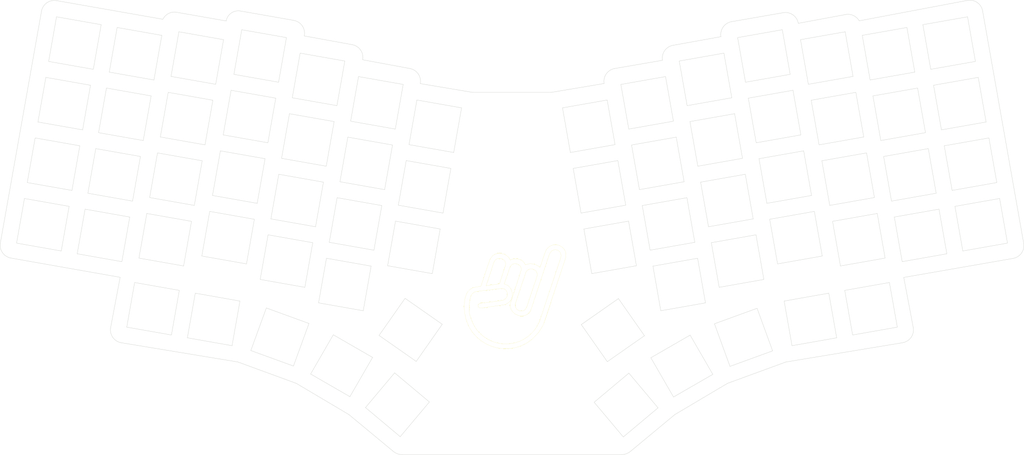
<source format=kicad_pcb>
(kicad_pcb (version 20211014) (generator pcbnew)
  (layers (0 "F.Cu" signal) (31 "B.Cu" signal) (34 "B.Paste" user) (35 "F.Paste" user) (36 "B.SilkS" user "B.Silkscreen") (37 "F.SilkS" user "F.Silkscreen") (38 "B.Mask" user) (39 "F.Mask" user) (44 "Edge.Cuts" user))
  (net 0 "")
  (footprint "MountingHole:MountingHole_2.5mm" (layer "F.Cu") (at 93.822124 94.367779)
    (fp_text reference "" (at 0 -3.5) (layer "F.SilkS"))
    (fp_text value "")
    (pad "" np_thru_hole circle locked (at 0 0) (size 2.5 2.5) (drill 2.5) (layers *.Cu *.Mask))
  )
  (footprint "MountingHole:MountingHole_2.5mm" (layer "F.Cu") (at 187.052123 112.767779)
    (fp_text reference "" (at 0 -3.5) (layer "F.SilkS"))
    (fp_text value "")
    (pad "" np_thru_hole circle locked (at 0 0) (size 2.5 2.5) (drill 2.5) (layers *.Cu *.Mask))
  )
  (footprint "MountingHole:MountingHole_2.5mm" (layer "F.Cu") (at 219.172124 212.237782)
    (fp_text reference "" (at 0 -3.5) (layer "F.SilkS"))
    (fp_text value "")
    (pad "" np_thru_hole circle locked (at 0 0) (size 2.5 2.5) (drill 2.5) (layers *.Cu *.Mask))
  )
  (footprint "MountingHole:MountingHole_2.5mm" (layer "F.Cu") (at 137.672122 180.347779)
    (fp_text reference "" (at 0 -3.5) (layer "F.SilkS"))
    (fp_text value "")
    (pad "" np_thru_hole circle locked (at 0 0) (size 2.5 2.5) (drill 2.5) (layers *.Cu *.Mask))
  )
  (footprint "MountingHole:MountingHole_2.5mm" (layer "F.Cu") (at 178.442124 175.12778)
    (fp_text reference "" (at 0 -3.5) (layer "F.SilkS"))
    (fp_text value "")
    (pad "" np_thru_hole circle locked (at 0 0) (size 2.5 2.5) (drill 2.5) (layers *.Cu *.Mask))
  )
  (footprint "MountingHole:MountingHole_2.5mm" (layer "F.Cu") (at 251.502123 113.767781)
    (fp_text reference "" (at 0 -3.5) (layer "F.SilkS"))
    (fp_text value "")
    (pad "" np_thru_hole circle locked (at 0 0) (size 2.5 2.5) (drill 2.5) (layers *.Cu *.Mask))
  )
  (footprint "MountingHole:MountingHole_2.5mm" (layer "F.Cu") (at 294.252125 136.827781)
    (fp_text reference "" (at 0 -3.5) (layer "F.SilkS"))
    (fp_text value "")
    (pad "" np_thru_hole circle locked (at 0 0) (size 2.5 2.5) (drill 2.5) (layers *.Cu *.Mask))
  )
  (footprint "MountingHole:MountingHole_2.5mm" (layer "F.Cu") (at 354.442124 150.207782)
    (fp_text reference "" (at 0 -3.5) (layer "F.SilkS"))
    (fp_text value "")
    (pad "" np_thru_hole circle locked (at 0 0) (size 2.5 2.5) (drill 2.5) (layers *.Cu *.Mask))
  )
  (footprint "MountingHole:MountingHole_2.5mm" (layer "F.Cu") (at 84.522124 148.557779)
    (fp_text reference "" (at 0 -3.5) (layer "F.SilkS"))
    (fp_text value "")
    (pad "" np_thru_hole circle locked (at 0 0) (size 2.5 2.5) (drill 2.5) (layers *.Cu *.Mask))
  )
  (footprint "MountingHole:MountingHole_2.5mm" (layer "F.Cu") (at 344.562123 94.247779)
    (fp_text reference "" (at 0 -3.5) (layer "F.SilkS"))
    (fp_text value "")
    (pad "" np_thru_hole circle locked (at 0 0) (size 2.5 2.5) (drill 2.5) (layers *.Cu *.Mask))
  )
  (footprint "MountingHole:MountingHole_2.5mm" (layer "F.Cu") (at 300.722124 180.597781)
    (fp_text reference "" (at 0 -3.5) (layer "F.SilkS"))
    (fp_text value "")
    (pad "" np_thru_hole circle locked (at 0 0) (size 2.5 2.5) (drill 2.5) (layers *.Cu *.Mask))
  )
  (footprint "MountingHole:MountingHole_2.5mm" (layer "F.Cu") (at 144.362122 135.577781)
    (fp_text reference "" (at 0 -3.5) (layer "F.SilkS"))
    (fp_text value "")
    (pad "" np_thru_hole circle locked (at 0 0) (size 2.5 2.5) (drill 2.5) (layers *.Cu *.Mask))
  )
  (footprint "MountingHole:MountingHole_2.5mm" (layer "F.Cu") (at 258.452124 175.177779)
    (fp_text reference "" (at 0 -3.5) (layer "F.SilkS"))
    (fp_text value "")
    (pad "" np_thru_hole circle locked (at 0 0) (size 2.5 2.5) (drill 2.5) (layers *.Cu *.Mask))
  )
  (gr_curve (pts (xy 213.474004 161.431778) (xy 213.487497 161.389868) (xy 213.512897 161.364309) (xy 213.530439 161.375104)) (layer "F.SilkS") (width 0.045))
  (gr_curve (pts (xy 219.474592 171.430087) (xy 219.453637 171.443025) (xy 219.446414 171.491444) (xy 219.458479 171.537719)) (layer "F.SilkS") (width 0.045))
  (gr_curve (pts (xy 211.513521 175.297712) (xy 211.384537 175.299696) (xy 211.286826 175.314221) (xy 211.296351 175.329938)) (layer "F.SilkS") (width 0.045))
  (gr_curve (pts (xy 224.894791 176.26434) (xy 224.850024 176.190838) (xy 224.852643 176.152738) (xy 224.910349 176.037169)) (layer "F.SilkS") (width 0.045))
  (gr_curve (pts (xy 235.751381 159.145541) (xy 235.74146 158.909718) (xy 235.753524 158.773114) (xy 235.788053 158.731521)) (layer "F.SilkS") (width 0.045))
  (gr_curve (pts (xy 207.436744 180.999612) (xy 207.417376 180.999612) (xy 207.401501 180.963338) (xy 207.401501 180.918967)) (layer "F.SilkS") (width 0.045))
  (gr_curve (pts (xy 209.920704 167.517377) (xy 209.88816 167.542857) (xy 209.859982 167.596752) (xy 209.858077 167.637233)) (layer "F.SilkS") (width 0.045))
  (gr_curve (pts (xy 220.752688 186.006585) (xy 220.729272 186.024841) (xy 220.626005 186.048177) (xy 220.523215 186.058417)) (layer "F.SilkS") (width 0.045))
  (gr_curve (pts (xy 225.736563 182.655374) (xy 225.736563 182.69649) (xy 224.812082 183.610731) (xy 224.806447 183.575171)) (layer "F.SilkS") (width 0.045))
  (gr_curve (pts (xy 227.066887 180.633694) (xy 227.049742 180.616628) (xy 227.046884 180.63163) (xy 227.060537 180.66711)) (layer "F.SilkS") (width 0.045))
  (gr_curve (pts (xy 227.509482 168.309698) (xy 227.536231 168.282949) (xy 227.564727 168.198732) (xy 227.572744 168.122611)) (layer "F.SilkS") (width 0.045))
  (gr_curve (pts (xy 218.335244 163.27423) (xy 218.358342 163.259942) (xy 218.377313 163.212476) (xy 218.377313 163.168741)) (layer "F.SilkS") (width 0.045))
  (gr_curve (pts (xy 232.672903 164.196487) (xy 232.73299 164.268957) (xy 232.700208 164.408974) (xy 232.632898 164.367382)) (layer "F.SilkS") (width 0.045))
  (gr_curve (pts (xy 232.012979 171.076392) (xy 231.984087 171.075678) (xy 231.960433 171.046706) (xy 231.960433 171.012019)) (layer "F.SilkS") (width 0.045))
  (gr_curve (pts (xy 224.150968 173.774268) (xy 224.071038 173.9404) (xy 224.040796 174.037555) (xy 224.050638 174.09661)) (layer "F.SilkS") (width 0.045))
  (gr_curve (pts (xy 209.675197 168.318827) (xy 209.650511 168.334146) (xy 209.630271 168.383914) (xy 209.630271 168.429554)) (layer "F.SilkS") (width 0.045))
  (gr_curve (pts (xy 228.750986 160.01041) (xy 228.762336 160.054067) (xy 228.751145 160.102486) (xy 228.725983 160.118043)) (layer "F.SilkS") (width 0.045))
  (gr_curve (pts (xy 216.531845 163.554661) (xy 216.529146 163.593238) (xy 216.516049 163.659516) (xy 216.502793 163.701823)) (layer "F.SilkS") (width 0.045))
  (gr_curve (pts (xy 230.788144 174.556508) (xy 230.815608 174.503644) (xy 230.851327 174.431969) (xy 230.867598 174.397282)) (layer "F.SilkS") (width 0.045))
  (gr_curve (pts (xy 213.667361 187.544395) (xy 213.667361 187.564477) (xy 213.709985 187.585115) (xy 213.761976 187.590274)) (layer "F.SilkS") (width 0.045))
  (gr_curve (pts (xy 206.001327 176.089873) (xy 206.011407 176.037883) (xy 206.011407 175.952714) (xy 206.001327 175.900644)) (layer "F.SilkS") (width 0.045))
  (gr_curve (pts (xy 212.476499 164.479221) (xy 212.503803 164.435089) (xy 212.538887 164.331107) (xy 212.554524 164.248161)) (layer "F.SilkS") (width 0.045))
  (gr_curve (pts (xy 225.715211 161.906917) (xy 225.701082 161.884136) (xy 225.636233 161.865483) (xy 225.570986 161.865483)) (layer "F.SilkS") (width 0.045))
  (gr_curve (pts (xy 213.086416 159.318817) (xy 213.102211 159.336438) (xy 213.078796 159.391524) (xy 213.034346 159.441213)) (layer "F.SilkS") (width 0.045))
  (gr_curve (pts (xy 220.332794 187.643932) (xy 220.413677 187.643932) (xy 220.479956 187.627501) (xy 220.479956 187.60734)) (layer "F.SilkS") (width 0.045))
  (gr_curve (pts (xy 210.114538 184.05404) (xy 210.035559 184.084282) (xy 209.871095 183.949821) (xy 209.898797 183.87759)) (layer "F.SilkS") (width 0.045))
  (gr_curve (pts (xy 222.591965 166.953895) (xy 222.523861 166.953895) (xy 222.52656 166.886188) (xy 222.597283 166.820148)) (layer "F.SilkS") (width 0.045))
  (gr_curve (pts (xy 207.268072 180.604563) (xy 207.252594 180.614167) (xy 207.211319 180.564717) (xy 207.176394 180.494708)) (layer "F.SilkS") (width 0.045))
  (gr_curve (pts (xy 211.937463 173.685765) (xy 211.899601 173.705846) (xy 211.665445 173.73077) (xy 211.41716 173.741089)) (layer "F.SilkS") (width 0.045))
  (gr_curve (pts (xy 208.832632 182.790787) (xy 208.831203 182.84) (xy 208.937804 182.943584) (xy 209.041547 182.993829)) (layer "F.SilkS") (width 0.045))
  (gr_curve (pts (xy 209.52621 183.439519) (xy 209.470172 183.393005) (xy 209.464139 183.395228) (xy 209.486602 183.453727)) (layer "F.SilkS") (width 0.045))
  (gr_curve (pts (xy 224.136284 163.626734) (xy 224.255981 163.538231) (xy 224.376155 163.550137) (xy 224.321704 163.645149)) (layer "F.SilkS") (width 0.045))
  (gr_curve (pts (xy 235.031609 157.088062) (xy 234.984619 157.039326) (xy 234.946202 156.974715) (xy 234.946202 156.944394)) (layer "F.SilkS") (width 0.045))
  (gr_curve (pts (xy 216.850059 167.590402) (xy 216.874665 167.551032) (xy 216.908796 167.453242) (xy 216.926021 167.373074)) (layer "F.SilkS") (width 0.045))
  (gr_curve (pts (xy 230.091152 160.484438) (xy 230.074166 160.43086) (xy 230.095836 160.392998) (xy 230.161955 160.361169)) (layer "F.SilkS") (width 0.045))
  (gr_curve (pts (xy 215.98511 160.242582) (xy 216.058929 160.279412) (xy 216.14378 160.309495) (xy 216.173626 160.309495)) (layer "F.SilkS") (width 0.045))
  (gr_curve (pts (xy 217.078659 166.838245) (xy 217.073896 166.809353) (xy 217.113346 166.784191) (xy 217.166448 166.782365)) (layer "F.SilkS") (width 0.045))
  (gr_curve (pts (xy 233.17995 162.853701) (xy 233.17995 162.911566) (xy 233.162805 162.958873) (xy 233.14185 162.958873)) (layer "F.SilkS") (width 0.045))
  (gr_curve (pts (xy 220.694268 161.865483) (xy 220.766579 161.865483) (xy 220.862305 161.905964) (xy 221.064155 162.022169)) (layer "F.SilkS") (width 0.045))
  (gr_curve (pts (xy 224.643173 185.611377) (xy 224.643173 185.572801) (xy 224.673573 185.541289) (xy 224.71072 185.541289)) (layer "F.SilkS") (width 0.045))
  (gr_curve (pts (xy 224.805891 183.513735) (xy 224.808352 183.497225) (xy 224.78065 183.495161) (xy 224.744296 183.509131)) (layer "F.SilkS") (width 0.045))
  (gr_curve (pts (xy 228.161468 161.728799) (xy 228.13456 161.746182) (xy 228.110985 161.79349) (xy 228.10908 161.833971)) (layer "F.SilkS") (width 0.045))
  (gr_curve (pts (xy 224.72604 171.809499) (xy 224.79073 171.887445) (xy 224.749932 172.018811) (xy 224.675002 171.973805)) (layer "F.SilkS") (width 0.045))
  (gr_curve (pts (xy 217.914716 159.651318) (xy 217.914716 159.621791) (xy 217.87217 159.575198) (xy 217.8201 159.547734)) (layer "F.SilkS") (width 0.045))
  (gr_curve (pts (xy 207.192507 170.763655) (xy 207.193221 170.78461) (xy 207.213065 170.768655) (xy 207.23656 170.728253)) (layer "F.SilkS") (width 0.045))
  (gr_curve (pts (xy 221.569536 160.51976) (xy 221.523895 160.51976) (xy 221.476508 160.493487) (xy 221.464126 160.46134)) (layer "F.SilkS") (width 0.045))
  (gr_curve (pts (xy 220.970334 171.613443) (xy 220.982002 171.537084) (xy 221.00891 171.456598) (xy 221.030103 171.434611)) (layer "F.SilkS") (width 0.045))
  (gr_curve (pts (xy 218.470181 162.985305) (xy 218.440892 162.967207) (xy 218.448194 162.913947) (xy 218.492168 162.825841)) (layer "F.SilkS") (width 0.045))
  (gr_curve (pts (xy 234.525356 163.392419) (xy 234.525514 163.341699) (xy 234.543453 163.289232) (xy 234.565281 163.275738)) (layer "F.SilkS") (width 0.045))
  (gr_curve (pts (xy 207.650024 181.202098) (xy 207.704158 181.113277) (xy 207.703285 181.109705) (xy 207.640579 181.161537)) (layer "F.SilkS") (width 0.045))
  (gr_curve (pts (xy 213.015455 168.335019) (xy 212.888216 168.327081) (xy 212.784156 168.336209) (xy 212.784235 168.355259)) (layer "F.SilkS") (width 0.045))
  (gr_curve (pts (xy 206.880325 179.548717) (xy 206.894374 179.51403) (xy 206.886278 179.485693) (xy 206.862386 179.485693)) (layer "F.SilkS") (width 0.045))
  (gr_curve (pts (xy 212.710655 187.227372) (xy 212.751136 187.222292) (xy 212.784235 187.238246) (xy 212.784235 187.262852)) (layer "F.SilkS") (width 0.045))
  (gr_curve (pts (xy 223.380396 164.509384) (xy 223.333565 164.47684) (xy 223.331342 164.461203) (xy 223.371109 164.44501)) (layer "F.SilkS") (width 0.045))
  (gr_curve (pts (xy 228.336807 177.435755) (xy 228.345141 177.509495) (xy 228.326885 177.560374) (xy 228.286483 177.575932)) (layer "F.SilkS") (width 0.045))
  (gr_curve (pts (xy 226.406567 171.5605) (xy 226.431252 171.545181) (xy 226.451493 171.49827) (xy 226.451493 171.456201)) (layer "F.SilkS") (width 0.045))
  (gr_curve (pts (xy 235.247509 161.244532) (xy 235.274417 161.217625) (xy 235.303865 161.124121) (xy 235.312755 161.036808)) (layer "F.SilkS") (width 0.045))
  (gr_curve (pts (xy 215.396068 167.542618) (xy 215.37043 167.542618) (xy 215.349475 167.597863) (xy 215.349475 167.665253)) (layer "F.SilkS") (width 0.045))
  (gr_curve (pts (xy 225.248486 185.187277) (xy 225.236262 185.155606) (xy 225.279125 185.092582) (xy 225.344927 185.045275)) (layer "F.SilkS") (width 0.045))
  (gr_curve (pts (xy 222.077456 185.446674) (xy 222.076662 185.498823) (xy 221.752892 185.637412) (xy 221.703362 185.606773)) (layer "F.SilkS") (width 0.045))
  (gr_curve (pts (xy 206.174523 169.68733) (xy 206.15452 169.68733) (xy 206.006486 169.819807) (xy 205.845514 169.981732)) (layer "F.SilkS") (width 0.045))
  (gr_curve (pts (xy 217.00492 174.510391) (xy 217.046512 174.494437) (xy 217.099058 174.48134) (xy 217.121601 174.48134)) (layer "F.SilkS") (width 0.045))
  (gr_curve (pts (xy 213.412885 187.494151) (xy 213.437491 187.523837) (xy 213.504801 187.539077) (xy 213.562507 187.528044)) (layer "F.SilkS") (width 0.045))
  (gr_curve (pts (xy 220.277391 168.878737) (xy 220.252626 168.886992) (xy 220.242863 168.921203) (xy 220.255721 168.95462)) (layer "F.SilkS") (width 0.045))
  (gr_curve (pts (xy 214.703363 160.200752) (xy 214.736701 160.213531) (xy 214.774166 160.197259) (xy 214.786707 160.164557)) (layer "F.SilkS") (width 0.045))
  (gr_curve (pts (xy 220.846509 167.153681) (xy 220.856907 167.182574) (xy 220.847541 167.206228) (xy 220.825713 167.206228)) (layer "F.SilkS") (width 0.045))
  (gr_curve (pts (xy 210.288527 166.387792) (xy 210.301783 166.422162) (xy 210.292337 166.474708) (xy 210.267652 166.504473)) (layer "F.SilkS") (width 0.045))
  (gr_curve (pts (xy 210.920432 173.805224) (xy 210.895428 173.830148) (xy 210.755808 173.850547) (xy 210.610155 173.850547)) (layer "F.SilkS") (width 0.045))
  (gr_curve (pts (xy 216.654161 174.439351) (xy 216.743379 174.439351) (xy 216.828231 174.420062) (xy 216.842756 174.396568)) (layer "F.SilkS") (width 0.045))
  (gr_curve (pts (xy 225.821414 168.71967) (xy 225.791966 168.737847) (xy 225.761327 168.825715) (xy 225.753311 168.914773)) (layer "F.SilkS") (width 0.045))
  (gr_curve (pts (xy 211.44891 186.700878) (xy 211.558686 186.745407) (xy 211.648618 186.796048) (xy 211.648697 186.813431)) (layer "F.SilkS") (width 0.045))
  (gr_curve (pts (xy 213.120706 162.498974) (xy 213.120706 162.456906) (xy 213.145153 162.402137) (xy 213.174998 162.377372)) (layer "F.SilkS") (width 0.045))
  (gr_curve (pts (xy 220.909533 177.690628) (xy 221.008593 177.744127) (xy 221.165358 177.79326) (xy 221.25791 177.799849)) (layer "F.SilkS") (width 0.045))
  (gr_curve (pts (xy 230.987693 169.505403) (xy 230.9919 169.532628) (xy 230.976025 169.566839) (xy 230.952212 169.581523)) (layer "F.SilkS") (width 0.045))
  (gr_curve (pts (xy 229.079757 163.505528) (xy 229.058484 163.438456) (xy 229.072772 163.420756) (xy 229.150559 163.418137)) (layer "F.SilkS") (width 0.045))
  (gr_curve (pts (xy 229.929228 160.996565) (xy 229.933911 160.912428) (xy 229.957565 160.823686) (xy 229.981853 160.799398)) (layer "F.SilkS") (width 0.045))
  (gr_curve (pts (xy 228.495398 160.726452) (xy 228.463093 160.753281) (xy 228.446345 160.812336) (xy 228.458251 160.857738)) (layer "F.SilkS") (width 0.045))
  (gr_curve (pts (xy 225.296905 175.026487) (xy 225.327782 175.000849) (xy 225.342783 174.952986) (xy 225.330242 174.920204)) (layer "F.SilkS") (width 0.045))
  (gr_curve (pts (xy 208.263434 184.447899) (xy 208.246845 184.447899) (xy 208.27788 184.485364) (xy 208.33249 184.531163)) (layer "F.SilkS") (width 0.045))
  (gr_curve (pts (xy 212.68962 185.606853) (xy 212.600085 185.579944) (xy 212.599371 185.57669) (xy 212.676365 185.546131)) (layer "F.SilkS") (width 0.045))
  (gr_curve (pts (xy 216.131398 165.194072) (xy 216.147908 165.220663) (xy 216.126477 165.26797) (xy 216.083773 165.299164)) (layer "F.SilkS") (width 0.045))
  (gr_curve (pts (xy 215.076108 187.965877) (xy 214.958871 187.948096) (xy 214.933392 187.951827) (xy 214.99205 187.978418)) (layer "F.SilkS") (width 0.045))
  (gr_curve (pts (xy 221.951806 160.691368) (xy 221.951806 160.670017) (xy 221.895211 160.640172) (xy 221.826155 160.625011)) (layer "F.SilkS") (width 0.045))
  (gr_curve (pts (xy 222.204139 167.938303) (xy 222.204139 167.881153) (xy 222.230412 167.824241) (xy 222.262559 167.811938)) (layer "F.SilkS") (width 0.045))
  (gr_curve (pts (xy 224.860977 185.436196) (xy 224.906459 185.378332) (xy 224.968689 185.331025) (xy 224.999169 185.331025)) (layer "F.SilkS") (width 0.045))
  (gr_curve (pts (xy 221.550168 176.370305) (xy 221.537071 176.349033) (xy 221.488811 176.331729) (xy 221.443012 176.331729)) (layer "F.SilkS") (width 0.045))
  (gr_curve (pts (xy 227.166344 162.455556) (xy 227.166344 162.431665) (xy 227.127926 162.412138) (xy 227.080936 162.412138)) (layer "F.SilkS") (width 0.045))
  (gr_curve (pts (xy 209.541371 183.52572) (xy 209.579471 183.502225) (xy 209.575661 183.480556) (xy 209.52621 183.439519)) (layer "F.SilkS") (width 0.045))
  (gr_curve (pts (xy 223.271811 164.7841) (xy 223.303958 164.771797) (xy 223.321341 164.727665) (xy 223.310467 164.686152)) (layer "F.SilkS") (width 0.045))
  (gr_curve (pts (xy 230.317451 159.785621) (xy 230.342216 159.770381) (xy 230.362377 159.712834) (xy 230.362377 159.657668)) (layer "F.SilkS") (width 0.045))
  (gr_curve (pts (xy 226.157091 161.865483) (xy 226.157091 161.842385) (xy 226.130262 161.823414) (xy 226.09748 161.823414)) (layer "F.SilkS") (width 0.045))
  (gr_curve (pts (xy 219.002946 170.21303) (xy 218.981198 170.166755) (xy 218.95929 170.07214) (xy 218.95421 170.002766)) (layer "F.SilkS") (width 0.045))
  (gr_curve (pts (xy 232.626468 169.123847) (xy 232.649011 169.109877) (xy 232.657504 169.060665) (xy 232.645439 169.014469)) (layer "F.SilkS") (width 0.045))
  (gr_curve (pts (xy 217.830578 164.745127) (xy 217.830578 164.690597) (xy 217.848437 164.634955) (xy 217.870265 164.621461)) (layer "F.SilkS") (width 0.045))
  (gr_curve (pts (xy 210.159464 184.063803) (xy 210.171449 184.044277) (xy 210.151288 184.039911) (xy 210.114538 184.05404)) (layer "F.SilkS") (width 0.045))
  (gr_curve (pts (xy 229.324787 178.999045) (xy 229.359315 178.98579) (xy 229.377175 178.942292) (xy 229.365824 178.898953)) (layer "F.SilkS") (width 0.045))
  (gr_curve (pts (xy 220.942553 160.183369) (xy 220.942553 160.160271) (xy 220.90731 160.1413) (xy 220.864289 160.1413)) (layer "F.SilkS") (width 0.045))
  (gr_curve (pts (xy 217.427671 170.28169) (xy 217.415288 170.301772) (xy 217.420527 170.318123) (xy 217.439418 170.318123)) (layer "F.SilkS") (width 0.045))
  (gr_curve (pts (xy 234.337951 156.48267) (xy 234.308106 156.48267) (xy 234.261593 156.456158) (xy 234.234605 156.423694)) (layer "F.SilkS") (width 0.045))
  (gr_curve (pts (xy 218.190146 168.848337) (xy 218.017823 168.677204) (xy 217.886378 168.521709) (xy 217.897967 168.502976)) (layer "F.SilkS") (width 0.045))
  (gr_curve (pts (xy 222.879143 186.82256) (xy 222.902956 186.807875) (xy 222.912322 186.763981) (xy 222.900019 186.725008)) (layer "F.SilkS") (width 0.045))
  (gr_curve (pts (xy 233.091447 167.695098) (xy 233.120974 167.659538) (xy 233.13296 167.610643) (xy 233.118038 167.586513)) (layer "F.SilkS") (width 0.045))
  (gr_curve (pts (xy 228.859015 164.402863) (xy 228.789721 164.374922) (xy 228.791308 164.223634) (xy 228.861237 164.196805)) (layer "F.SilkS") (width 0.045))
  (gr_curve (pts (xy 218.293175 163.365035) (xy 218.293175 163.329395) (xy 218.312146 163.288517) (xy 218.335244 163.27423)) (layer "F.SilkS") (width 0.045))
  (gr_curve (pts (xy 209.755922 185.688767) (xy 209.77259 185.678449) (xy 209.830137 185.716787) (xy 209.883794 185.773858)) (layer "F.SilkS") (width 0.045))
  (gr_curve (pts (xy 216.842756 174.396568) (xy 216.857282 174.373072) (xy 216.886016 174.364262) (xy 216.906653 174.376962)) (layer "F.SilkS") (width 0.045))
  (gr_curve (pts (xy 232.170697 170.446948) (xy 232.170697 170.40488) (xy 232.198875 170.347095) (xy 232.233324 170.31852)) (layer "F.SilkS") (width 0.045))
  (gr_curve (pts (xy 215.049994 168.030219) (xy 214.943075 168.032362) (xy 214.820044 168.050142) (xy 214.776626 168.069748)) (layer "F.SilkS") (width 0.045))
  (gr_curve (pts (xy 206.81627 182.945172) (xy 206.880881 182.894848) (xy 207.065031 183.036136) (xy 207.065031 183.136069)) (layer "F.SilkS") (width 0.045))
  (gr_curve (pts (xy 225.490183 174.418316) (xy 225.504629 174.395139) (xy 225.530267 174.309969) (xy 225.547253 174.229086)) (layer "F.SilkS") (width 0.045))
  (gr_curve (pts (xy 216.515652 169.511356) (xy 216.602489 169.514689) (xy 216.680038 169.536676) (xy 216.687896 169.560251)) (layer "F.SilkS") (width 0.045))
  (gr_curve (pts (xy 206.517026 178.557959) (xy 206.45813 178.448024) (xy 206.441858 178.455327) (xy 206.465909 178.581057)) (layer "F.SilkS") (width 0.045))
  (gr_curve (pts (xy 215.086665 160.255838) (xy 215.161833 160.265204) (xy 215.284864 160.265204) (xy 215.360032 160.255838)) (layer "F.SilkS") (width 0.045))
  (gr_curve (pts (xy 206.523297 178.662575) (xy 206.54441 178.649557) (xy 206.541712 178.604155) (xy 206.517026 178.557959)) (layer "F.SilkS") (width 0.045))
  (gr_curve (pts (xy 209.486602 183.453727) (xy 209.501207 183.491668) (xy 209.500493 183.522784) (xy 209.485015 183.522784)) (layer "F.SilkS") (width 0.045))
  (gr_curve (pts (xy 211.508203 185.036702) (xy 211.469865 185.036702) (xy 211.438591 185.017732) (xy 211.438591 184.994633)) (layer "F.SilkS") (width 0.045))
  (gr_curve (pts (xy 230.384761 175.797377) (xy 230.416034 175.725304) (xy 230.418257 175.725384) (xy 230.435719 175.798806)) (layer "F.SilkS") (width 0.045))
  (gr_curve (pts (xy 223.297529 186.476723) (xy 223.297529 186.440052) (xy 223.55518 186.316861) (xy 223.602408 186.330911)) (layer "F.SilkS") (width 0.045))
  (gr_curve (pts (xy 218.881899 169.824808) (xy 218.830147 169.782262) (xy 218.828877 169.766388) (xy 218.874994 169.735987)) (layer "F.SilkS") (width 0.045))
  (gr_curve (pts (xy 204.749901 172.103266) (xy 204.727994 172.125253) (xy 204.710055 172.194627) (xy 204.710055 172.257491)) (layer "F.SilkS") (width 0.045))
  (gr_curve (pts (xy 233.349971 162.347924) (xy 233.327905 162.361656) (xy 233.319729 162.398644) (xy 233.331794 162.430315)) (layer "F.SilkS") (width 0.045))
  (gr_curve (pts (xy 226.681204 164.325551) (xy 226.800108 164.519623) (xy 226.816856 164.619001) (xy 226.724781 164.583679)) (layer "F.SilkS") (width 0.045))
  (gr_curve (pts (xy 231.960433 171.012019) (xy 231.960433 170.953123) (xy 232.013217 170.928993) (xy 232.104181 170.946296)) (layer "F.SilkS") (width 0.045))
  (gr_curve (pts (xy 221.601524 164.7918) (xy 221.614303 164.825058) (xy 221.600571 164.881493) (xy 221.570885 164.917212)) (layer "F.SilkS") (width 0.045))
  (gr_curve (pts (xy 230.7506 170.204696) (xy 230.726311 170.255496) (xy 230.692339 170.33495) (xy 230.675114 170.381226)) (layer "F.SilkS") (width 0.045))
  (gr_curve (pts (xy 212.496818 185.54248) (xy 212.458322 185.52208) (xy 212.39252 185.494696) (xy 212.35053 185.481599)) (layer "F.SilkS") (width 0.045))
  (gr_curve (pts (xy 217.811131 173.975086) (xy 217.852168 173.929763) (xy 217.900587 173.892616) (xy 217.918843 173.892616)) (layer "F.SilkS") (width 0.045))
  (gr_curve (pts (xy 223.486759 164.247287) (xy 223.521446 164.233952) (xy 223.549862 164.198869) (xy 223.549862 164.169183)) (layer "F.SilkS") (width 0.045))
  (gr_curve (pts (xy 217.8201 159.547734) (xy 217.768031 159.52035) (xy 217.71604 159.486298) (xy 217.704451 159.47209)) (layer "F.SilkS") (width 0.045))
  (gr_curve (pts (xy 217.53189 171.947691) (xy 217.50641 171.941897) (xy 217.479264 171.98976) (xy 217.471565 172.053974)) (layer "F.SilkS") (width 0.045))
  (gr_curve (pts (xy 224.316862 161.814048) (xy 224.307337 161.842702) (xy 224.227962 161.865483) (xy 224.137554 161.865483)) (layer "F.SilkS") (width 0.045))
  (gr_curve (pts (xy 204.877139 178.664242) (xy 204.925478 178.722503) (xy 204.92659 178.751078) (xy 204.883172 178.820611)) (layer "F.SilkS") (width 0.045))
  (gr_curve (pts (xy 204.529794 177.054041) (xy 204.554718 177.08468) (xy 204.586547 177.25994) (xy 204.600518 177.443614)) (layer "F.SilkS") (width 0.045))
  (gr_curve (pts (xy 211.707911 185.135286) (xy 211.636394 185.081073) (xy 211.546462 185.036702) (xy 211.508203 185.036702)) (layer "F.SilkS") (width 0.045))
  (gr_curve (pts (xy 215.349475 167.665253) (xy 215.349475 167.732722) (xy 215.326218 167.795666) (xy 215.297802 167.805191)) (layer "F.SilkS") (width 0.045))
  (gr_curve (pts (xy 227.351843 182.960491) (xy 227.328269 182.899055) (xy 227.495909 182.693395) (xy 227.553852 182.712762)) (layer "F.SilkS") (width 0.045))
  (gr_curve (pts (xy 232.338893 169.939663) (xy 232.361991 169.939663) (xy 232.380961 169.893467) (xy 232.380961 169.837031)) (layer "F.SilkS") (width 0.045))
  (gr_curve (pts (xy 217.317181 166.224439) (xy 217.393936 166.063466) (xy 217.423543 165.966867) (xy 217.413939 165.908844)) (layer "F.SilkS") (width 0.045))
  (gr_curve (pts (xy 215.360032 158.447597) (xy 215.4352 158.438231) (xy 215.373685 158.430611) (xy 215.223348 158.430611)) (layer "F.SilkS") (width 0.045))
  (gr_curve (pts (xy 220.532502 160.128441) (xy 220.596081 160.138442) (xy 220.648151 160.164398) (xy 220.648151 160.186067)) (layer "F.SilkS") (width 0.045))
  (gr_curve (pts (xy 228.424278 177.268274) (xy 228.429596 177.31066) (xy 228.409911 177.337886) (xy 228.378638 177.331377)) (layer "F.SilkS") (width 0.045))
  (gr_curve (pts (xy 223.034639 184.937642) (xy 222.994157 184.951215) (xy 222.961058 184.979076) (xy 222.961058 184.999555)) (layer "F.SilkS") (width 0.045))
  (gr_curve (pts (xy 224.306781 176.990224) (xy 224.306781 176.950378) (xy 224.334245 176.907277) (xy 224.3679 176.894339)) (layer "F.SilkS") (width 0.045))
  (gr_curve (pts (xy 221.113368 166.36517) (xy 221.088841 166.36517) (xy 221.06868 166.411366) (xy 221.06868 166.467802)) (layer "F.SilkS") (width 0.045))
  (gr_curve (pts (xy 225.344927 185.045275) (xy 225.527489 184.914147) (xy 226.765103 183.655102) (xy 226.780502 183.584934)) (layer "F.SilkS") (width 0.045))
  (gr_curve (pts (xy 233.668265 161.420983) (xy 233.680409 161.452654) (xy 233.67009 161.490992) (xy 233.645405 161.506232)) (layer "F.SilkS") (width 0.045))
  (gr_curve (pts (xy 218.45002 174.807253) (xy 218.459069 174.720576) (xy 218.459069 174.578653) (xy 218.45002 174.491897)) (layer "F.SilkS") (width 0.045))
  (gr_curve (pts (xy 217.872647 188.11915) (xy 217.745488 188.11915) (xy 217.693418 188.127008) (xy 217.756997 188.136612)) (layer "F.SilkS") (width 0.045))
  (gr_curve (pts (xy 233.357671 156.041186) (xy 233.248371 156.026978) (xy 233.111608 155.992767) (xy 233.053823 155.965145)) (layer "F.SilkS") (width 0.045))
  (gr_curve (pts (xy 228.952757 180.126487) (xy 228.959504 180.064892) (xy 228.98411 180.008219) (xy 229.007446 180.00044)) (layer "F.SilkS") (width 0.045))
  (gr_curve (pts (xy 221.152817 171.117111) (xy 221.100747 171.084964) (xy 221.101541 171.075995) (xy 221.158215 171.054246)) (layer "F.SilkS") (width 0.045))
  (gr_curve (pts (xy 223.39889 175.610687) (xy 223.411035 175.630451) (xy 223.374364 175.690538) (xy 223.317214 175.744195)) (layer "F.SilkS") (width 0.045))
  (gr_curve (pts (xy 224.050638 174.09661) (xy 224.055798 174.127804) (xy 224.040081 174.141059) (xy 224.015713 174.125978)) (layer "F.SilkS") (width 0.045))
  (gr_curve (pts (xy 215.421707 187.884041) (xy 215.694201 187.896106) (xy 215.928436 187.923649) (xy 215.942089 187.945398)) (layer "F.SilkS") (width 0.045))
  (gr_curve (pts (xy 225.695605 169.091224) (xy 225.671872 169.099162) (xy 225.652425 169.158772) (xy 225.652425 169.22378)) (layer "F.SilkS") (width 0.045))
  (gr_curve (pts (xy 231.431319 172.964881) (xy 231.452592 172.968929) (xy 231.445766 172.942974) (xy 231.416159 172.907255)) (layer "F.SilkS") (width 0.045))
  (gr_curve (pts (xy 228.074235 166.816973) (xy 228.028277 166.862931) (xy 227.996765 166.789906) (xy 228.029785 166.713865)) (layer "F.SilkS") (width 0.045))
  (gr_curve (pts (xy 230.687973 175.280408) (xy 230.701705 175.230243) (xy 230.69718 175.228814) (xy 230.665827 175.273423)) (layer "F.SilkS") (width 0.045))
  (gr_curve (pts (xy 230.665827 175.273423) (xy 230.63376 175.319063) (xy 230.621774 175.317396) (xy 230.601375 175.264215)) (layer "F.SilkS") (width 0.045))
  (gr_curve (pts (xy 232.127517 170.550136) (xy 232.15125 170.535452) (xy 232.170697 170.489017) (xy 232.170697 170.446948)) (layer "F.SilkS") (width 0.045))
  (gr_curve (pts (xy 227.502814 179.716992) (xy 227.569092 179.676034) (xy 227.551789 179.763982) (xy 227.482256 179.821687)) (layer "F.SilkS") (width 0.045))
  (gr_curve (pts (xy 209.214902 174.060811) (xy 209.148386 174.060811) (xy 209.07036 174.089227) (xy 209.041547 174.123914)) (layer "F.SilkS") (width 0.045))
  (gr_curve (pts (xy 210.835659 175.273899) (xy 210.862567 175.251992) (xy 210.966628 175.234053) (xy 211.066958 175.234132)) (layer "F.SilkS") (width 0.045))
  (gr_curve (pts (xy 211.617264 167.262425) (xy 211.550113 167.235358) (xy 211.549875 167.153761) (xy 211.616788 167.086847)) (layer "F.SilkS") (width 0.045))
  (gr_curve (pts (xy 219.11669 172.000237) (xy 219.112087 171.942452) (xy 219.124946 171.872682) (xy 219.145265 171.845218)) (layer "F.SilkS") (width 0.045))
  (gr_curve (pts (xy 215.749049 166.407398) (xy 215.766114 166.461135) (xy 215.754129 166.500028) (xy 215.716108 166.514633)) (layer "F.SilkS") (width 0.045))
  (gr_curve (pts (xy 219.040173 172.346788) (xy 219.046205 172.264318) (xy 219.067796 172.176291) (xy 219.088115 172.151129)) (layer "F.SilkS") (width 0.045))
  (gr_curve (pts (xy 224.729929 183.56644) (xy 224.758346 183.583981) (xy 224.769537 183.62986) (xy 224.754774 183.668357)) (layer "F.SilkS") (width 0.045))
  (gr_curve (pts (xy 225.347864 169.9553) (xy 225.308176 169.931408) (xy 225.308652 169.940377) (xy 225.350006 169.991336)) (layer "F.SilkS") (width 0.045))
  (gr_curve (pts (xy 214.670423 187.768868) (xy 214.747892 187.767757) (xy 214.837189 187.788315) (xy 214.86878 187.814588)) (layer "F.SilkS") (width 0.045))
  (gr_curve (pts (xy 205.382202 170.548945) (xy 205.35831 170.534182) (xy 205.342435 170.537753) (xy 205.346801 170.556803)) (layer "F.SilkS") (width 0.045))
  (gr_curve (pts (xy 232.092116 170.626177) (xy 232.08783 170.599031) (xy 232.103784 170.56482) (xy 232.127517 170.550136)) (layer "F.SilkS") (width 0.045))
  (gr_curve (pts (xy 230.675352 158.813277) (xy 230.714484 158.784623) (xy 230.743218 158.749222) (xy 230.739328 158.734537)) (layer "F.SilkS") (width 0.045))
  (gr_curve (pts (xy 216.821325 169.645261) (xy 216.821325 169.668439) (xy 216.84998 169.68733) (xy 216.884984 169.68733)) (layer "F.SilkS") (width 0.045))
  (gr_curve (pts (xy 227.672836 179.163828) (xy 227.71292 179.200816) (xy 227.718397 179.199864) (xy 227.695934 179.160097)) (layer "F.SilkS") (width 0.045))
  (gr_curve (pts (xy 213.530439 161.375104) (xy 213.547902 161.38582) (xy 213.564332 161.337719) (xy 213.566952 161.268186)) (layer "F.SilkS") (width 0.045))
  (gr_curve (pts (xy 212.073274 165.84574) (xy 212.028427 165.790495) (xy 212.025887 165.761047) (xy 212.062717 165.724138)) (layer "F.SilkS") (width 0.045))
  (gr_curve (pts (xy 216.476759 174.484912) (xy 216.485093 174.459829) (xy 216.564944 174.439351) (xy 216.654161 174.439351)) (layer "F.SilkS") (width 0.045))
  (gr_curve (pts (xy 213.194286 169.884498) (xy 213.234767 169.873941) (xy 213.201668 169.865289) (xy 213.120706 169.865289)) (layer "F.SilkS") (width 0.045))
  (gr_curve (pts (xy 220.255721 168.95462) (xy 220.282312 169.023835) (xy 220.193888 169.150755) (xy 220.141659 169.11845)) (layer "F.SilkS") (width 0.045))
  (gr_curve (pts (xy 216.712582 163.090794) (xy 216.694325 163.12048) (xy 216.700358 163.128815) (xy 216.727822 163.111829)) (layer "F.SilkS") (width 0.045))
  (gr_curve (pts (xy 214.382688 169.560965) (xy 214.429837 169.535724) (xy 214.557869 169.515007) (xy 214.667168 169.514848)) (layer "F.SilkS") (width 0.045))
  (gr_curve (pts (xy 205.43197 180.24293) (xy 205.447369 180.254678) (xy 205.467213 180.32683) (xy 205.475944 180.403347)) (layer "F.SilkS") (width 0.045))
  (gr_curve (pts (xy 224.015713 174.125978) (xy 223.988726 174.109309) (xy 223.981106 174.124073) (xy 223.996346 174.163761)) (layer "F.SilkS") (width 0.045))
  (gr_curve (pts (xy 221.239177 162.134167) (xy 221.295771 162.193778) (xy 221.364034 162.242831) (xy 221.390863 162.243228)) (layer "F.SilkS") (width 0.045))
  (gr_curve (pts (xy 215.677056 166.646078) (xy 215.690629 166.717198) (xy 215.675309 166.767205) (xy 215.632685 166.791096)) (layer "F.SilkS") (width 0.045))
  (gr_curve (pts (xy 216.174499 165.080328) (xy 216.18831 165.116364) (xy 216.177515 165.145574) (xy 216.150527 165.145574)) (layer "F.SilkS") (width 0.045))
  (gr_curve (pts (xy 227.809519 182.232623) (xy 227.797772 182.202063) (xy 227.809598 182.17706) (xy 227.835792 182.17706)) (layer "F.SilkS") (width 0.045))
  (gr_curve (pts (xy 223.943323 174.229721) (xy 223.881252 174.230197) (xy 223.877363 174.238056) (xy 223.924432 174.267821)) (layer "F.SilkS") (width 0.045))
  (gr_curve (pts (xy 228.952916 175.573539) (xy 228.965615 175.594177) (xy 228.956805 175.622911) (xy 228.93331 175.637436)) (layer "F.SilkS") (width 0.045))
  (gr_curve (pts (xy 217.756997 188.136612) (xy 217.820656 188.146296) (xy 217.924717 188.146296) (xy 217.988296 188.136612)) (layer "F.SilkS") (width 0.045))
  (gr_curve (pts (xy 207.499212 183.705346) (xy 207.484051 183.720586) (xy 207.494449 183.733048) (xy 207.522389 183.733048)) (layer "F.SilkS") (width 0.045))
  (gr_curve (pts (xy 213.933743 174.859879) (xy 214.057092 174.859879) (xy 214.172106 174.845671) (xy 214.189251 174.828288)) (layer "F.SilkS") (width 0.045))
  (gr_curve (pts (xy 209.041547 182.993829) (xy 209.076234 183.010577) (xy 209.069963 182.996131) (xy 209.027656 182.961523)) (layer "F.SilkS") (width 0.045))
  (gr_curve (pts (xy 220.795312 160.225437) (xy 220.876275 160.225437) (xy 220.942553 160.206467) (xy 220.942553 160.183369)) (layer "F.SilkS") (width 0.045))
  (gr_curve (pts (xy 210.267652 166.504473) (xy 210.242887 166.534239) (xy 210.210026 166.638061) (xy 210.194468 166.735217)) (layer "F.SilkS") (width 0.045))
  (gr_curve (pts (xy 225.555508 169.474526) (xy 225.568923 169.525723) (xy 225.557969 169.561203) (xy 225.528759 169.561203)) (layer "F.SilkS") (width 0.045))
  (gr_curve (pts (xy 231.391156 156.10667) (xy 231.377741 156.128419) (xy 231.329958 156.146278) (xy 231.285111 156.146278)) (layer "F.SilkS") (width 0.045))
  (gr_curve (pts (xy 209.485015 183.522784) (xy 209.443184 183.522784) (xy 208.662214 182.752608) (xy 208.68301 182.731812)) (layer "F.SilkS") (width 0.045))
  (gr_curve (pts (xy 232.971511 163.505528) (xy 232.947381 163.505528) (xy 232.927617 163.560297) (xy 232.927617 163.62721)) (layer "F.SilkS") (width 0.045))
  (gr_curve (pts (xy 234.022833 160.329418) (xy 234.000687 160.343071) (xy 233.993305 160.382044) (xy 234.006323 160.416017)) (layer "F.SilkS") (width 0.045))
  (gr_curve (pts (xy 220.669185 167.752883) (xy 220.684505 167.801143) (xy 220.676726 167.83702) (xy 220.651009 167.83702)) (layer "F.SilkS") (width 0.045))
  (gr_curve (pts (xy 234.228414 159.538606) (xy 234.203728 159.563291) (xy 234.178884 159.644174) (xy 234.173248 159.71839)) (layer "F.SilkS") (width 0.045))
  (gr_curve (pts (xy 229.427578 162.422378) (xy 229.455994 162.412932) (xy 229.479251 162.358798) (xy 229.479251 162.302204)) (layer "F.SilkS") (width 0.045))
  (gr_curve (pts (xy 219.148996 170.728809) (xy 219.13074 170.69952) (xy 219.11423 170.628241) (xy 219.112166 170.570456)) (layer "F.SilkS") (width 0.045))
  (gr_curve (pts (xy 222.750794 161.336211) (xy 222.750794 161.310652) (xy 222.713408 161.255962) (xy 222.667688 161.214529)) (layer "F.SilkS") (width 0.045))
  (gr_curve (pts (xy 221.824964 169.077968) (xy 221.848459 169.063443) (xy 221.867668 169.016215) (xy 221.867668 168.972955)) (layer "F.SilkS") (width 0.045))
  (gr_curve (pts (xy 210.429259 186.133902) (xy 210.455532 186.16597) (xy 210.767635 186.346627) (xy 211.018063 186.474738)) (layer "F.SilkS") (width 0.045))
  (gr_curve (pts (xy 217.413939 165.908844) (xy 217.4087 165.877649) (xy 217.419892 165.861616) (xy 217.438783 165.873284)) (layer "F.SilkS") (width 0.045))
  (gr_curve (pts (xy 230.183704 171.691707) (xy 230.249585 171.718297) (xy 230.251411 171.800053) (xy 230.187434 171.86403)) (layer "F.SilkS") (width 0.045))
  (gr_curve (pts (xy 226.873053 164.861332) (xy 226.870196 165.082074) (xy 226.870116 165.200581) (xy 226.872815 165.426085)) (layer "F.SilkS") (width 0.045))
  (gr_curve (pts (xy 212.531902 160.139633) (xy 212.531902 160.163684) (xy 212.513011 160.183369) (xy 212.489913 160.183369)) (layer "F.SilkS") (width 0.045))
  (gr_curve (pts (xy 214.241004 186.172082) (xy 214.189172 186.172082) (xy 214.126466 186.151841) (xy 214.101701 186.127076)) (layer "F.SilkS") (width 0.045))
  (gr_curve (pts (xy 212.47753 175.047918) (xy 212.865674 175.025058) (xy 213.184523 174.980132) (xy 213.276042 174.935365)) (layer "F.SilkS") (width 0.045))
  (gr_curve (pts (xy 211.375488 175.372324) (xy 211.692036 175.342241) (xy 211.782364 175.293425) (xy 211.513521 175.297712)) (layer "F.SilkS") (width 0.045))
  (gr_curve (pts (xy 215.572439 166.982787) (xy 215.546405 166.966674) (xy 215.537515 166.996519) (xy 215.549579 167.059781)) (layer "F.SilkS") (width 0.045))
  (gr_curve (pts (xy 218.45002 174.491897) (xy 218.440892 174.40514) (xy 218.43351 174.476101) (xy 218.43351 174.649615)) (layer "F.SilkS") (width 0.045))
  (gr_curve (pts (xy 210.037147 185.877759) (xy 210.067786 185.877759) (xy 210.092868 185.892364) (xy 210.092868 185.910224)) (layer "F.SilkS") (width 0.045))
  (gr_curve (pts (xy 204.494155 173.262299) (xy 204.50249 173.377869) (xy 204.485821 173.433749) (xy 204.434306 173.462562)) (layer "F.SilkS") (width 0.045))
  (gr_curve (pts (xy 220.257388 161.76547) (xy 220.264532 161.786981) (xy 220.34597 161.797379) (xy 220.438284 161.788569)) (layer "F.SilkS") (width 0.045))
  (gr_curve (pts (xy 213.202621 187.412315) (xy 213.293664 187.427635) (xy 213.388279 187.464544) (xy 213.412885 187.494151)) (layer "F.SilkS") (width 0.045))
  (gr_curve (pts (xy 231.453941 172.588961) (xy 231.478071 172.588961) (xy 231.497836 172.543956) (xy 231.497836 172.489028)) (layer "F.SilkS") (width 0.045))
  (gr_curve (pts (xy 207.76742 169.028439) (xy 207.635419 169.03836) (xy 207.503736 169.065507) (xy 207.474923 169.088843)) (layer "F.SilkS") (width 0.045))
  (gr_curve (pts (xy 222.719282 186.745328) (xy 222.863903 186.706513) (xy 222.888113 186.713181) (xy 222.860887 186.784063)) (layer "F.SilkS") (width 0.045))
  (gr_curve (pts (xy 220.438284 161.788569) (xy 220.542424 161.778647) (xy 220.606082 161.790156) (xy 220.606082 161.819049)) (layer "F.SilkS") (width 0.045))
  (gr_curve (pts (xy 220.006881 169.544852) (xy 220.071095 169.573348) (xy 220.076255 169.714) (xy 220.014501 169.752179)) (layer "F.SilkS") (width 0.045))
  (gr_curve (pts (xy 226.552299 166.51757) (xy 226.54452 166.604565) (xy 226.510945 166.691005) (xy 226.477687 166.709578)) (layer "F.SilkS") (width 0.045))
  (gr_curve (pts (xy 233.222019 162.748609) (xy 233.198841 162.748609) (xy 233.17995 162.795916) (xy 233.17995 162.853701)) (layer "F.SilkS") (width 0.045))
  (gr_curve (pts (xy 206.165395 173.034017) (xy 206.133724 173.116646) (xy 206.131819 173.2419) (xy 206.162776 173.210944)) (layer "F.SilkS") (width 0.045))
  (gr_curve (pts (xy 213.074668 162.603829) (xy 213.099989 162.588192) (xy 213.120706 162.541043) (xy 213.120706 162.498974)) (layer "F.SilkS") (width 0.045))
  (gr_curve (pts (xy 221.867668 168.972955) (xy 221.867668 168.929696) (xy 221.897275 168.864767) (xy 221.93347 168.828572)) (layer "F.SilkS") (width 0.045))
  (gr_curve (pts (xy 218.713386 186.467039) (xy 218.692114 186.501408) (xy 218.592181 186.512362) (xy 218.404538 186.501011)) (layer "F.SilkS") (width 0.045))
  (gr_curve (pts (xy 223.129254 161.907552) (xy 223.106156 161.907552) (xy 223.087264 161.879135) (xy 223.087264 161.844449)) (layer "F.SilkS") (width 0.045))
  (gr_curve (pts (xy 228.471665 181.145265) (xy 228.516988 181.104228) (xy 228.554136 181.045173) (xy 228.554136 181.014058)) (layer "F.SilkS") (width 0.045))
  (gr_curve (pts (xy 226.347035 163.883988) (xy 226.394184 163.883988) (xy 226.501975 163.997256) (xy 226.549045 164.096158)) (layer "F.SilkS") (width 0.045))
  (gr_curve (pts (xy 229.456947 178.781637) (xy 229.405035 178.707501) (xy 229.402178 178.671148) (xy 229.442421 178.593598)) (layer "F.SilkS") (width 0.045))
  (gr_curve (pts (xy 229.868268 161.169841) (xy 229.89716 161.158728) (xy 229.924624 161.080782) (xy 229.929228 160.996565)) (layer "F.SilkS") (width 0.045))
  (gr_curve (pts (xy 223.176561 175.942712) (xy 223.156241 175.936918) (xy 223.075834 175.988908) (xy 222.997809 176.058282)) (layer "F.SilkS") (width 0.045))
  (gr_curve (pts (xy 215.223348 158.430611) (xy 215.073012 158.430611) (xy 215.011497 158.438231) (xy 215.086665 158.447597)) (layer "F.SilkS") (width 0.045))
  (gr_curve (pts (xy 210.629363 165.388858) (xy 210.639365 165.418544) (xy 210.627617 165.466804) (xy 210.603329 165.496015)) (layer "F.SilkS") (width 0.045))
  (gr_curve (pts (xy 212.047715 173.515108) (xy 212.03049 173.542969) (xy 212.102404 173.554081) (xy 212.251153 173.5467)) (layer "F.SilkS") (width 0.045))
  (gr_curve (pts (xy 207.065031 169.224733) (xy 207.065031 169.24791) (xy 207.019311 169.266802) (xy 206.963431 169.266802)) (layer "F.SilkS") (width 0.045))
  (gr_curve (pts (xy 225.610436 163.471953) (xy 225.675523 163.479732) (xy 225.715766 163.511402) (xy 225.716084 163.555138)) (layer "F.SilkS") (width 0.045))
  (gr_curve (pts (xy 235.312755 161.036808) (xy 235.321725 160.949496) (xy 235.355697 160.863215) (xy 235.388162 160.845038)) (layer "F.SilkS") (width 0.045))
  (gr_curve (pts (xy 217.988296 188.136612) (xy 218.051955 188.127008) (xy 217.999885 188.11915) (xy 217.872647 188.11915)) (layer "F.SilkS") (width 0.045))
  (gr_curve (pts (xy 235.388162 160.845038) (xy 235.420705 160.826861) (xy 235.43793 160.787571) (xy 235.4265 160.757726)) (layer "F.SilkS") (width 0.045))
  (gr_curve (pts (xy 215.638083 173.203562) (xy 215.547754 173.272856) (xy 215.271608 173.27111) (xy 215.129686 173.200307)) (layer "F.SilkS") (width 0.045))
  (gr_curve (pts (xy 221.324426 165.539274) (xy 221.302042 165.527923) (xy 221.294105 165.49149) (xy 221.306804 165.458311)) (layer "F.SilkS") (width 0.045))
  (gr_curve (pts (xy 227.641562 162.821951) (xy 227.598779 162.7548) (xy 227.336762 162.561681) (xy 227.239925 162.526041)) (layer "F.SilkS") (width 0.045))
  (gr_curve (pts (xy 214.922438 167.947272) (xy 215.037849 167.921317) (xy 215.146434 167.885836) (xy 215.163817 167.868532)) (layer "F.SilkS") (width 0.045))
  (gr_curve (pts (xy 212.61723 185.518826) (xy 212.583258 185.559783) (xy 212.543967 185.567482) (xy 212.496818 185.54248)) (layer "F.SilkS") (width 0.045))
  (gr_curve (pts (xy 231.335117 168.401297) (xy 231.310987 168.416219) (xy 231.301145 168.454319) (xy 231.313289 168.485911)) (layer "F.SilkS") (width 0.045))
  (gr_curve (pts (xy 224.096517 184.211203) (xy 224.096517 184.192073) (xy 224.053893 184.218902) (xy 224.001902 184.270972)) (layer "F.SilkS") (width 0.045))
  (gr_curve (pts (xy 228.52183 176.933153) (xy 228.441661 177.100793) (xy 228.414912 177.192789) (xy 228.424278 177.268274)) (layer "F.SilkS") (width 0.045))
  (gr_curve (pts (xy 227.361924 168.905963) (xy 227.419074 168.927871) (xy 227.421773 168.921679) (xy 227.377878 168.868816)) (layer "F.SilkS") (width 0.045))
  (gr_curve (pts (xy 216.642652 163.696822) (xy 216.61368 163.708014) (xy 216.586375 163.78731) (xy 216.581851 163.873035)) (layer "F.SilkS") (width 0.045))
  (gr_curve (pts (xy 232.632898 164.367382) (xy 232.609165 164.352777) (xy 232.600751 164.32317) (xy 232.614006 164.301659)) (layer "F.SilkS") (width 0.045))
  (gr_curve (pts (xy 222.900019 186.725008) (xy 222.879064 186.659126) (xy 223.126555 186.508552) (xy 223.255698 186.508552)) (layer "F.SilkS") (width 0.045))
  (gr_curve (pts (xy 216.311024 169.449205) (xy 216.336741 169.480162) (xy 216.428816 169.508101) (xy 216.515652 169.511356)) (layer "F.SilkS") (width 0.045))
  (gr_curve (pts (xy 231.7081 171.855537) (xy 231.7081 171.799101) (xy 231.726197 171.741713) (xy 231.748343 171.72806)) (layer "F.SilkS") (width 0.045))
  (gr_curve (pts (xy 206.347084 178.508508) (xy 206.325653 178.468344) (xy 206.307952 178.383175) (xy 206.307873 178.319278)) (layer "F.SilkS") (width 0.045))
  (gr_curve (pts (xy 209.648289 185.622013) (xy 209.690834 185.669083) (xy 209.739253 185.699086) (xy 209.755922 185.688767)) (layer "F.SilkS") (width 0.045))
  (gr_curve (pts (xy 213.290727 161.998674) (xy 213.312872 161.990975) (xy 213.33097 161.937793) (xy 213.33097 161.880485)) (layer "F.SilkS") (width 0.045))
  (gr_curve (pts (xy 229.521955 178.434372) (xy 229.538227 178.399685) (xy 229.571564 178.371269) (xy 229.596011 178.371269)) (layer "F.SilkS") (width 0.045))
  (gr_curve (pts (xy 221.547707 169.927598) (xy 221.566043 169.850842) (xy 221.599222 169.814489) (xy 221.643751 169.822426)) (layer "F.SilkS") (width 0.045))
  (gr_curve (pts (xy 221.638433 164.68131) (xy 221.605413 164.708773) (xy 221.588744 164.758462) (xy 221.601524 164.7918)) (layer "F.SilkS") (width 0.045))
  (gr_curve (pts (xy 220.680695 177.593315) (xy 220.707444 177.593315) (xy 220.810394 177.63705) (xy 220.909533 177.690628)) (layer "F.SilkS") (width 0.045))
  (gr_curve (pts (xy 229.928513 177.2828) (xy 229.914782 177.246843) (xy 229.919782 177.207394) (xy 229.939784 177.195091)) (layer "F.SilkS") (width 0.045))
  (gr_curve (pts (xy 212.249724 175.086018) (xy 212.264091 175.071652) (xy 212.366564 175.054507) (xy 212.47753 175.047918)) (layer "F.SilkS") (width 0.045))
  (gr_curve (pts (xy 204.739503 178.134255) (xy 204.769586 178.162354) (xy 204.797447 178.246094) (xy 204.801416 178.320389)) (layer "F.SilkS") (width 0.045))
  (gr_curve (pts (xy 221.215841 185.838707) (xy 221.123369 185.881807) (xy 220.990892 185.929829) (xy 220.921518 185.945307)) (layer "F.SilkS") (width 0.045))
  (gr_curve (pts (xy 212.902028 185.709484) (xy 212.837258 185.709484) (xy 212.784235 185.692816) (xy 212.784235 185.672337)) (layer "F.SilkS") (width 0.045))
  (gr_curve (pts (xy 218.713704 173.030524) (xy 218.713704 173.001552) (xy 218.741009 172.955118) (xy 218.774267 172.927495)) (layer "F.SilkS") (width 0.045))
  (gr_curve (pts (xy 225.709813 174.006281) (xy 225.736086 174.022076) (xy 225.729895 174.000883) (xy 225.696081 173.959211)) (layer "F.SilkS") (width 0.045))
  (gr_curve (pts (xy 224.675002 171.973805) (xy 224.640156 171.95285) (xy 224.642379 171.9669) (xy 224.681352 172.015001)) (layer "F.SilkS") (width 0.045))
  (gr_curve (pts (xy 206.245564 172.622537) (xy 206.262867 172.638809) (xy 206.251358 172.609916) (xy 206.219926 172.558323)) (layer "F.SilkS") (width 0.045))
  (gr_curve (pts (xy 218.68497 169.421344) (xy 218.680684 169.402215) (xy 218.638139 169.352685) (xy 218.590355 169.311252)) (layer "F.SilkS") (width 0.045))
  (gr_curve (pts (xy 231.523474 167.820034) (xy 231.48974 167.832972) (xy 231.474023 167.876787) (xy 231.486326 167.923856)) (layer "F.SilkS") (width 0.045))
  (gr_curve (pts (xy 230.970707 158.29099) (xy 230.95126 158.29099) (xy 230.989121 158.234872) (xy 231.054844 158.166292)) (layer "F.SilkS") (width 0.045))
  (gr_curve (pts (xy 228.98157 163.823266) (xy 229.012844 163.798819) (xy 229.032211 163.736351) (xy 229.024591 163.684281)) (layer "F.SilkS") (width 0.045))
  (gr_curve (pts (xy 217.452594 174.20829) (xy 217.475454 174.222419) (xy 217.494187 174.206702) (xy 217.494187 174.173365)) (layer "F.SilkS") (width 0.045))
  (gr_curve (pts (xy 214.80282 158.541974) (xy 214.913151 158.541974) (xy 214.934186 158.531814) (xy 214.886878 158.501254)) (layer "F.SilkS") (width 0.045))
  (gr_curve (pts (xy 229.185484 179.443624) (xy 229.201756 179.408938) (xy 229.235093 179.380522) (xy 229.259621 179.380522)) (layer "F.SilkS") (width 0.045))
  (gr_curve (pts (xy 205.980213 177.104683) (xy 205.989341 177.026498) (xy 205.979975 176.962522) (xy 205.959338 176.962522)) (layer "F.SilkS") (width 0.045))
  (gr_curve (pts (xy 230.42921 175.900485) (xy 230.383253 175.946364) (xy 230.351741 175.873339) (xy 230.384761 175.797377)) (layer "F.SilkS") (width 0.045))
  (gr_curve (pts (xy 212.468879 173.618851) (xy 212.214402 173.6356) (xy 211.975325 173.665683) (xy 211.937463 173.685765)) (layer "F.SilkS") (width 0.045))
  (gr_curve (pts (xy 229.101902 179.760331) (xy 229.065866 179.716912) (xy 229.06666 179.678098) (xy 229.104919 179.604597)) (layer "F.SilkS") (width 0.045))
  (gr_curve (pts (xy 227.967475 178.118936) (xy 227.967952 178.142113) (xy 227.993352 178.11584) (xy 228.02399 178.060675)) (layer "F.SilkS") (width 0.045))
  (gr_curve (pts (xy 212.836861 163.603874) (xy 212.770662 163.577125) (xy 212.768598 163.453935) (xy 212.833289 163.389244)) (layer "F.SilkS") (width 0.045))
  (gr_curve (pts (xy 204.410335 173.531857) (xy 204.477962 173.573608) (xy 204.473359 174.141615) (xy 204.405176 174.167729)) (layer "F.SilkS") (width 0.045))
  (gr_curve (pts (xy 225.867452 168.527979) (xy 225.843719 168.542584) (xy 225.835702 168.584256) (xy 225.849672 168.62061)) (layer "F.SilkS") (width 0.045))
  (gr_curve (pts (xy 234.094588 159.930401) (xy 234.12348 159.930718) (xy 234.147134 159.968897) (xy 234.147134 160.015173)) (layer "F.SilkS") (width 0.045))
  (gr_curve (pts (xy 230.765602 174.891153) (xy 230.719643 174.937111) (xy 230.688211 174.864086) (xy 230.721152 174.788045)) (layer "F.SilkS") (width 0.045))
  (gr_curve (pts (xy 205.128758 179.718103) (xy 205.173684 179.690322) (xy 205.239168 179.77438) (xy 205.275284 179.906222)) (layer "F.SilkS") (width 0.045))
  (gr_curve (pts (xy 226.115022 172.468788) (xy 226.115022 172.428465) (xy 226.138676 172.371871) (xy 226.167648 172.342978)) (layer "F.SilkS") (width 0.045))
  (gr_curve (pts (xy 222.597283 166.820148) (xy 222.628477 166.791017) (xy 222.645146 166.73347) (xy 222.63443 166.692274)) (layer "F.SilkS") (width 0.045))
  (gr_curve (pts (xy 220.147851 169.371973) (xy 220.124991 169.506117) (xy 220.102528 169.538264) (xy 220.036726 169.530882)) (layer "F.SilkS") (width 0.045))
  (gr_curve (pts (xy 231.161365 173.787523) (xy 231.138267 173.773236) (xy 231.119376 173.791016) (xy 231.119376 173.827052)) (layer "F.SilkS") (width 0.045))
  (gr_curve (pts (xy 216.170609 160.493407) (xy 216.207042 160.507298) (xy 216.220139 160.494201) (xy 216.206169 160.457847)) (layer "F.SilkS") (width 0.045))
  (gr_curve (pts (xy 211.855151 161.758009) (xy 211.860311 161.779837) (xy 211.846103 161.83667) (xy 211.82356 161.884215)) (layer "F.SilkS") (width 0.045))
  (gr_curve (pts (xy 234.861826 162.38904) (xy 234.861905 162.341653) (xy 234.88413 162.280773) (xy 234.911039 162.253785)) (layer "F.SilkS") (width 0.045))
  (gr_curve (pts (xy 211.774982 166.590516) (xy 211.774982 166.538684) (xy 211.791731 166.4859) (xy 211.812289 166.4732)) (layer "F.SilkS") (width 0.045))
  (gr_curve (pts (xy 223.122348 165.351314) (xy 223.076311 165.32266) (xy 223.075914 165.300673) (xy 223.120205 165.229315)) (layer "F.SilkS") (width 0.045))
  (gr_curve (pts (xy 206.219926 172.558323) (xy 206.170793 172.477757) (xy 206.172538 172.447991) (xy 206.232308 172.346868)) (layer "F.SilkS") (width 0.045))
  (gr_curve (pts (xy 205.593181 180.852371) (xy 205.570083 180.866659) (xy 205.55262 180.900949) (xy 205.554446 180.928492)) (layer "F.SilkS") (width 0.045))
  (gr_curve (pts (xy 206.373675 171.832042) (xy 206.409711 171.832042) (xy 206.427491 171.813071) (xy 206.413204 171.789973)) (layer "F.SilkS") (width 0.045))
  (gr_curve (pts (xy 220.038393 186.21415) (xy 219.999102 186.27765) (xy 219.886151 186.264633) (xy 219.79995 186.186687)) (layer "F.SilkS") (width 0.045))
  (gr_curve (pts (xy 229.195406 163.188346) (xy 229.224299 163.177234) (xy 229.251762 163.099287) (xy 229.256445 163.01515)) (layer "F.SilkS") (width 0.045))
  (gr_curve (pts (xy 235.534688 160.380377) (xy 235.534767 160.338388) (xy 235.55723 160.262664) (xy 235.584456 160.212102)) (layer "F.SilkS") (width 0.045))
  (gr_curve (pts (xy 226.661757 166.167527) (xy 226.661757 166.220708) (xy 226.640326 166.285636) (xy 226.614132 166.31183)) (layer "F.SilkS") (width 0.045))
  (gr_curve (pts (xy 220.238179 174.03303) (xy 220.209208 174.021362) (xy 220.185554 173.974927) (xy 220.185554 173.929843)) (layer "F.SilkS") (width 0.045))
  (gr_curve (pts (xy 213.612037 161.114596) (xy 213.634262 161.099673) (xy 213.665138 161.059113) (xy 213.680696 161.024426)) (layer "F.SilkS") (width 0.045))
  (gr_curve (pts (xy 210.610155 173.850547) (xy 210.461724 173.850547) (xy 210.345201 173.869041) (xy 210.345201 173.892616)) (layer "F.SilkS") (width 0.045))
  (gr_curve (pts (xy 223.924432 174.267821) (xy 223.974438 174.299492) (xy 223.971422 174.330527) (xy 223.905382 174.466973)) (layer "F.SilkS") (width 0.045))
  (gr_curve (pts (xy 205.086689 179.337341) (xy 205.123995 179.429496) (xy 205.124789 179.466564) (xy 205.089705 179.478311)) (layer "F.SilkS") (width 0.045))
  (gr_curve (pts (xy 225.49304 169.743925) (xy 225.469228 169.793772) (xy 225.438748 169.868861) (xy 225.425254 169.910771)) (layer "F.SilkS") (width 0.045))
  (gr_curve (pts (xy 211.259839 163.334475) (xy 211.326038 163.338047) (xy 211.328022 163.430995) (xy 211.263411 163.495686)) (layer "F.SilkS") (width 0.045))
  (gr_curve (pts (xy 233.331794 162.430315) (xy 233.343939 162.461906) (xy 233.333699 162.500245) (xy 233.308934 162.515564)) (layer "F.SilkS") (width 0.045))
  (gr_curve (pts (xy 213.360259 169.652881) (xy 213.615291 169.66201) (xy 214.310774 169.599462) (xy 214.382688 169.560965)) (layer "F.SilkS") (width 0.045))
  (gr_curve (pts (xy 217.03159 159.001317) (xy 217.03159 158.980679) (xy 217.005793 158.963852) (xy 216.974201 158.963852)) (layer "F.SilkS") (width 0.045))
  (gr_curve (pts (xy 221.659944 169.664708) (xy 221.682486 169.650818) (xy 221.688836 169.62002) (xy 221.674152 169.596287)) (layer "F.SilkS") (width 0.045))
  (gr_curve (pts (xy 233.913375 165.273844) (xy 233.946712 165.246221) (xy 233.964333 165.198517) (xy 233.952586 165.167799)) (layer "F.SilkS") (width 0.045))
  (gr_curve (pts (xy 207.640579 181.161537) (xy 207.58073 181.210987) (xy 207.565331 181.204161) (xy 207.521913 181.108991)) (layer "F.SilkS") (width 0.045))
  (gr_curve (pts (xy 233.125737 163.042931) (xy 233.146295 163.121671) (xy 233.102798 163.150325) (xy 232.994133 163.129688)) (layer "F.SilkS") (width 0.045))
  (gr_curve (pts (xy 223.31007 184.752778) (xy 223.2707 184.814293) (xy 223.139334 184.902479) (xy 223.034639 184.937642)) (layer "F.SilkS") (width 0.045))
  (gr_curve (pts (xy 224.516173 176.723206) (xy 224.584752 176.606922) (xy 224.615471 176.58557) (xy 224.660397 176.622877)) (layer "F.SilkS") (width 0.045))
  (gr_curve (pts (xy 210.303132 165.98671) (xy 210.244792 165.98671) (xy 210.25011 166.014968) (xy 210.331946 166.139825)) (layer "F.SilkS") (width 0.045))
  (gr_curve (pts (xy 230.799336 169.98451) (xy 230.796875 170.054757) (xy 230.774888 170.153896) (xy 230.7506 170.204696)) (layer "F.SilkS") (width 0.045))
  (gr_curve (pts (xy 226.089702 167.905521) (xy 226.081764 167.994659) (xy 226.055809 168.074034) (xy 226.032076 168.081971)) (layer "F.SilkS") (width 0.045))
  (gr_curve (pts (xy 215.506161 167.187336) (xy 215.469728 167.201386) (xy 215.451393 167.244169) (xy 215.462902 167.288301)) (layer "F.SilkS") (width 0.045))
  (gr_curve (pts (xy 207.712095 170.486318) (xy 207.746703 170.486318) (xy 207.785359 170.46957) (xy 207.797979 170.449171)) (layer "F.SilkS") (width 0.045))
  (gr_curve (pts (xy 219.145265 171.845218) (xy 219.191065 171.783305) (xy 219.194319 170.801755) (xy 219.148996 170.728809)) (layer "F.SilkS") (width 0.045))
  (gr_curve (pts (xy 218.997549 172.477281) (xy 219.014932 172.487917) (xy 219.034061 172.429259) (xy 219.040173 172.346788)) (layer "F.SilkS") (width 0.045))
  (gr_curve (pts (xy 232.591226 164.665832) (xy 232.591226 164.722982) (xy 232.564873 164.779894) (xy 232.532806 164.792197)) (layer "F.SilkS") (width 0.045))
  (gr_curve (pts (xy 220.532581 172.96123) (xy 220.51877 172.908445) (xy 220.533534 172.851534) (xy 220.567982 172.824467)) (layer "F.SilkS") (width 0.045))
  (gr_curve (pts (xy 228.601284 160.47777) (xy 228.575329 160.47777) (xy 228.554136 160.522697) (xy 228.554136 160.577704)) (layer "F.SilkS") (width 0.045))
  (gr_curve (pts (xy 207.036456 170.936216) (xy 207.059316 170.950345) (xy 207.066142 170.942566) (xy 207.051537 170.918992)) (layer "F.SilkS") (width 0.045))
  (gr_curve (pts (xy 221.878225 176.277754) (xy 221.941804 176.287358) (xy 222.045865 176.287358) (xy 222.109523 176.277754)) (layer "F.SilkS") (width 0.045))
  (gr_curve (pts (xy 206.632358 182.597668) (xy 206.620214 182.643944) (xy 206.624738 182.672916) (xy 206.642359 182.662041)) (layer "F.SilkS") (width 0.045))
  (gr_curve (pts (xy 233.118038 167.586513) (xy 233.103115 167.562383) (xy 233.110894 167.542618) (xy 233.135421 167.542618)) (layer "F.SilkS") (width 0.045))
  (gr_curve (pts (xy 211.616788 167.086847) (xy 211.645442 167.058193) (xy 211.669096 167.002393) (xy 211.669334 166.962784)) (layer "F.SilkS") (width 0.045))
  (gr_curve (pts (xy 206.602513 169.421186) (xy 206.602513 169.448253) (xy 206.547665 169.482463) (xy 206.480672 169.497148)) (layer "F.SilkS") (width 0.045))
  (gr_curve (pts (xy 227.67101 182.445586) (xy 227.67101 182.413915) (xy 227.706967 182.365576) (xy 227.75094 182.338112)) (layer "F.SilkS") (width 0.045))
  (gr_curve (pts (xy 218.652744 162.541678) (xy 218.598134 162.453413) (xy 219.334178 161.841035) (xy 219.448875 161.879215)) (layer "F.SilkS") (width 0.045))
  (gr_curve (pts (xy 232.811968 155.798616) (xy 232.910313 155.789726) (xy 232.829827 155.782503) (xy 232.633215 155.782503)) (layer "F.SilkS") (width 0.045))
  (gr_curve (pts (xy 213.566952 161.268186) (xy 213.569492 161.198575) (xy 213.589812 161.129518) (xy 213.612037 161.114596)) (layer "F.SilkS") (width 0.045))
  (gr_curve (pts (xy 235.51786 157.848554) (xy 235.511272 157.7868) (xy 235.479839 157.720205) (xy 235.44801 157.70052)) (layer "F.SilkS") (width 0.045))
  (gr_curve (pts (xy 226.914249 183.491192) (xy 226.914328 183.473888) (xy 226.972113 183.398165) (xy 227.042519 183.322997)) (layer "F.SilkS") (width 0.045))
  (gr_curve (pts (xy 207.522389 183.733048) (xy 207.550329 183.733048) (xy 207.613829 183.77091) (xy 207.663518 183.817106)) (layer "F.SilkS") (width 0.045))
  (gr_curve (pts (xy 225.570986 161.865483) (xy 225.50582 161.865483) (xy 225.388662 161.840718) (xy 225.310637 161.810476)) (layer "F.SilkS") (width 0.045))
  (gr_curve (pts (xy 229.452581 162.556521) (xy 229.39678 162.471511) (xy 229.390034 162.434919) (xy 229.427578 162.422378)) (layer "F.SilkS") (width 0.045))
  (gr_curve (pts (xy 206.536155 182.418836) (xy 206.552665 182.470906) (xy 206.585924 182.513451) (xy 206.610212 182.513451)) (layer "F.SilkS") (width 0.045))
  (gr_curve (pts (xy 209.720203 168.148805) (xy 209.695914 168.163807) (xy 209.685913 168.201986) (xy 209.698057 168.233578)) (layer "F.SilkS") (width 0.045))
  (gr_curve (pts (xy 220.606082 167.93862) (xy 220.606082 167.9945) (xy 220.584731 168.047364) (xy 220.558537 168.056095)) (layer "F.SilkS") (width 0.045))
  (gr_curve (pts (xy 232.96286 168.114595) (xy 232.985402 168.100624) (xy 232.993974 168.051412) (xy 232.98183 168.005137)) (layer "F.SilkS") (width 0.045))
  (gr_curve (pts (xy 227.606002 182.557108) (xy 227.641721 182.527501) (xy 227.67101 182.477256) (xy 227.67101 182.445586)) (layer "F.SilkS") (width 0.045))
  (gr_curve (pts (xy 228.2387 161.52925) (xy 228.223063 161.621643) (xy 228.188297 161.711416) (xy 228.161468 161.728799)) (layer "F.SilkS") (width 0.045))
  (gr_curve (pts (xy 209.883794 185.773858) (xy 209.937452 185.831008) (xy 210.006429 185.877759) (xy 210.037147 185.877759)) (layer "F.SilkS") (width 0.045))
  (gr_curve (pts (xy 224.74128 176.608271) (xy 224.757313 176.566441) (xy 224.745249 176.5539) (xy 224.704133 176.569616)) (layer "F.SilkS") (width 0.045))
  (gr_curve (pts (xy 219.129549 172.55229) (xy 219.134074 172.589914) (xy 219.110102 172.631347) (xy 219.076209 172.644286)) (layer "F.SilkS") (width 0.045))
  (gr_curve (pts (xy 220.036726 169.530882) (xy 219.991403 169.525723) (xy 219.977909 169.532073) (xy 220.006881 169.544852)) (layer "F.SilkS") (width 0.045))
  (gr_curve (pts (xy 215.696423 173.038541) (xy 215.736905 173.049098) (xy 215.803103 173.049098) (xy 215.843585 173.038541)) (layer "F.SilkS") (width 0.045))
  (gr_curve (pts (xy 221.327363 165.764222) (xy 221.286802 165.843359) (xy 221.223778 165.992505) (xy 221.171153 166.133872)) (layer "F.SilkS") (width 0.045))
  (gr_curve (pts (xy 224.910349 176.037169) (xy 224.948449 175.96073) (xy 224.979643 175.875323) (xy 224.979643 175.847304)) (layer "F.SilkS") (width 0.045))
  (gr_curve (pts (xy 210.5765 175.334859) (xy 210.692149 175.32327) (xy 210.808751 175.295886) (xy 210.835659 175.273899)) (layer "F.SilkS") (width 0.045))
  (gr_curve (pts (xy 207.149565 180.283967) (xy 207.104956 180.356199) (xy 207.101543 180.352944) (xy 207.007166 180.147522)) (layer "F.SilkS") (width 0.045))
  (gr_curve (pts (xy 211.296351 175.329938) (xy 211.305876 175.345654) (xy 211.280238 175.366053) (xy 211.23944 175.37534)) (layer "F.SilkS") (width 0.045))
  (gr_curve (pts (xy 232.495658 164.896019) (xy 232.510898 164.95436) (xy 232.494706 164.978331) (xy 232.438429 164.980712)) (layer "F.SilkS") (width 0.045))
  (gr_curve (pts (xy 214.06241 173.334213) (xy 214.096303 173.3943) (xy 213.975257 173.425653) (xy 213.738164 173.418271)) (layer "F.SilkS") (width 0.045))
  (gr_curve (pts (xy 206.810951 171.097903) (xy 206.912075 170.994874) (xy 207.013596 170.922087) (xy 207.036456 170.936216)) (layer "F.SilkS") (width 0.045))
  (gr_curve (pts (xy 217.193435 168.199446) (xy 217.10898 168.161981) (xy 216.983568 168.131343) (xy 216.91475 168.131343)) (layer "F.SilkS") (width 0.045))
  (gr_curve (pts (xy 230.276176 176.185838) (xy 230.296099 176.173455) (xy 230.302528 176.125354) (xy 230.290384 176.07892)) (layer "F.SilkS") (width 0.045))
  (gr_curve (pts (xy 234.177376 164.493826) (xy 234.182456 164.424373) (xy 234.204443 164.329758) (xy 234.226191 164.283562)) (layer "F.SilkS") (width 0.045))
  (gr_curve (pts (xy 229.899779 157.206014) (xy 229.899779 157.264037) (xy 229.788496 157.365716) (xy 229.724123 157.36643)) (layer "F.SilkS") (width 0.045))
  (gr_curve (pts (xy 225.708861 173.829274) (xy 225.752914 173.797048) (xy 225.764106 173.768632) (xy 225.736404 173.759425)) (layer "F.SilkS") (width 0.045))
  (gr_curve (pts (xy 215.906687 186.369328) (xy 215.947169 186.379885) (xy 216.013367 186.379885) (xy 216.053849 186.369328)) (layer "F.SilkS") (width 0.045))
  (gr_curve (pts (xy 218.255631 173.581148) (xy 218.422556 173.409857) (xy 218.582576 173.27873) (xy 218.611151 173.289684)) (layer "F.SilkS") (width 0.045))
  (gr_curve (pts (xy 217.634601 171.663846) (xy 217.662859 171.663846) (xy 217.660715 171.68234) (xy 217.628727 171.714249)) (layer "F.SilkS") (width 0.045))
  (gr_curve (pts (xy 230.856486 169.836396) (xy 230.827594 169.847588) (xy 230.801876 169.914184) (xy 230.799336 169.98451)) (layer "F.SilkS") (width 0.045))
  (gr_curve (pts (xy 224.813987 171.623365) (xy 224.890425 171.670593) (xy 224.825735 171.804499) (xy 224.741994 171.772352)) (layer "F.SilkS") (width 0.045))
  (gr_curve (pts (xy 218.503439 169.197745) (xy 218.503439 169.176711) (xy 218.362469 169.019548) (xy 218.190146 168.848337)) (layer "F.SilkS") (width 0.045))
  (gr_curve (pts (xy 215.475681 158.585312) (xy 215.475681 158.562214) (xy 215.556088 158.543006) (xy 215.654354 158.542688)) (layer "F.SilkS") (width 0.045))
  (gr_curve (pts (xy 211.393903 167.738675) (xy 211.41851 167.714148) (xy 211.438591 167.650489) (xy 211.438591 167.597308)) (layer "F.SilkS") (width 0.045))
  (gr_curve (pts (xy 213.405662 161.599815) (xy 213.429792 161.549332) (xy 213.46051 161.473688) (xy 213.474004 161.431778)) (layer "F.SilkS") (width 0.045))
  (gr_curve (pts (xy 217.036114 161.180318) (xy 217.15859 161.418364) (xy 217.191054 162.234656) (xy 217.077071 162.21005)) (layer "F.SilkS") (width 0.045))
  (gr_curve (pts (xy 210.513397 173.692114) (xy 210.432434 173.692114) (xy 210.399335 173.700766) (xy 210.439816 173.711323)) (layer "F.SilkS") (width 0.045))
  (gr_curve (pts (xy 231.558399 172.338772) (xy 231.591736 172.31107) (xy 231.609358 172.263365) (xy 231.59761 172.232726)) (layer "F.SilkS") (width 0.045))
  (gr_curve (pts (xy 229.106268 158.981473) (xy 229.082138 158.996395) (xy 229.072375 159.034416) (xy 229.084519 159.066087)) (layer "F.SilkS") (width 0.045))
  (gr_curve (pts (xy 219.891231 160.191624) (xy 219.891231 160.172971) (xy 219.815508 160.153285) (xy 219.722957 160.147809)) (layer "F.SilkS") (width 0.045))
  (gr_curve (pts (xy 220.182299 174.374263) (xy 220.151502 174.355134) (xy 220.140628 174.424031) (xy 220.148327 174.589846)) (layer "F.SilkS") (width 0.045))
  (gr_curve (pts (xy 227.867463 162.562951) (xy 227.906912 162.665821) (xy 227.802217 162.753371) (xy 227.698156 162.704476)) (layer "F.SilkS") (width 0.045))
  (gr_curve (pts (xy 228.680263 160.229247) (xy 228.680263 160.274809) (xy 228.65137 160.323227) (xy 228.616127 160.336801)) (layer "F.SilkS") (width 0.045))
  (gr_curve (pts (xy 218.587577 162.643437) (xy 218.587577 162.60875) (xy 218.607579 162.580413) (xy 218.632106 162.580413)) (layer "F.SilkS") (width 0.045))
  (gr_curve (pts (xy 225.40549 174.779075) (xy 225.364612 174.753755) (xy 225.415094 174.53849) (xy 225.490183 174.418316)) (layer "F.SilkS") (width 0.045))
  (gr_curve (pts (xy 227.738002 179.238202) (xy 227.701172 179.312021) (xy 227.67101 179.397904) (xy 227.67101 179.42902)) (layer "F.SilkS") (width 0.045))
  (gr_curve (pts (xy 217.217327 172.494346) (xy 217.188752 172.465771) (xy 217.03159 172.613171) (xy 217.03159 172.668575)) (layer "F.SilkS") (width 0.045))
  (gr_curve (pts (xy 231.64968 167.476658) (xy 231.661824 167.508249) (xy 231.651585 167.546587) (xy 231.62682 167.561907)) (layer "F.SilkS") (width 0.045))
  (gr_curve (pts (xy 221.772339 187.280236) (xy 221.716856 187.283728) (xy 221.671453 187.309128) (xy 221.671453 187.33683)) (layer "F.SilkS") (width 0.045))
  (gr_curve (pts (xy 211.640283 162.283948) (xy 211.587181 162.305299) (xy 211.567337 162.323953) (xy 211.59623 162.325381)) (layer "F.SilkS") (width 0.045))
  (gr_curve (pts (xy 227.797137 167.419111) (xy 227.797137 167.377042) (xy 227.825315 167.319257) (xy 227.859764 167.290682)) (layer "F.SilkS") (width 0.045))
  (gr_curve (pts (xy 216.022337 158.672704) (xy 216.022337 158.645002) (xy 215.916133 158.627381) (xy 215.748969 158.627381)) (layer "F.SilkS") (width 0.045))
  (gr_curve (pts (xy 208.513783 182.534644) (xy 208.410833 182.436061) (xy 208.326617 182.33708) (xy 208.326617 182.314776)) (layer "F.SilkS") (width 0.045))
  (gr_curve (pts (xy 228.600253 160.419589) (xy 228.635416 160.461975) (xy 228.635733 160.47777) (xy 228.601284 160.47777)) (layer "F.SilkS") (width 0.045))
  (gr_curve (pts (xy 230.963166 174.060335) (xy 230.946021 173.994533) (xy 230.970151 173.96572) (xy 231.072307 173.93016)) (layer "F.SilkS") (width 0.045))
  (gr_curve (pts (xy 226.070096 172.569753) (xy 226.094861 172.554433) (xy 226.115022 172.509031) (xy 226.115022 172.468788)) (layer "F.SilkS") (width 0.045))
  (gr_curve (pts (xy 212.898376 163.181123) (xy 212.907266 163.093572) (xy 212.932508 163.015626) (xy 212.954495 163.007927)) (layer "F.SilkS") (width 0.045))
  (gr_curve (pts (xy 216.581851 163.873035) (xy 216.577406 163.958759) (xy 216.544545 164.050199) (xy 216.508905 164.076314)) (layer "F.SilkS") (width 0.045))
  (gr_curve (pts (xy 216.99095 174.46991) (xy 216.935784 174.531981) (xy 216.937292 174.536347) (xy 217.00492 174.510391)) (layer "F.SilkS") (width 0.045))
  (gr_curve (pts (xy 229.007446 180.00044) (xy 229.030782 179.992661) (xy 229.040704 179.951466) (xy 229.029592 179.908921)) (layer "F.SilkS") (width 0.045))
  (gr_curve (pts (xy 228.554136 181.014058) (xy 228.554136 180.982943) (xy 228.573027 180.957543) (xy 228.596204 180.957543)) (layer "F.SilkS") (width 0.045))
  (gr_curve (pts (xy 209.858077 167.637233) (xy 209.846647 167.876708) (xy 209.834979 167.921078) (xy 209.783306 167.921078)) (layer "F.SilkS") (width 0.045))
  (gr_curve (pts (xy 230.07369 172.230901) (xy 230.018128 172.348297) (xy 229.969074 172.475852) (xy 229.960263 172.525938)) (layer "F.SilkS") (width 0.045))
  (gr_curve (pts (xy 217.077071 162.21005) (xy 217.02897 162.199651) (xy 217.027383 162.209256) (xy 217.068975 162.259342)) (layer "F.SilkS") (width 0.045))
  (gr_curve (pts (xy 235.133606 161.589337) (xy 235.169007 161.521472) (xy 235.198058 161.427174) (xy 235.198217 161.379787)) (layer "F.SilkS") (width 0.045))
  (gr_curve (pts (xy 210.051276 167.12209) (xy 210.028416 167.12209) (xy 210.014287 167.164714) (xy 210.019764 167.216705)) (layer "F.SilkS") (width 0.045))
  (gr_curve (pts (xy 227.797137 162.837826) (xy 227.797137 162.893944) (xy 227.679741 162.881959) (xy 227.641562 162.821951)) (layer "F.SilkS") (width 0.045))
  (gr_curve (pts (xy 217.798748 165.00381) (xy 217.829784 165.022463) (xy 217.825577 165.003334) (xy 217.788589 164.957614)) (layer "F.SilkS") (width 0.045))
  (gr_curve (pts (xy 205.275284 179.906222) (xy 205.310606 180.034968) (xy 205.39387 180.214038) (xy 205.43197 180.24293)) (layer "F.SilkS") (width 0.045))
  (gr_curve (pts (xy 213.239927 162.172505) (xy 213.245721 162.084558) (xy 213.268581 162.006373) (xy 213.290727 161.998674)) (layer "F.SilkS") (width 0.045))
  (gr_curve (pts (xy 226.780502 183.584934) (xy 226.787963 183.550723) (xy 226.821063 183.522784) (xy 226.854083 183.522784)) (layer "F.SilkS") (width 0.045))
  (gr_curve (pts (xy 226.71851 170.63221) (xy 226.705413 170.598237) (xy 226.715732 170.570456) (xy 226.74137 170.570456)) (layer "F.SilkS") (width 0.045))
  (gr_curve (pts (xy 226.336558 171.857997) (xy 226.326001 171.802911) (xy 226.337272 171.745523) (xy 226.361561 171.730521)) (layer "F.SilkS") (width 0.045))
  (gr_curve (pts (xy 214.829172 173.213563) (xy 214.947679 173.20499) (xy 215.034118 173.2165) (xy 215.034118 173.240788)) (layer "F.SilkS") (width 0.045))
  (gr_curve (pts (xy 229.029592 179.908921) (xy 229.018479 179.866376) (xy 229.029909 179.818909) (xy 229.055071 179.803352)) (layer "F.SilkS") (width 0.045))
  (gr_curve (pts (xy 212.676365 185.546131) (xy 212.725577 185.526525) (xy 212.739944 185.502792) (xy 212.712639 185.485964)) (layer "F.SilkS") (width 0.045))
  (gr_curve (pts (xy 215.632685 166.791096) (xy 215.591252 166.814274) (xy 215.576249 166.860629) (xy 215.591331 166.918334)) (layer "F.SilkS") (width 0.045))
  (gr_curve (pts (xy 210.38727 184.269861) (xy 210.38727 184.244461) (xy 210.374411 184.236444) (xy 210.358854 184.252081)) (layer "F.SilkS") (width 0.045))
  (gr_curve (pts (xy 223.851963 177.461949) (xy 223.792908 177.383368) (xy 223.974518 177.228508) (xy 224.062148 177.282641)) (layer "F.SilkS") (width 0.045))
  (gr_curve (pts (xy 219.112166 170.570456) (xy 219.108594 170.467586) (xy 219.082559 170.382258) (xy 219.002946 170.21303)) (layer "F.SilkS") (width 0.045))
  (gr_curve (pts (xy 206.642359 182.662041) (xy 206.721496 182.613146) (xy 206.869292 182.844763) (xy 206.808412 182.922232)) (layer "F.SilkS") (width 0.045))
  (gr_curve (pts (xy 220.363512 173.452243) (xy 220.394548 173.428431) (xy 220.412884 173.374456) (xy 220.404152 173.332228)) (layer "F.SilkS") (width 0.045))
  (gr_curve (pts (xy 230.421908 159.453278) (xy 230.410399 159.423274) (xy 230.444371 159.377872) (xy 230.497314 159.352313)) (layer "F.SilkS") (width 0.045))
  (gr_curve (pts (xy 217.367028 170.170009) (xy 217.412748 170.211443) (xy 217.440053 170.261687) (xy 217.427671 170.28169)) (layer "F.SilkS") (width 0.045))
  (gr_curve (pts (xy 221.579775 187.239358) (xy 221.641211 187.207449) (xy 221.729556 187.181334) (xy 221.776069 187.181334)) (layer "F.SilkS") (width 0.045))
  (gr_curve (pts (xy 234.147134 160.015173) (xy 234.147134 160.061449) (xy 234.128243 160.099231) (xy 234.105145 160.099231)) (layer "F.SilkS") (width 0.045))
  (gr_curve (pts (xy 211.59623 167.287031) (xy 211.640204 167.285047) (xy 211.648697 167.275125) (xy 211.617264 167.262425)) (layer "F.SilkS") (width 0.045))
  (gr_curve (pts (xy 221.055345 160.360375) (xy 220.916518 160.293223) (xy 220.622672 160.256473) (xy 220.248657 160.259648)) (layer "F.SilkS") (width 0.045))
  (gr_curve (pts (xy 216.773065 163.368845) (xy 216.78259 163.442584) (xy 216.763778 163.464253) (xy 216.687658 163.466794)) (layer "F.SilkS") (width 0.045))
  (gr_curve (pts (xy 229.662448 178.322215) (xy 229.606807 178.354045) (xy 229.548704 178.238157) (xy 229.603314 178.204343)) (layer "F.SilkS") (width 0.045))
  (gr_curve (pts (xy 226.84043 170.324473) (xy 226.869402 170.295501) (xy 226.895358 170.253909) (xy 226.898294 170.231922)) (layer "F.SilkS") (width 0.045))
  (gr_curve (pts (xy 217.166448 166.782365) (xy 217.21947 166.78054) (xy 217.239234 166.769507) (xy 217.210342 166.757838)) (layer "F.SilkS") (width 0.045))
  (gr_curve (pts (xy 232.412474 165.005239) (xy 232.483196 165.033814) (xy 232.479307 165.142796) (xy 232.4066 165.170656)) (layer "F.SilkS") (width 0.045))
  (gr_curve (pts (xy 216.877443 158.820659) (xy 216.877443 158.853124) (xy 216.902605 158.879714) (xy 216.933482 158.879714)) (layer "F.SilkS") (width 0.045))
  (gr_curve (pts (xy 209.463901 185.561212) (xy 209.540021 185.54367) (xy 209.593203 185.561212) (xy 209.648289 185.622013)) (layer "F.SilkS") (width 0.045))
  (gr_curve (pts (xy 218.991754 172.943529) (xy 219.003899 172.97512) (xy 218.99358 173.013538) (xy 218.968894 173.028778)) (layer "F.SilkS") (width 0.045))
  (gr_curve (pts (xy 223.371109 164.44501) (xy 223.400002 164.433263) (xy 223.423655 164.389448) (xy 223.423655 164.347618)) (layer "F.SilkS") (width 0.045))
  (gr_curve (pts (xy 211.396523 184.833343) (xy 211.396523 184.811357) (xy 211.368344 184.782544) (xy 211.333896 184.769367)) (layer "F.SilkS") (width 0.045))
  (gr_curve (pts (xy 208.645783 174.906075) (xy 208.704917 174.971401) (xy 208.707537 174.995452) (xy 208.661738 175.050697)) (layer "F.SilkS") (width 0.045))
  (gr_curve (pts (xy 206.055778 177.42504) (xy 206.055778 177.358444) (xy 206.035061 177.291055) (xy 206.009741 177.275418)) (layer "F.SilkS") (width 0.045))
  (gr_curve (pts (xy 227.904372 162.45254) (xy 227.871273 162.480004) (xy 227.854684 162.529693) (xy 227.867463 162.562951)) (layer "F.SilkS") (width 0.045))
  (gr_curve (pts (xy 211.648856 169.895372) (xy 211.648856 169.869654) (xy 211.749979 169.850763) (xy 211.890632 169.850366)) (layer "F.SilkS") (width 0.045))
  (gr_curve (pts (xy 229.32447 179.33242) (xy 229.260811 179.368933) (xy 229.211837 179.291622) (xy 229.254937 179.222803)) (layer "F.SilkS") (width 0.045))
  (gr_curve (pts (xy 214.592556 158.501254) (xy 214.627242 158.523638) (xy 214.721858 158.541974) (xy 214.80282 158.541974)) (layer "F.SilkS") (width 0.045))
  (gr_curve (pts (xy 226.829953 181.062636) (xy 226.853051 181.048348) (xy 226.872021 181.056683) (xy 226.872021 181.08121)) (layer "F.SilkS") (width 0.045))
  (gr_curve (pts (xy 235.651289 159.867933) (xy 235.660814 159.729185) (xy 235.69058 159.589088) (xy 235.717409 159.556545)) (layer "F.SilkS") (width 0.045))
  (gr_curve (pts (xy 230.541129 159.3031) (xy 230.470883 159.29929) (xy 230.474137 159.196341) (xy 230.546368 159.136413)) (layer "F.SilkS") (width 0.045))
  (gr_curve (pts (xy 227.303027 169.125196) (xy 227.339302 169.146945) (xy 227.337794 169.134801) (xy 227.298344 169.086144)) (layer "F.SilkS") (width 0.045))
  (gr_curve (pts (xy 223.996346 174.163761) (xy 224.013411 174.208211) (xy 223.996505 174.229245) (xy 223.943323 174.229721)) (layer "F.SilkS") (width 0.045))
  (gr_curve (pts (xy 223.498347 184.634509) (xy 223.478107 184.670704) (xy 223.435006 184.700232) (xy 223.402621 184.700232)) (layer "F.SilkS") (width 0.045))
  (gr_curve (pts (xy 213.680696 161.024426) (xy 213.756737 160.854405) (xy 214.064395 160.510314) (xy 214.235051 160.404587)) (layer "F.SilkS") (width 0.045))
  (gr_curve (pts (xy 233.279724 167.186384) (xy 233.267977 167.155666) (xy 233.276787 167.119232) (xy 233.29925 167.105263)) (layer "F.SilkS") (width 0.045))
  (gr_curve (pts (xy 219.613975 170.792071) (xy 219.66914 170.864858) (xy 219.625563 171.102427) (xy 219.541585 171.186406)) (layer "F.SilkS") (width 0.045))
  (gr_curve (pts (xy 216.282449 173.066164) (xy 216.18323 173.077594) (xy 216.075677 173.108867) (xy 216.043292 173.135696)) (layer "F.SilkS") (width 0.045))
  (gr_curve (pts (xy 231.114851 173.598293) (xy 231.14049 173.598293) (xy 231.161365 173.553288) (xy 231.161365 173.498281)) (layer "F.SilkS") (width 0.045))
  (gr_curve (pts (xy 206.000533 174.659616) (xy 205.990056 174.619373) (xy 205.981801 174.662236) (xy 205.982277 174.754707)) (layer "F.SilkS") (width 0.045))
  (gr_curve (pts (xy 206.002756 175.541789) (xy 206.011249 175.419631) (xy 206.011169 175.230322) (xy 206.002517 175.121261)) (layer "F.SilkS") (width 0.045))
  (gr_curve (pts (xy 226.724781 164.583679) (xy 226.690094 164.570423) (xy 226.661757 164.568835) (xy 226.661757 164.580265)) (layer "F.SilkS") (width 0.045))
  (gr_curve (pts (xy 232.8307 163.881448) (xy 232.843162 163.929153) (xy 232.833954 163.968126) (xy 232.810301 163.968126)) (layer "F.SilkS") (width 0.045))
  (gr_curve (pts (xy 224.979643 175.847304) (xy 224.979643 175.819284) (xy 225.014647 175.75126) (xy 225.057431 175.696094)) (layer "F.SilkS") (width 0.045))
  (gr_curve (pts (xy 228.653037 164.826804) (xy 228.687724 164.813469) (xy 228.70217 164.764892) (xy 228.690185 164.701947)) (layer "F.SilkS") (width 0.045))
  (gr_curve (pts (xy 204.494076 176.811392) (xy 204.488758 176.914262) (xy 204.504791 177.023403) (xy 204.529794 177.054041)) (layer "F.SilkS") (width 0.045))
  (gr_curve (pts (xy 225.753311 168.914773) (xy 225.745294 169.003912) (xy 225.719338 169.083287) (xy 225.695605 169.091224)) (layer "F.SilkS") (width 0.045))
  (gr_curve (pts (xy 220.251118 175.122293) (xy 220.187856 175.17595) (xy 220.112291 175.074509) (xy 220.133405 174.964099)) (layer "F.SilkS") (width 0.045))
  (gr_curve (pts (xy 226.701921 170.718728) (xy 226.724066 170.705076) (xy 226.731528 170.666103) (xy 226.71851 170.63221)) (layer "F.SilkS") (width 0.045))
  (gr_curve (pts (xy 224.338611 172.983058) (xy 224.303765 172.962182) (xy 224.305908 172.976152) (xy 224.344961 173.024254)) (layer "F.SilkS") (width 0.045))
  (gr_curve (pts (xy 226.235911 172.084375) (xy 226.239086 172.008571) (xy 226.264009 171.958168) (xy 226.298458 171.958168)) (layer "F.SilkS") (width 0.045))
  (gr_curve (pts (xy 229.787781 173.062115) (xy 229.769684 173.091008) (xy 229.753253 173.133553) (xy 229.751348 173.156731)) (layer "F.SilkS") (width 0.045))
  (gr_curve (pts (xy 226.167648 172.342978) (xy 226.224639 172.285987) (xy 226.228132 172.272811) (xy 226.235911 172.084375)) (layer "F.SilkS") (width 0.045))
  (gr_curve (pts (xy 221.891798 162.975224) (xy 221.925136 162.988083) (xy 221.951806 163.053805) (xy 221.951806 163.123258)) (layer "F.SilkS") (width 0.045))
  (gr_curve (pts (xy 232.268884 170.222873) (xy 232.254041 170.198822) (xy 232.276822 170.153658) (xy 232.319446 170.122543)) (layer "F.SilkS") (width 0.045))
  (gr_curve (pts (xy 230.290384 176.07892) (xy 230.273159 176.013118) (xy 230.297289 175.984305) (xy 230.399445 175.948666)) (layer "F.SilkS") (width 0.045))
  (gr_curve (pts (xy 214.99205 187.978418) (xy 215.072774 188.01501) (xy 215.29804 188.038822) (xy 215.261845 188.006993)) (layer "F.SilkS") (width 0.045))
  (gr_curve (pts (xy 207.397215 183.588506) (xy 207.443173 183.56009) (xy 207.536994 183.667563) (xy 207.499212 183.705346)) (layer "F.SilkS") (width 0.045))
  (gr_curve (pts (xy 210.668734 165.131128) (xy 210.732392 165.228283) (xy 210.733107 165.244951) (xy 210.67556 165.287417)) (layer "F.SilkS") (width 0.045))
  (gr_curve (pts (xy 226.000088 172.86725) (xy 225.98961 172.812164) (xy 226.000881 172.754776) (xy 226.02517 172.739774)) (layer "F.SilkS") (width 0.045))
  (gr_curve (pts (xy 222.14175 168.132533) (xy 222.12905 168.111975) (xy 222.137861 168.083242) (xy 222.161355 168.068716)) (layer "F.SilkS") (width 0.045))
  (gr_curve (pts (xy 230.937766 174.254962) (xy 230.924034 174.219085) (xy 230.929114 174.179636) (xy 230.949037 174.167253)) (layer "F.SilkS") (width 0.045))
  (gr_curve (pts (xy 210.866298 164.72322) (xy 210.851296 164.816803) (xy 210.822562 164.89332) (xy 210.802401 164.89332)) (layer "F.SilkS") (width 0.045))
  (gr_curve (pts (xy 212.349498 160.256949) (xy 212.335449 160.222024) (xy 212.327194 160.226231) (xy 212.324972 160.26957)) (layer "F.SilkS") (width 0.045))
  (gr_curve (pts (xy 209.23546 185.28967) (xy 209.327217 185.291496) (xy 209.478585 185.505014) (xy 209.417149 185.545893)) (layer "F.SilkS") (width 0.045))
  (gr_curve (pts (xy 213.034346 159.441213) (xy 212.805508 159.69688) (xy 212.531902 160.077085) (xy 212.531902 160.139633)) (layer "F.SilkS") (width 0.045))
  (gr_curve (pts (xy 233.726605 161.211195) (xy 233.726605 161.267631) (xy 233.708508 161.325019) (xy 233.686442 161.338671)) (layer "F.SilkS") (width 0.045))
  (gr_curve (pts (xy 219.007709 160.457133) (xy 218.979134 160.491582) (xy 218.921349 160.51976) (xy 218.87928 160.51976)) (layer "F.SilkS") (width 0.045))
  (gr_curve (pts (xy 225.223562 185.273081) (xy 225.24928 185.257206) (xy 225.260471 185.21863) (xy 225.248486 185.187277)) (layer "F.SilkS") (width 0.045))
  (gr_curve (pts (xy 230.152112 176.920453) (xy 230.211564 176.920453) (xy 230.204421 176.869653) (xy 230.129808 176.763132)) (layer "F.SilkS") (width 0.045))
  (gr_curve (pts (xy 216.989521 158.84217) (xy 216.989521 158.821532) (xy 216.964359 158.794942) (xy 216.933482 158.783115)) (layer "F.SilkS") (width 0.045))
  (gr_curve (pts (xy 210.439816 173.711323) (xy 210.480297 173.72196) (xy 210.546496 173.72196) (xy 210.586977 173.711323)) (layer "F.SilkS") (width 0.045))
  (gr_curve (pts (xy 227.67101 179.42902) (xy 227.67101 179.460214) (xy 227.652119 179.485693) (xy 227.628941 179.485693)) (layer "F.SilkS") (width 0.045))
  (gr_curve (pts (xy 220.639182 172.631665) (xy 220.64577 172.55102) (xy 220.669424 172.466803) (xy 220.691728 172.444499)) (layer "F.SilkS") (width 0.045))
  (gr_curve (pts (xy 229.437262 178.85236) (xy 229.437262 178.899985) (xy 229.456153 178.938958) (xy 229.479251 178.938958)) (layer "F.SilkS") (width 0.045))
  (gr_curve (pts (xy 228.117415 166.541224) (xy 228.101381 166.515189) (xy 228.129718 166.403509) (xy 228.180438 166.29286)) (layer "F.SilkS") (width 0.045))
  (gr_curve (pts (xy 221.923151 160.536032) (xy 221.897751 160.469833) (xy 221.841792 160.459673) (xy 221.807581 160.514997)) (layer "F.SilkS") (width 0.045))
  (gr_curve (pts (xy 228.947121 159.391524) (xy 228.907592 159.43518) (xy 228.897909 159.468438) (xy 228.924737 159.468438)) (layer "F.SilkS") (width 0.045))
  (gr_curve (pts (xy 219.79995 186.186687) (xy 219.738038 186.130569) (xy 219.70478 186.126441) (xy 219.628421 186.165176)) (layer "F.SilkS") (width 0.045))
  (gr_curve (pts (xy 231.671508 167.392044) (xy 231.647378 167.406967) (xy 231.637615 167.445067) (xy 231.64968 167.476658)) (layer "F.SilkS") (width 0.045))
  (gr_curve (pts (xy 229.024591 163.684281) (xy 229.01705 163.632211) (xy 229.03237 163.589666) (xy 229.058643 163.589666)) (layer "F.SilkS") (width 0.045))
  (gr_curve (pts (xy 217.076039 162.408884) (xy 217.051592 162.456985) (xy 217.012698 162.533899) (xy 216.989521 162.579778)) (layer "F.SilkS") (width 0.045))
  (gr_curve (pts (xy 209.75108 170.16358) (xy 209.817278 170.176836) (xy 209.919831 170.160564) (xy 209.985633 170.126432)) (layer "F.SilkS") (width 0.045))
  (gr_curve (pts (xy 212.805269 168.216512) (xy 212.970608 168.171348) (xy 212.863531 168.17357) (xy 212.575082 168.221433)) (layer "F.SilkS") (width 0.045))
  (gr_curve (pts (xy 225.150458 170.614112) (xy 225.226817 170.66134) (xy 225.162126 170.795167) (xy 225.078465 170.763099)) (layer "F.SilkS") (width 0.045))
  (gr_curve (pts (xy 230.739328 158.734537) (xy 230.724089 158.677864) (xy 230.845373 158.434579) (xy 230.923717 158.364571)) (layer "F.SilkS") (width 0.045))
  (gr_curve (pts (xy 223.804179 174.795506) (xy 223.77989 174.810508) (xy 223.760047 174.860117) (xy 223.760047 174.905678)) (layer "F.SilkS") (width 0.045))
  (gr_curve (pts (xy 223.549862 164.169183) (xy 223.549941 164.114017) (xy 223.933402 163.715793) (xy 223.986424 163.715793)) (layer "F.SilkS") (width 0.045))
  (gr_curve (pts (xy 206.915409 179.906222) (xy 206.86572 179.906222) (xy 206.851433 179.881457) (xy 206.86699 179.822084)) (layer "F.SilkS") (width 0.045))
  (gr_curve (pts (xy 221.725904 164.366588) (xy 221.739716 164.402466) (xy 221.728286 164.459139) (xy 221.700584 164.492477)) (layer "F.SilkS") (width 0.045))
  (gr_curve (pts (xy 211.354454 184.847393) (xy 211.377552 184.86176) (xy 211.396523 184.85541) (xy 211.396523 184.833343)) (layer "F.SilkS") (width 0.045))
  (gr_curve (pts (xy 224.604517 183.817106) (xy 224.583244 183.817106) (xy 224.460293 183.913626) (xy 224.331149 184.031577)) (layer "F.SilkS") (width 0.045))
  (gr_curve (pts (xy 220.133405 174.964099) (xy 220.144517 174.906075) (xy 220.170234 174.84829) (xy 220.190634 174.835749)) (layer "F.SilkS") (width 0.045))
  (gr_curve (pts (xy 221.362367 165.587613) (xy 221.338872 165.602139) (xy 221.330061 165.630872) (xy 221.342762 165.651431)) (layer "F.SilkS") (width 0.045))
  (gr_curve (pts (xy 229.084519 159.066087) (xy 229.096584 159.097678) (xy 229.086345 159.136016) (xy 229.061659 159.151256)) (layer "F.SilkS") (width 0.045))
  (gr_curve (pts (xy 228.453806 165.531892) (xy 228.437772 165.505937) (xy 228.463251 165.399971) (xy 228.5104 165.296466)) (layer "F.SilkS") (width 0.045))
  (gr_curve (pts (xy 227.586872 179.569751) (xy 227.586872 179.616503) (xy 227.558853 179.653889) (xy 227.523849 179.653889)) (layer "F.SilkS") (width 0.045))
  (gr_curve (pts (xy 217.144778 159.067198) (xy 217.082548 159.051561) (xy 217.03159 159.021954) (xy 217.03159 159.001317)) (layer "F.SilkS") (width 0.045))
  (gr_curve (pts (xy 204.939845 171.506128) (xy 204.923812 171.581296) (xy 204.890554 171.667656) (xy 204.866027 171.698057)) (layer "F.SilkS") (width 0.045))
  (gr_curve (pts (xy 216.043292 173.135696) (xy 216.010986 173.162604) (xy 215.919388 173.178955) (xy 215.839933 173.17205)) (layer "F.SilkS") (width 0.045))
  (gr_curve (pts (xy 228.091538 166.638458) (xy 228.06844 166.624171) (xy 228.04947 166.593611) (xy 228.04947 166.570434)) (layer "F.SilkS") (width 0.045))
  (gr_curve (pts (xy 212.672237 163.944393) (xy 212.659537 163.911293) (xy 212.680968 163.872558) (xy 212.720338 163.857477)) (layer "F.SilkS") (width 0.045))
  (gr_curve (pts (xy 224.999169 185.331025) (xy 225.029729 185.331025) (xy 225.065606 185.302688) (xy 225.078941 185.267921)) (layer "F.SilkS") (width 0.045))
  (gr_curve (pts (xy 208.810883 170.401228) (xy 208.828028 170.373447) (xy 208.756194 170.362255) (xy 208.607445 170.369717)) (layer "F.SilkS") (width 0.045))
  (gr_curve (pts (xy 228.596204 164.97841) (xy 228.596204 164.906973) (xy 228.621763 164.83879) (xy 228.653037 164.826804)) (layer "F.SilkS") (width 0.045))
  (gr_curve (pts (xy 220.722367 167.565796) (xy 220.734273 167.628185) (xy 220.722446 167.668825) (xy 220.692284 167.668825)) (layer "F.SilkS") (width 0.045))
  (gr_curve (pts (xy 224.344961 173.024254) (xy 224.389808 173.079499) (xy 224.392348 173.109026) (xy 224.355438 173.145856)) (layer "F.SilkS") (width 0.045))
  (gr_curve (pts (xy 229.058643 163.589666) (xy 229.087297 163.589666) (xy 229.095791 163.556011) (xy 229.079757 163.505528)) (layer "F.SilkS") (width 0.045))
  (gr_curve (pts (xy 224.082785 177.268671) (xy 224.068022 177.244859) (xy 224.100962 177.176834) (xy 224.155969 177.117541)) (layer "F.SilkS") (width 0.045))
  (gr_curve (pts (xy 231.859944 166.810702) (xy 231.82613 166.823719) (xy 231.810494 166.867534) (xy 231.822797 166.914524)) (layer "F.SilkS") (width 0.045))
  (gr_curve (pts (xy 229.702295 177.889701) (xy 229.691261 177.847553) (xy 229.702771 177.800325) (xy 229.727933 177.784767)) (layer "F.SilkS") (width 0.045))
  (gr_curve (pts (xy 222.860887 186.784063) (xy 222.846044 186.822877) (xy 222.853426 186.838514) (xy 222.879143 186.82256)) (layer "F.SilkS") (width 0.045))
  (gr_curve (pts (xy 220.864289 160.1413) (xy 220.821268 160.1413) (xy 220.702999 160.134315) (xy 220.601479 160.125742)) (layer "F.SilkS") (width 0.045))
  (gr_curve (pts (xy 228.97014 175.460827) (xy 228.947915 175.502261) (xy 228.940136 175.552981) (xy 228.952916 175.573539)) (layer "F.SilkS") (width 0.045))
  (gr_curve (pts (xy 217.210342 166.757838) (xy 217.136364 166.727993) (xy 217.144778 166.577737) (xy 217.222089 166.54805)) (layer "F.SilkS") (width 0.045))
  (gr_curve (pts (xy 229.675545 178.33301) (xy 229.695548 178.311103) (xy 229.689992 178.306499) (xy 229.662448 178.322215)) (layer "F.SilkS") (width 0.045))
  (gr_curve (pts (xy 233.462128 162.033679) (xy 233.474431 162.080748) (xy 233.463398 162.117816) (xy 233.437204 162.117816)) (layer "F.SilkS") (width 0.045))
  (gr_curve (pts (xy 231.59761 172.232726) (xy 231.585863 172.202088) (xy 231.594673 172.165575) (xy 231.617136 172.151605)) (layer "F.SilkS") (width 0.045))
  (gr_curve (pts (xy 219.076209 172.644286) (xy 219.039379 172.658414) (xy 219.023266 172.700959) (xy 219.036046 172.749854)) (layer "F.SilkS") (width 0.045))
  (gr_curve (pts (xy 232.031791 166.279048) (xy 232.042824 166.321197) (xy 232.032109 166.367869) (xy 232.007979 166.382791)) (layer "F.SilkS") (width 0.045))
  (gr_curve (pts (xy 225.988896 161.950335) (xy 225.954209 161.933666) (xy 225.8842 161.926443) (xy 225.833321 161.934222)) (layer "F.SilkS") (width 0.045))
  (gr_curve (pts (xy 231.693733 157.654641) (xy 231.724769 157.628923) (xy 231.750169 157.623208) (xy 231.750169 157.64202)) (layer "F.SilkS") (width 0.045))
  (gr_curve (pts (xy 211.59623 162.325381) (xy 211.66227 162.328715) (xy 211.664492 162.421743) (xy 211.600119 162.486116)) (layer "F.SilkS") (width 0.045))
  (gr_curve (pts (xy 222.831598 161.433127) (xy 222.787148 161.405346) (xy 222.750794 161.361769) (xy 222.750794 161.336211)) (layer "F.SilkS") (width 0.045))
  (gr_curve (pts (xy 206.465909 178.581057) (xy 206.476942 178.638604) (xy 206.502739 178.675275) (xy 206.523297 178.662575)) (layer "F.SilkS") (width 0.045))
  (gr_curve (pts (xy 204.575038 172.841691) (xy 204.585278 172.911541) (xy 204.568688 172.998219) (xy 204.538049 173.035128)) (layer "F.SilkS") (width 0.045))
  (gr_curve (pts (xy 215.223348 160.238852) (xy 215.073012 160.238852) (xy 215.011497 160.246472) (xy 215.086665 160.255838)) (layer "F.SilkS") (width 0.045))
  (gr_curve (pts (xy 210.019764 167.216705) (xy 210.02532 167.269489) (xy 210.008413 167.307351) (xy 209.981505 167.302271)) (layer "F.SilkS") (width 0.045))
  (gr_curve (pts (xy 228.118208 177.951137) (xy 228.045739 177.951455) (xy 227.965967 178.040355) (xy 227.967475 178.118936)) (layer "F.SilkS") (width 0.045))
  (gr_curve (pts (xy 232.012979 155.79679) (xy 232.053461 155.807347) (xy 232.119659 155.807347) (xy 232.160141 155.79679)) (layer "F.SilkS") (width 0.045))
  (gr_curve (pts (xy 223.212915 162.05503) (xy 223.190055 162.069159) (xy 223.171322 162.041775) (xy 223.171322 161.99415)) (layer "F.SilkS") (width 0.045))
  (gr_curve (pts (xy 218.65068 173.135696) (xy 218.685367 173.106883) (xy 218.713704 173.059576) (xy 218.713704 173.030524)) (layer "F.SilkS") (width 0.045))
  (gr_curve (pts (xy 208.940185 170.227953) (xy 208.974554 170.172311) (xy 209.354205 170.185487) (xy 209.417784 170.244542)) (layer "F.SilkS") (width 0.045))
  (gr_curve (pts (xy 225.024093 171.155926) (xy 224.999645 171.203947) (xy 224.960672 171.280862) (xy 224.937574 171.32682)) (layer "F.SilkS") (width 0.045))
  (gr_curve (pts (xy 219.302825 160.387204) (xy 219.198923 160.409667) (xy 219.101768 160.420541) (xy 219.086846 160.411333)) (layer "F.SilkS") (width 0.045))
  (gr_curve (pts (xy 218.750851 175.658867) (xy 218.77133 175.658867) (xy 218.797921 175.696729) (xy 218.810065 175.743005)) (layer "F.SilkS") (width 0.045))
  (gr_curve (pts (xy 220.464636 173.072831) (xy 220.477892 173.038303) (xy 220.503927 173.019412) (xy 220.522501 173.030842)) (layer "F.SilkS") (width 0.045))
  (gr_curve (pts (xy 225.211577 175.22929) (xy 225.22761 175.143407) (xy 225.266028 175.052125) (xy 225.296905 175.026487)) (layer "F.SilkS") (width 0.045))
  (gr_curve (pts (xy 218.760694 173.682352) (xy 218.734817 173.682352) (xy 218.713704 173.725928) (xy 218.713704 173.77911)) (layer "F.SilkS") (width 0.045))
  (gr_curve (pts (xy 220.404152 173.332228) (xy 220.3955 173.290001) (xy 220.423202 173.229121) (xy 220.465748 173.196894)) (layer "F.SilkS") (width 0.045))
  (gr_curve (pts (xy 228.880367 159.658462) (xy 228.893622 159.727836) (xy 228.877906 159.770301) (xy 228.832504 159.787764)) (layer "F.SilkS") (width 0.045))
  (gr_curve (pts (xy 222.583948 186.866771) (xy 222.606332 186.880662) (xy 222.624667 186.864628) (xy 222.624667 186.831291)) (layer "F.SilkS") (width 0.045))
  (gr_curve (pts (xy 209.420007 173.934685) (xy 209.371508 173.903331) (xy 209.386034 173.893568) (xy 209.48311 173.892457)) (layer "F.SilkS") (width 0.045))
  (gr_curve (pts (xy 222.708725 185.141794) (xy 222.674038 185.141794) (xy 222.622603 185.170211) (xy 222.594425 185.204898)) (layer "F.SilkS") (width 0.045))
  (gr_curve (pts (xy 212.575082 168.221433) (xy 212.448479 168.242388) (xy 212.328702 168.275726) (xy 212.308938 168.29549)) (layer "F.SilkS") (width 0.045))
  (gr_curve (pts (xy 226.787884 181.044141) (xy 226.787884 181.068589) (xy 226.806855 181.076923) (xy 226.829953 181.062636)) (layer "F.SilkS") (width 0.045))
  (gr_curve (pts (xy 223.831563 161.943667) (xy 223.728138 161.938429) (xy 223.326342 162.07924) (xy 223.304514 162.128293)) (layer "F.SilkS") (width 0.045))
  (gr_curve (pts (xy 228.028435 166.869757) (xy 228.134877 166.829355) (xy 228.173136 166.688941) (xy 228.091538 166.638458)) (layer "F.SilkS") (width 0.045))
  (gr_curve (pts (xy 232.160141 155.79679) (xy 232.200622 155.786234) (xy 232.167522 155.777582) (xy 232.08656 155.777582)) (layer "F.SilkS") (width 0.045))
  (gr_curve (pts (xy 217.252411 188.137882) (xy 217.466326 188.130262) (xy 217.291304 188.123992) (xy 216.863394 188.123992)) (layer "F.SilkS") (width 0.045))
  (gr_curve (pts (xy 216.947531 162.748053) (xy 216.947531 162.794567) (xy 216.929196 162.832667) (xy 216.906733 162.832667)) (layer "F.SilkS") (width 0.045))
  (gr_curve (pts (xy 221.992525 163.611494) (xy 221.970141 163.625385) (xy 221.951806 163.692298) (xy 221.951806 163.760322)) (layer "F.SilkS") (width 0.045))
  (gr_curve (pts (xy 235.090109 161.766979) (xy 235.078599 161.737134) (xy 235.098205 161.657203) (xy 235.133606 161.589337)) (layer "F.SilkS") (width 0.045))
  (gr_curve (pts (xy 213.372483 161.802142) (xy 213.396692 161.817064) (xy 213.403201 161.799364) (xy 213.387961 161.759676)) (layer "F.SilkS") (width 0.045))
  (gr_curve (pts (xy 212.784235 168.355259) (xy 212.784235 168.374309) (xy 212.693351 168.385105) (xy 212.582305 168.379231)) (layer "F.SilkS") (width 0.045))
  (gr_curve (pts (xy 225.442161 163.437187) (xy 225.476927 163.44941) (xy 225.552572 163.465047) (xy 225.610436 163.471953)) (layer "F.SilkS") (width 0.045))
  (gr_curve (pts (xy 227.298344 169.086144) (xy 227.224843 168.995577) (xy 227.269055 168.870324) (xy 227.361924 168.905963)) (layer "F.SilkS") (width 0.045))
  (gr_curve (pts (xy 212.720338 163.857477) (xy 212.767169 163.839538) (xy 212.775345 163.820409) (xy 212.744309 163.8012)) (layer "F.SilkS") (width 0.045))
  (gr_curve (pts (xy 222.93542 165.793433) (xy 222.969155 165.780415) (xy 222.984871 165.736679) (xy 222.972568 165.68961)) (layer "F.SilkS") (width 0.045))
  (gr_curve (pts (xy 211.343976 170.108414) (xy 211.442243 170.108097) (xy 211.522649 170.088967) (xy 211.522649 170.06579)) (layer "F.SilkS") (width 0.045))
  (gr_curve (pts (xy 226.39474 167.018347) (xy 226.407757 167.05224) (xy 226.397438 167.080021) (xy 226.37188 167.080021)) (layer "F.SilkS") (width 0.045))
  (gr_curve (pts (xy 233.852812 165.400606) (xy 233.852812 165.358537) (xy 233.880037 165.301466) (xy 233.913375 165.273844)) (layer "F.SilkS") (width 0.045))
  (gr_curve (pts (xy 223.255698 186.508552) (xy 223.278717 186.508552) (xy 223.297529 186.494185) (xy 223.297529 186.476723)) (layer "F.SilkS") (width 0.045))
  (gr_curve (pts (xy 212.298857 185.418019) (xy 212.31243 185.396112) (xy 212.288618 185.380793) (xy 212.246073 185.384047)) (layer "F.SilkS") (width 0.045))
  (gr_curve (pts (xy 233.560712 166.282462) (xy 233.62445 166.160224) (xy 233.655406 166.049575) (xy 233.646357 165.976153)) (layer "F.SilkS") (width 0.045))
  (gr_curve (pts (xy 212.246073 185.384047) (xy 212.150347 185.391191) (xy 211.881742 185.267048) (xy 211.707911 185.135286)) (layer "F.SilkS") (width 0.045))
  (gr_curve (pts (xy 213.719907 158.879952) (xy 213.776978 158.88019) (xy 213.543774 159.08601) (xy 213.483687 159.08847)) (layer "F.SilkS") (width 0.045))
  (gr_curve (pts (xy 232.761644 168.869927) (xy 232.717194 168.816428) (xy 232.719655 168.779201) (xy 232.775534 168.661488)) (layer "F.SilkS") (width 0.045))
  (gr_curve (pts (xy 228.098047 166.558369) (xy 228.127654 166.576705) (xy 228.135195 166.569958) (xy 228.117415 166.541224)) (layer "F.SilkS") (width 0.045))
  (gr_curve (pts (xy 213.483687 159.08847) (xy 213.463605 159.089344) (xy 213.382008 159.147208) (xy 213.302474 159.217058)) (layer "F.SilkS") (width 0.045))
  (gr_curve (pts (xy 216.988648 167.185193) (xy 217.031034 167.12836) (xy 217.089454 166.903333) (xy 217.078659 166.838245)) (layer "F.SilkS") (width 0.045))
  (gr_curve (pts (xy 226.999656 180.809033) (xy 226.952587 180.851578) (xy 226.91409 180.911903) (xy 226.91409 180.943018)) (layer "F.SilkS") (width 0.045))
  (gr_curve (pts (xy 226.325287 167.176779) (xy 226.325287 167.229961) (xy 226.303856 167.294889) (xy 226.277741 167.321083)) (layer "F.SilkS") (width 0.045))
  (gr_curve (pts (xy 211.263411 163.495686) (xy 211.236423 163.522673) (xy 211.207134 163.616336) (xy 211.198244 163.703807)) (layer "F.SilkS") (width 0.045))
  (gr_curve (pts (xy 209.531925 168.617356) (xy 209.561532 168.694508) (xy 209.467155 168.780154) (xy 209.335949 168.795314)) (layer "F.SilkS") (width 0.045))
  (gr_curve (pts (xy 224.137554 161.865483) (xy 224.048336 161.865483) (xy 223.963802 161.884136) (xy 223.949753 161.906917)) (layer "F.SilkS") (width 0.045))
  (gr_curve (pts (xy 215.223348 158.558801) (xy 215.09611 158.571898) (xy 214.901721 158.594599) (xy 214.791311 158.609284)) (layer "F.SilkS") (width 0.045))
  (gr_curve (pts (xy 208.439726 184.726902) (xy 208.390116 184.597441) (xy 208.508306 184.679991) (xy 209.01956 185.131317)) (layer "F.SilkS") (width 0.045))
  (gr_curve (pts (xy 231.581894 167.69359) (xy 231.581894 167.750819) (xy 231.555621 167.807652) (xy 231.523474 167.820034)) (layer "F.SilkS") (width 0.045))
  (gr_curve (pts (xy 218.492168 162.825841) (xy 218.55416 162.701539) (xy 218.561621 162.698206) (xy 218.614882 162.771151)) (layer "F.SilkS") (width 0.045))
  (gr_curve (pts (xy 212.111374 169.981732) (xy 212.024775 170.009434) (xy 212.021124 170.016022) (xy 212.090419 170.018959)) (layer "F.SilkS") (width 0.045))
  (gr_curve (pts (xy 234.565281 163.275738) (xy 234.58703 163.262323) (xy 234.617431 163.167788) (xy 234.632671 163.065871)) (layer "F.SilkS") (width 0.045))
  (gr_curve (pts (xy 225.231896 170.466078) (xy 225.231896 170.501797) (xy 225.201972 170.542516) (xy 225.165301 170.556565)) (layer "F.SilkS") (width 0.045))
  (gr_curve (pts (xy 226.194953 163.7835) (xy 226.254643 163.838745) (xy 226.323064 163.883988) (xy 226.347035 163.883988)) (layer "F.SilkS") (width 0.045))
  (gr_curve (pts (xy 226.787884 165.776446) (xy 226.787884 165.843042) (xy 226.769786 165.908764) (xy 226.747641 165.922496)) (layer "F.SilkS") (width 0.045))
  (gr_curve (pts (xy 231.527125 157.744255) (xy 231.557288 157.744255) (xy 231.581894 157.722189) (xy 231.581894 157.695202)) (layer "F.SilkS") (width 0.045))
  (gr_curve (pts (xy 225.736404 173.759425) (xy 225.667427 173.736406) (xy 225.734181 173.598373) (xy 225.814667 173.597579)) (layer "F.SilkS") (width 0.045))
  (gr_curve (pts (xy 230.675114 170.381226) (xy 230.647095 170.456315) (xy 230.641856 170.457426) (xy 230.62614 170.391703)) (layer "F.SilkS") (width 0.045))
  (gr_curve (pts (xy 218.836497 169.674233) (xy 218.754979 169.652961) (xy 218.74966 169.640181) (xy 218.798 169.58192)) (layer "F.SilkS") (width 0.045))
  (gr_curve (pts (xy 227.523849 179.653889) (xy 227.489162 179.653889) (xy 227.460746 179.673891) (xy 227.460746 179.698418)) (layer "F.SilkS") (width 0.045))
  (gr_curve (pts (xy 210.092868 185.910224) (xy 210.092868 185.928083) (xy 210.163829 185.979915) (xy 210.250586 186.025476)) (layer "F.SilkS") (width 0.045))
  (gr_curve (pts (xy 227.698315 167.89671) (xy 227.755465 167.918618) (xy 227.758163 167.912347) (xy 227.714269 167.859563)) (layer "F.SilkS") (width 0.045))
  (gr_curve (pts (xy 230.126157 172.029526) (xy 230.119331 172.093662) (xy 230.095677 172.184308) (xy 230.07369 172.230901)) (layer "F.SilkS") (width 0.045))
  (gr_curve (pts (xy 232.101959 165.989965) (xy 232.057667 165.99187) (xy 232.046396 166.002586) (xy 232.076082 166.014492)) (layer "F.SilkS") (width 0.045))
  (gr_curve (pts (xy 206.574176 179.057148) (xy 206.526869 178.996188) (xy 206.463686 178.857043) (xy 206.453606 178.791797)) (layer "F.SilkS") (width 0.045))
  (gr_curve (pts (xy 211.729501 166.903729) (xy 211.779507 166.914524) (xy 211.780142 166.905634) (xy 211.73339 166.849357)) (layer "F.SilkS") (width 0.045))
  (gr_curve (pts (xy 204.801416 178.320389) (xy 204.805305 178.394605) (xy 204.810702 178.486283) (xy 204.813242 178.524145)) (layer "F.SilkS") (width 0.045))
  (gr_curve (pts (xy 229.960263 172.525938) (xy 229.925973 172.719057) (xy 229.88065 172.84693) (xy 229.832152 172.887173)) (layer "F.SilkS") (width 0.045))
  (gr_curve (pts (xy 204.434306 173.462562) (xy 204.385808 173.489629) (xy 204.378109 173.511934) (xy 204.410335 173.531857)) (layer "F.SilkS") (width 0.045))
  (gr_curve (pts (xy 227.412089 168.541711) (xy 227.438838 168.514962) (xy 227.460746 168.462733) (xy 227.460746 168.425744)) (layer "F.SilkS") (width 0.045))
  (gr_curve (pts (xy 209.956581 167.382122) (xy 209.969916 167.433399) (xy 209.954756 167.490707) (xy 209.920704 167.517377)) (layer "F.SilkS") (width 0.045))
  (gr_curve (pts (xy 223.402621 184.700232) (xy 223.370236 184.700232) (xy 223.328564 184.723885) (xy 223.31007 184.752778)) (layer "F.SilkS") (width 0.045))
  (gr_curve (pts (xy 220.499958 168.21167) (xy 220.493926 168.288505) (xy 220.469716 168.391772) (xy 220.446221 168.441143)) (layer "F.SilkS") (width 0.045))
  (gr_curve (pts (xy 228.080744 166.715373) (xy 228.090745 166.75768) (xy 228.087808 166.8034) (xy 228.074235 166.816973)) (layer "F.SilkS") (width 0.045))
  (gr_curve (pts (xy 207.879894 181.679617) (xy 207.819172 181.586907) (xy 207.776548 181.502214) (xy 207.7852 181.49134)) (layer "F.SilkS") (width 0.045))
  (gr_curve (pts (xy 223.423655 164.347618) (xy 223.423655 164.305708) (xy 223.452072 164.260622) (xy 223.486759 164.247287)) (layer "F.SilkS") (width 0.045))
  (gr_curve (pts (xy 228.861237 164.196805) (xy 228.891321 164.185216) (xy 228.91799 164.106397) (xy 228.920372 164.021704)) (layer "F.SilkS") (width 0.045))
  (gr_curve (pts (xy 212.216545 187.058621) (xy 212.524758 187.198479) (xy 212.636439 187.236659) (xy 212.710655 187.227372)) (layer "F.SilkS") (width 0.045))
  (gr_curve (pts (xy 222.657846 166.617503) (xy 222.6815 166.617503) (xy 222.691025 166.579879) (xy 222.679039 166.533842)) (layer "F.SilkS") (width 0.045))
  (gr_curve (pts (xy 235.772177 158.66945) (xy 235.698756 158.66945) (xy 235.637558 158.496889) (xy 235.675737 158.397591)) (layer "F.SilkS") (width 0.045))
  (gr_curve (pts (xy 216.474377 188.137882) (xy 216.688372 188.145502) (xy 217.038416 188.145502) (xy 217.252411 188.137882)) (layer "F.SilkS") (width 0.045))
  (gr_curve (pts (xy 206.092211 177.568788) (xy 206.072129 177.556405) (xy 206.055778 177.491715) (xy 206.055778 177.42504)) (layer "F.SilkS") (width 0.045))
  (gr_curve (pts (xy 217.852247 168.494404) (xy 217.815497 168.508532) (xy 217.753029 168.491784) (xy 217.71342 168.457256)) (layer "F.SilkS") (width 0.045))
  (gr_curve (pts (xy 204.587024 172.715168) (xy 204.570196 172.715168) (xy 204.564799 172.772079) (xy 204.575038 172.841691)) (layer "F.SilkS") (width 0.045))
  (gr_curve (pts (xy 213.70943 174.8979) (xy 213.70943 174.876945) (xy 213.810315 174.859879) (xy 213.933743 174.859879)) (layer "F.SilkS") (width 0.045))
  (gr_curve (pts (xy 223.087264 161.844449) (xy 223.087264 161.809762) (xy 223.072104 161.781346) (xy 223.053609 161.781346)) (layer "F.SilkS") (width 0.045))
  (gr_curve (pts (xy 219.554761 160.181622) (xy 219.554761 160.205752) (xy 219.630485 160.225437) (xy 219.722957 160.225437)) (layer "F.SilkS") (width 0.045))
  (gr_curve (pts (xy 206.417569 182.198095) (xy 206.466385 182.267468) (xy 206.519725 182.366846) (xy 206.536155 182.418836)) (layer "F.SilkS") (width 0.045))
  (gr_curve (pts (xy 229.061659 159.151256) (xy 229.036894 159.166575) (xy 229.016733 159.209596) (xy 229.016733 159.246823)) (layer "F.SilkS") (width 0.045))
  (gr_curve (pts (xy 232.633215 155.782503) (xy 232.436683 155.782503) (xy 232.356197 155.789726) (xy 232.454542 155.798616)) (layer "F.SilkS") (width 0.045))
  (gr_curve (pts (xy 235.354427 157.525577) (xy 235.30331 157.480492) (xy 235.289975 157.458109) (xy 235.324661 157.475968)) (layer "F.SilkS") (width 0.045))
  (gr_curve (pts (xy 231.764853 171.641462) (xy 231.751835 171.60749) (xy 231.762075 171.579709) (xy 231.787713 171.579709)) (layer "F.SilkS") (width 0.045))
  (gr_curve (pts (xy 223.507793 177.57228) (xy 223.577167 177.557041) (xy 223.63392 177.529339) (xy 223.63392 177.510765)) (layer "F.SilkS") (width 0.045))
  (gr_curve (pts (xy 218.300319 160.1413) (xy 218.292699 160.106613) (xy 218.257298 160.061845) (xy 218.221658 160.041764)) (layer "F.SilkS") (width 0.045))
  (gr_curve (pts (xy 234.213571 158.98441) (xy 234.283659 159.119506) (xy 234.293184 159.473836) (xy 234.228414 159.538606)) (layer "F.SilkS") (width 0.045))
  (gr_curve (pts (xy 218.745295 169.487543) (xy 218.75101 169.458651) (xy 218.741564 169.43976) (xy 218.724261 169.445554)) (layer "F.SilkS") (width 0.045))
  (gr_curve (pts (xy 227.945965 167.094706) (xy 227.988589 167.063511) (xy 228.000972 167.038032) (xy 227.973428 167.038032)) (layer "F.SilkS") (width 0.045))
  (gr_curve (pts (xy 220.298901 173.651316) (xy 220.303346 173.565591) (xy 220.332477 173.475976) (xy 220.363512 173.452243)) (layer "F.SilkS") (width 0.045))
  (gr_curve (pts (xy 228.841791 175.901041) (xy 228.815041 175.92779) (xy 228.786466 176.01026) (xy 228.77837 176.084317)) (layer "F.SilkS") (width 0.045))
  (gr_curve (pts (xy 214.80282 186.21288) (xy 214.858859 186.21288) (xy 214.858859 186.208356) (xy 214.80282 186.172082)) (layer "F.SilkS") (width 0.045))
  (gr_curve (pts (xy 207.143294 180.386202) (xy 207.160043 180.396521) (xy 207.17687 180.363977) (xy 207.180601 180.313812)) (layer "F.SilkS") (width 0.045))
  (gr_curve (pts (xy 210.129539 166.911826) (xy 210.109378 166.911826) (xy 210.092868 166.959133) (xy 210.092868 167.016997)) (layer "F.SilkS") (width 0.045))
  (gr_curve (pts (xy 225.06251 170.800246) (xy 225.127201 170.878193) (xy 225.086402 171.009558) (xy 225.011472 170.964553)) (layer "F.SilkS") (width 0.045))
  (gr_curve (pts (xy 204.236107 175.143724) (xy 204.245156 175.056967) (xy 204.245156 174.915045) (xy 204.236107 174.828288)) (layer "F.SilkS") (width 0.045))
  (gr_curve (pts (xy 226.549045 164.096158) (xy 226.565078 164.129812) (xy 226.62453 164.233079) (xy 226.681204 164.325551)) (layer "F.SilkS") (width 0.045))
  (gr_curve (pts (xy 218.102279 163.905023) (xy 218.109581 163.857874) (xy 218.148157 163.757861) (xy 218.234597 163.562281)) (layer "F.SilkS") (width 0.045))
  (gr_curve (pts (xy 208.123099 184.311215) (xy 208.21692 184.386383) (xy 208.280103 184.447899) (xy 208.263434 184.447899)) (layer "F.SilkS") (width 0.045))
  (gr_curve (pts (xy 211.73339 166.849357) (xy 211.691162 166.798399) (xy 211.689416 166.7703) (xy 211.726326 166.73347)) (layer "F.SilkS") (width 0.045))
  (gr_curve (pts (xy 216.15902 158.708899) (xy 216.083852 158.7139) (xy 216.022337 158.697549) (xy 216.022337 158.672704)) (layer "F.SilkS") (width 0.045))
  (gr_curve (pts (xy 228.947915 159.531303) (xy 228.934659 159.565831) (xy 228.909577 159.585358) (xy 228.892194 159.574642)) (layer "F.SilkS") (width 0.045))
  (gr_curve (pts (xy 219.933221 170.020229) (xy 219.933221 170.087698) (xy 219.911869 170.150007) (xy 219.885675 170.158738)) (layer "F.SilkS") (width 0.045))
  (gr_curve (pts (xy 214.235051 160.404587) (xy 214.475795 160.255362) (xy 214.64915 160.179955) (xy 214.703363 160.200752)) (layer "F.SilkS") (width 0.045))
  (gr_curve (pts (xy 205.001837 179.128189) (xy 205.020649 179.174464) (xy 205.058828 179.268603) (xy 205.086689 179.337341)) (layer "F.SilkS") (width 0.045))
  (gr_curve (pts (xy 232.657663 164.138941) (xy 232.63639 164.134893) (xy 232.643296 164.160848) (xy 232.672903 164.196487)) (layer "F.SilkS") (width 0.045))
  (gr_curve (pts (xy 232.4066 165.170656) (xy 232.374374 165.183039) (xy 232.357149 165.227489) (xy 232.368182 165.269716)) (layer "F.SilkS") (width 0.045))
  (gr_curve (pts (xy 218.6329 175.286758) (xy 218.628137 175.348035) (xy 218.64433 175.410662) (xy 218.668936 175.425902)) (layer "F.SilkS") (width 0.045))
  (gr_curve (pts (xy 206.515439 171.739887) (xy 206.517026 171.700756) (xy 206.499802 171.657337) (xy 206.47718 171.643367)) (layer "F.SilkS") (width 0.045))
  (gr_curve (pts (xy 234.07657 164.783704) (xy 234.061171 164.743619) (xy 234.075141 164.69274) (xy 234.108796 164.666467)) (layer "F.SilkS") (width 0.045))
  (gr_curve (pts (xy 213.562507 187.528044) (xy 213.620212 187.517011) (xy 213.667361 187.524393) (xy 213.667361 187.544395)) (layer "F.SilkS") (width 0.045))
  (gr_curve (pts (xy 208.640703 174.382597) (xy 208.602841 174.397123) (xy 208.58903 174.420539) (xy 208.610064 174.434667)) (layer "F.SilkS") (width 0.045))
  (gr_curve (pts (xy 225.360484 170.146594) (xy 225.336037 170.194695) (xy 225.297143 170.271609) (xy 225.273965 170.317567)) (layer "F.SilkS") (width 0.045))
  (gr_curve (pts (xy 216.727822 163.111829) (xy 216.78775 163.07484) (xy 216.835454 163.154453) (xy 216.793544 163.221684)) (layer "F.SilkS") (width 0.045))
  (gr_curve (pts (xy 233.29925 167.105263) (xy 233.321793 167.091372) (xy 233.330366 167.042159) (xy 233.3183 166.995884)) (layer "F.SilkS") (width 0.045))
  (gr_curve (pts (xy 214.786707 160.164557) (xy 214.820044 160.077721) (xy 215.668404 160.077085) (xy 215.701741 160.163922)) (layer "F.SilkS") (width 0.045))
  (gr_curve (pts (xy 210.333692 166.286668) (xy 210.295592 166.307941) (xy 210.275351 166.353343) (xy 210.288527 166.387792)) (layer "F.SilkS") (width 0.045))
  (gr_curve (pts (xy 213.302474 159.217058) (xy 213.222623 159.287146) (xy 213.135231 159.331278) (xy 213.107688 159.315483)) (layer "F.SilkS") (width 0.045))
  (gr_curve (pts (xy 232.943254 168.195636) (xy 232.931506 168.164998) (xy 232.940317 168.128485) (xy 232.96286 168.114595)) (layer "F.SilkS") (width 0.045))
  (gr_curve (pts (xy 218.908807 172.702785) (xy 218.934128 172.707468) (xy 218.954686 172.679131) (xy 218.954607 172.639682)) (layer "F.SilkS") (width 0.045))
  (gr_curve (pts (xy 215.591331 166.918334) (xy 215.605856 166.973976) (xy 215.598554 166.9989) (xy 215.572439 166.982787)) (layer "F.SilkS") (width 0.045))
  (gr_curve (pts (xy 229.259621 179.380522) (xy 229.284068 179.380522) (xy 229.319866 179.363297) (xy 229.339075 179.342263)) (layer "F.SilkS") (width 0.045))
  (gr_curve (pts (xy 206.242309 178.077899) (xy 206.206432 178.009081) (xy 206.185874 177.919228) (xy 206.196589 177.878191)) (layer "F.SilkS") (width 0.045))
  (gr_curve (pts (xy 232.159188 165.905272) (xy 232.174428 165.963692) (xy 232.158315 165.987583) (xy 232.101959 165.989965)) (layer "F.SilkS") (width 0.045))
  (gr_curve (pts (xy 207.401501 180.918967) (xy 207.401501 180.874676) (xy 207.380784 180.831496) (xy 207.355543 180.823082)) (layer "F.SilkS") (width 0.045))
  (gr_curve (pts (xy 229.339075 179.342263) (xy 229.359236 179.320276) (xy 229.353045 179.316069) (xy 229.32447 179.33242)) (layer "F.SilkS") (width 0.045))
  (gr_curve (pts (xy 227.460746 168.425744) (xy 227.460746 168.388756) (xy 227.482653 168.336527) (xy 227.509482 168.309698)) (layer "F.SilkS") (width 0.045))
  (gr_curve (pts (xy 206.028076 173.291271) (xy 206.064668 173.277222) (xy 206.077685 173.223961) (xy 206.065303 173.139189)) (layer "F.SilkS") (width 0.045))
  (gr_curve (pts (xy 205.113756 179.546653) (xy 205.189718 179.602136) (xy 205.157095 179.717309) (xy 205.079149 179.669129)) (layer "F.SilkS") (width 0.045))
  (gr_curve (pts (xy 211.943019 166.076087) (xy 211.962863 166.038463) (xy 211.989851 165.973375) (xy 212.002947 165.931465)) (layer "F.SilkS") (width 0.045))
  (gr_curve (pts (xy 234.632671 163.065871) (xy 234.64799 162.963874) (xy 234.686645 162.87037) (xy 234.718554 162.858146)) (layer "F.SilkS") (width 0.045))
  (gr_curve (pts (xy 210.429259 166.011237) (xy 210.429259 166.080373) (xy 210.410209 166.112837) (xy 210.376713 166.100534)) (layer "F.SilkS") (width 0.045))
  (gr_curve (pts (xy 233.672392 156.146278) (xy 233.635562 156.146278) (xy 233.594446 156.128419) (xy 233.580952 156.10667)) (layer "F.SilkS") (width 0.045))
  (gr_curve (pts (xy 228.725983 160.118043) (xy 228.700821 160.133521) (xy 228.680263 160.183607) (xy 228.680263 160.229247)) (layer "F.SilkS") (width 0.045))
  (gr_curve (pts (xy 229.689515 161.664347) (xy 229.689515 161.602355) (xy 229.709597 161.57116) (xy 229.742141 161.582511)) (layer "F.SilkS") (width 0.045))
  (gr_curve (pts (xy 229.444247 162.689871) (xy 229.43361 162.750355) (xy 229.442183 162.757975) (xy 229.479648 162.721542)) (layer "F.SilkS") (width 0.045))
  (gr_curve (pts (xy 221.25791 177.799849) (xy 221.350382 177.806437) (xy 221.461824 177.830963) (xy 221.50548 177.8543)) (layer "F.SilkS") (width 0.045))
  (gr_curve (pts (xy 218.063861 164.020672) (xy 218.081403 163.980191) (xy 218.098706 163.9282) (xy 218.102279 163.905023)) (layer "F.SilkS") (width 0.045))
  (gr_curve (pts (xy 231.98615 166.467405) (xy 231.998295 166.498996) (xy 231.987976 166.537335) (xy 231.96329 166.552654)) (layer "F.SilkS") (width 0.045))
  (gr_curve (pts (xy 210.835977 169.991098) (xy 210.96123 170.001417) (xy 211.073467 169.994114) (xy 211.085373 169.974826)) (layer "F.SilkS") (width 0.045))
  (gr_curve (pts (xy 224.3679 176.894339) (xy 224.401555 176.881401) (xy 224.46823 176.804407) (xy 224.516173 176.723206)) (layer "F.SilkS") (width 0.045))
  (gr_curve (pts (xy 224.681352 172.015001) (xy 224.726199 172.070246) (xy 224.728739 172.099694) (xy 224.691909 172.136603)) (layer "F.SilkS") (width 0.045))
  (gr_curve (pts (xy 223.171322 161.99415) (xy 223.171322 161.946525) (xy 223.152431 161.907552) (xy 223.129254 161.907552)) (layer "F.SilkS") (width 0.045))
  (gr_curve (pts (xy 221.636369 178.014161) (xy 221.885686 178.120285) (xy 222.687373 178.03845) (xy 222.687611 177.906846)) (layer "F.SilkS") (width 0.045))
  (gr_curve (pts (xy 210.116204 173.925318) (xy 209.990236 173.920238) (xy 209.873555 173.929684) (xy 209.856887 173.946353)) (layer "F.SilkS") (width 0.045))
  (gr_curve (pts (xy 205.579528 170.276054) (xy 205.594213 170.276054) (xy 205.577782 170.309154) (xy 205.543016 170.349635)) (layer "F.SilkS") (width 0.045))
  (gr_curve (pts (xy 231.733738 167.189241) (xy 231.701512 167.201544) (xy 231.684287 167.245994) (xy 231.6954 167.288301)) (layer "F.SilkS") (width 0.045))
  (gr_curve (pts (xy 231.750169 157.64202) (xy 231.750169 157.660832) (xy 231.775807 157.641147) (xy 231.807239 157.598205)) (layer "F.SilkS") (width 0.045))
  (gr_curve (pts (xy 234.226191 164.283562) (xy 234.300963 164.124494) (xy 234.328268 164.03107) (xy 234.320092 163.962808)) (layer "F.SilkS") (width 0.045))
  (gr_curve (pts (xy 208.610064 174.434667) (xy 208.664912 174.471656) (xy 208.709204 174.607546) (xy 208.666341 174.607546)) (layer "F.SilkS") (width 0.045))
  (gr_curve (pts (xy 204.813242 178.524145) (xy 204.815862 178.561927) (xy 204.844595 178.625031) (xy 204.877139 178.664242)) (layer "F.SilkS") (width 0.045))
  (gr_curve (pts (xy 213.263898 169.703602) (xy 213.275169 169.674233) (xy 213.318508 169.651373) (xy 213.360259 169.652881)) (layer "F.SilkS") (width 0.045))
  (gr_curve (pts (xy 219.18154 176.416898) (xy 219.219164 176.456745) (xy 219.257025 176.510402) (xy 219.265677 176.53612)) (layer "F.SilkS") (width 0.045))
  (gr_curve (pts (xy 235.717409 159.556545) (xy 235.748762 159.518603) (xy 235.760906 159.371521) (xy 235.751381 159.145541)) (layer "F.SilkS") (width 0.045))
  (gr_curve (pts (xy 229.61776 178.098378) (xy 229.604346 178.047101) (xy 229.6203 178.005509) (xy 229.659115 177.990586)) (layer "F.SilkS") (width 0.045))
  (gr_curve (pts (xy 229.495682 173.896426) (xy 229.46409 173.922699) (xy 229.448533 173.960958) (xy 229.461233 173.981516)) (layer "F.SilkS") (width 0.045))
  (gr_curve (pts (xy 217.259634 166.438989) (xy 217.240187 166.377712) (xy 217.247331 166.363583) (xy 217.285907 166.387395)) (layer "F.SilkS") (width 0.045))
  (gr_curve (pts (xy 227.94025 162.363481) (xy 227.953585 162.385072) (xy 227.937392 162.425077) (xy 227.904372 162.45254)) (layer "F.SilkS") (width 0.045))
  (gr_curve (pts (xy 212.554524 164.248161) (xy 212.570081 164.165214) (xy 212.608102 164.076314) (xy 212.638979 164.050676)) (layer "F.SilkS") (width 0.045))
  (gr_curve (pts (xy 212.744309 163.8012) (xy 212.679302 163.761037) (xy 212.735816 163.632449) (xy 212.820271 163.628401)) (layer "F.SilkS") (width 0.045))
  (gr_curve (pts (xy 229.442421 178.593598) (xy 229.469885 178.540734) (xy 229.505683 178.469059) (xy 229.521955 178.434372)) (layer "F.SilkS") (width 0.045))
  (gr_curve (pts (xy 215.701741 160.163922) (xy 215.714441 160.196942) (xy 215.753176 160.213134) (xy 215.787863 160.199799)) (layer "F.SilkS") (width 0.045))
  (gr_curve (pts (xy 206.108324 177.697455) (xy 206.119516 177.639035) (xy 206.112214 177.58117) (xy 206.092211 177.568788)) (layer "F.SilkS") (width 0.045))
  (gr_curve (pts (xy 227.753957 167.522299) (xy 227.777769 167.507614) (xy 227.797137 167.46118) (xy 227.797137 167.419111)) (layer "F.SilkS") (width 0.045))
  (gr_curve (pts (xy 204.408668 175.805552) (xy 204.450499 175.821666) (xy 204.461532 175.91501) (xy 204.452404 176.174249)) (layer "F.SilkS") (width 0.045))
  (gr_curve (pts (xy 221.019864 187.438112) (xy 221.058281 187.442795) (xy 221.127576 187.432556) (xy 221.173851 187.415332)) (layer "F.SilkS") (width 0.045))
  (gr_curve (pts (xy 230.115283 176.575013) (xy 230.142746 176.52215) (xy 230.178545 176.450474) (xy 230.194816 176.415787)) (layer "F.SilkS") (width 0.045))
  (gr_curve (pts (xy 222.348839 167.580639) (xy 222.323042 167.538967) (xy 222.351141 167.453957) (xy 222.462742 167.236072)) (layer "F.SilkS") (width 0.045))
  (gr_curve (pts (xy 219.722957 160.147809) (xy 219.628183 160.142252) (xy 219.554761 160.157016) (xy 219.554761 160.181622)) (layer "F.SilkS") (width 0.045))
  (gr_curve (pts (xy 219.838606 187.749342) (xy 220.029423 187.732831) (xy 220.185554 187.702351) (xy 220.185554 187.681635)) (layer "F.SilkS") (width 0.045))
  (gr_curve (pts (xy 211.72831 162.192031) (xy 211.732993 162.221242) (xy 211.693464 162.262675) (xy 211.640283 162.283948)) (layer "F.SilkS") (width 0.045))
  (gr_curve (pts (xy 216.053849 186.369328) (xy 216.09433 186.358692) (xy 216.061231 186.35004) (xy 215.980268 186.35004)) (layer "F.SilkS") (width 0.045))
  (gr_curve (pts (xy 208.326617 182.314776) (xy 208.326617 182.292472) (xy 208.287643 182.238893) (xy 208.239939 182.195713)) (layer "F.SilkS") (width 0.045))
  (gr_curve (pts (xy 220.805948 167.310844) (xy 220.818887 167.378312) (xy 220.804123 167.423794) (xy 220.764356 167.439114)) (layer "F.SilkS") (width 0.045))
  (gr_curve (pts (xy 229.793338 177.772385) (xy 229.741427 177.698249) (xy 229.738648 177.661815) (xy 229.778891 177.584345)) (layer "F.SilkS") (width 0.045))
  (gr_curve (pts (xy 222.010226 160.730024) (xy 221.978079 160.730024) (xy 221.951806 160.712641) (xy 221.951806 160.691368)) (layer "F.SilkS") (width 0.045))
  (gr_curve (pts (xy 206.663235 171.285307) (xy 206.643311 171.285307) (xy 206.709749 171.201011) (xy 206.810951 171.097903)) (layer "F.SilkS") (width 0.045))
  (gr_curve (pts (xy 232.614483 164.407307) (xy 232.65798 164.473586) (xy 232.665044 164.51621) (xy 232.635517 164.534466)) (layer "F.SilkS") (width 0.045))
  (gr_curve (pts (xy 230.261015 160.03081) (xy 230.249426 160.000568) (xy 230.257205 159.965087) (xy 230.278319 159.95207)) (layer "F.SilkS") (width 0.045))
  (gr_curve (pts (xy 214.747178 167.96156) (xy 214.728128 167.979736) (xy 214.806947 167.973307) (xy 214.922438 167.947272)) (layer "F.SilkS") (width 0.045))
  (gr_curve (pts (xy 221.703362 185.606773) (xy 221.678121 185.591136) (xy 221.657404 185.596137) (xy 221.657404 185.617806)) (layer "F.SilkS") (width 0.045))
  (gr_curve (pts (xy 229.815722 161.266996) (xy 229.815722 161.224689) (xy 229.839375 161.180874) (xy 229.868268 161.169841)) (layer "F.SilkS") (width 0.045))
  (gr_curve (pts (xy 226.414901 166.929447) (xy 226.390771 166.94437) (xy 226.381722 166.984375) (xy 226.39474 167.018347)) (layer "F.SilkS") (width 0.045))
  (gr_curve (pts (xy 229.94296 177.362016) (xy 229.973201 177.362016) (xy 230.005666 177.3336) (xy 230.015191 177.298913)) (layer "F.SilkS") (width 0.045))
  (gr_curve (pts (xy 218.77641 160.562543) (xy 218.761884 160.586038) (xy 218.733627 160.595166) (xy 218.713704 160.582863)) (layer "F.SilkS") (width 0.045))
  (gr_curve (pts (xy 212.489913 160.183369) (xy 212.466735 160.183369) (xy 212.447844 160.211785) (xy 212.447844 160.246472)) (layer "F.SilkS") (width 0.045))
  (gr_curve (pts (xy 217.571657 171.390082) (xy 217.606899 171.354839) (xy 217.621107 171.117111) (xy 217.588008 171.117111)) (layer "F.SilkS") (width 0.045))
  (gr_curve (pts (xy 227.222383 180.219039) (xy 227.191585 180.17689) (xy 227.166344 180.161174) (xy 227.166344 180.184114)) (layer "F.SilkS") (width 0.045))
  (gr_curve (pts (xy 221.743287 162.61256) (xy 221.790912 162.664948) (xy 221.818297 162.726463) (xy 221.804247 162.749244)) (layer "F.SilkS") (width 0.045))
  (gr_curve (pts (xy 222.606411 161.073956) (xy 222.588948 161.089672) (xy 222.460758 161.018711) (xy 222.321693 160.916238)) (layer "F.SilkS") (width 0.045))
  (gr_curve (pts (xy 233.053823 155.965145) (xy 232.986513 155.933077) (xy 232.774423 155.918869) (xy 232.46502 155.925695)) (layer "F.SilkS") (width 0.045))
  (gr_curve (pts (xy 234.063076 160.201942) (xy 234.063076 160.258378) (xy 234.044978 160.315766) (xy 234.022833 160.329418)) (layer "F.SilkS") (width 0.045))
  (gr_curve (pts (xy 209.341346 173.925398) (xy 209.356268 174.024458) (xy 209.322296 174.060811) (xy 209.214902 174.060811)) (layer "F.SilkS") (width 0.045))
  (gr_curve (pts (xy 218.666396 173.923096) (xy 218.610437 173.979134) (xy 218.561463 174.987514) (xy 218.609326 175.099433)) (layer "F.SilkS") (width 0.045))
  (gr_curve (pts (xy 231.270268 173.235391) (xy 231.258679 173.205149) (xy 231.265505 173.170303) (xy 231.285428 173.158)) (layer "F.SilkS") (width 0.045))
  (gr_curve (pts (xy 209.698057 168.233578) (xy 209.710202 168.265248) (xy 209.699883 168.303586) (xy 209.675197 168.318827)) (layer "F.SilkS") (width 0.045))
  (gr_curve (pts (xy 232.421125 169.709476) (xy 232.443271 169.695823) (xy 232.451447 169.658755) (xy 232.439302 169.627164)) (layer "F.SilkS") (width 0.045))
  (gr_curve (pts (xy 220.648151 160.186067) (xy 220.648151 160.207657) (xy 220.714429 160.225437) (xy 220.795312 160.225437)) (layer "F.SilkS") (width 0.045))
  (gr_curve (pts (xy 225.814667 173.597579) (xy 225.874596 173.597023) (xy 225.87539 173.591626) (xy 225.8207 173.55686)) (layer "F.SilkS") (width 0.045))
  (gr_curve (pts (xy 225.011472 170.964553) (xy 224.971706 170.940661) (xy 224.972261 170.94963) (xy 225.013536 171.000668)) (layer "F.SilkS") (width 0.045))
  (gr_curve (pts (xy 234.173248 159.71839) (xy 234.167533 159.792606) (xy 234.135704 159.870472) (xy 234.102446 159.891507)) (layer "F.SilkS") (width 0.045))
  (gr_curve (pts (xy 227.038391 169.709476) (xy 227.060458 169.695823) (xy 227.068633 169.658755) (xy 227.056568 169.627164)) (layer "F.SilkS") (width 0.045))
  (gr_curve (pts (xy 231.497836 172.489028) (xy 231.497836 172.434021) (xy 231.525061 172.366394) (xy 231.558399 172.338772)) (layer "F.SilkS") (width 0.045))
  (gr_curve (pts (xy 230.867598 174.397282) (xy 230.88387 174.362595) (xy 230.92197 174.334179) (xy 230.952212 174.334179)) (layer "F.SilkS") (width 0.045))
  (gr_curve (pts (xy 215.831758 166.140142) (xy 215.802944 166.151255) (xy 215.788895 166.196975) (xy 215.800563 166.241742)) (layer "F.SilkS") (width 0.045))
  (gr_curve (pts (xy 230.531207 175.406534) (xy 230.547479 175.371848) (xy 230.585579 175.343432) (xy 230.615821 175.343432)) (layer "F.SilkS") (width 0.045))
  (gr_curve (pts (xy 222.810166 166.213564) (xy 222.863586 166.193085) (xy 222.868269 166.174035) (xy 222.830804 166.12895)) (layer "F.SilkS") (width 0.045))
  (gr_curve (pts (xy 232.254755 165.675084) (xy 232.254755 165.732234) (xy 232.228482 165.789146) (xy 232.196335 165.801449)) (layer "F.SilkS") (width 0.045))
  (gr_curve (pts (xy 220.185554 173.929843) (xy 220.185554 173.884837) (xy 220.209208 173.838799) (xy 220.238179 173.827528)) (layer "F.SilkS") (width 0.045))
  (gr_curve (pts (xy 215.24343 174.774154) (xy 215.258194 174.798205) (xy 215.336617 174.81781) (xy 215.4175 174.81781)) (layer "F.SilkS") (width 0.045))
  (gr_curve (pts (xy 221.342762 165.651431) (xy 221.355461 165.672068) (xy 221.348556 165.722789) (xy 221.327363 165.764222)) (layer "F.SilkS") (width 0.045))
  (gr_curve (pts (xy 218.221658 160.041764) (xy 218.167922 160.011522) (xy 218.166731 159.999139) (xy 218.214594 159.968818)) (layer "F.SilkS") (width 0.045))
  (gr_curve (pts (xy 217.136761 174.439351) (xy 217.100646 174.38101) (xy 217.062863 174.388948) (xy 216.99095 174.46991)) (layer "F.SilkS") (width 0.045))
  (gr_curve (pts (xy 215.839933 173.17205) (xy 215.760399 173.165224) (xy 215.669515 173.179432) (xy 215.638083 173.203562)) (layer "F.SilkS") (width 0.045))
  (gr_curve (pts (xy 211.341357 167.935604) (xy 211.345723 167.851864) (xy 211.369376 167.763202) (xy 211.393903 167.738675)) (layer "F.SilkS") (width 0.045))
  (gr_curve (pts (xy 218.848879 172.785652) (xy 218.856579 172.735329) (xy 218.883566 172.698023) (xy 218.908807 172.702785)) (layer "F.SilkS") (width 0.045))
  (gr_curve (pts (xy 208.396625 170.412738) (xy 208.425518 170.460442) (xy 208.780403 170.45052) (xy 208.810883 170.401228)) (layer "F.SilkS") (width 0.045))
  (gr_curve (pts (xy 220.101496 177.291769) (xy 220.101496 177.330981) (xy 220.605368 177.593315) (xy 220.680695 177.593315)) (layer "F.SilkS") (width 0.045))
  (gr_curve (pts (xy 234.946202 156.944394) (xy 234.946202 156.913993) (xy 234.935407 156.899944) (xy 234.92231 156.913041)) (layer "F.SilkS") (width 0.045))
  (gr_curve (pts (xy 217.03159 172.668575) (xy 217.03159 172.735805) (xy 216.896573 172.760015) (xy 216.826485 172.705325)) (layer "F.SilkS") (width 0.045))
  (gr_curve (pts (xy 220.691728 172.444499) (xy 220.714032 172.422195) (xy 220.732289 172.367267) (xy 220.732289 172.32242)) (layer "F.SilkS") (width 0.045))
  (gr_curve (pts (xy 220.891038 166.974929) (xy 220.856114 167.044303) (xy 220.836032 167.124709) (xy 220.846509 167.153681)) (layer "F.SilkS") (width 0.045))
  (gr_curve (pts (xy 206.829287 179.674923) (xy 206.843336 179.640236) (xy 206.866276 179.583483) (xy 206.880325 179.548717)) (layer "F.SilkS") (width 0.045))
  (gr_curve (pts (xy 213.961763 169.729399) (xy 213.866195 169.759958) (xy 213.870005 169.763133) (xy 214.003832 169.764324)) (layer "F.SilkS") (width 0.045))
  (gr_curve (pts (xy 211.23944 175.37534) (xy 211.198641 175.384706) (xy 211.259839 175.383278) (xy 211.375488 175.372324)) (layer "F.SilkS") (width 0.045))
  (gr_curve (pts (xy 230.217121 160.139713) (xy 230.252839 160.110026) (xy 230.272604 160.061052) (xy 230.261015 160.03081)) (layer "F.SilkS") (width 0.045))
  (gr_curve (pts (xy 233.390214 162.220448) (xy 233.390214 162.276883) (xy 233.372117 162.334271) (xy 233.349971 162.347924)) (layer "F.SilkS") (width 0.045))
  (gr_curve (pts (xy 229.40567 162.591764) (xy 229.434563 162.601844) (xy 229.451946 162.646056) (xy 229.444247 162.689871)) (layer "F.SilkS") (width 0.045))
  (gr_curve (pts (xy 205.898536 181.378072) (xy 205.885439 181.378072) (xy 205.917666 181.415299) (xy 205.970212 181.460939)) (layer "F.SilkS") (width 0.045))
  (gr_curve (pts (xy 206.001406 174.827812) (xy 206.011487 174.775504) (xy 206.01109 174.69978) (xy 206.000533 174.659616)) (layer "F.SilkS") (width 0.045))
  (gr_curve (pts (xy 232.927617 163.62721) (xy 232.927617 163.694123) (xy 232.900709 163.759211) (xy 232.867848 163.771831)) (layer "F.SilkS") (width 0.045))
  (gr_curve (pts (xy 211.878249 166.297384) (xy 211.893965 166.213326) (xy 211.923176 166.11371) (xy 211.943019 166.076087)) (layer "F.SilkS") (width 0.045))
  (gr_curve (pts (xy 221.761226 164.278244) (xy 221.727174 164.291341) (xy 221.711776 164.329758) (xy 221.725904 164.366588)) (layer "F.SilkS") (width 0.045))
  (gr_curve (pts (xy 216.083773 165.299164) (xy 216.041149 165.330359) (xy 216.028766 165.355918) (xy 216.056389 165.355918)) (layer "F.SilkS") (width 0.045))
  (gr_curve (pts (xy 210.345201 173.892616) (xy 210.345201 173.916587) (xy 210.246856 173.930636) (xy 210.116204 173.925318)) (layer "F.SilkS") (width 0.045))
  (gr_curve (pts (xy 208.693567 174.439351) (xy 208.674041 174.439351) (xy 208.669675 174.420618) (xy 208.683804 174.397758)) (layer "F.SilkS") (width 0.045))
  (gr_curve (pts (xy 207.108131 170.800802) (xy 207.153772 170.759448) (xy 207.191792 170.742779) (xy 207.192507 170.763655)) (layer "F.SilkS") (width 0.045))
  (gr_curve (pts (xy 221.360383 160.424192) (xy 221.315615 160.43594) (xy 221.278944 160.424986) (xy 221.278944 160.399824)) (layer "F.SilkS") (width 0.045))
  (gr_curve (pts (xy 218.944447 176.073364) (xy 218.973736 176.169883) (xy 219.042078 176.268864) (xy 219.18154 176.416898)) (layer "F.SilkS") (width 0.045))
  (gr_curve (pts (xy 218.629646 162.70654) (xy 218.606468 162.70654) (xy 218.587577 162.678124) (xy 218.587577 162.643437)) (layer "F.SilkS") (width 0.045))
  (gr_curve (pts (xy 222.829772 166.070769) (xy 222.855728 166.070769) (xy 222.877 166.01338) (xy 222.877 165.943292)) (layer "F.SilkS") (width 0.045))
  (gr_curve (pts (xy 233.983463 160.47777) (xy 233.957825 160.47777) (xy 233.93687 160.522697) (xy 233.93687 160.577704)) (layer "F.SilkS") (width 0.045))
  (gr_curve (pts (xy 228.04947 166.570434) (xy 228.04947 166.547336) (xy 228.071298 166.541938) (xy 228.098047 166.558369)) (layer "F.SilkS") (width 0.045))
  (gr_curve (pts (xy 226.498086 162.093924) (xy 226.464034 162.115038) (xy 226.144153 162.024788) (xy 225.988896 161.950335)) (layer "F.SilkS") (width 0.045))
  (gr_curve (pts (xy 227.460746 179.698418) (xy 227.460746 179.722945) (xy 227.479637 179.731279) (xy 227.502814 179.716992)) (layer "F.SilkS") (width 0.045))
  (gr_curve (pts (xy 220.567982 172.824467) (xy 220.600526 172.799067) (xy 220.632514 172.712231) (xy 220.639182 172.631665)) (layer "F.SilkS") (width 0.045))
  (gr_curve (pts (xy 205.543016 170.349635) (xy 205.508249 170.390116) (xy 205.46761 170.457585) (xy 205.452687 170.499495)) (layer "F.SilkS") (width 0.045))
  (gr_curve (pts (xy 204.805622 171.908321) (xy 204.796891 171.99357) (xy 204.771888 172.081279) (xy 204.749901 172.103266)) (layer "F.SilkS") (width 0.045))
  (gr_curve (pts (xy 206.196589 177.878191) (xy 206.208972 177.830805) (xy 206.1927 177.803579) (xy 206.15206 177.803579)) (layer "F.SilkS") (width 0.045))
  (gr_curve (pts (xy 229.995506 176.981334) (xy 230.031939 176.967364) (xy 230.050195 176.924501) (xy 230.038686 176.880448)) (layer "F.SilkS") (width 0.045))
  (gr_curve (pts (xy 218.493438 186.36917) (xy 218.533681 186.358692) (xy 218.490819 186.350437) (xy 218.398347 186.350914)) (layer "F.SilkS") (width 0.045))
  (gr_curve (pts (xy 218.632106 162.580413) (xy 218.656633 162.580413) (xy 218.665841 162.562951) (xy 218.652744 162.541678)) (layer "F.SilkS") (width 0.045))
  (gr_curve (pts (xy 234.718554 162.858146) (xy 234.750463 162.845923) (xy 234.766735 162.810283) (xy 234.75467 162.77893)) (layer "F.SilkS") (width 0.045))
  (gr_curve (pts (xy 215.800563 166.241742) (xy 215.812787 166.288335) (xy 215.800643 166.323102) (xy 215.772068 166.323102)) (layer "F.SilkS") (width 0.045))
  (gr_curve (pts (xy 234.759274 156.804376) (xy 234.527102 156.583476) (xy 234.395101 156.48267) (xy 234.337951 156.48267)) (layer "F.SilkS") (width 0.045))
  (gr_curve (pts (xy 221.570885 164.917212) (xy 221.541278 164.952931) (xy 221.510481 165.04191) (xy 221.502464 165.115015)) (layer "F.SilkS") (width 0.045))
  (gr_curve (pts (xy 228.814089 164.427389) (xy 228.867746 164.425564) (xy 228.887907 164.41453) (xy 228.859015 164.402863)) (layer "F.SilkS") (width 0.045))
  (gr_curve (pts (xy 211.375488 184.952565) (xy 211.340801 184.952565) (xy 211.312385 184.923037) (xy 211.312385 184.887001)) (layer "F.SilkS") (width 0.045))
  (gr_curve (pts (xy 227.377878 168.868816) (xy 227.313188 168.790869) (xy 227.353986 168.659504) (xy 227.428916 168.704509)) (layer "F.SilkS") (width 0.045))
  (gr_curve (pts (xy 229.14286 163.290422) (xy 229.14286 163.245417) (xy 229.166514 163.199459) (xy 229.195406 163.188346)) (layer "F.SilkS") (width 0.045))
  (gr_curve (pts (xy 232.439302 169.627164) (xy 232.427158 169.595573) (xy 232.437476 169.557155) (xy 232.462162 169.541915)) (layer "F.SilkS") (width 0.045))
  (gr_curve (pts (xy 217.709928 174.05462) (xy 217.724533 174.056208) (xy 217.770094 174.02041) (xy 217.811131 173.975086)) (layer "F.SilkS") (width 0.045))
  (gr_curve (pts (xy 227.780389 178.96031) (xy 227.677836 178.960787) (xy 227.604017 179.100328) (xy 227.672836 179.163828)) (layer "F.SilkS") (width 0.045))
  (gr_curve (pts (xy 221.805359 169.141865) (xy 221.792659 169.121228) (xy 221.801469 169.092494) (xy 221.824964 169.077968)) (layer "F.SilkS") (width 0.045))
  (gr_curve (pts (xy 206.47718 171.643367) (xy 206.428523 171.613284) (xy 206.500675 171.469298) (xy 206.61942 171.359364)) (layer "F.SilkS") (width 0.045))
  (gr_curve (pts (xy 215.4175 174.81781) (xy 215.608952 174.81781) (xy 215.56982 174.75439) (xy 215.370033 174.740896)) (layer "F.SilkS") (width 0.045))
  (gr_curve (pts (xy 214.538978 173.340563) (xy 214.475081 173.404539) (xy 214.160676 173.400888) (xy 214.090112 173.335404)) (layer "F.SilkS") (width 0.045))
  (gr_curve (pts (xy 210.671115 175.477575) (xy 210.711596 175.467018) (xy 210.678417 175.458366) (xy 210.597534 175.458366)) (layer "F.SilkS") (width 0.045))
  (gr_curve (pts (xy 211.774982 175.150471) (xy 211.774982 175.129436) (xy 211.875947 175.112133) (xy 211.999296 175.112133)) (layer "F.SilkS") (width 0.045))
  (gr_curve (pts (xy 214.80282 186.172082) (xy 214.768133 186.149698) (xy 214.711301 186.131362) (xy 214.676614 186.131362)) (layer "F.SilkS") (width 0.045))
  (gr_curve (pts (xy 229.365824 178.898953) (xy 229.354791 178.856806) (xy 229.36638 178.809577) (xy 229.391542 178.794099)) (layer "F.SilkS") (width 0.045))
  (gr_curve (pts (xy 229.596011 178.371269) (xy 229.620459 178.371269) (xy 229.656257 178.354045) (xy 229.675545 178.33301)) (layer "F.SilkS") (width 0.045))
  (gr_curve (pts (xy 224.368535 176.981016) (xy 224.313608 177.053565) (xy 224.306781 177.054597) (xy 224.306781 176.990224)) (layer "F.SilkS") (width 0.045))
  (gr_curve (pts (xy 232.34691 170.06579) (xy 232.319366 170.06579) (xy 232.296824 170.037453) (xy 232.296824 170.002766)) (layer "F.SilkS") (width 0.045))
  (gr_curve (pts (xy 207.990225 181.886469) (xy 207.990225 181.865434) (xy 207.940537 181.772327) (xy 207.879894 181.679617)) (layer "F.SilkS") (width 0.045))
  (gr_curve (pts (xy 210.94091 164.351189) (xy 210.985995 164.379209) (xy 210.986789 164.402545) (xy 210.945197 164.469617)) (layer "F.SilkS") (width 0.045))
  (gr_curve (pts (xy 219.937745 169.645261) (xy 219.917108 169.645261) (xy 219.888692 169.675186) (xy 219.874642 169.711777)) (layer "F.SilkS") (width 0.045))
  (gr_curve (pts (xy 226.661757 164.580265) (xy 226.661757 164.591695) (xy 226.709779 164.619318) (xy 226.768596 164.641622)) (layer "F.SilkS") (width 0.045))
  (gr_curve (pts (xy 228.720268 164.598919) (xy 228.750906 164.598919) (xy 228.759796 164.566613) (xy 228.743366 164.514781)) (layer "F.SilkS") (width 0.045))
  (gr_curve (pts (xy 227.698156 162.704476) (xy 227.613146 162.664551) (xy 227.613463 162.666138) (xy 227.702522 162.731464)) (layer "F.SilkS") (width 0.045))
  (gr_curve (pts (xy 222.594425 185.204898) (xy 222.566247 185.239585) (xy 222.542355 185.24903) (xy 222.541244 185.225932)) (layer "F.SilkS") (width 0.045))
  (gr_curve (pts (xy 227.702522 162.731464) (xy 227.754592 162.769643) (xy 227.797137 162.817506) (xy 227.797137 162.837826)) (layer "F.SilkS") (width 0.045))
  (gr_curve (pts (xy 206.065303 173.139189) (xy 206.054746 173.067434) (xy 206.063557 172.985281) (xy 206.084909 172.956547)) (layer "F.SilkS") (width 0.045))
  (gr_curve (pts (xy 217.285907 166.387395) (xy 217.321864 166.40962) (xy 217.328452 166.403191) (xy 217.306465 166.367631)) (layer "F.SilkS") (width 0.045))
  (gr_curve (pts (xy 223.184102 177.72349) (xy 223.209422 177.698169) (xy 223.264271 177.677373) (xy 223.305942 177.677373)) (layer "F.SilkS") (width 0.045))
  (gr_curve (pts (xy 223.305942 177.677373) (xy 223.347535 177.677373) (xy 223.381587 177.65999) (xy 223.381587 177.638717)) (layer "F.SilkS") (width 0.045))
  (gr_curve (pts (xy 209.756477 173.79681) (xy 209.485253 173.819908) (xy 209.332535 173.867216) (xy 209.341346 173.925398)) (layer "F.SilkS") (width 0.045))
  (gr_curve (pts (xy 230.923717 158.364571) (xy 230.96904 158.324089) (xy 230.990153 158.29099) (xy 230.970707 158.29099)) (layer "F.SilkS") (width 0.045))
  (gr_curve (pts (xy 221.951806 163.760322) (xy 221.951806 163.828346) (xy 221.935057 163.883988) (xy 221.914499 163.883988)) (layer "F.SilkS") (width 0.045))
  (gr_curve (pts (xy 232.777043 168.927791) (xy 232.798315 168.931839) (xy 232.79133 168.905804) (xy 232.761644 168.869927)) (layer "F.SilkS") (width 0.045))
  (gr_curve (pts (xy 226.570714 171.129732) (xy 226.576588 171.041864) (xy 226.599368 170.96368) (xy 226.621514 170.955901)) (layer "F.SilkS") (width 0.045))
  (gr_curve (pts (xy 222.855966 185.036702) (xy 222.794291 185.036702) (xy 222.755159 185.058371) (xy 222.761351 185.089248)) (layer "F.SilkS") (width 0.045))
  (gr_curve (pts (xy 214.214096 187.685842) (xy 214.214096 187.724894) (xy 214.470953 187.771646) (xy 214.670423 187.768868)) (layer "F.SilkS") (width 0.045))
  (gr_curve (pts (xy 221.657404 185.617806) (xy 221.657404 185.639476) (xy 221.595968 185.680433) (xy 221.52072 185.70877)) (layer "F.SilkS") (width 0.045))
  (gr_curve (pts (xy 216.727345 167.956241) (xy 216.752269 167.931318) (xy 216.762746 167.884804) (xy 216.750443 167.852895)) (layer "F.SilkS") (width 0.045))
  (gr_curve (pts (xy 216.884984 169.68733) (xy 216.959358 169.68733) (xy 217.283764 169.981255) (xy 217.283843 170.048804)) (layer "F.SilkS") (width 0.045))
  (gr_curve (pts (xy 208.40242 184.740951) (xy 208.461395 184.79572) (xy 208.465602 184.794132) (xy 208.439726 184.726902)) (layer "F.SilkS") (width 0.045))
  (gr_curve (pts (xy 215.716108 166.514633) (xy 215.677453 166.529476) (xy 215.663641 166.575911) (xy 215.677056 166.646078)) (layer "F.SilkS") (width 0.045))
  (gr_curve (pts (xy 231.429176 168.00855) (xy 231.384806 168.010375) (xy 231.373535 168.021091) (xy 231.403221 168.033077)) (layer "F.SilkS") (width 0.045))
  (gr_curve (pts (xy 219.656282 186.203117) (xy 219.724703 186.197561) (xy 219.786536 186.216293) (xy 219.796458 186.245662)) (layer "F.SilkS") (width 0.045))
  (gr_curve (pts (xy 212.37212 160.385219) (xy 212.405378 160.418398) (xy 212.407045 160.435702) (xy 212.377042 160.435702)) (layer "F.SilkS") (width 0.045))
  (gr_curve (pts (xy 230.015191 177.298913) (xy 230.028843 177.248748) (xy 230.024319 177.247319) (xy 229.992966 177.291928)) (layer "F.SilkS") (width 0.045))
  (gr_curve (pts (xy 205.554446 180.928492) (xy 205.556827 180.964608) (xy 205.563733 180.963893) (xy 205.578973 180.925952)) (layer "F.SilkS") (width 0.045))
  (gr_curve (pts (xy 221.759083 187.341592) (xy 221.88386 187.276822) (xy 221.884575 187.27333) (xy 221.772339 187.280236)) (layer "F.SilkS") (width 0.045))
  (gr_curve (pts (xy 226.614132 166.31183) (xy 226.587938 166.338024) (xy 226.560157 166.430575) (xy 226.552299 166.51757)) (layer "F.SilkS") (width 0.045))
  (gr_curve (pts (xy 224.431559 176.945536) (xy 224.430845 176.920215) (xy 224.402507 176.93617) (xy 224.368535 176.981016)) (layer "F.SilkS") (width 0.045))
  (gr_curve (pts (xy 222.912878 177.79715) (xy 223.036703 177.781989) (xy 223.158702 177.74889) (xy 223.184102 177.72349)) (layer "F.SilkS") (width 0.045))
  (gr_curve (pts (xy 229.105712 179.87217) (xy 229.109443 179.946624) (xy 229.115158 179.951624) (xy 229.13016 179.893681)) (layer "F.SilkS") (width 0.045))
  (gr_curve (pts (xy 222.720393 166.426051) (xy 222.758255 166.411446) (xy 222.775083 166.369377) (xy 222.762383 166.320879)) (layer "F.SilkS") (width 0.045))
  (gr_curve (pts (xy 226.260437 181.938142) (xy 226.236307 181.934014) (xy 226.214003 181.965129) (xy 226.210828 182.007357)) (layer "F.SilkS") (width 0.045))
  (gr_curve (pts (xy 206.298348 172.167242) (xy 206.286124 171.95158) (xy 206.312953 171.832042) (xy 206.373675 171.832042)) (layer "F.SilkS") (width 0.045))
  (gr_curve (pts (xy 229.016733 159.246823) (xy 229.016733 159.28413) (xy 228.98538 159.349297) (xy 228.947121 159.391524)) (layer "F.SilkS") (width 0.045))
  (gr_curve (pts (xy 234.320092 163.962808) (xy 234.315568 163.925184) (xy 234.34073 163.883274) (xy 234.375972 163.86978)) (layer "F.SilkS") (width 0.045))
  (gr_line (start 219.302428 187.980402) (end 219.4076 187.946668) (layer "F.SilkS") (width 0.045))
  (gr_curve (pts (xy 214.468969 158.567691) (xy 214.488654 158.671196) (xy 214.451903 158.702073) (xy 214.280691 158.725489)) (layer "F.SilkS") (width 0.045))
  (gr_curve (pts (xy 228.392132 181.246389) (xy 228.390544 181.231784) (xy 228.426342 181.186302) (xy 228.471665 181.145265)) (layer "F.SilkS") (width 0.045))
  (gr_curve (pts (xy 222.541244 185.225932) (xy 222.539974 185.199659) (xy 222.527671 185.200453) (xy 222.508383 185.228075)) (layer "F.SilkS") (width 0.045))
  (gr_curve (pts (xy 205.079149 179.669129) (xy 205.051685 179.652143) (xy 205.045652 179.660477) (xy 205.063909 179.690163)) (layer "F.SilkS") (width 0.045))
  (gr_curve (pts (xy 228.786308 159.848406) (xy 228.798134 159.867536) (xy 228.790356 159.893968) (xy 228.769004 159.907144)) (layer "F.SilkS") (width 0.045))
  (gr_curve (pts (xy 221.495003 170.086824) (xy 221.508576 170.063726) (xy 221.53223 169.992051) (xy 221.547707 169.927598)) (layer "F.SilkS") (width 0.045))
  (gr_curve (pts (xy 230.204659 171.66718) (xy 230.160764 171.669164) (xy 230.152271 171.679007) (xy 230.183704 171.691707)) (layer "F.SilkS") (width 0.045))
  (gr_curve (pts (xy 231.285428 173.158) (xy 231.305431 173.145697) (xy 231.31186 173.097755) (xy 231.299716 173.051559)) (layer "F.SilkS") (width 0.045))
  (gr_curve (pts (xy 220.184522 186.172082) (xy 220.118482 186.172082) (xy 220.05268 186.191052) (xy 220.038393 186.21415)) (layer "F.SilkS") (width 0.045))
  (gr_curve (pts (xy 230.546368 159.136413) (xy 230.578197 159.109981) (xy 230.604232 159.038226) (xy 230.604232 158.976869)) (layer "F.SilkS") (width 0.045))
  (gr_curve (pts (xy 207.7852 181.49134) (xy 207.793931 181.480545) (xy 207.753688 181.43292) (xy 207.695824 181.385533)) (layer "F.SilkS") (width 0.045))
  (gr_curve (pts (xy 229.742141 161.582511) (xy 229.771033 161.592592) (xy 229.788337 161.636724) (xy 229.780638 161.680619)) (layer "F.SilkS") (width 0.045))
  (gr_curve (pts (xy 220.164519 174.177096) (xy 220.190634 174.157966) (xy 220.186586 174.145981) (xy 220.154042 174.145584)) (layer "F.SilkS") (width 0.045))
  (gr_curve (pts (xy 215.787863 160.199799) (xy 215.82255 160.186464) (xy 215.911291 160.205752) (xy 215.98511 160.242582)) (layer "F.SilkS") (width 0.045))
  (gr_curve (pts (xy 210.671115 165.024686) (xy 210.676909 164.99873) (xy 210.662701 164.977378) (xy 210.639524 164.977378)) (layer "F.SilkS") (width 0.045))
  (gr_curve (pts (xy 232.614006 164.301659) (xy 232.627341 164.280149) (xy 232.618213 164.262527) (xy 232.593686 164.262527)) (layer "F.SilkS") (width 0.045))
  (gr_curve (pts (xy 223.381587 177.638717) (xy 223.381587 177.617365) (xy 223.43834 177.58752) (xy 223.507793 177.57228)) (layer "F.SilkS") (width 0.045))
  (gr_curve (pts (xy 221.025976 166.596866) (xy 221.002481 166.611391) (xy 220.993591 166.640125) (xy 221.00637 166.660683)) (layer "F.SilkS") (width 0.045))
  (gr_curve (pts (xy 226.854083 183.522784) (xy 226.887023 183.522784) (xy 226.91417 183.508575) (xy 226.914249 183.491192)) (layer "F.SilkS") (width 0.045))
  (gr_curve (pts (xy 219.722957 160.225437) (xy 219.815508 160.225437) (xy 219.891231 160.210197) (xy 219.891231 160.191624)) (layer "F.SilkS") (width 0.045))
  (gr_curve (pts (xy 216.642652 163.49132) (xy 216.671545 163.502989) (xy 216.695198 163.549423) (xy 216.695198 163.594508)) (layer "F.SilkS") (width 0.045))
  (gr_curve (pts (xy 232.322542 165.458073) (xy 232.334686 165.489744) (xy 232.324367 165.528082) (xy 232.299682 165.543322)) (layer "F.SilkS") (width 0.045))
  (gr_curve (pts (xy 219.448875 161.879215) (xy 219.472052 161.886994) (xy 219.517852 161.866356) (xy 219.550713 161.833574)) (layer "F.SilkS") (width 0.045))
  (gr_curve (pts (xy 215.89621 158.499826) (xy 215.942009 158.469187) (xy 215.901766 158.459662) (xy 215.748969 158.46498)) (layer "F.SilkS") (width 0.045))
  (gr_curve (pts (xy 223.014636 165.521573) (xy 222.997809 165.457279) (xy 223.015986 165.428784) (xy 223.085201 165.410607)) (layer "F.SilkS") (width 0.045))
  (gr_curve (pts (xy 228.10908 161.833971) (xy 228.096142 162.104719) (xy 228.090983 162.117816) (xy 227.996924 162.118451)) (layer "F.SilkS") (width 0.045))
  (gr_curve (pts (xy 211.293415 168.520359) (xy 211.31564 168.578779) (xy 211.298812 168.59394) (xy 211.211738 168.59394)) (layer "F.SilkS") (width 0.045))
  (gr_curve (pts (xy 230.497314 159.352313) (xy 230.550337 159.326833) (xy 230.570022 159.304688) (xy 230.541129 159.3031)) (layer "F.SilkS") (width 0.045))
  (gr_curve (pts (xy 221.776069 187.181334) (xy 221.822583 187.181334) (xy 221.867827 187.159903) (xy 221.876558 187.133709)) (layer "F.SilkS") (width 0.045))
  (gr_curve (pts (xy 216.438897 164.365318) (xy 216.44739 164.401275) (xy 216.410877 164.496366) (xy 216.314675 164.688374)) (layer "F.SilkS") (width 0.045))
  (gr_curve (pts (xy 219.346799 171.832042) (xy 219.319493 171.832042) (xy 219.301237 171.865141) (xy 219.306317 171.905622)) (layer "F.SilkS") (width 0.045))
  (gr_curve (pts (xy 211.228327 168.232705) (xy 211.228327 168.175555) (xy 211.251981 168.119595) (xy 211.280873 168.108324)) (layer "F.SilkS") (width 0.045))
  (gr_curve (pts (xy 225.013536 171.000668) (xy 225.054176 171.050833) (xy 225.056954 171.091315) (xy 225.024093 171.155926)) (layer "F.SilkS") (width 0.045))
  (gr_curve (pts (xy 232.296824 170.002766) (xy 232.296824 169.968) (xy 232.315715 169.939663) (xy 232.338893 169.939663)) (layer "F.SilkS") (width 0.045))
  (gr_curve (pts (xy 217.306465 166.367631) (xy 217.288606 166.338739) (xy 217.293448 166.274286) (xy 217.317181 166.224439)) (layer "F.SilkS") (width 0.045))
  (gr_curve (pts (xy 209.01956 185.131317) (xy 209.117747 185.217994) (xy 209.214981 185.289273) (xy 209.23546 185.28967)) (layer "F.SilkS") (width 0.045))
  (gr_curve (pts (xy 226.215987 167.52595) (xy 226.208209 167.612389) (xy 226.179951 167.696765) (xy 226.153043 167.713354)) (layer "F.SilkS") (width 0.045))
  (gr_curve (pts (xy 212.712639 185.485964) (xy 212.687874 185.470645) (xy 212.644932 185.485488) (xy 212.61723 185.518826)) (layer "F.SilkS") (width 0.045))
  (gr_curve (pts (xy 216.206169 160.457847) (xy 216.194025 160.426097) (xy 216.158068 160.390141) (xy 216.126318 160.377996)) (layer "F.SilkS") (width 0.045))
  (gr_curve (pts (xy 229.780638 161.680619) (xy 229.770002 161.741023) (xy 229.778574 161.748722) (xy 229.816118 161.712289)) (layer "F.SilkS") (width 0.045))
  (gr_curve (pts (xy 231.834227 171.479696) (xy 231.834227 171.424769) (xy 231.863516 171.355474) (xy 231.899235 171.325788)) (layer "F.SilkS") (width 0.045))
  (gr_curve (pts (xy 223.366505 164.581456) (xy 223.431514 164.556532) (xy 223.433498 164.546214) (xy 223.380396 164.509384)) (layer "F.SilkS") (width 0.045))
  (gr_curve (pts (xy 229.815722 177.929706) (xy 229.875173 177.929706) (xy 229.86795 177.878906) (xy 229.793338 177.772385)) (layer "F.SilkS") (width 0.045))
  (gr_curve (pts (xy 206.208257 172.9675) (xy 206.198732 172.9675) (xy 206.179444 172.997425) (xy 206.165395 173.034017)) (layer "F.SilkS") (width 0.045))
  (gr_curve (pts (xy 210.194468 166.735217) (xy 210.178911 166.832371) (xy 210.149701 166.911826) (xy 210.129539 166.911826)) (layer "F.SilkS") (width 0.045))
  (gr_curve (pts (xy 220.252149 175.299061) (xy 220.206826 175.237148) (xy 220.203969 175.202382) (xy 220.240243 175.15436)) (layer "F.SilkS") (width 0.045))
  (gr_curve (pts (xy 229.767382 161.392329) (xy 229.793973 161.365738) (xy 229.815722 161.309382) (xy 229.815722 161.266996)) (layer "F.SilkS") (width 0.045))
  (gr_curve (pts (xy 216.933482 158.879714) (xy 216.964359 158.879714) (xy 216.989521 158.862807) (xy 216.989521 158.84217)) (layer "F.SilkS") (width 0.045))
  (gr_curve (pts (xy 219.442207 187.81943) (xy 219.469433 187.797443) (xy 219.647788 187.765931) (xy 219.838606 187.749342)) (layer "F.SilkS") (width 0.045))
  (gr_curve (pts (xy 222.027132 187.081163) (xy 222.101269 187.078464) (xy 222.161911 187.06251) (xy 222.16199 187.045762)) (layer "F.SilkS") (width 0.045))
  (gr_curve (pts (xy 217.704451 159.47209) (xy 217.618488 159.366521) (xy 217.236615 159.090296) (xy 217.144778 159.067198)) (layer "F.SilkS") (width 0.045))
  (gr_curve (pts (xy 213.538853 174.91306) (xy 213.632674 174.925681) (xy 213.70943 174.918855) (xy 213.70943 174.8979)) (layer "F.SilkS") (width 0.045))
  (gr_curve (pts (xy 210.639524 164.977378) (xy 210.581183 164.977378) (xy 210.58658 165.005715) (xy 210.668734 165.131128)) (layer "F.SilkS") (width 0.045))
  (gr_curve (pts (xy 231.636186 172.042227) (xy 231.623883 171.995236) (xy 231.634916 171.958168) (xy 231.66111 171.958168)) (layer "F.SilkS") (width 0.045))
  (gr_curve (pts (xy 229.992966 177.291928) (xy 229.960898 177.337569) (xy 229.948913 177.335902) (xy 229.928513 177.2828)) (layer "F.SilkS") (width 0.045))
  (gr_curve (pts (xy 233.807092 165.505301) (xy 233.832254 165.489823) (xy 233.852812 165.442675) (xy 233.852812 165.400606)) (layer "F.SilkS") (width 0.045))
  (gr_curve (pts (xy 209.981505 167.302271) (xy 209.951978 167.296715) (xy 209.942294 167.327592) (xy 209.956581 167.382122)) (layer "F.SilkS") (width 0.045))
  (gr_curve (pts (xy 228.269497 166.0287) (xy 228.267751 165.994013) (xy 228.282038 165.927814) (xy 228.301247 165.881539)) (layer "F.SilkS") (width 0.045))
  (gr_curve (pts (xy 227.895403 167.195035) (xy 227.88056 167.171064) (xy 227.90334 167.1259) (xy 227.945965 167.094706)) (layer "F.SilkS") (width 0.045))
  (gr_curve (pts (xy 220.09205 169.167503) (xy 220.162059 169.124244) (xy 220.179283 169.187347) (xy 220.147851 169.371973)) (layer "F.SilkS") (width 0.045))
  (gr_curve (pts (xy 205.07137 171.058691) (xy 205.120979 171.07917) (xy 205.052002 171.369444) (xy 204.997472 171.369444)) (layer "F.SilkS") (width 0.045))
  (gr_curve (pts (xy 216.084567 174.551428) (xy 216.299514 174.539442) (xy 216.468107 174.510867) (xy 216.476759 174.484912)) (layer "F.SilkS") (width 0.045))
  (gr_curve (pts (xy 205.845514 169.981732) (xy 205.684541 170.143577) (xy 205.564923 170.276054) (xy 205.579528 170.276054)) (layer "F.SilkS") (width 0.045))
  (gr_curve (pts (xy 223.522477 175.299855) (xy 223.491283 175.257151) (xy 223.465724 175.241038) (xy 223.465724 175.263898)) (layer "F.SilkS") (width 0.045))
  (gr_curve (pts (xy 229.858346 177.42504) (xy 229.874618 177.390353) (xy 229.912717 177.362016) (xy 229.94296 177.362016)) (layer "F.SilkS") (width 0.045))
  (gr_curve (pts (xy 215.654354 158.542688) (xy 215.7527 158.542291) (xy 215.861444 158.523003) (xy 215.89621 158.499826)) (layer "F.SilkS") (width 0.045))
  (gr_curve (pts (xy 227.859764 167.290682) (xy 227.894212 167.262107) (xy 227.910246 167.219086) (xy 227.895403 167.195035)) (layer "F.SilkS") (width 0.045))
  (gr_curve (pts (xy 224.387823 185.804099) (xy 224.5457 185.660907) (xy 224.592452 185.630744) (xy 224.617693 185.655986)) (layer "F.SilkS") (width 0.045))
  (gr_curve (pts (xy 234.92231 156.913041) (xy 234.909213 156.926137) (xy 234.835871 156.877243) (xy 234.759274 156.804376)) (layer "F.SilkS") (width 0.045))
  (gr_curve (pts (xy 220.921518 185.945307) (xy 220.852145 185.960785) (xy 220.776183 185.988328) (xy 220.752688 186.006585)) (layer "F.SilkS") (width 0.045))
  (gr_curve (pts (xy 229.15929 174.905758) (xy 229.12762 174.931951) (xy 229.112142 174.97029) (xy 229.124762 174.990769)) (layer "F.SilkS") (width 0.045))
  (gr_curve (pts (xy 217.538954 165.625951) (xy 217.568402 165.590471) (xy 217.598882 165.500936) (xy 217.606661 165.427117)) (layer "F.SilkS") (width 0.045))
  (gr_curve (pts (xy 222.299706 167.708115) (xy 222.287562 167.66176) (xy 222.299706 167.626756) (xy 222.327884 167.626756)) (layer "F.SilkS") (width 0.045))
  (gr_curve (pts (xy 214.101701 186.127076) (xy 214.076936 186.102311) (xy 213.974066 186.072545) (xy 213.87318 186.060957)) (layer "F.SilkS") (width 0.045))
  (gr_curve (pts (xy 231.135806 168.975178) (xy 231.133266 169.045504) (xy 231.111359 169.144564) (xy 231.08707 169.195444)) (layer "F.SilkS") (width 0.045))
  (gr_curve (pts (xy 216.687896 169.560251) (xy 216.695754 169.583905) (xy 216.729012 169.603193) (xy 216.761794 169.603193)) (layer "F.SilkS") (width 0.045))
  (gr_curve (pts (xy 226.974018 162.3561) (xy 226.962191 162.325223) (xy 226.925203 162.300061) (xy 226.891945 162.300061)) (layer "F.SilkS") (width 0.045))
  (gr_curve (pts (xy 231.62682 167.561907) (xy 231.602135 167.577147) (xy 231.581894 167.63644) (xy 231.581894 167.69359)) (layer "F.SilkS") (width 0.045))
  (gr_curve (pts (xy 233.686442 161.338671) (xy 233.664296 161.352324) (xy 233.65612 161.389392) (xy 233.668265 161.420983)) (layer "F.SilkS") (width 0.045))
  (gr_curve (pts (xy 205.578973 180.925952) (xy 205.620407 180.82332) (xy 205.679541 180.87666) (xy 205.800191 181.125739)) (layer "F.SilkS") (width 0.045))
  (gr_curve (pts (xy 225.078941 185.267921) (xy 225.092276 185.233234) (xy 225.133233 185.204898) (xy 225.169984 185.204898)) (layer "F.SilkS") (width 0.045))
  (gr_curve (pts (xy 211.123155 170.089364) (xy 211.030683 170.121908) (xy 211.002267 170.139609) (xy 211.060052 170.128734)) (layer "F.SilkS") (width 0.045))
  (gr_curve (pts (xy 207.007166 180.147522) (xy 206.967241 180.060527) (xy 206.946048 179.970674) (xy 206.960177 179.947814)) (layer "F.SilkS") (width 0.045))
  (gr_curve (pts (xy 206.628389 179.220025) (xy 206.622039 179.160732) (xy 206.597671 179.08739) (xy 206.574176 179.057148)) (layer "F.SilkS") (width 0.045))
  (gr_curve (pts (xy 221.171153 166.133872) (xy 221.153928 166.180147) (xy 221.144006 166.251109) (xy 221.149007 166.29159)) (layer "F.SilkS") (width 0.045))
  (gr_curve (pts (xy 227.553852 182.712762) (xy 227.570363 182.718239) (xy 227.574252 182.697601) (xy 227.562425 182.666883)) (layer "F.SilkS") (width 0.045))
  (gr_curve (pts (xy 230.77211 174.789553) (xy 230.782191 174.83186) (xy 230.779254 174.87758) (xy 230.765602 174.891153)) (layer "F.SilkS") (width 0.045))
  (gr_curve (pts (xy 220.900484 176.074633) (xy 220.690458 175.950967) (xy 220.3905 175.649342) (xy 220.414709 175.586239)) (layer "F.SilkS") (width 0.045))
  (gr_curve (pts (xy 230.62614 170.391703) (xy 230.616456 170.351222) (xy 230.590977 170.318123) (xy 230.569545 170.318123)) (layer "F.SilkS") (width 0.045))
  (gr_curve (pts (xy 231.394648 172.768269) (xy 231.412428 172.727471) (xy 231.423144 172.670479) (xy 231.41854 172.641587)) (layer "F.SilkS") (width 0.045))
  (gr_curve (pts (xy 210.471328 184.342806) (xy 210.425052 184.328122) (xy 210.38727 184.29526) (xy 210.38727 184.269861)) (layer "F.SilkS") (width 0.045))
  (gr_curve (pts (xy 220.014501 169.752179) (xy 219.989815 169.767419) (xy 219.979735 169.806393) (xy 219.992117 169.838778)) (layer "F.SilkS") (width 0.045))
  (gr_curve (pts (xy 231.226373 173.344373) (xy 231.262172 173.314687) (xy 231.281856 173.265633) (xy 231.270268 173.235391)) (layer "F.SilkS") (width 0.045))
  (gr_curve (pts (xy 231.075482 173.746566) (xy 231.097548 173.732913) (xy 231.105009 173.69394) (xy 231.091991 173.659968)) (layer "F.SilkS") (width 0.045))
  (gr_curve (pts (xy 229.773653 177.843108) (xy 229.773653 177.890733) (xy 229.792544 177.929706) (xy 229.815722 177.929706)) (layer "F.SilkS") (width 0.045))
  (gr_curve (pts (xy 219.306317 171.905622) (xy 219.31489 171.975234) (xy 219.298697 172.035241) (xy 219.21837 172.231536)) (layer "F.SilkS") (width 0.045))
  (gr_curve (pts (xy 215.086665 158.447597) (xy 215.161833 158.456884) (xy 215.284864 158.456884) (xy 215.360032 158.447597)) (layer "F.SilkS") (width 0.045))
  (gr_curve (pts (xy 205.548651 180.577496) (xy 205.580481 180.597181) (xy 205.593737 180.643219) (xy 205.578814 180.682112)) (layer "F.SilkS") (width 0.045))
  (gr_curve (pts (xy 233.600479 161.610531) (xy 233.600479 161.65252) (xy 233.573412 161.709432) (xy 233.540312 161.736895)) (layer "F.SilkS") (width 0.045))
  (gr_curve (pts (xy 213.276757 173.509473) (xy 213.147217 173.504234) (xy 213.016566 173.519871) (xy 212.986324 173.54416)) (layer "F.SilkS") (width 0.045))
  (gr_curve (pts (xy 233.985527 158.300833) (xy 234.136656 158.604124) (xy 234.194918 158.76208) (xy 234.174915 158.814389)) (layer "F.SilkS") (width 0.045))
  (gr_curve (pts (xy 209.335949 168.795314) (xy 209.278084 168.801982) (xy 209.069963 168.825159) (xy 208.873351 168.846908)) (layer "F.SilkS") (width 0.045))
  (gr_curve (pts (xy 227.124354 169.44095) (xy 227.124354 169.400707) (xy 227.148008 169.344113) (xy 227.176901 169.315141)) (layer "F.SilkS") (width 0.045))
  (gr_curve (pts (xy 222.109523 176.277754) (xy 222.173103 176.26807) (xy 222.121033 176.260212) (xy 221.993874 176.260212)) (layer "F.SilkS") (width 0.045))
  (gr_curve (pts (xy 232.789266 164.052263) (xy 232.809904 164.130924) (xy 232.766327 164.159658) (xy 232.657663 164.138941)) (layer "F.SilkS") (width 0.045))
  (gr_curve (pts (xy 222.877 165.943292) (xy 222.877 165.873204) (xy 222.903273 165.805736) (xy 222.93542 165.793433)) (layer "F.SilkS") (width 0.045))
  (gr_curve (pts (xy 232.088941 170.888749) (xy 232.056953 170.850173) (xy 232.048222 170.793817) (xy 232.06743 170.749685)) (layer "F.SilkS") (width 0.045))
  (gr_curve (pts (xy 217.121601 174.48134) (xy 217.144223 174.48134) (xy 217.151049 174.462449) (xy 217.136761 174.439351)) (layer "F.SilkS") (width 0.045))
  (gr_curve (pts (xy 222.687611 177.906846) (xy 222.687691 177.83898) (xy 222.726981 177.819851) (xy 222.912878 177.79715)) (layer "F.SilkS") (width 0.045))
  (gr_curve (pts (xy 228.832504 159.787764) (xy 228.795277 159.802051) (xy 228.77456 159.829356) (xy 228.786308 159.848406)) (layer "F.SilkS") (width 0.045))
  (gr_curve (pts (xy 212.308938 168.29549) (xy 212.274092 168.330415) (xy 212.548015 168.286759) (xy 212.805269 168.216512)) (layer "F.SilkS") (width 0.045))
  (gr_curve (pts (xy 217.578324 171.86149) (xy 217.578324 171.914671) (xy 217.557449 171.953485) (xy 217.53189 171.947691)) (layer "F.SilkS") (width 0.045))
  (gr_curve (pts (xy 233.006912 163.452982) (xy 233.011596 163.481875) (xy 232.995641 163.505528) (xy 232.971511 163.505528)) (layer "F.SilkS") (width 0.045))
  (gr_curve (pts (xy 210.250586 186.025476) (xy 210.337264 186.070958) (xy 210.41775 186.119773) (xy 210.429259 186.133902)) (layer "F.SilkS") (width 0.045))
  (gr_curve (pts (xy 217.870265 164.621461) (xy 217.892014 164.607967) (xy 217.922573 164.512241) (xy 217.938052 164.408736)) (layer "F.SilkS") (width 0.045))
  (gr_curve (pts (xy 218.87928 160.51976) (xy 218.837211 160.51976) (xy 218.790936 160.539048) (xy 218.77641 160.562543)) (layer "F.SilkS") (width 0.045))
  (gr_curve (pts (xy 227.572744 168.122611) (xy 227.594492 167.91584) (xy 227.621559 167.867183) (xy 227.698315 167.89671)) (layer "F.SilkS") (width 0.045))
  (gr_curve (pts (xy 215.843585 173.038541) (xy 215.884066 173.027905) (xy 215.850966 173.019253) (xy 215.770004 173.019253)) (layer "F.SilkS") (width 0.045))
  (gr_curve (pts (xy 216.906733 162.832667) (xy 216.884349 162.832667) (xy 216.877046 162.861321) (xy 216.890461 162.896326)) (layer "F.SilkS") (width 0.045))
  (gr_curve (pts (xy 217.241854 172.473074) (xy 217.241854 172.498236) (xy 217.230821 172.50784) (xy 217.217327 172.494346)) (layer "F.SilkS") (width 0.045))
  (gr_curve (pts (xy 230.279351 176.352763) (xy 230.309592 176.352763) (xy 230.342136 176.324347) (xy 230.351582 176.28966)) (layer "F.SilkS") (width 0.045))
  (gr_curve (pts (xy 208.590776 170.288833) (xy 208.770719 170.275102) (xy 208.927961 170.247717) (xy 208.940185 170.227953)) (layer "F.SilkS") (width 0.045))
  (gr_curve (pts (xy 229.659115 177.990586) (xy 229.695468 177.976616) (xy 229.713804 177.933833) (xy 229.702295 177.889701)) (layer "F.SilkS") (width 0.045))
  (gr_curve (pts (xy 204.236107 174.828288) (xy 204.226979 174.74161) (xy 204.219597 174.812572) (xy 204.219597 174.986006)) (layer "F.SilkS") (width 0.045))
  (gr_curve (pts (xy 226.872815 165.426085) (xy 226.874006 165.522526) (xy 226.855353 165.613569) (xy 226.831382 165.628333)) (layer "F.SilkS") (width 0.045))
  (gr_curve (pts (xy 232.810301 163.968126) (xy 232.786647 163.968126) (xy 232.777201 164.005987) (xy 232.789266 164.052263)) (layer "F.SilkS") (width 0.045))
  (gr_curve (pts (xy 216.810689 172.719295) (xy 216.872205 172.798194) (xy 216.788543 172.893682) (xy 216.611061 172.947101)) (layer "F.SilkS") (width 0.045))
  (gr_curve (pts (xy 232.454542 155.798616) (xy 232.552808 155.807427) (xy 232.713701 155.807427) (xy 232.811968 155.798616)) (layer "F.SilkS") (width 0.045))
  (gr_curve (pts (xy 207.045822 169.143612) (xy 207.010738 169.086859) (xy 206.938904 169.084795) (xy 206.938904 169.140675)) (layer "F.SilkS") (width 0.045))
  (gr_curve (pts (xy 218.810065 175.743005) (xy 218.82467 175.799044) (xy 218.81578 175.817856) (xy 218.783395 175.799282)) (layer "F.SilkS") (width 0.045))
  (gr_curve (pts (xy 232.104181 170.946296) (xy 232.125454 170.950345) (xy 232.118627 170.924468) (xy 232.088941 170.888749)) (layer "F.SilkS") (width 0.045))
  (gr_curve (pts (xy 211.085373 169.974826) (xy 211.097358 169.955459) (xy 211.228962 169.939663) (xy 211.377949 169.939663)) (layer "F.SilkS") (width 0.045))
  (gr_curve (pts (xy 214.676614 186.131362) (xy 214.620575 186.131362) (xy 214.620575 186.135887) (xy 214.676614 186.172082)) (layer "F.SilkS") (width 0.045))
  (gr_curve (pts (xy 214.363718 186.218119) (xy 214.348081 186.192799) (xy 214.292836 186.172082) (xy 214.241004 186.172082)) (layer "F.SilkS") (width 0.045))
  (gr_curve (pts (xy 208.055789 181.924727) (xy 208.019753 181.924727) (xy 207.990225 181.907503) (xy 207.990225 181.886469)) (layer "F.SilkS") (width 0.045))
  (gr_curve (pts (xy 210.530859 165.725964) (xy 210.515381 165.823119) (xy 210.486171 165.902573) (xy 210.465931 165.902573)) (layer "F.SilkS") (width 0.045))
  (gr_curve (pts (xy 220.141659 169.11845) (xy 220.122768 169.106782) (xy 220.093558 169.119402) (xy 220.076889 169.146469)) (layer "F.SilkS") (width 0.045))
  (gr_curve (pts (xy 222.667688 161.214529) (xy 222.621968 161.173174) (xy 222.596648 161.118247) (xy 222.611332 161.092371)) (layer "F.SilkS") (width 0.045))
  (gr_curve (pts (xy 212.301397 165.060881) (xy 212.332909 165.034687) (xy 212.348467 164.986427) (xy 212.335846 164.953645)) (layer "F.SilkS") (width 0.045))
  (gr_curve (pts (xy 219.013583 172.858915) (xy 218.989452 172.873838) (xy 218.97961 172.911938) (xy 218.991754 172.943529)) (layer "F.SilkS") (width 0.045))
  (gr_curve (pts (xy 229.167149 158.767557) (xy 229.131986 158.781051) (xy 229.11619 158.824152) (xy 229.128731 158.872412)) (layer "F.SilkS") (width 0.045))
  (gr_curve (pts (xy 215.44155 169.443887) (xy 215.51521 169.370227) (xy 216.249191 169.374751) (xy 216.311024 169.449205)) (layer "F.SilkS") (width 0.045))
  (gr_curve (pts (xy 232.507088 169.437696) (xy 232.507088 169.395627) (xy 232.534393 169.338556) (xy 232.567652 169.310934)) (layer "F.SilkS") (width 0.045))
  (gr_curve (pts (xy 210.331946 166.139825) (xy 210.397509 166.239917) (xy 210.397668 166.25087) (xy 210.333692 166.286668)) (layer "F.SilkS") (width 0.045))
  (gr_curve (pts (xy 229.714836 157.398022) (xy 229.746903 157.419373) (xy 229.737378 157.467634) (xy 229.68388 157.555025)) (layer "F.SilkS") (width 0.045))
  (gr_curve (pts (xy 221.807581 160.514997) (xy 221.794881 160.535476) (xy 221.820758 160.561749) (xy 221.865049 160.573338)) (layer "F.SilkS") (width 0.045))
  (gr_curve (pts (xy 224.155969 177.117541) (xy 224.261141 177.004035) (xy 224.317894 177.00721) (xy 224.276301 177.124288)) (layer "F.SilkS") (width 0.045))
  (gr_curve (pts (xy 221.914499 163.883988) (xy 221.894021 163.883988) (xy 221.864731 163.967491) (xy 221.849412 164.069567)) (layer "F.SilkS") (width 0.045))
  (gr_curve (pts (xy 220.076889 169.146469) (xy 220.058554 169.176076) (xy 220.064586 169.18449) (xy 220.09205 169.167503)) (layer "F.SilkS") (width 0.045))
  (gr_curve (pts (xy 221.466904 170.170962) (xy 221.468809 170.147784) (xy 221.481509 170.110002) (xy 221.495003 170.086824)) (layer "F.SilkS") (width 0.045))
  (gr_curve (pts (xy 216.558435 158.806531) (xy 216.378572 158.720329) (xy 216.295069 158.69993) (xy 216.15902 158.708899)) (layer "F.SilkS") (width 0.045))
  (gr_curve (pts (xy 221.676454 160.558574) (xy 221.663278 160.537222) (xy 221.615176 160.51976) (xy 221.569536 160.51976)) (layer "F.SilkS") (width 0.045))
  (gr_curve (pts (xy 231.234231 158.05866) (xy 231.195576 158.016115) (xy 231.448782 157.744255) (xy 231.527125 157.744255)) (layer "F.SilkS") (width 0.045))
  (gr_curve (pts (xy 223.085201 165.410607) (xy 223.155051 165.392351) (xy 223.164338 165.377508) (xy 223.122348 165.351314)) (layer "F.SilkS") (width 0.045))
  (gr_curve (pts (xy 224.276301 177.124288) (xy 224.261141 177.166992) (xy 224.286541 177.154847) (xy 224.342262 177.092697)) (layer "F.SilkS") (width 0.045))
  (gr_curve (pts (xy 234.911039 162.253785) (xy 234.938026 162.226877) (xy 234.967395 162.133373) (xy 234.976364 162.046061)) (layer "F.SilkS") (width 0.045))
  (gr_curve (pts (xy 230.504617 170.858587) (xy 230.483662 170.873589) (xy 230.463818 170.940423) (xy 230.460564 171.007098)) (layer "F.SilkS") (width 0.045))
  (gr_curve (pts (xy 223.949753 161.906917) (xy 223.935624 161.929697) (xy 223.882522 161.946207) (xy 223.831563 161.943667)) (layer "F.SilkS") (width 0.045))
  (gr_curve (pts (xy 227.75094 182.338112) (xy 227.794835 182.310728) (xy 227.821187 182.263182) (xy 227.809519 182.232623)) (layer "F.SilkS") (width 0.045))
  (gr_curve (pts (xy 210.713183 165.091282) (xy 210.684212 165.080725) (xy 210.665321 165.050721) (xy 210.671115 165.024686)) (layer "F.SilkS") (width 0.045))
  (gr_curve (pts (xy 218.968894 173.028778) (xy 218.944209 173.044018) (xy 218.923968 173.113312) (xy 218.923968 173.182686)) (layer "F.SilkS") (width 0.045))
  (gr_curve (pts (xy 235.788053 158.731521) (xy 235.829804 158.681197) (xy 235.826867 158.66945) (xy 235.772177 158.66945)) (layer "F.SilkS") (width 0.045))
  (gr_curve (pts (xy 229.603314 178.204343) (xy 229.623317 178.19204) (xy 229.629746 178.144336) (xy 229.61776 178.098378)) (layer "F.SilkS") (width 0.045))
  (gr_curve (pts (xy 211.648697 186.813431) (xy 211.648776 186.830735) (xy 211.669652 186.844943) (xy 211.695052 186.844943)) (layer "F.SilkS") (width 0.045))
  (gr_curve (pts (xy 208.683804 174.397758) (xy 208.698806 174.373469) (xy 208.680867 174.367119) (xy 208.640703 174.382597)) (layer "F.SilkS") (width 0.045))
  (gr_curve (pts (xy 217.778032 164.861888) (xy 217.806924 164.852204) (xy 217.830578 164.799578) (xy 217.830578 164.745127)) (layer "F.SilkS") (width 0.045))
  (gr_curve (pts (xy 223.503348 175.345574) (xy 223.549862 175.394866) (xy 223.486362 175.57473) (xy 223.422544 175.57473)) (layer "F.SilkS") (width 0.045))
  (gr_curve (pts (xy 212.090419 170.018959) (xy 212.136615 170.020864) (xy 212.202893 170.004115) (xy 212.23758 169.981732)) (layer "F.SilkS") (width 0.045))
  (gr_curve (pts (xy 211.066958 175.234132) (xy 211.396919 175.234132) (xy 211.774982 175.189523) (xy 211.774982 175.150471)) (layer "F.SilkS") (width 0.045))
  (gr_curve (pts (xy 223.168862 165.061516) (xy 223.193389 165.061516) (xy 223.213391 165.004128) (xy 223.213391 164.93404)) (layer "F.SilkS") (width 0.045))
  (gr_curve (pts (xy 207.234179 183.334427) (xy 207.327127 183.425232) (xy 207.393643 183.524689) (xy 207.381816 183.555406)) (layer "F.SilkS") (width 0.045))
  (gr_curve (pts (xy 229.195406 158.581979) (xy 229.154607 158.605791) (xy 229.145241 158.625397) (xy 229.174372 158.626111)) (layer "F.SilkS") (width 0.045))
  (gr_curve (pts (xy 224.916302 176.322442) (xy 224.934082 176.339111) (xy 224.924398 176.312997) (xy 224.894791 176.26434)) (layer "F.SilkS") (width 0.045))
  (gr_curve (pts (xy 210.603329 165.496015) (xy 210.57904 165.525304) (xy 210.546417 165.628809) (xy 210.530859 165.725964)) (layer "F.SilkS") (width 0.045))
  (gr_curve (pts (xy 233.758593 165.816054) (xy 233.713985 165.74295) (xy 233.717001 165.720804) (xy 233.777723 165.67564)) (layer "F.SilkS") (width 0.045))
  (gr_curve (pts (xy 227.207222 183.08249) (xy 227.26088 183.02542) (xy 227.320728 182.988511) (xy 227.340175 183.000576)) (layer "F.SilkS") (width 0.045))
  (gr_curve (pts (xy 208.125719 181.998149) (xy 208.082856 182.01458) (xy 208.07095 182.006325) (xy 208.090952 181.97394)) (layer "F.SilkS") (width 0.045))
  (gr_curve (pts (xy 222.63443 166.692274) (xy 222.623635 166.651158) (xy 222.634192 166.617503) (xy 222.657846 166.617503)) (layer "F.SilkS") (width 0.045))
  (gr_curve (pts (xy 209.027656 182.961523) (xy 208.98527 182.926995) (xy 208.924389 182.86413) (xy 208.892322 182.821744)) (layer "F.SilkS") (width 0.045))
  (gr_curve (pts (xy 218.803874 173.496852) (xy 218.784109 173.484628) (xy 218.776886 173.521379) (xy 218.787761 173.578529)) (layer "F.SilkS") (width 0.045))
  (gr_curve (pts (xy 216.926021 167.373074) (xy 216.943166 167.292826) (xy 216.971344 167.208291) (xy 216.988648 167.185193)) (layer "F.SilkS") (width 0.045))
  (gr_curve (pts (xy 230.466199 175.753879) (xy 230.414288 175.679743) (xy 230.41151 175.64331) (xy 230.451753 175.565761)) (layer "F.SilkS") (width 0.045))
  (gr_curve (pts (xy 218.491692 160.489677) (xy 218.466768 160.494677) (xy 218.426366 160.441972) (xy 218.401919 160.372599)) (layer "F.SilkS") (width 0.045))
  (gr_curve (pts (xy 215.462902 167.288301) (xy 215.473935 167.330449) (xy 215.46322 167.377122) (xy 215.43909 167.392044)) (layer "F.SilkS") (width 0.045))
  (gr_curve (pts (xy 217.471565 172.053974) (xy 217.463866 172.118268) (xy 217.409097 172.22852) (xy 217.349724 172.299004)) (layer "F.SilkS") (width 0.045))
  (gr_curve (pts (xy 233.773595 161.108563) (xy 233.747798 161.108563) (xy 233.726605 161.15476) (xy 233.726605 161.211195)) (layer "F.SilkS") (width 0.045))
  (gr_curve (pts (xy 226.948698 170.064679) (xy 226.904645 169.990384) (xy 226.904009 169.96673) (xy 226.945602 169.951649)) (layer "F.SilkS") (width 0.045))
  (gr_curve (pts (xy 225.273965 170.317567) (xy 225.250867 170.363525) (xy 225.231896 170.430359) (xy 225.231896 170.466078)) (layer "F.SilkS") (width 0.045))
  (gr_curve (pts (xy 229.124762 174.990769) (xy 229.137462 175.011247) (xy 229.133017 175.051728) (xy 229.11492 175.080621)) (layer "F.SilkS") (width 0.045))
  (gr_curve (pts (xy 207.355543 180.823082) (xy 207.330302 180.814668) (xy 207.306648 180.758153) (xy 207.302997 180.697432)) (layer "F.SilkS") (width 0.045))
  (gr_curve (pts (xy 224.015475 186.036509) (xy 224.117869 185.960706) (xy 224.225263 185.894031) (xy 224.254235 185.888237)) (layer "F.SilkS") (width 0.045))
  (gr_curve (pts (xy 226.998148 169.83346) (xy 226.998148 169.778929) (xy 227.016246 169.723128) (xy 227.038391 169.709476)) (layer "F.SilkS") (width 0.045))
  (gr_curve (pts (xy 232.438429 164.980712) (xy 232.394138 164.982617) (xy 232.382787 164.993254) (xy 232.412474 165.005239)) (layer "F.SilkS") (width 0.045))
  (gr_curve (pts (xy 214.592556 186.265189) (xy 214.592556 186.243519) (xy 214.547471 186.234391) (xy 214.492305 186.244948)) (layer "F.SilkS") (width 0.045))
  (gr_curve (pts (xy 224.559114 172.464184) (xy 224.559114 172.511095) (xy 224.529111 172.561101) (xy 224.492519 172.57515)) (layer "F.SilkS") (width 0.045))
  (gr_curve (pts (xy 206.938904 169.140675) (xy 206.938904 169.163773) (xy 206.96732 169.182664) (xy 207.002007 169.182664)) (layer "F.SilkS") (width 0.045))
  (gr_curve (pts (xy 220.373514 175.532661) (xy 220.339541 175.532661) (xy 220.31176 175.498451) (xy 220.31176 175.45662)) (layer "F.SilkS") (width 0.045))
  (gr_curve (pts (xy 233.088272 167.840592) (xy 233.048664 167.777092) (xy 233.049378 167.745818) (xy 233.091447 167.695098)) (layer "F.SilkS") (width 0.045))
  (gr_curve (pts (xy 218.724261 169.445554) (xy 218.706878 169.451348) (xy 218.689177 169.440394) (xy 218.68497 169.421344)) (layer "F.SilkS") (width 0.045))
  (gr_curve (pts (xy 215.30185 186.395522) (xy 215.141433 186.389014) (xy 214.968237 186.360835) (xy 214.916961 186.332895)) (layer "F.SilkS") (width 0.045))
  (gr_curve (pts (xy 230.601375 175.264215) (xy 230.587564 175.228338) (xy 230.592644 175.188888) (xy 230.612567 175.176585)) (layer "F.SilkS") (width 0.045))
  (gr_curve (pts (xy 219.885675 170.158738) (xy 219.859481 170.167469) (xy 219.833129 170.237478) (xy 219.827096 170.314313)) (layer "F.SilkS") (width 0.045))
  (gr_curve (pts (xy 206.417966 171.698136) (xy 206.439159 171.663925) (xy 206.458685 171.673768) (xy 206.480593 171.729727)) (layer "F.SilkS") (width 0.045))
  (gr_curve (pts (xy 204.710055 172.257491) (xy 204.710055 172.320277) (xy 204.689259 172.378618) (xy 204.663859 172.387111)) (layer "F.SilkS") (width 0.045))
  (gr_curve (pts (xy 211.171574 168.448128) (xy 211.158557 168.414156) (xy 211.165938 168.375183) (xy 211.188084 168.36153)) (layer "F.SilkS") (width 0.045))
  (gr_curve (pts (xy 221.280373 165.397907) (xy 221.253068 165.397907) (xy 221.236875 165.429498) (xy 221.244336 165.468074)) (layer "F.SilkS") (width 0.045))
  (gr_curve (pts (xy 226.032076 168.081971) (xy 226.008342 168.08983) (xy 225.988896 168.139756) (xy 225.988896 168.192779)) (layer "F.SilkS") (width 0.045))
  (gr_curve (pts (xy 222.321693 160.916238) (xy 222.182549 160.813844) (xy 222.042372 160.730024) (xy 222.010226 160.730024)) (layer "F.SilkS") (width 0.045))
  (gr_curve (pts (xy 230.064324 176.775514) (xy 230.091629 176.758687) (xy 230.110044 176.782182) (xy 230.110044 176.833855)) (layer "F.SilkS") (width 0.045))
  (gr_curve (pts (xy 221.027484 162.09575) (xy 220.998195 162.130992) (xy 220.988749 162.159885) (xy 221.00637 162.159885)) (layer "F.SilkS") (width 0.045))
  (gr_curve (pts (xy 228.43166 165.54737) (xy 228.463966 165.567373) (xy 228.472142 165.561658) (xy 228.453806 165.531892)) (layer "F.SilkS") (width 0.045))
  (gr_curve (pts (xy 222.462742 167.236072) (xy 222.484015 167.194639) (xy 222.49092 167.143839) (xy 222.47822 167.123281)) (layer "F.SilkS") (width 0.045))
  (gr_curve (pts (xy 227.428916 168.704509) (xy 227.463762 168.725464) (xy 227.461619 168.711415) (xy 227.422566 168.663314)) (layer "F.SilkS") (width 0.045))
  (gr_curve (pts (xy 206.054984 181.651915) (xy 206.07713 181.638184) (xy 206.123882 181.689222) (xy 206.158807 181.765342)) (layer "F.SilkS") (width 0.045))
  (gr_curve (pts (xy 222.997809 176.058282) (xy 222.820565 176.215762) (xy 222.608871 176.331729) (xy 222.49862 176.331729)) (layer "F.SilkS") (width 0.045))
  (gr_curve (pts (xy 218.590355 169.311252) (xy 218.542571 169.269818) (xy 218.503439 169.2187) (xy 218.503439 169.197745)) (layer "F.SilkS") (width 0.045))
  (gr_curve (pts (xy 233.308934 162.515564) (xy 233.284249 162.530804) (xy 233.264087 162.589462) (xy 233.264087 162.645977)) (layer "F.SilkS") (width 0.045))
  (gr_curve (pts (xy 213.246833 168.307237) (xy 213.246833 168.332082) (xy 213.151821 168.343512) (xy 213.015455 168.335019)) (layer "F.SilkS") (width 0.045))
  (gr_curve (pts (xy 230.264984 176.273468) (xy 230.251172 176.23759) (xy 230.256253 176.198141) (xy 230.276176 176.185838)) (layer "F.SilkS") (width 0.045))
  (gr_curve (pts (xy 212.48388 164.640352) (xy 212.543808 164.639797) (xy 212.544602 164.63432) (xy 212.489913 164.599554)) (layer "F.SilkS") (width 0.045))
  (gr_curve (pts (xy 205.947431 173.972943) (xy 205.950051 173.846419) (xy 205.97426 173.748788) (xy 206.008232 173.727833)) (layer "F.SilkS") (width 0.045))
  (gr_curve (pts (xy 221.644069 169.755275) (xy 221.630337 169.719397) (xy 221.637481 169.678678) (xy 221.659944 169.664708)) (layer "F.SilkS") (width 0.045))
  (gr_curve (pts (xy 229.479251 178.938958) (xy 229.538782 178.938958) (xy 229.531559 178.888159) (xy 229.456947 178.781637)) (layer "F.SilkS") (width 0.045))
  (gr_curve (pts (xy 217.628727 171.714249) (xy 217.601026 171.74203) (xy 217.578324 171.808309) (xy 217.578324 171.86149)) (layer "F.SilkS") (width 0.045))
  (gr_curve (pts (xy 208.68301 182.731812) (xy 208.692853 182.721969) (xy 208.616653 182.633308) (xy 208.513783 182.534644)) (layer "F.SilkS") (width 0.045))
  (gr_curve (pts (xy 224.369329 163.555138) (xy 224.369646 163.50791) (xy 224.411636 163.47997) (xy 224.496011 163.470762)) (layer "F.SilkS") (width 0.045))
  (gr_curve (pts (xy 210.523874 175.477575) (xy 210.564356 175.488132) (xy 210.630634 175.488132) (xy 210.671115 175.477575)) (layer "F.SilkS") (width 0.045))
  (gr_curve (pts (xy 224.321704 163.645149) (xy 224.30567 163.673248) (xy 224.309718 163.679756) (xy 224.330991 163.66031)) (layer "F.SilkS") (width 0.045))
  (gr_curve (pts (xy 229.13016 179.893681) (xy 229.140955 179.852088) (xy 229.128255 179.792081) (xy 229.101902 179.760331)) (layer "F.SilkS") (width 0.045))
  (gr_curve (pts (xy 219.97402 169.897594) (xy 219.951556 169.897594) (xy 219.933221 169.95276) (xy 219.933221 170.020229)) (layer "F.SilkS") (width 0.045))
  (gr_curve (pts (xy 232.635517 164.534466) (xy 232.611149 164.549468) (xy 232.591226 164.608602) (xy 232.591226 164.665832)) (layer "F.SilkS") (width 0.045))
  (gr_curve (pts (xy 233.840985 160.857738) (xy 233.852891 160.903141) (xy 233.843207 160.940288) (xy 233.819553 160.940288)) (layer "F.SilkS") (width 0.045))
  (gr_curve (pts (xy 224.741994 171.772352) (xy 224.684844 171.750444) (xy 224.682225 171.756635) (xy 224.72604 171.809499)) (layer "F.SilkS") (width 0.045))
  (gr_curve (pts (xy 207.937124 170.390275) (xy 208.00102 170.378448) (xy 208.100636 170.356302) (xy 208.158421 170.341221)) (layer "F.SilkS") (width 0.045))
  (gr_curve (pts (xy 208.666341 174.607546) (xy 208.589109 174.607546) (xy 208.574028 174.82678) (xy 208.645783 174.906075)) (layer "F.SilkS") (width 0.045))
  (gr_curve (pts (xy 212.461973 173.503678) (xy 212.43308 173.455974) (xy 212.078195 173.465817) (xy 212.047715 173.515108)) (layer "F.SilkS") (width 0.045))
  (gr_curve (pts (xy 230.283161 171.611221) (xy 230.280462 171.640192) (xy 230.24514 171.665354) (xy 230.204659 171.66718)) (layer "F.SilkS") (width 0.045))
  (gr_curve (pts (xy 215.969791 169.548106) (xy 216.010272 169.537549) (xy 215.977093 169.528898) (xy 215.89621 169.528898)) (layer "F.SilkS") (width 0.045))
  (gr_curve (pts (xy 223.602408 186.330911) (xy 223.619712 186.33607) (xy 223.63392 186.314004) (xy 223.63392 186.281778)) (layer "F.SilkS") (width 0.045))
  (gr_curve (pts (xy 211.669334 166.962784) (xy 211.669652 166.922779) (xy 211.696322 166.896506) (xy 211.729501 166.903729)) (layer "F.SilkS") (width 0.045))
  (gr_curve (pts (xy 210.465931 165.902573) (xy 210.445769 165.902573) (xy 210.429259 165.951468) (xy 210.429259 166.011237)) (layer "F.SilkS") (width 0.045))
  (gr_curve (pts (xy 220.465748 173.196894) (xy 220.508848 173.164271) (xy 220.520357 173.13776) (xy 220.491782 173.137045)) (layer "F.SilkS") (width 0.045))
  (gr_curve (pts (xy 221.149007 166.29159) (xy 221.154008 166.332071) (xy 221.137974 166.36517) (xy 221.113368 166.36517)) (layer "F.SilkS") (width 0.045))
  (gr_curve (pts (xy 206.610212 182.513451) (xy 206.634501 182.513451) (xy 206.644423 182.551393) (xy 206.632358 182.597668)) (layer "F.SilkS") (width 0.045))
  (gr_curve (pts (xy 230.949037 174.167253) (xy 230.96896 174.15495) (xy 230.97531 174.106849) (xy 230.963166 174.060335)) (layer "F.SilkS") (width 0.045))
  (gr_curve (pts (xy 227.042519 183.322997) (xy 227.113004 183.247828) (xy 227.156898 183.186313) (xy 227.14015 183.186313)) (layer "F.SilkS") (width 0.045))
  (gr_curve (pts (xy 211.390173 163.194061) (xy 211.394062 163.219382) (xy 211.354454 163.260657) (xy 211.302225 163.285898)) (layer "F.SilkS") (width 0.045))
  (gr_curve (pts (xy 227.060537 180.66711) (xy 227.074586 180.703702) (xy 227.048313 180.76498) (xy 226.999656 180.809033)) (layer "F.SilkS") (width 0.045))
  (gr_curve (pts (xy 220.523215 186.058417) (xy 220.420504 186.068735) (xy 220.329302 186.098501) (xy 220.320571 186.124615)) (layer "F.SilkS") (width 0.045))
  (gr_curve (pts (xy 228.343871 161.211195) (xy 228.343871 161.267631) (xy 228.326568 161.324542) (xy 228.305454 161.33756)) (layer "F.SilkS") (width 0.045))
  (gr_curve (pts (xy 218.214594 159.968818) (xy 218.262536 159.938417) (xy 218.261981 159.932226) (xy 218.211419 159.931671)) (layer "F.SilkS") (width 0.045))
  (gr_curve (pts (xy 233.106766 167.916316) (xy 233.124387 167.919094) (xy 233.116053 167.885042) (xy 233.088272 167.840592)) (layer "F.SilkS") (width 0.045))
  (gr_curve (pts (xy 227.695934 179.160097) (xy 227.679741 179.131363) (xy 227.685139 179.07461) (xy 227.707919 179.03397)) (layer "F.SilkS") (width 0.045))
  (gr_curve (pts (xy 209.569867 168.535679) (xy 209.536608 168.548458) (xy 209.519543 168.585209) (xy 209.531925 168.617356)) (layer "F.SilkS") (width 0.045))
  (gr_curve (pts (xy 212.1486 160.873613) (xy 212.116612 160.898775) (xy 212.086212 160.976086) (xy 212.081132 161.04546)) (layer "F.SilkS") (width 0.045))
  (gr_curve (pts (xy 228.924737 159.468438) (xy 228.950772 159.468438) (xy 228.961171 159.496775) (xy 228.947915 159.531303)) (layer "F.SilkS") (width 0.045))
  (gr_curve (pts (xy 232.994133 163.129688) (xy 232.972861 163.12564) (xy 232.979687 163.151516) (xy 233.009294 163.187235)) (layer "F.SilkS") (width 0.045))
  (gr_curve (pts (xy 214.280691 158.725489) (xy 214.178615 158.739538) (xy 214.029628 158.787719) (xy 213.949618 158.832645)) (layer "F.SilkS") (width 0.045))
  (gr_curve (pts (xy 228.091538 181.7986) (xy 228.134004 181.756135) (xy 228.22084 181.607307) (xy 228.244811 181.53579)) (layer "F.SilkS") (width 0.045))
  (gr_curve (pts (xy 219.593734 170.654514) (xy 219.539838 170.654514) (xy 219.547141 170.704044) (xy 219.613975 170.792071)) (layer "F.SilkS") (width 0.045))
  (gr_curve (pts (xy 227.714269 167.859563) (xy 227.683154 167.822018) (xy 227.67482 167.765662) (xy 227.693949 167.721927)) (layer "F.SilkS") (width 0.045))
  (gr_curve (pts (xy 225.165301 170.556565) (xy 225.115692 170.575615) (xy 225.111882 170.5903) (xy 225.150458 170.614112)) (layer "F.SilkS") (width 0.045))
  (gr_curve (pts (xy 215.82255 169.548106) (xy 215.863031 169.558663) (xy 215.929309 169.558663) (xy 215.969791 169.548106)) (layer "F.SilkS") (width 0.045))
  (gr_curve (pts (xy 217.553797 171.263796) (xy 217.552448 171.344441) (xy 217.560465 171.401274) (xy 217.571657 171.390082)) (layer "F.SilkS") (width 0.045))
  (gr_curve (pts (xy 226.872021 181.08121) (xy 226.872021 181.105736) (xy 226.855273 181.125739) (xy 226.834874 181.125739)) (layer "F.SilkS") (width 0.045))
  (gr_curve (pts (xy 226.834874 181.125739) (xy 226.814395 181.125739) (xy 226.786614 181.158838) (xy 226.772962 181.19932)) (layer "F.SilkS") (width 0.045))
  (gr_curve (pts (xy 222.508383 185.228075) (xy 222.472823 185.278955) (xy 222.193106 185.415162) (xy 222.124208 185.415162)) (layer "F.SilkS") (width 0.045))
  (gr_curve (pts (xy 217.439418 170.318123) (xy 217.504109 170.318123) (xy 217.623806 170.663007) (xy 217.629601 170.866207)) (layer "F.SilkS") (width 0.045))
  (gr_curve (pts (xy 206.803331 179.559274) (xy 206.784044 179.650873) (xy 206.645772 179.382823) (xy 206.628389 179.220025)) (layer "F.SilkS") (width 0.045))
  (gr_curve (pts (xy 225.116565 175.541789) (xy 225.106246 175.512103) (xy 225.116803 175.464796) (xy 225.14006 175.436697)) (layer "F.SilkS") (width 0.045))
  (gr_curve (pts (xy 220.240243 175.15436) (xy 220.266437 175.119594) (xy 220.271358 175.105148) (xy 220.251118 175.122293)) (layer "F.SilkS") (width 0.045))
  (gr_curve (pts (xy 233.47586 161.94962) (xy 233.456175 161.94962) (xy 233.450063 161.987403) (xy 233.462128 162.033679)) (layer "F.SilkS") (width 0.045))
  (gr_curve (pts (xy 229.797624 172.972263) (xy 229.810324 172.992742) (xy 229.805879 173.033144) (xy 229.787781 173.062115)) (layer "F.SilkS") (width 0.045))
  (gr_curve (pts (xy 212.833289 163.389244) (xy 212.860197 163.362336) (xy 212.889566 163.268594) (xy 212.898376 163.181123)) (layer "F.SilkS") (width 0.045))
  (gr_curve (pts (xy 205.98315 175.995259) (xy 205.98315 176.099319) (xy 205.991326 176.141944) (xy 206.001327 176.089873)) (layer "F.SilkS") (width 0.045))
  (gr_curve (pts (xy 204.452404 176.174249) (xy 204.445657 176.365146) (xy 204.454388 176.544613) (xy 204.47193 176.57295)) (layer "F.SilkS") (width 0.045))
  (gr_curve (pts (xy 206.116103 172.801448) (xy 206.108007 172.691355) (xy 206.193176 172.573563) (xy 206.245564 172.622537)) (layer "F.SilkS") (width 0.045))
  (gr_curve (pts (xy 210.945197 164.469617) (xy 210.91678 164.515575) (xy 210.88122 164.629716) (xy 210.866298 164.72322)) (layer "F.SilkS") (width 0.045))
  (gr_curve (pts (xy 225.652425 169.22378) (xy 225.652425 169.288709) (xy 225.625517 169.352209) (xy 225.592656 169.36483)) (layer "F.SilkS") (width 0.045))
  (gr_curve (pts (xy 222.262559 167.811938) (xy 222.296372 167.799) (xy 222.312009 167.755185) (xy 222.299706 167.708115)) (layer "F.SilkS") (width 0.045))
  (gr_curve (pts (xy 232.867848 163.771831) (xy 232.831176 163.785881) (xy 232.81681 163.828426) (xy 232.8307 163.881448)) (layer "F.SilkS") (width 0.045))
  (gr_curve (pts (xy 225.078465 170.763099) (xy 225.021315 170.741191) (xy 225.018616 170.747383) (xy 225.06251 170.800246)) (layer "F.SilkS") (width 0.045))
  (gr_curve (pts (xy 218.774267 172.927495) (xy 218.807604 172.899873) (xy 218.84118 172.836056) (xy 218.848879 172.785652)) (layer "F.SilkS") (width 0.045))
  (gr_curve (pts (xy 215.772068 166.323102) (xy 215.741429 166.323102) (xy 215.732539 166.355407) (xy 215.749049 166.407398)) (layer "F.SilkS") (width 0.045))
  (gr_curve (pts (xy 225.14006 175.436697) (xy 225.163317 175.408519) (xy 225.195464 175.315253) (xy 225.211577 175.22929)) (layer "F.SilkS") (width 0.045))
  (gr_curve (pts (xy 210.977899 164.291896) (xy 210.908129 164.310073) (xy 210.898842 164.324996) (xy 210.94091 164.351189)) (layer "F.SilkS") (width 0.045))
  (gr_curve (pts (xy 209.630271 168.429554) (xy 209.630271 168.475195) (xy 209.603125 168.522899) (xy 209.569867 168.535679)) (layer "F.SilkS") (width 0.045))
  (gr_curve (pts (xy 224.601104 172.378697) (xy 224.578006 172.378697) (xy 224.559114 172.417194) (xy 224.559114 172.464184)) (layer "F.SilkS") (width 0.045))
  (gr_curve (pts (xy 214.676614 186.172082) (xy 214.711301 186.194545) (xy 214.768133 186.21288) (xy 214.80282 186.21288)) (layer "F.SilkS") (width 0.045))
  (gr_curve (pts (xy 230.569545 170.318123) (xy 230.51565 170.318123) (xy 230.522952 170.367574) (xy 230.589786 170.45568)) (layer "F.SilkS") (width 0.045))
  (gr_curve (pts (xy 217.283843 170.048804) (xy 217.283923 170.074124) (xy 217.321308 170.128655) (xy 217.367028 170.170009)) (layer "F.SilkS") (width 0.045))
  (gr_curve (pts (xy 232.658298 157.449695) (xy 232.681316 157.472713) (xy 232.798315 157.501288) (xy 232.91833 157.513274)) (layer "F.SilkS") (width 0.045))
  (gr_curve (pts (xy 228.5104 165.296466) (xy 228.557549 165.192881) (xy 228.596204 165.049768) (xy 228.596204 164.97841)) (layer "F.SilkS") (width 0.045))
  (gr_curve (pts (xy 229.334947 158.297975) (xy 229.298673 158.370603) (xy 229.268987 158.454582) (xy 229.268987 158.484586)) (layer "F.SilkS") (width 0.045))
  (gr_curve (pts (xy 216.811642 158.881063) (xy 216.753777 158.835582) (xy 216.694405 158.81042) (xy 216.67972 158.825104)) (layer "F.SilkS") (width 0.045))
  (gr_curve (pts (xy 223.73163 186.198752) (xy 223.785367 186.185258) (xy 223.913081 186.112233) (xy 224.015475 186.036509)) (layer "F.SilkS") (width 0.045))
  (gr_curve (pts (xy 220.19611 174.057557) (xy 220.248101 174.055731) (xy 220.267072 174.044619) (xy 220.238179 174.03303)) (layer "F.SilkS") (width 0.045))
  (gr_curve (pts (xy 217.588008 171.117111) (xy 217.570546 171.117111) (xy 217.555226 171.183151) (xy 217.553797 171.263796)) (layer "F.SilkS") (width 0.045))
  (gr_curve (pts (xy 226.047236 172.655001) (xy 226.035092 172.623331) (xy 226.045411 172.584993) (xy 226.070096 172.569753)) (layer "F.SilkS") (width 0.045))
  (gr_curve (pts (xy 213.387961 161.759676) (xy 213.373594 161.722211) (xy 213.381532 161.650297) (xy 213.405662 161.599815)) (layer "F.SilkS") (width 0.045))
  (gr_curve (pts (xy 226.621514 170.955901) (xy 226.64366 170.948201) (xy 226.661757 170.897322) (xy 226.661757 170.842792)) (layer "F.SilkS") (width 0.045))
  (gr_curve (pts (xy 233.419424 166.694497) (xy 233.444269 166.663699) (xy 233.478638 166.572895) (xy 233.495862 166.492726)) (layer "F.SilkS") (width 0.045))
  (gr_curve (pts (xy 233.14185 162.958873) (xy 233.120895 162.958873) (xy 233.113592 162.996735) (xy 233.125737 163.042931)) (layer "F.SilkS") (width 0.045))
  (gr_curve (pts (xy 231.397347 168.198494) (xy 231.365121 168.210876) (xy 231.347897 168.255326) (xy 231.35893 168.297554)) (layer "F.SilkS") (width 0.045))
  (gr_curve (pts (xy 204.47193 176.57295) (xy 204.489472 176.601287) (xy 204.499394 176.708602) (xy 204.494076 176.811392)) (layer "F.SilkS") (width 0.045))
  (gr_curve (pts (xy 226.898294 170.231922) (xy 226.901152 170.209935) (xy 226.905914 170.171914) (xy 226.908772 170.147467)) (layer "F.SilkS") (width 0.045))
  (gr_curve (pts (xy 220.828174 172.127713) (xy 220.799995 172.126999) (xy 220.787772 172.098106) (xy 220.801107 172.063579)) (layer "F.SilkS") (width 0.045))
  (gr_curve (pts (xy 216.387382 160.481422) (xy 216.438262 160.448799) (xy 216.935308 160.984342) (xy 217.036114 161.180318)) (layer "F.SilkS") (width 0.045))
  (gr_curve (pts (xy 223.120205 165.229315) (xy 223.149891 165.181372) (xy 223.162988 165.124063) (xy 223.149256 165.101838)) (layer "F.SilkS") (width 0.045))
  (gr_curve (pts (xy 217.222089 166.54805) (xy 217.264476 166.531858) (xy 217.277255 166.494551) (xy 217.259634 166.438989)) (layer "F.SilkS") (width 0.045))
  (gr_curve (pts (xy 221.865049 160.573338) (xy 221.921405 160.588102) (xy 221.938788 160.57691) (xy 221.923151 160.536032)) (layer "F.SilkS") (width 0.045))
  (gr_curve (pts (xy 228.38975 165.572452) (xy 228.383876 165.537448) (xy 228.399989 165.527844) (xy 228.43166 165.54737)) (layer "F.SilkS") (width 0.045))
  (gr_curve (pts (xy 226.477687 166.709578) (xy 226.44419 166.72839) (xy 226.42649 166.778793) (xy 226.437999 166.822926)) (layer "F.SilkS") (width 0.045))
  (gr_curve (pts (xy 234.418279 163.788262) (xy 234.406293 163.756909) (xy 234.425423 163.675788) (xy 234.460745 163.607922)) (layer "F.SilkS") (width 0.045))
  (gr_curve (pts (xy 232.076082 166.014492) (xy 232.146806 166.043067) (xy 232.142916 166.152049) (xy 232.070209 166.179909)) (layer "F.SilkS") (width 0.045))
  (gr_curve (pts (xy 204.673463 177.806913) (xy 204.699578 177.823026) (xy 204.712833 177.891844) (xy 204.702911 177.95971)) (layer "F.SilkS") (width 0.045))
  (gr_curve (pts (xy 220.601479 160.125742) (xy 220.499958 160.11717) (xy 220.468922 160.118361) (xy 220.532502 160.128441)) (layer "F.SilkS") (width 0.045))
  (gr_curve (pts (xy 208.090952 181.97394) (xy 208.109208 181.944412) (xy 208.095159 181.924727) (xy 208.055789 181.924727)) (layer "F.SilkS") (width 0.045))
  (gr_curve (pts (xy 221.00637 166.660683) (xy 221.01907 166.681321) (xy 221.012641 166.732041) (xy 220.992003 166.773475)) (layer "F.SilkS") (width 0.045))
  (gr_curve (pts (xy 220.923503 187.472482) (xy 220.938029 187.448907) (xy 220.981447 187.433509) (xy 221.019864 187.438112)) (layer "F.SilkS") (width 0.045))
  (gr_curve (pts (xy 231.748343 171.72806) (xy 231.770409 171.714328) (xy 231.777871 171.675435) (xy 231.764853 171.641462)) (layer "F.SilkS") (width 0.045))
  (gr_curve (pts (xy 218.401919 160.372599) (xy 218.377392 160.303225) (xy 218.347626 160.236947) (xy 218.335799 160.225437)) (layer "F.SilkS") (width 0.045))
  (gr_curve (pts (xy 204.702911 177.95971) (xy 204.692672 178.029163) (xy 204.708706 178.105522) (xy 204.739503 178.134255)) (layer "F.SilkS") (width 0.045))
  (gr_curve (pts (xy 229.954151 177.089125) (xy 229.940737 177.037849) (xy 229.956771 176.996177) (xy 229.995506 176.981334)) (layer "F.SilkS") (width 0.045))
  (gr_curve (pts (xy 224.660397 176.622877) (xy 224.703736 176.658913) (xy 224.723183 176.655341) (xy 224.74128 176.608271)) (layer "F.SilkS") (width 0.045))
  (gr_curve (pts (xy 227.950013 178.585184) (xy 227.915167 178.598599) (xy 227.894768 178.631619) (xy 227.904769 178.658606)) (layer "F.SilkS") (width 0.045))
  (gr_curve (pts (xy 218.43351 174.649615) (xy 218.43351 174.823049) (xy 218.440892 174.89401) (xy 218.45002 174.807253)) (layer "F.SilkS") (width 0.045))
  (gr_curve (pts (xy 226.959175 170.130798) (xy 226.984019 170.146197) (xy 226.979336 170.116431) (xy 226.948698 170.064679)) (layer "F.SilkS") (width 0.045))
  (gr_curve (pts (xy 230.351582 176.28966) (xy 230.365234 176.239495) (xy 230.36071 176.238067) (xy 230.329357 176.282675)) (layer "F.SilkS") (width 0.045))
  (gr_curve (pts (xy 229.287402 174.544443) (xy 229.253191 174.737562) (xy 229.207789 174.865435) (xy 229.15929 174.905758)) (layer "F.SilkS") (width 0.045))
  (gr_curve (pts (xy 225.425254 169.910771) (xy 225.410014 169.958316) (xy 225.380804 169.975064) (xy 225.347864 169.9553)) (layer "F.SilkS") (width 0.045))
  (gr_curve (pts (xy 227.924295 182.082445) (xy 227.966364 181.985052) (xy 228.054311 181.835748) (xy 228.091538 181.7986)) (layer "F.SilkS") (width 0.045))
  (gr_curve (pts (xy 226.116689 182.183172) (xy 225.912934 182.411455) (xy 225.736563 182.630609) (xy 225.736563 182.655374)) (layer "F.SilkS") (width 0.045))
  (gr_curve (pts (xy 216.826485 172.705325) (xy 216.767271 172.659049) (xy 216.765128 172.660954) (xy 216.810689 172.719295)) (layer "F.SilkS") (width 0.045))
  (gr_curve (pts (xy 233.135421 167.542618) (xy 233.159868 167.542618) (xy 233.17995 167.497613) (xy 233.17995 167.442685)) (layer "F.SilkS") (width 0.045))
  (gr_curve (pts (xy 220.479956 187.60734) (xy 220.479956 187.587178) (xy 220.573777 187.558207) (xy 220.688474 187.543046)) (layer "F.SilkS") (width 0.045))
  (gr_curve (pts (xy 221.93347 168.828572) (xy 221.969665 168.792377) (xy 221.988239 168.74507) (xy 221.974824 168.723321)) (layer "F.SilkS") (width 0.045))
  (gr_curve (pts (xy 228.378638 177.331377) (xy 228.341649 177.323678) (xy 228.327996 177.357809) (xy 228.336807 177.435755)) (layer "F.SilkS") (width 0.045))
  (gr_curve (pts (xy 211.41716 173.741089) (xy 211.168875 173.751408) (xy 210.945355 173.7803) (xy 210.920432 173.805224)) (layer "F.SilkS") (width 0.045))
  (gr_curve (pts (xy 224.331149 184.031577) (xy 224.202086 184.149607) (xy 224.096517 184.230411) (xy 224.096517 184.211203)) (layer "F.SilkS") (width 0.045))
  (gr_curve (pts (xy 210.555466 184.4248) (xy 210.555466 184.3944) (xy 210.517604 184.357491) (xy 210.471328 184.342806)) (layer "F.SilkS") (width 0.045))
  (gr_curve (pts (xy 228.711933 176.281088) (xy 228.683517 176.315378) (xy 228.666134 176.388165) (xy 228.673277 176.442854)) (layer "F.SilkS") (width 0.045))
  (gr_curve (pts (xy 220.87056 171.95801) (xy 220.858415 171.911575) (xy 220.871115 171.846329) (xy 220.898817 171.812992)) (layer "F.SilkS") (width 0.045))
  (gr_curve (pts (xy 224.001902 184.270972) (xy 223.861091 184.411783) (xy 223.668686 184.549181) (xy 223.597725 184.559579)) (layer "F.SilkS") (width 0.045))
  (gr_curve (pts (xy 231.739612 167.023824) (xy 231.810335 167.052319) (xy 231.806525 167.161301) (xy 231.733738 167.189241)) (layer "F.SilkS") (width 0.045))
  (gr_curve (pts (xy 207.916645 184.080154) (xy 207.933949 184.071582) (xy 207.949109 184.089283) (xy 207.9503 184.119524)) (layer "F.SilkS") (width 0.045))
  (gr_curve (pts (xy 226.383707 171.645669) (xy 226.371562 171.614078) (xy 226.381881 171.57574) (xy 226.406567 171.5605)) (layer "F.SilkS") (width 0.045))
  (gr_curve (pts (xy 223.422544 175.57473) (xy 223.397303 175.57473) (xy 223.386667 175.590922) (xy 223.39889 175.610687)) (layer "F.SilkS") (width 0.045))
  (gr_curve (pts (xy 233.805584 165.57785) (xy 233.774627 165.546894) (xy 233.775104 165.525066) (xy 233.807092 165.505301)) (layer "F.SilkS") (width 0.045))
  (gr_curve (pts (xy 228.104953 178.00154) (xy 228.145275 178.066707) (xy 228.086141 178.347694) (xy 228.03423 178.338011)) (layer "F.SilkS") (width 0.045))
  (gr_curve (pts (xy 227.234686 169.222669) (xy 227.237623 169.200682) (xy 227.242306 169.162662) (xy 227.245243 169.138135)) (layer "F.SilkS") (width 0.045))
  (gr_curve (pts (xy 205.987039 175.343432) (xy 205.987119 175.57473) (xy 205.994183 175.664027) (xy 206.002756 175.541789)) (layer "F.SilkS") (width 0.045))
  (gr_curve (pts (xy 215.942089 187.945398) (xy 215.979633 188.00485) (xy 218.178161 187.999849) (xy 218.29 187.94)) (layer "F.SilkS") (width 0.045))
  (gr_curve (pts (xy 211.377949 169.939663) (xy 211.539477 169.939663) (xy 211.648856 169.921804) (xy 211.648856 169.895372)) (layer "F.SilkS") (width 0.045))
  (gr_curve (pts (xy 232.593686 164.262527) (xy 232.5336 164.262527) (xy 232.537489 164.289674) (xy 232.614483 164.407307)) (layer "F.SilkS") (width 0.045))
  (gr_curve (pts (xy 221.464126 160.46134) (xy 221.451188 160.427605) (xy 221.407373 160.411889) (xy 221.360383 160.424192)) (layer "F.SilkS") (width 0.045))
  (gr_curve (pts (xy 226.293775 181.893215) (xy 226.299569 181.922108) (xy 226.284567 181.942349) (xy 226.260437 181.938142)) (layer "F.SilkS") (width 0.045))
  (gr_curve (pts (xy 210.597534 175.458366) (xy 210.516572 175.458366) (xy 210.483473 175.467018) (xy 210.523874 175.477575)) (layer "F.SilkS") (width 0.045))
  (gr_curve (pts (xy 220.330572 168.781424) (xy 220.326047 168.826667) (xy 220.302156 168.870482) (xy 220.277391 168.878737)) (layer "F.SilkS") (width 0.045))
  (gr_curve (pts (xy 218.445813 163.050869) (xy 218.488438 163.026977) (xy 218.497645 163.002291) (xy 218.470181 162.985305)) (layer "F.SilkS") (width 0.045))
  (gr_curve (pts (xy 226.731131 166.009015) (xy 226.744148 166.042987) (xy 226.733909 166.070769) (xy 226.708271 166.070769)) (layer "F.SilkS") (width 0.045))
  (gr_curve (pts (xy 214.526039 158.582534) (xy 214.490638 158.553166) (xy 214.464921 158.546419) (xy 214.468969 158.567691)) (layer "F.SilkS") (width 0.045))
  (gr_curve (pts (xy 218.609326 175.099433) (xy 218.627106 175.141105) (xy 218.637742 175.225401) (xy 218.6329 175.286758)) (layer "F.SilkS") (width 0.045))
  (gr_curve (pts (xy 231.161365 173.498281) (xy 231.161365 173.443274) (xy 231.190655 173.37398) (xy 231.226373 173.344373)) (layer "F.SilkS") (width 0.045))
  (gr_curve (pts (xy 218.234597 163.562281) (xy 218.266823 163.489415) (xy 218.293175 163.400595) (xy 218.293175 163.365035)) (layer "F.SilkS") (width 0.045))
  (gr_curve (pts (xy 214.676614 158.460456) (xy 214.566282 158.460456) (xy 214.545248 158.470695) (xy 214.592556 158.501254)) (layer "F.SilkS") (width 0.045))
  (gr_curve (pts (xy 208.795881 175.19627) (xy 209.056073 175.467336) (xy 209.459377 175.5202) (xy 210.218995 175.382643)) (layer "F.SilkS") (width 0.045))
  (gr_curve (pts (xy 206.008232 173.727833) (xy 206.047682 173.703386) (xy 206.050698 173.684177) (xy 206.018234 173.664095)) (layer "F.SilkS") (width 0.045))
  (gr_curve (pts (xy 225.528759 169.561203) (xy 225.501533 169.561203) (xy 225.492088 169.58192) (xy 225.507725 169.607241)) (layer "F.SilkS") (width 0.045))
  (gr_curve (pts (xy 221.643751 169.822426) (xy 221.681137 169.829094) (xy 221.719951 169.806154) (xy 221.729873 169.771468)) (layer "F.SilkS") (width 0.045))
  (gr_curve (pts (xy 229.451311 174.071368) (xy 229.433213 174.100261) (xy 229.416862 174.142806) (xy 229.414878 174.165983)) (layer "F.SilkS") (width 0.045))
  (gr_curve (pts (xy 211.211738 168.59394) (xy 211.151492 168.59394) (xy 211.102121 168.575049) (xy 211.102121 168.551871)) (layer "F.SilkS") (width 0.045))
  (gr_curve (pts (xy 228.244811 181.53579) (xy 228.258464 181.495309) (xy 228.284102 181.46213) (xy 228.301803 181.46213)) (layer "F.SilkS") (width 0.045))
  (gr_curve (pts (xy 232.062112 157.511845) (xy 232.170935 157.507321) (xy 232.281505 157.48208) (xy 232.307857 157.455727)) (layer "F.SilkS") (width 0.045))
  (gr_curve (pts (xy 217.918843 173.892616) (xy 217.937099 173.892616) (xy 218.088626 173.75244) (xy 218.255631 173.581148)) (layer "F.SilkS") (width 0.045))
  (gr_curve (pts (xy 215.370033 174.740896) (xy 215.272561 174.734387) (xy 215.226285 174.746532) (xy 215.24343 174.774154)) (layer "F.SilkS") (width 0.045))
  (gr_curve (pts (xy 231.609596 157.67385) (xy 231.624836 157.68909) (xy 231.662698 157.680438) (xy 231.693733 157.654641)) (layer "F.SilkS") (width 0.045))
  (gr_curve (pts (xy 218.95421 170.002766) (xy 218.94913 169.933313) (xy 218.916665 169.853303) (xy 218.881899 169.824808)) (layer "F.SilkS") (width 0.045))
  (gr_curve (pts (xy 215.496636 158.503715) (xy 215.473538 158.520939) (xy 215.350507 158.545704) (xy 215.223348 158.558801)) (layer "F.SilkS") (width 0.045))
  (gr_curve (pts (xy 235.324661 157.475968) (xy 235.385939 157.50748) (xy 235.20417 157.266974) (xy 235.031609 157.088062)) (layer "F.SilkS") (width 0.045))
  (gr_curve (pts (xy 224.691909 172.136603) (xy 224.66508 172.163353) (xy 224.643173 172.228837) (xy 224.643173 172.282018)) (layer "F.SilkS") (width 0.045))
  (gr_curve (pts (xy 230.070833 160.561828) (xy 230.095518 160.561828) (xy 230.104726 160.527062) (xy 230.091152 160.484438)) (layer "F.SilkS") (width 0.045))
  (gr_curve (pts (xy 234.006323 160.416017) (xy 234.01934 160.449989) (xy 234.009021 160.47777) (xy 233.983463 160.47777)) (layer "F.SilkS") (width 0.045))
  (gr_curve (pts (xy 212.784235 185.672337) (xy 212.784235 185.651938) (xy 212.74169 185.62241) (xy 212.68962 185.606853)) (layer "F.SilkS") (width 0.045))
  (gr_curve (pts (xy 222.679039 166.533842) (xy 222.665624 166.482566) (xy 222.681579 166.440894) (xy 222.720393 166.426051)) (layer "F.SilkS") (width 0.045))
  (gr_curve (pts (xy 217.019366 174.360134) (xy 217.220899 174.253296) (xy 217.415129 174.185192) (xy 217.452594 174.20829)) (layer "F.SilkS") (width 0.045))
  (gr_curve (pts (xy 212.079544 165.886936) (xy 212.11439 165.907891) (xy 212.112247 165.893842) (xy 212.073274 165.84574)) (layer "F.SilkS") (width 0.045))
  (gr_curve (pts (xy 214.776626 168.069748) (xy 214.70503 168.101974) (xy 214.112337 168.181031) (xy 213.488609 168.241515)) (layer "F.SilkS") (width 0.045))
  (gr_curve (pts (xy 205.578814 180.682112) (xy 205.563177 180.722911) (xy 205.569289 180.741008) (xy 205.593657 180.725927)) (layer "F.SilkS") (width 0.045))
  (gr_curve (pts (xy 234.375972 163.86978) (xy 234.411215 163.856207) (xy 234.430265 163.819536) (xy 234.418279 163.788262)) (layer "F.SilkS") (width 0.045))
  (gr_curve (pts (xy 205.346801 170.556803) (xy 205.364184 170.631654) (xy 205.147967 171.033133) (xy 205.088594 171.036308)) (layer "F.SilkS") (width 0.045))
  (gr_curve (pts (xy 228.769004 159.907144) (xy 228.747652 159.92032) (xy 228.739556 159.966834) (xy 228.750986 160.01041)) (layer "F.SilkS") (width 0.045))
  (gr_curve (pts (xy 215.245256 167.924333) (xy 215.244462 168.016804) (xy 215.226285 168.026647) (xy 215.049994 168.030219)) (layer "F.SilkS") (width 0.045))
  (gr_curve (pts (xy 233.972112 165.086757) (xy 233.994655 165.072787) (xy 234.003862 165.026194) (xy 233.99267 164.983173)) (layer "F.SilkS") (width 0.045))
  (gr_curve (pts (xy 229.275813 179.096359) (xy 229.269066 179.055799) (xy 229.291132 179.011984) (xy 229.324787 178.999045)) (layer "F.SilkS") (width 0.045))
  (gr_curve (pts (xy 221.849412 164.069567) (xy 221.834093 164.171564) (xy 221.794484 164.265464) (xy 221.761226 164.278244)) (layer "F.SilkS") (width 0.045))
  (gr_curve (pts (xy 217.479264 165.79248) (xy 217.482677 165.736362) (xy 217.509506 165.661432) (xy 217.538954 165.625951)) (layer "F.SilkS") (width 0.045))
  (gr_curve (pts (xy 213.544886 173.466134) (xy 213.523692 173.500424) (xy 213.429633 173.515664) (xy 213.276757 173.509473)) (layer "F.SilkS") (width 0.045))
  (gr_curve (pts (xy 225.378264 174.833288) (xy 225.420809 174.817017) (xy 225.431683 174.795268) (xy 225.40549 174.779075)) (layer "F.SilkS") (width 0.045))
  (gr_curve (pts (xy 224.496011 163.470762) (xy 224.565385 163.463221) (xy 224.635394 163.444251) (xy 224.651586 163.428694)) (layer "F.SilkS") (width 0.045))
  (gr_curve (pts (xy 205.475944 180.403347) (xy 205.484675 180.479785) (xy 205.517378 180.558208) (xy 205.548651 180.577496)) (layer "F.SilkS") (width 0.045))
  (gr_curve (pts (xy 226.153043 167.713354) (xy 226.126214 167.729944) (xy 226.097719 167.816383) (xy 226.089702 167.905521)) (layer "F.SilkS") (width 0.045))
  (gr_curve (pts (xy 214.189251 174.828288) (xy 214.216556 174.800745) (xy 214.507624 174.762645) (xy 215.433613 174.665172)) (layer "F.SilkS") (width 0.045))
  (gr_curve (pts (xy 219.302428 187.946668) (xy 219.244643 187.946668) (xy 219.150028 187.961828) (xy 219.092164 187.980402)) (layer "F.SilkS") (width 0.045))
  (gr_curve (pts (xy 207.381816 183.555406) (xy 207.370069 183.586125) (xy 207.376974 183.600968) (xy 207.397215 183.588506)) (layer "F.SilkS") (width 0.045))
  (gr_curve (pts (xy 229.479648 162.721542) (xy 229.51751 162.684791) (xy 229.51108 162.645977) (xy 229.452581 162.556521)) (layer "F.SilkS") (width 0.045))
  (gr_curve (pts (xy 211.188084 168.36153) (xy 211.210229 168.347878) (xy 211.228327 168.289855) (xy 211.228327 168.232705)) (layer "F.SilkS") (width 0.045))
  (gr_curve (pts (xy 219.628421 186.165176) (xy 219.537616 186.211213) (xy 219.538727 186.212722) (xy 219.656282 186.203117)) (layer "F.SilkS") (width 0.045))
  (gr_curve (pts (xy 205.899727 174.237659) (xy 205.923539 174.207734) (xy 205.94505 174.088593) (xy 205.947431 173.972943)) (layer "F.SilkS") (width 0.045))
  (gr_curve (pts (xy 232.233324 170.31852) (xy 232.267694 170.289945) (xy 232.283727 170.246924) (xy 232.268884 170.222873)) (layer "F.SilkS") (width 0.045))
  (gr_curve (pts (xy 212.211704 160.699068) (xy 212.209084 160.76995) (xy 212.180668 160.848531) (xy 212.1486 160.873613)) (layer "F.SilkS") (width 0.045))
  (gr_curve (pts (xy 227.056568 169.627164) (xy 227.044424 169.595573) (xy 227.054663 169.557155) (xy 227.079428 169.541915)) (layer "F.SilkS") (width 0.045))
  (gr_curve (pts (xy 213.120706 169.865289) (xy 213.039743 169.865289) (xy 213.006644 169.873941) (xy 213.047125 169.884498)) (layer "F.SilkS") (width 0.045))
  (gr_curve (pts (xy 206.307873 178.319278) (xy 206.307714 178.255381) (xy 206.278187 178.146717) (xy 206.242309 178.077899)) (layer "F.SilkS") (width 0.045))
  (gr_curve (pts (xy 216.462392 164.250145) (xy 216.444294 164.291658) (xy 216.433737 164.34349) (xy 216.438897 164.365318)) (layer "F.SilkS") (width 0.045))
  (gr_curve (pts (xy 227.962634 162.157265) (xy 228.011925 162.18846) (xy 228.013195 162.207351) (xy 227.969539 162.259976)) (layer "F.SilkS") (width 0.045))
  (gr_curve (pts (xy 212.886946 187.307541) (xy 212.943382 187.307541) (xy 213.000215 187.324765) (xy 213.013311 187.345879)) (layer "F.SilkS") (width 0.045))
  (gr_curve (pts (xy 229.385668 158.095886) (xy 229.358363 158.07898) (xy 229.352251 158.087393) (xy 229.370428 158.116841)) (layer "F.SilkS") (width 0.045))
  (gr_curve (pts (xy 223.63392 177.510765) (xy 223.63392 177.453059) (xy 223.792114 177.432263) (xy 223.849105 177.482507)) (layer "F.SilkS") (width 0.045))
  (gr_curve (pts (xy 211.228327 186.595706) (xy 211.239836 186.608962) (xy 211.339135 186.656269) (xy 211.44891 186.700878)) (layer "F.SilkS") (width 0.045))
  (gr_curve (pts (xy 219.092164 188.014057) (xy 219.150028 188.014057) (xy 219.244643 187.998896) (xy 219.302428 187.980402)) (layer "F.SilkS") (width 0.045))
  (gr_curve (pts (xy 216.090837 160.413556) (xy 216.102982 160.445306) (xy 216.138939 160.481184) (xy 216.170609 160.493407)) (layer "F.SilkS") (width 0.045))
  (gr_curve (pts (xy 221.40515 165.445929) (xy 221.40515 165.50927) (xy 221.385862 165.573088) (xy 221.362367 165.587613)) (layer "F.SilkS") (width 0.045))
  (gr_curve (pts (xy 216.974201 158.963852) (xy 216.94261 158.963852) (xy 216.869426 158.926625) (xy 216.811642 158.881063)) (layer "F.SilkS") (width 0.045))
  (gr_curve (pts (xy 216.91475 168.131343) (xy 216.76862 168.131343) (xy 216.656781 168.026806) (xy 216.727345 167.956241)) (layer "F.SilkS") (width 0.045))
  (gr_curve (pts (xy 212.250915 160.591197) (xy 212.232023 160.579609) (xy 212.214402 160.628107) (xy 212.211704 160.699068)) (layer "F.SilkS") (width 0.045))
  (gr_curve (pts (xy 231.807239 157.598205) (xy 231.846848 157.543992) (xy 231.924794 157.51756) (xy 232.062112 157.511845)) (layer "F.SilkS") (width 0.045))
  (gr_curve (pts (xy 228.554136 160.577704) (xy 228.554136 160.63271) (xy 228.527704 160.699624) (xy 228.495398 160.726452)) (layer "F.SilkS") (width 0.045))
  (gr_curve (pts (xy 224.062148 177.282641) (xy 224.088977 177.29923) (xy 224.097946 177.293198) (xy 224.082785 177.268671)) (layer "F.SilkS") (width 0.045))
  (gr_curve (pts (xy 207.791947 183.998557) (xy 207.843223 184.052135) (xy 207.899262 184.088806) (xy 207.916645 184.080154)) (layer "F.SilkS") (width 0.045))
  (gr_curve (pts (xy 206.960177 179.947814) (xy 206.974385 179.924954) (xy 206.954223 179.906222) (xy 206.915409 179.906222)) (layer "F.SilkS") (width 0.045))
  (gr_curve (pts (xy 221.443012 176.331729) (xy 221.363637 176.331729) (xy 221.22735 176.267118) (xy 220.900484 176.074633)) (layer "F.SilkS") (width 0.045))
  (gr_curve (pts (xy 219.470306 186.340515) (xy 219.426809 186.363772) (xy 219.245834 186.390283) (xy 219.068034 186.399491)) (layer "F.SilkS") (width 0.045))
  (gr_curve (pts (xy 221.993874 176.260212) (xy 221.866636 176.260212) (xy 221.814566 176.26807) (xy 221.878225 176.277754)) (layer "F.SilkS") (width 0.045))
  (gr_curve (pts (xy 229.778891 177.584345) (xy 229.806355 177.531402) (xy 229.842074 177.459806) (xy 229.858346 177.42504)) (layer "F.SilkS") (width 0.045))
  (gr_curve (pts (xy 232.532806 164.792197) (xy 232.498992 164.805135) (xy 232.483355 164.84895) (xy 232.495658 164.896019)) (layer "F.SilkS") (width 0.045))
  (gr_curve (pts (xy 231.077307 173.892616) (xy 231.02365 173.892616) (xy 231.022221 173.779427) (xy 231.075482 173.746566)) (layer "F.SilkS") (width 0.045))
  (gr_curve (pts (xy 215.89621 169.528898) (xy 215.815247 169.528898) (xy 215.782069 169.537549) (xy 215.82255 169.548106)) (layer "F.SilkS") (width 0.045))
  (gr_curve (pts (xy 206.413204 171.789973) (xy 206.398916 171.766875) (xy 206.401059 171.725521) (xy 206.417966 171.698136)) (layer "F.SilkS") (width 0.045))
  (gr_curve (pts (xy 220.992003 166.773475) (xy 220.971366 166.814909) (xy 220.925963 166.905555) (xy 220.891038 166.974929)) (layer "F.SilkS") (width 0.045))
  (gr_curve (pts (xy 234.976364 162.046061) (xy 234.985334 161.958828) (xy 235.019227 161.872468) (xy 235.05177 161.854291)) (layer "F.SilkS") (width 0.045))
  (gr_curve (pts (xy 219.650328 170.728174) (xy 219.640645 170.687693) (xy 219.615165 170.654514) (xy 219.593734 170.654514)) (layer "F.SilkS") (width 0.045))
  (gr_curve (pts (xy 227.835792 182.17706) (xy 227.861907 182.17706) (xy 227.901753 182.134515) (xy 227.924295 182.082445)) (layer "F.SilkS") (width 0.045))
  (gr_curve (pts (xy 226.361561 171.730521) (xy 226.38585 171.71544) (xy 226.395851 171.67734) (xy 226.383707 171.645669)) (layer "F.SilkS") (width 0.045))
  (gr_curve (pts (xy 232.91833 157.513274) (xy 233.25107 157.546374) (xy 233.817966 157.964759) (xy 233.985527 158.300833)) (layer "F.SilkS") (width 0.045))
  (gr_curve (pts (xy 221.847348 162.871402) (xy 221.838776 162.915852) (xy 221.858778 162.962604) (xy 221.891798 162.975224)) (layer "F.SilkS") (width 0.045))
  (gr_curve (pts (xy 213.488609 168.241515) (xy 213.355655 168.254453) (xy 213.246833 168.283981) (xy 213.246833 168.307237)) (layer "F.SilkS") (width 0.045))
  (gr_curve (pts (xy 218.787761 173.578529) (xy 218.79927 173.638775) (xy 218.787919 173.682352) (xy 218.760694 173.682352)) (layer "F.SilkS") (width 0.045))
  (gr_curve (pts (xy 218.398347 186.350914) (xy 218.305796 186.35139) (xy 218.272935 186.359962) (xy 218.325243 186.370043)) (layer "F.SilkS") (width 0.045))
  (gr_curve (pts (xy 210.579437 170.019038) (xy 210.597375 169.989907) (xy 210.69453 169.97935) (xy 210.835977 169.991098)) (layer "F.SilkS") (width 0.045))
  (gr_curve (pts (xy 220.692284 167.668825) (xy 220.661645 167.668825) (xy 220.652755 167.70113) (xy 220.669185 167.752883)) (layer "F.SilkS") (width 0.045))
  (gr_curve (pts (xy 206.846353 179.738026) (xy 206.822937 179.738026) (xy 206.815238 179.70961) (xy 206.829287 179.674923)) (layer "F.SilkS") (width 0.045))
  (gr_curve (pts (xy 221.67439 164.592331) (xy 221.687646 164.613841) (xy 221.671532 164.653925) (xy 221.638433 164.68131)) (layer "F.SilkS") (width 0.045))
  (gr_curve (pts (xy 211.600119 162.486116) (xy 211.573291 162.512944) (xy 211.545033 162.597161) (xy 211.537254 162.673282)) (layer "F.SilkS") (width 0.045))
  (gr_curve (pts (xy 219.068034 186.399491) (xy 218.877613 186.409333) (xy 218.731881 186.437035) (xy 218.713386 186.467039)) (layer "F.SilkS") (width 0.045))
  (gr_curve (pts (xy 220.688474 187.543046) (xy 220.80317 187.527806) (xy 220.908977 187.496056) (xy 220.923503 187.472482)) (layer "F.SilkS") (width 0.045))
  (gr_curve (pts (xy 206.284934 169.605574) (xy 206.244214 169.65058) (xy 206.194605 169.68733) (xy 206.174523 169.68733)) (layer "F.SilkS") (width 0.045))
  (gr_curve (pts (xy 219.086846 160.411333) (xy 219.071923 160.402126) (xy 219.036284 160.422763) (xy 219.007709 160.457133)) (layer "F.SilkS") (width 0.045))
  (gr_curve (pts (xy 234.234605 156.423694) (xy 234.172851 156.349161) (xy 233.76153 156.146278) (xy 233.672392 156.146278)) (layer "F.SilkS") (width 0.045))
  (gr_curve (pts (xy 230.329357 176.282675) (xy 230.297289 176.328316) (xy 230.285304 176.326649) (xy 230.264984 176.273468)) (layer "F.SilkS") (width 0.045))
  (gr_curve (pts (xy 224.136602 173.638219) (xy 224.184941 173.668778) (xy 224.187957 173.697274) (xy 224.150968 173.774268)) (layer "F.SilkS") (width 0.045))
  (gr_curve (pts (xy 205.089705 179.478311) (xy 205.060099 179.488154) (xy 205.069227 179.51403) (xy 205.113756 179.546653)) (layer "F.SilkS") (width 0.045))
  (gr_curve (pts (xy 233.646357 165.976153) (xy 233.638261 165.91051) (xy 233.685569 165.88265) (xy 233.779628 165.897731)) (layer "F.SilkS") (width 0.045))
  (gr_curve (pts (xy 217.349724 172.299004) (xy 217.290431 172.369569) (xy 217.241854 172.447833) (xy 217.241854 172.473074)) (layer "F.SilkS") (width 0.045))
  (gr_curve (pts (xy 213.735782 158.84598) (xy 213.69165 158.801847) (xy 213.667361 158.795735) (xy 213.667361 158.828676)) (layer "F.SilkS") (width 0.045))
  (gr_curve (pts (xy 218.515266 160.563257) (xy 218.52749 160.516664) (xy 218.517171 160.484597) (xy 218.491692 160.489677)) (layer "F.SilkS") (width 0.045))
  (gr_curve (pts (xy 228.673277 176.442854) (xy 228.680501 176.497544) (xy 228.661292 176.551915) (xy 228.630733 176.563742)) (layer "F.SilkS") (width 0.045))
  (gr_curve (pts (xy 234.460745 163.607922) (xy 234.496146 163.540057) (xy 234.525197 163.44306) (xy 234.525356 163.392419)) (layer "F.SilkS") (width 0.045))
  (gr_curve (pts (xy 234.174915 158.814389) (xy 234.163326 158.844551) (xy 234.18071 158.921068) (xy 234.213571 158.98441)) (layer "F.SilkS") (width 0.045))
  (gr_curve (pts (xy 223.693451 175.014184) (xy 223.649795 175.030932) (xy 223.64281 175.049585) (xy 223.673052 175.068318)) (layer "F.SilkS") (width 0.045))
  (gr_curve (pts (xy 223.63392 186.281778) (xy 223.63392 186.249631) (xy 223.677893 186.212245) (xy 223.73163 186.198752)) (layer "F.SilkS") (width 0.045))
  (gr_curve (pts (xy 207.23656 170.728253) (xy 207.281645 170.650863) (xy 207.605019 170.486318) (xy 207.712095 170.486318)) (layer "F.SilkS") (width 0.045))
  (gr_curve (pts (xy 216.056389 165.355918) (xy 216.128144 165.355918) (xy 216.118301 165.468471) (xy 216.044086 165.496967)) (layer "F.SilkS") (width 0.045))
  (gr_curve (pts (xy 225.967782 172.9675) (xy 225.999373 172.9675) (xy 226.011835 172.928766) (xy 226.000088 172.86725)) (layer "F.SilkS") (width 0.045))
  (gr_curve (pts (xy 220.858892 172.021589) (xy 220.877465 172.033019) (xy 220.882704 172.004444) (xy 220.87056 171.95801)) (layer "F.SilkS") (width 0.045))
  (gr_curve (pts (xy 218.713704 160.582863) (xy 218.693781 160.57056) (xy 218.665603 160.579688) (xy 218.651077 160.603183)) (layer "F.SilkS") (width 0.045))
  (gr_curve (pts (xy 223.597725 184.559579) (xy 223.563276 184.564659) (xy 223.518509 184.598394) (xy 223.498347 184.634509)) (layer "F.SilkS") (width 0.045))
  (gr_curve (pts (xy 230.435719 175.798806) (xy 230.445721 175.841113) (xy 230.442784 175.886832) (xy 230.42921 175.900485)) (layer "F.SilkS") (width 0.045))
  (gr_curve (pts (xy 222.624667 186.831291) (xy 222.624667 186.797953) (xy 222.667212 186.759218) (xy 222.719282 186.745328)) (layer "F.SilkS") (width 0.045))
  (gr_curve (pts (xy 225.754343 163.66031) (xy 225.775694 163.679756) (xy 225.779743 163.673248) (xy 225.763629 163.645149)) (layer "F.SilkS") (width 0.045))
  (gr_curve (pts (xy 218.954607 172.639682) (xy 218.954369 172.502681) (xy 218.966195 172.457993) (xy 218.997549 172.477281)) (layer "F.SilkS") (width 0.045))
  (gr_curve (pts (xy 209.041547 174.123914) (xy 209.012734 174.158601) (xy 208.964156 174.187018) (xy 208.933676 174.187018)) (layer "F.SilkS") (width 0.045))
  (gr_curve (pts (xy 218.404538 186.501011) (xy 218.204355 186.488867) (xy 218.121408 186.499265) (xy 218.106406 186.538397)) (layer "F.SilkS") (width 0.045))
  (gr_curve (pts (xy 211.280873 168.108324) (xy 211.309766 168.097132) (xy 211.336991 168.019424) (xy 211.341357 167.935604)) (layer "F.SilkS") (width 0.045))
  (gr_curve (pts (xy 226.37188 167.080021) (xy 226.346242 167.080021) (xy 226.325287 167.123598) (xy 226.325287 167.176779)) (layer "F.SilkS") (width 0.045))
  (gr_curve (pts (xy 216.150527 165.145574) (xy 216.12354 165.145574) (xy 216.114968 165.167402) (xy 216.131398 165.194072)) (layer "F.SilkS") (width 0.045))
  (gr_curve (pts (xy 218.29 187.94) (xy 218.339372 187.913568) (xy 218.488041 187.892137) (xy 218.620359 187.892455)) (layer "F.SilkS") (width 0.045))
  (gr_curve (pts (xy 217.731756 165.205264) (xy 217.788906 165.227251) (xy 217.791605 165.22098) (xy 217.74771 165.168116)) (layer "F.SilkS") (width 0.045))
  (gr_curve (pts (xy 229.174372 158.626111) (xy 229.246603 158.627857) (xy 229.240888 158.73922) (xy 229.167149 158.767557)) (layer "F.SilkS") (width 0.045))
  (gr_curve (pts (xy 221.250448 170.798818) (xy 221.286326 170.785006) (xy 221.305931 170.748256) (xy 221.293946 170.717062)) (layer "F.SilkS") (width 0.045))
  (gr_curve (pts (xy 222.762383 166.320879) (xy 222.749207 166.270396) (xy 222.767145 166.230074) (xy 222.810166 166.213564)) (layer "F.SilkS") (width 0.045))
  (gr_curve (pts (xy 227.996924 162.118451) (xy 227.923819 162.118927) (xy 227.916041 162.127817) (xy 227.962634 162.157265)) (layer "F.SilkS") (width 0.045))
  (gr_line (start 218.987071 188.014057) (end 219.092164 188.014057) (layer "F.SilkS") (width 0.045))
  (gr_curve (pts (xy 204.600518 177.443614) (xy 204.614487 177.627208) (xy 204.647269 177.79072) (xy 204.673463 177.806913)) (layer "F.SilkS") (width 0.045))
  (gr_curve (pts (xy 215.163817 167.868532) (xy 215.181121 167.851149) (xy 215.187392 167.839005) (xy 215.177787 167.841545)) (layer "F.SilkS") (width 0.045))
  (gr_curve (pts (xy 219.933221 177.196599) (xy 219.933221 177.229777) (xy 219.971083 177.256844) (xy 220.017358 177.256844)) (layer "F.SilkS") (width 0.045))
  (gr_curve (pts (xy 229.479251 162.302204) (xy 229.479251 162.24561) (xy 229.502905 162.190206) (xy 229.531877 162.179093)) (layer "F.SilkS") (width 0.045))
  (gr_curve (pts (xy 218.620359 187.892455) (xy 219.029854 187.893328) (xy 219.390375 187.86126) (xy 219.442207 187.81943)) (layer "F.SilkS") (width 0.045))
  (gr_curve (pts (xy 225.890391 173.155778) (xy 225.904996 173.049257) (xy 225.938572 172.9675) (xy 225.967782 172.9675)) (layer "F.SilkS") (width 0.045))
  (gr_curve (pts (xy 224.937574 171.32682) (xy 224.914397 171.372778) (xy 224.895506 171.439612) (xy 224.895506 171.475331)) (layer "F.SilkS") (width 0.045))
  (gr_curve (pts (xy 226.908772 170.147467) (xy 226.911709 170.12294) (xy 226.93441 170.115479) (xy 226.959175 170.130798)) (layer "F.SilkS") (width 0.045))
  (gr_curve (pts (xy 231.313289 168.485911) (xy 231.325433 168.517502) (xy 231.315115 168.555919) (xy 231.290429 168.571159)) (layer "F.SilkS") (width 0.045))
  (gr_curve (pts (xy 230.161955 160.361169) (xy 230.214343 160.335927) (xy 230.233631 160.313941) (xy 230.204659 160.312353)) (layer "F.SilkS") (width 0.045))
  (gr_curve (pts (xy 228.02399 178.060675) (xy 228.05455 178.005509) (xy 228.090983 177.978918) (xy 228.104953 178.00154)) (layer "F.SilkS") (width 0.045))
  (gr_curve (pts (xy 212.149791 165.463233) (xy 212.170905 165.450215) (xy 212.20075 165.365046) (xy 212.216149 165.274003)) (layer "F.SilkS") (width 0.045))
  (gr_curve (pts (xy 233.264087 162.645977) (xy 233.264087 162.702412) (xy 233.245117 162.748609) (xy 233.222019 162.748609)) (layer "F.SilkS") (width 0.045))
  (gr_curve (pts (xy 227.562425 182.666883) (xy 227.550677 182.636165) (xy 227.570283 182.586794) (xy 227.606002 182.557108)) (layer "F.SilkS") (width 0.045))
  (gr_curve (pts (xy 226.768596 164.641622) (xy 226.860512 164.676627) (xy 226.875117 164.707186) (xy 226.873053 164.861332)) (layer "F.SilkS") (width 0.045))
  (gr_curve (pts (xy 226.400217 181.784233) (xy 226.39093 181.826858) (xy 226.360847 181.856941) (xy 226.333304 181.851147)) (layer "F.SilkS") (width 0.045))
  (gr_curve (pts (xy 225.057431 175.696094) (xy 225.100214 175.640929) (xy 225.126804 175.571476) (xy 225.116565 175.541789)) (layer "F.SilkS") (width 0.045))
  (gr_curve (pts (xy 225.889121 168.445588) (xy 225.900869 168.476227) (xy 225.891106 168.513295) (xy 225.867452 168.527979)) (layer "F.SilkS") (width 0.045))
  (gr_curve (pts (xy 228.305454 161.33756) (xy 228.28434 161.350577) (xy 228.254257 161.436858) (xy 228.2387 161.52925)) (layer "F.SilkS") (width 0.045))
  (gr_curve (pts (xy 224.744296 183.509131) (xy 224.695004 183.528022) (xy 224.691353 183.542548) (xy 224.729929 183.56644)) (layer "F.SilkS") (width 0.045))
  (gr_curve (pts (xy 229.254937 179.222803) (xy 229.273114 179.193911) (xy 229.282481 179.136999) (xy 229.275813 179.096359)) (layer "F.SilkS") (width 0.045))
  (gr_curve (pts (xy 228.286483 177.575932) (xy 228.251558 177.589267) (xy 228.231159 177.622366) (xy 228.24116 177.649354)) (layer "F.SilkS") (width 0.045))
  (gr_curve (pts (xy 213.013867 169.738051) (xy 213.175236 169.751386) (xy 213.249452 169.741146) (xy 213.263898 169.703602)) (layer "F.SilkS") (width 0.045))
  (gr_curve (pts (xy 224.643173 183.751542) (xy 224.643173 183.787658) (xy 224.625789 183.817106) (xy 224.604517 183.817106)) (layer "F.SilkS") (width 0.045))
  (gr_curve (pts (xy 221.204808 170.926294) (xy 221.191949 170.858984) (xy 221.207665 170.815248) (xy 221.250448 170.798818)) (layer "F.SilkS") (width 0.045))
  (gr_line (start 219.4076 187.946668) (end 219.302428 187.946668) (layer "F.SilkS") (width 0.045))
  (gr_curve (pts (xy 216.906653 174.376962) (xy 216.927212 174.389741) (xy 216.977932 174.382121) (xy 217.019366 174.360134)) (layer "F.SilkS") (width 0.045))
  (gr_curve (pts (xy 212.447844 160.246472) (xy 212.447844 160.32283) (xy 212.379105 160.330212) (xy 212.349498 160.256949)) (layer "F.SilkS") (width 0.045))
  (gr_curve (pts (xy 228.596204 180.957543) (xy 228.619303 180.957543) (xy 228.634304 180.943335) (xy 228.629542 180.925952)) (layer "F.SilkS") (width 0.045))
  (gr_curve (pts (xy 234.108796 164.666467) (xy 234.141419 164.640908) (xy 234.172296 164.5632) (xy 234.177376 164.493826)) (layer "F.SilkS") (width 0.045))
  (gr_curve (pts (xy 204.405176 174.167729) (xy 204.326436 174.197971) (xy 204.329769 175.775311) (xy 204.408668 175.805552)) (layer "F.SilkS") (width 0.045))
  (gr_curve (pts (xy 212.383947 164.866809) (xy 212.430779 164.848791) (xy 212.438875 164.829662) (xy 212.407919 164.810453)) (layer "F.SilkS") (width 0.045))
  (gr_curve (pts (xy 214.235051 169.729399) (xy 214.348795 169.680504) (xy 214.114322 169.680504) (xy 213.961763 169.729399)) (layer "F.SilkS") (width 0.045))
  (gr_curve (pts (xy 205.914967 176.53985) (xy 205.855595 176.399912) (xy 205.841783 174.310525) (xy 205.899727 174.237659)) (layer "F.SilkS") (width 0.045))
  (gr_curve (pts (xy 221.087412 162.092813) (xy 221.130989 162.033202) (xy 221.147737 162.037806) (xy 221.239177 162.134167)) (layer "F.SilkS") (width 0.045))
  (gr_curve (pts (xy 225.849672 168.62061) (xy 225.863563 168.656884) (xy 225.850862 168.701414) (xy 225.821414 168.71967)) (layer "F.SilkS") (width 0.045))
  (gr_curve (pts (xy 221.986969 163.270023) (xy 222.036896 163.30082) (xy 222.04142 163.581252) (xy 221.992525 163.611494)) (layer "F.SilkS") (width 0.045))
  (gr_curve (pts (xy 220.558537 168.056095) (xy 220.532343 168.064826) (xy 220.50599 168.134835) (xy 220.499958 168.21167)) (layer "F.SilkS") (width 0.045))
  (gr_curve (pts (xy 231.6954 167.288301) (xy 231.706433 167.330449) (xy 231.695638 167.377122) (xy 231.671508 167.392044)) (layer "F.SilkS") (width 0.045))
  (gr_curve (pts (xy 213.33097 161.880485) (xy 213.33097 161.82262) (xy 213.349385 161.787854) (xy 213.372483 161.802142)) (layer "F.SilkS") (width 0.045))
  (gr_curve (pts (xy 220.248657 160.259648) (xy 219.935126 160.262347) (xy 219.787806 160.28219) (xy 219.302825 160.387204)) (layer "F.SilkS") (width 0.045))
  (gr_curve (pts (xy 213.667996 186.007141) (xy 213.65609 185.989122) (xy 213.599019 185.963643) (xy 213.541234 185.950467)) (layer "F.SilkS") (width 0.045))
  (gr_curve (pts (xy 208.650863 175.104037) (xy 208.675152 175.096972) (xy 208.740398 175.138485) (xy 208.795881 175.19627)) (layer "F.SilkS") (width 0.045))
  (gr_curve (pts (xy 229.308992 162.817982) (xy 229.33328 162.793694) (xy 229.353124 162.728686) (xy 229.353124 162.6736)) (layer "F.SilkS") (width 0.045))
  (gr_curve (pts (xy 218.0233 164.220459) (xy 218.056717 164.220459) (xy 218.07029 164.194344) (xy 218.056082 164.157356)) (layer "F.SilkS") (width 0.045))
  (gr_curve (pts (xy 211.726326 166.73347) (xy 211.753075 166.706641) (xy 211.774982 166.642348) (xy 211.774982 166.590516)) (layer "F.SilkS") (width 0.045))
  (gr_curve (pts (xy 220.764356 167.439114) (xy 220.724907 167.454195) (xy 220.709746 167.499835) (xy 220.722367 167.565796)) (layer "F.SilkS") (width 0.045))
  (gr_curve (pts (xy 230.460564 171.007098) (xy 230.457389 171.073773) (xy 230.43564 171.168388) (xy 230.412383 171.217362)) (layer "F.SilkS") (width 0.045))
  (gr_curve (pts (xy 212.308382 160.524046) (xy 212.295682 160.572623) (xy 212.269806 160.602866) (xy 212.250915 160.591197)) (layer "F.SilkS") (width 0.045))
  (gr_curve (pts (xy 214.791311 158.609284) (xy 214.6555 158.627381) (xy 214.569696 158.618729) (xy 214.526039 158.582534)) (layer "F.SilkS") (width 0.045))
  (gr_curve (pts (xy 213.068874 185.758618) (xy 213.041886 185.73163) (xy 212.966798 185.709484) (xy 212.902028 185.709484)) (layer "F.SilkS") (width 0.045))
  (gr_curve (pts (xy 221.52072 185.70877) (xy 221.445552 185.737027) (xy 221.308392 185.795527) (xy 221.215841 185.838707)) (layer "F.SilkS") (width 0.045))
  (gr_curve (pts (xy 206.002517 175.121261) (xy 205.993866 175.0122) (xy 205.98696 175.112133) (xy 205.987039 175.343432)) (layer "F.SilkS") (width 0.045))
  (gr_curve (pts (xy 223.849105 177.482507) (xy 223.892762 177.521004) (xy 223.893317 177.517036) (xy 223.851963 177.461949)) (layer "F.SilkS") (width 0.045))
  (gr_curve (pts (xy 222.49862 176.331729) (xy 222.452265 176.331729) (xy 222.414403 176.349747) (xy 222.414403 176.371734)) (layer "F.SilkS") (width 0.045))
  (gr_curve (pts (xy 218.668936 175.425902) (xy 218.693543 175.441063) (xy 218.713704 175.499721) (xy 218.713704 175.556236)) (layer "F.SilkS") (width 0.045))
  (gr_curve (pts (xy 233.580952 156.10667) (xy 233.567459 156.084842) (xy 233.467049 156.055394) (xy 233.357671 156.041186)) (layer "F.SilkS") (width 0.045))
  (gr_curve (pts (xy 231.614438 156.04071) (xy 231.505138 156.055156) (xy 231.40465 156.084842) (xy 231.391156 156.10667)) (layer "F.SilkS") (width 0.045))
  (gr_curve (pts (xy 212.324972 160.26957) (xy 212.323146 160.305447) (xy 212.344418 160.357438) (xy 212.37212 160.385219)) (layer "F.SilkS") (width 0.045))
  (gr_curve (pts (xy 210.67556 165.287417) (xy 210.640159 165.313452) (xy 210.619362 165.359172) (xy 210.629363 165.388858)) (layer "F.SilkS") (width 0.045))
  (gr_curve (pts (xy 217.71342 168.457256) (xy 217.673812 168.422728) (xy 217.575149 168.365896) (xy 217.494187 168.330971)) (layer "F.SilkS") (width 0.045))
  (gr_curve (pts (xy 207.180601 180.313812) (xy 207.185919 180.243565) (xy 207.178775 180.236739) (xy 207.149565 180.283967)) (layer "F.SilkS") (width 0.045))
  (gr_curve (pts (xy 218.056082 164.157356) (xy 218.042747 164.122669) (xy 218.04624 164.061153) (xy 218.063861 164.020672)) (layer "F.SilkS") (width 0.045))
  (gr_curve (pts (xy 219.265677 176.53612) (xy 219.293062 176.61732) (xy 219.771931 177.085156) (xy 219.854402 177.11135)) (layer "F.SilkS") (width 0.045))
  (gr_curve (pts (xy 217.068975 162.259342) (xy 217.106599 162.304665) (xy 217.108504 162.345146) (xy 217.076039 162.408884)) (layer "F.SilkS") (width 0.045))
  (gr_curve (pts (xy 204.538049 173.035128) (xy 204.507569 173.071879) (xy 204.487805 173.174113) (xy 204.494155 173.262299)) (layer "F.SilkS") (width 0.045))
  (gr_curve (pts (xy 226.91409 180.943018) (xy 226.91409 180.974133) (xy 226.885674 180.999612) (xy 226.850987 180.999612)) (layer "F.SilkS") (width 0.045))
  (gr_curve (pts (xy 219.912266 169.756386) (xy 219.983703 169.684949) (xy 219.992831 169.645261) (xy 219.937745 169.645261)) (layer "F.SilkS") (width 0.045))
  (gr_curve (pts (xy 219.728751 161.791188) (xy 219.793838 161.800713) (xy 219.85329 161.790077) (xy 219.860831 161.767455)) (layer "F.SilkS") (width 0.045))
  (gr_curve (pts (xy 206.61942 171.359364) (xy 206.663473 171.318644) (xy 206.683158 171.285307) (xy 206.663235 171.285307)) (layer "F.SilkS") (width 0.045))
  (gr_curve (pts (xy 235.44801 157.70052) (xy 235.416181 157.680835) (xy 235.403005 157.651942) (xy 235.418721 157.636226)) (layer "F.SilkS") (width 0.045))
  (gr_curve (pts (xy 221.158215 171.054246) (xy 221.202029 171.037419) (xy 221.217825 170.99408) (xy 221.204808 170.926294)) (layer "F.SilkS") (width 0.045))
  (gr_curve (pts (xy 220.31176 175.45662) (xy 220.31176 175.414789) (xy 220.284931 175.343908) (xy 220.252149 175.299061)) (layer "F.SilkS") (width 0.045))
  (gr_curve (pts (xy 229.256445 163.01515) (xy 229.261049 162.931012) (xy 229.284703 162.842271) (xy 229.308992 162.817982)) (layer "F.SilkS") (width 0.045))
  (gr_curve (pts (xy 216.890461 162.896326) (xy 216.917766 162.967604) (xy 216.830771 163.095795) (xy 216.777431 163.062854)) (layer "F.SilkS") (width 0.045))
  (gr_curve (pts (xy 234.102446 159.891507) (xy 234.060536 159.918018) (xy 234.058154 159.929924) (xy 234.094588 159.930401)) (layer "F.SilkS") (width 0.045))
  (gr_curve (pts (xy 212.062717 165.724138) (xy 212.089466 165.697389) (xy 212.111374 165.633095) (xy 212.111374 165.581263)) (layer "F.SilkS") (width 0.045))
  (gr_curve (pts (xy 221.06868 171.302452) (xy 221.06868 171.251731) (xy 221.101303 171.197756) (xy 221.14107 171.182437)) (layer "F.SilkS") (width 0.045))
  (gr_curve (pts (xy 215.748969 158.627381) (xy 215.594823 158.627381) (xy 215.475681 158.609046) (xy 215.475681 158.585312)) (layer "F.SilkS") (width 0.045))
  (gr_curve (pts (xy 225.310637 161.810476) (xy 225.12474 161.738324) (xy 224.341151 161.741182) (xy 224.316862 161.814048)) (layer "F.SilkS") (width 0.045))
  (gr_curve (pts (xy 205.088594 171.036308) (xy 205.053907 171.038133) (xy 205.046129 171.048214) (xy 205.07137 171.058691)) (layer "F.SilkS") (width 0.045))
  (gr_curve (pts (xy 218.652823 173.245789) (xy 218.569479 173.277777) (xy 218.568051 173.204276) (xy 218.65068 173.135696)) (layer "F.SilkS") (width 0.045))
  (gr_curve (pts (xy 230.735836 174.939413) (xy 230.885696 174.887184) (xy 230.891252 174.871071) (xy 230.80267 174.744547)) (layer "F.SilkS") (width 0.045))
  (gr_curve (pts (xy 219.796458 186.245662) (xy 219.808126 186.280349) (xy 219.768994 186.298288) (xy 219.681682 186.298288)) (layer "F.SilkS") (width 0.045))
  (gr_curve (pts (xy 210.586977 173.711323) (xy 210.627458 173.700766) (xy 210.594359 173.692114) (xy 210.513397 173.692114)) (layer "F.SilkS") (width 0.045))
  (gr_curve (pts (xy 224.342262 177.092697) (xy 224.392109 177.037134) (xy 224.432353 176.970936) (xy 224.431559 176.945536)) (layer "F.SilkS") (width 0.045))
  (gr_curve (pts (xy 235.584456 158.026672) (xy 235.554373 157.990477) (xy 235.524448 157.910308) (xy 235.51786 157.848554)) (layer "F.SilkS") (width 0.045))
  (gr_curve (pts (xy 212.335846 164.953645) (xy 212.323146 164.920625) (xy 212.344577 164.88189) (xy 212.383947 164.866809)) (layer "F.SilkS") (width 0.045))
  (gr_curve (pts (xy 227.693949 167.721927) (xy 227.711729 167.681128) (xy 227.722842 167.625565) (xy 227.718555 167.59834)) (layer "F.SilkS") (width 0.045))
  (gr_curve (pts (xy 213.047125 169.884498) (xy 213.087527 169.895134) (xy 213.153805 169.895134) (xy 213.194286 169.884498)) (layer "F.SilkS") (width 0.045))
  (gr_curve (pts (xy 210.358854 184.252081) (xy 210.321389 184.289466) (xy 210.131048 184.109761) (xy 210.159464 184.063803)) (layer "F.SilkS") (width 0.045))
  (gr_curve (pts (xy 219.088115 172.151129) (xy 219.108436 172.125967) (xy 219.121294 172.058101) (xy 219.11669 172.000237)) (layer "F.SilkS") (width 0.045))
  (gr_curve (pts (xy 211.308496 168.489482) (xy 211.279127 168.460352) (xy 211.274285 168.470194) (xy 211.293415 168.520359)) (layer "F.SilkS") (width 0.045))
  (gr_curve (pts (xy 212.784235 187.262852) (xy 212.784235 187.287379) (xy 212.830431 187.307541) (xy 212.886946 187.307541)) (layer "F.SilkS") (width 0.045))
  (gr_curve (pts (xy 216.508905 164.076314) (xy 216.473345 164.102349) (xy 216.455645 164.135131) (xy 216.469774 164.14918)) (layer "F.SilkS") (width 0.045))
  (gr_curve (pts (xy 230.952212 169.581523) (xy 230.928479 169.596208) (xy 230.909111 169.654945) (xy 230.909111 169.712174)) (layer "F.SilkS") (width 0.045))
  (gr_curve (pts (xy 204.872139 178.879666) (xy 204.895316 178.865378) (xy 204.926272 178.896493) (xy 204.940957 178.94888)) (layer "F.SilkS") (width 0.045))
  (gr_curve (pts (xy 214.971015 167.887265) (xy 214.866955 167.909966) (xy 214.766228 167.943383) (xy 214.747178 167.96156)) (layer "F.SilkS") (width 0.045))
  (gr_curve (pts (xy 229.939784 177.195091) (xy 229.959708 177.182788) (xy 229.966216 177.135083) (xy 229.954151 177.089125)) (layer "F.SilkS") (width 0.045))
  (gr_curve (pts (xy 211.312385 184.887001) (xy 211.312385 184.850965) (xy 211.331356 184.833105) (xy 211.354454 184.847393)) (layer "F.SilkS") (width 0.045))
  (gr_curve (pts (xy 231.993691 171.119493) (xy 232.034648 171.09568) (xy 232.042904 171.077106) (xy 232.012979 171.076392)) (layer "F.SilkS") (width 0.045))
  (gr_curve (pts (xy 230.294591 159.870869) (xy 230.282446 159.839278) (xy 230.292765 159.80094) (xy 230.317451 159.785621)) (layer "F.SilkS") (width 0.045))
  (gr_curve (pts (xy 220.154042 174.145584) (xy 220.059189 174.144393) (xy 220.099115 174.060891) (xy 220.19611 174.057557)) (layer "F.SilkS") (width 0.045))
  (gr_curve (pts (xy 213.761976 187.590274) (xy 214.026295 187.616547) (xy 214.214096 187.656235) (xy 214.214096 187.685842)) (layer "F.SilkS") (width 0.045))
  (gr_curve (pts (xy 229.724123 157.36643) (xy 229.68642 157.366907) (xy 229.683403 157.377067) (xy 229.714836 157.398022)) (layer "F.SilkS") (width 0.045))
  (gr_curve (pts (xy 211.484629 162.89577) (xy 211.413985 163.050234) (xy 211.383188 163.147706) (xy 211.390173 163.194061)) (layer "F.SilkS") (width 0.045))
  (gr_curve (pts (xy 226.486815 181.629532) (xy 226.448477 181.672077) (xy 226.409504 181.741689) (xy 226.400217 181.784233)) (layer "F.SilkS") (width 0.045))
  (gr_curve (pts (xy 221.820758 162.790678) (xy 221.843935 162.790678) (xy 221.855841 162.827031) (xy 221.847348 162.871402)) (layer "F.SilkS") (width 0.045))
  (gr_curve (pts (xy 209.745206 168.021329) (xy 209.755763 168.076415) (xy 209.744492 168.133803) (xy 209.720203 168.148805)) (layer "F.SilkS") (width 0.045))
  (gr_curve (pts (xy 222.47822 167.123281) (xy 222.465441 167.102643) (xy 222.497429 167.05613) (xy 222.549182 167.019855)) (layer "F.SilkS") (width 0.045))
  (gr_curve (pts (xy 228.892194 159.574642) (xy 228.874811 159.563926) (xy 228.869492 159.60163) (xy 228.880367 159.658462)) (layer "F.SilkS") (width 0.045))
  (gr_curve (pts (xy 211.82356 161.884215) (xy 211.749979 162.039473) (xy 211.719499 162.137898) (xy 211.72831 162.192031)) (layer "F.SilkS") (width 0.045))
  (gr_curve (pts (xy 213.738164 173.418271) (xy 213.649502 173.415493) (xy 213.562983 173.436924) (xy 213.544886 173.466134)) (layer "F.SilkS") (width 0.045))
  (gr_curve (pts (xy 220.148327 174.589846) (xy 220.156265 174.76193) (xy 220.143326 174.838924) (xy 220.104274 174.851941)) (layer "F.SilkS") (width 0.045))
  (gr_curve (pts (xy 228.920372 164.021704) (xy 228.922753 163.936931) (xy 228.950296 163.847635) (xy 228.98157 163.823266)) (layer "F.SilkS") (width 0.045))
  (gr_curve (pts (xy 208.607445 170.369717) (xy 208.481001 170.376067) (xy 208.386068 170.395434) (xy 208.396625 170.412738)) (layer "F.SilkS") (width 0.045))
  (gr_curve (pts (xy 232.380961 169.837031) (xy 232.380961 169.780516) (xy 232.399059 169.723128) (xy 232.421125 169.709476)) (layer "F.SilkS") (width 0.045))
  (gr_curve (pts (xy 215.034118 173.240788) (xy 215.034118 173.263966) (xy 214.933392 173.285159) (xy 214.810281 173.288017)) (layer "F.SilkS") (width 0.045))
  (gr_curve (pts (xy 204.219597 174.986006) (xy 204.219597 175.15944) (xy 204.226979 175.230401) (xy 204.236107 175.143724)) (layer "F.SilkS") (width 0.045))
  (gr_curve (pts (xy 226.451493 171.456201) (xy 226.451493 171.414133) (xy 226.47594 171.359443) (xy 226.505785 171.334678)) (layer "F.SilkS") (width 0.045))
  (gr_curve (pts (xy 232.299682 165.543322) (xy 232.274996 165.558641) (xy 232.254755 165.617855) (xy 232.254755 165.675084)) (layer "F.SilkS") (width 0.045))
  (gr_curve (pts (xy 231.35893 168.297554) (xy 231.369963 168.339702) (xy 231.359247 168.386374) (xy 231.335117 168.401297)) (layer "F.SilkS") (width 0.045))
  (gr_curve (pts (xy 218.614882 162.771151) (xy 218.665682 162.840525) (xy 218.671635 162.841239) (xy 218.671635 162.77766)) (layer "F.SilkS") (width 0.045))
  (gr_curve (pts (xy 228.616127 160.336801) (xy 228.566677 160.355771) (xy 228.563026 160.374742) (xy 228.600253 160.419589)) (layer "F.SilkS") (width 0.045))
  (gr_curve (pts (xy 229.727933 177.784767) (xy 229.755238 177.76794) (xy 229.773653 177.791514) (xy 229.773653 177.843108)) (layer "F.SilkS") (width 0.045))
  (gr_curve (pts (xy 230.451753 175.565761) (xy 230.479137 175.512897) (xy 230.514935 175.441221) (xy 230.531207 175.406534)) (layer "F.SilkS") (width 0.045))
  (gr_curve (pts (xy 233.17995 167.442685) (xy 233.17995 167.387679) (xy 233.207176 167.320051) (xy 233.240513 167.292429)) (layer "F.SilkS") (width 0.045))
  (gr_curve (pts (xy 216.687658 163.466794) (xy 216.634 163.468619) (xy 216.61368 163.479652) (xy 216.642652 163.49132)) (layer "F.SilkS") (width 0.045))
  (gr_curve (pts (xy 225.696081 173.959211) (xy 225.641551 173.89214) (xy 225.643059 173.877376) (xy 225.708861 173.829274)) (layer "F.SilkS") (width 0.045))
  (gr_curve (pts (xy 214.667168 169.514848) (xy 215.142783 169.514372) (xy 215.394084 169.491353) (xy 215.44155 169.443887)) (layer "F.SilkS") (width 0.045))
  (gr_curve (pts (xy 228.301803 181.46213) (xy 228.332203 181.46213) (xy 228.398402 181.304015) (xy 228.392132 181.246389)) (layer "F.SilkS") (width 0.045))
  (gr_curve (pts (xy 223.905382 174.466973) (xy 223.862361 174.555793) (xy 223.831881 174.660013) (xy 223.837675 174.698431)) (layer "F.SilkS") (width 0.045))
  (gr_curve (pts (xy 221.974824 168.723321) (xy 221.96141 168.701652) (xy 221.969982 168.671807) (xy 221.993874 168.657043)) (layer "F.SilkS") (width 0.045))
  (gr_curve (pts (xy 218.783395 175.799282) (xy 218.756646 175.783963) (xy 218.77514 175.817062) (xy 218.824511 175.872862)) (layer "F.SilkS") (width 0.045))
  (gr_curve (pts (xy 215.549579 167.059781) (xy 215.562438 167.126852) (xy 215.547198 167.17162) (xy 215.506161 167.187336)) (layer "F.SilkS") (width 0.045))
  (gr_curve (pts (xy 229.195406 163.39361) (xy 229.166514 163.381942) (xy 229.14286 163.335507) (xy 229.14286 163.290422)) (layer "F.SilkS") (width 0.045))
  (gr_curve (pts (xy 215.770004 173.019253) (xy 215.689041 173.019253) (xy 215.655942 173.027905) (xy 215.696423 173.038541)) (layer "F.SilkS") (width 0.045))
  (gr_curve (pts (xy 230.721152 174.788045) (xy 230.752425 174.716052) (xy 230.754727 174.716052) (xy 230.77211 174.789553)) (layer "F.SilkS") (width 0.045))
  (gr_curve (pts (xy 211.28135 184.796355) (xy 211.295875 184.870253) (xy 211.14665 184.833979) (xy 210.998616 184.727695)) (layer "F.SilkS") (width 0.045))
  (gr_curve (pts (xy 206.162776 173.210944) (xy 206.191589 173.18213) (xy 206.231752 172.9675) (xy 206.208257 172.9675)) (layer "F.SilkS") (width 0.045))
  (gr_curve (pts (xy 221.78996 169.254578) (xy 221.811153 169.213144) (xy 221.818059 169.162423) (xy 221.805359 169.141865)) (layer "F.SilkS") (width 0.045))
  (gr_curve (pts (xy 227.628941 179.485693) (xy 227.605843 179.485693) (xy 227.586872 179.523555) (xy 227.586872 179.569751)) (layer "F.SilkS") (width 0.045))
  (gr_curve (pts (xy 212.718592 169.773531) (xy 212.76201 169.737495) (xy 212.86234 169.72543) (xy 213.013867 169.738051)) (layer "F.SilkS") (width 0.045))
  (gr_curve (pts (xy 206.018234 173.664095) (xy 205.9514 173.62282) (xy 205.959417 173.317624) (xy 206.028076 173.291271)) (layer "F.SilkS") (width 0.045))
  (gr_curve (pts (xy 226.210828 182.007357) (xy 226.207653 182.049584) (xy 226.165267 182.128721) (xy 226.116689 182.183172)) (layer "F.SilkS") (width 0.045))
  (gr_curve (pts (xy 213.107688 159.315483) (xy 213.080145 159.299687) (xy 213.070541 159.301195) (xy 213.086416 159.318817)) (layer "F.SilkS") (width 0.045))
  (gr_curve (pts (xy 211.060052 170.128734) (xy 211.117916 170.11786) (xy 211.245631 170.108732) (xy 211.343976 170.108414)) (layer "F.SilkS") (width 0.045))
  (gr_curve (pts (xy 207.176394 180.494708) (xy 207.141389 180.42462) (xy 207.126546 180.375804) (xy 207.143294 180.386202)) (layer "F.SilkS") (width 0.045))
  (gr_curve (pts (xy 218.798 169.58192) (xy 218.845149 169.525246) (xy 218.844593 169.516436) (xy 218.794428 169.527231)) (layer "F.SilkS") (width 0.045))
  (gr_curve (pts (xy 207.065031 183.136069) (xy 207.065031 183.154325) (xy 207.141151 183.243542) (xy 207.234179 183.334427)) (layer "F.SilkS") (width 0.045))
  (gr_curve (pts (xy 218.325243 186.370043) (xy 218.377551 186.380123) (xy 218.453195 186.379726) (xy 218.493438 186.36917)) (layer "F.SilkS") (width 0.045))
  (gr_curve (pts (xy 225.954368 161.836273) (xy 226.031599 161.914299) (xy 226.157091 161.932317) (xy 226.157091 161.865483)) (layer "F.SilkS") (width 0.045))
  (gr_curve (pts (xy 224.492519 172.57515) (xy 224.44283 172.5942) (xy 224.439099 172.608805) (xy 224.477596 172.632618)) (layer "F.SilkS") (width 0.045))
  (gr_curve (pts (xy 233.777723 165.67564) (xy 233.828205 165.638175) (xy 233.836619 165.608806) (xy 233.805584 165.57785)) (layer "F.SilkS") (width 0.045))
  (gr_curve (pts (xy 215.748969 158.46498) (xy 215.63332 158.469108) (xy 215.519814 158.486491) (xy 215.496636 158.503715)) (layer "F.SilkS") (width 0.045))
  (gr_curve (pts (xy 206.232308 172.346868) (xy 206.270567 172.282098) (xy 206.300253 172.201294) (xy 206.298348 172.167242)) (layer "F.SilkS") (width 0.045))
  (gr_curve (pts (xy 211.695052 186.844943) (xy 211.738629 186.844943) (xy 211.812368 186.875185) (xy 212.216545 187.058621)) (layer "F.SilkS") (width 0.045))
  (gr_curve (pts (xy 216.777431 163.062854) (xy 216.75854 163.051186) (xy 216.72933 163.063727) (xy 216.712582 163.090794)) (layer "F.SilkS") (width 0.045))
  (gr_curve (pts (xy 225.507725 169.607241) (xy 225.523441 169.632561) (xy 225.516773 169.694077) (xy 225.49304 169.743925)) (layer "F.SilkS") (width 0.045))
  (gr_curve (pts (xy 216.862521 167.730817) (xy 216.820532 167.680175) (xy 216.817198 167.643028) (xy 216.850059 167.590402)) (layer "F.SilkS") (width 0.045))
  (gr_curve (pts (xy 206.480672 169.497148) (xy 206.41368 169.511832) (xy 206.325574 169.560648) (xy 206.284934 169.605574)) (layer "F.SilkS") (width 0.045))
  (gr_curve (pts (xy 207.521913 181.108991) (xy 207.494529 181.048825) (xy 207.456191 180.999612) (xy 207.436744 180.999612)) (layer "F.SilkS") (width 0.045))
  (gr_curve (pts (xy 232.368182 165.269716) (xy 232.379215 165.311865) (xy 232.3685 165.358616) (xy 232.34437 165.373539)) (layer "F.SilkS") (width 0.045))
  (gr_curve (pts (xy 216.526606 163.703966) (xy 216.553038 163.66277) (xy 216.566135 163.596571) (xy 216.555737 163.556805)) (layer "F.SilkS") (width 0.045))
  (gr_curve (pts (xy 224.704133 176.569616) (xy 224.667144 176.583824) (xy 224.643173 176.567552) (xy 224.643173 176.528341)) (layer "F.SilkS") (width 0.045))
  (gr_curve (pts (xy 220.104274 174.851941) (xy 220.014977 174.881628) (xy 220.071889 174.245199) (xy 220.164519 174.177096)) (layer "F.SilkS") (width 0.045))
  (gr_curve (pts (xy 222.994316 165.608171) (xy 223.01797 165.608171) (xy 223.027098 165.569198) (xy 223.014636 165.521573)) (layer "F.SilkS") (width 0.045))
  (gr_curve (pts (xy 226.277741 167.321083) (xy 226.251547 167.347277) (xy 226.223766 167.439431) (xy 226.215987 167.52595)) (layer "F.SilkS") (width 0.045))
  (gr_curve (pts (xy 230.025986 160.658587) (xy 230.025986 160.605326) (xy 230.046147 160.561828) (xy 230.070833 160.561828)) (layer "F.SilkS") (width 0.045))
  (gr_curve (pts (xy 232.08656 155.777582) (xy 232.005597 155.777582) (xy 231.972498 155.786234) (xy 232.012979 155.79679)) (layer "F.SilkS") (width 0.045))
  (gr_curve (pts (xy 216.469774 164.14918) (xy 216.483823 164.16323) (xy 216.480489 164.208711) (xy 216.462392 164.250145)) (layer "F.SilkS") (width 0.045))
  (gr_curve (pts (xy 231.822797 166.914524) (xy 231.838037 166.972945) (xy 231.821844 166.996916) (xy 231.765567 166.999297)) (layer "F.SilkS") (width 0.045))
  (gr_curve (pts (xy 228.000416 178.445008) (xy 228.00875 178.518748) (xy 227.990415 178.569706) (xy 227.950013 178.585184)) (layer "F.SilkS") (width 0.045))
  (gr_curve (pts (xy 226.831382 165.628333) (xy 226.80749 165.643096) (xy 226.787884 165.709771) (xy 226.787884 165.776446)) (layer "F.SilkS") (width 0.045))
  (gr_curve (pts (xy 220.522501 173.030842) (xy 220.541074 173.042272) (xy 220.545599 173.010998) (xy 220.532581 172.96123)) (layer "F.SilkS") (width 0.045))
  (gr_curve (pts (xy 215.261845 188.006993) (xy 215.252241 187.9985) (xy 215.168659 187.980005) (xy 215.076108 187.965877)) (layer "F.SilkS") (width 0.045))
  (gr_curve (pts (xy 228.029785 166.713865) (xy 228.061058 166.641871) (xy 228.063281 166.641951) (xy 228.080744 166.715373)) (layer "F.SilkS") (width 0.045))
  (gr_curve (pts (xy 233.645405 161.506232) (xy 233.620719 161.521551) (xy 233.600479 161.568462) (xy 233.600479 161.610531)) (layer "F.SilkS") (width 0.045))
  (gr_curve (pts (xy 221.446505 165.289243) (xy 221.423724 165.312023) (xy 221.40515 165.382508) (xy 221.40515 165.445929)) (layer "F.SilkS") (width 0.045))
  (gr_curve (pts (xy 229.458455 157.912848) (xy 229.498063 157.976824) (xy 229.437817 158.128113) (xy 229.385668 158.095886)) (layer "F.SilkS") (width 0.045))
  (gr_curve (pts (xy 213.87318 186.060957) (xy 213.772215 186.049368) (xy 213.679823 186.025079) (xy 213.667996 186.007141)) (layer "F.SilkS") (width 0.045))
  (gr_curve (pts (xy 233.009294 163.187235) (xy 233.041361 163.225891) (xy 233.050093 163.282167) (xy 233.030804 163.3263)) (layer "F.SilkS") (width 0.045))
  (gr_curve (pts (xy 225.716084 163.555138) (xy 225.716401 163.593952) (xy 225.733626 163.64126) (xy 225.754343 163.66031)) (layer "F.SilkS") (width 0.045))
  (gr_curve (pts (xy 228.24116 177.649354) (xy 228.276244 177.744048) (xy 228.192027 177.95074) (xy 228.118208 177.951137)) (layer "F.SilkS") (width 0.045))
  (gr_curve (pts (xy 220.017358 177.256844) (xy 220.063634 177.256844) (xy 220.101496 177.27256) (xy 220.101496 177.291769)) (layer "F.SilkS") (width 0.045))
  (gr_curve (pts (xy 225.8207 173.55686) (xy 225.768233 173.523522) (xy 225.766646 173.50217) (xy 225.811096 173.430415)) (layer "F.SilkS") (width 0.045))
  (gr_curve (pts (xy 221.244336 165.468074) (xy 221.251798 165.506571) (xy 221.282039 165.543004) (xy 221.311567 165.548958)) (layer "F.SilkS") (width 0.045))
  (gr_curve (pts (xy 216.750443 167.852895) (xy 216.730044 167.799714) (xy 216.78521 167.774155) (xy 216.881015 167.792332)) (layer "F.SilkS") (width 0.045))
  (gr_curve (pts (xy 229.531877 162.179093) (xy 229.560769 162.167981) (xy 229.588233 162.090035) (xy 229.592837 162.005897)) (layer "F.SilkS") (width 0.045))
  (gr_curve (pts (xy 224.355438 173.145856) (xy 224.328689 173.172605) (xy 224.306781 173.225707) (xy 224.306781 173.263807)) (layer "F.SilkS") (width 0.045))
  (gr_curve (pts (xy 224.617693 185.655986) (xy 224.631743 185.670035) (xy 224.643173 185.649953) (xy 224.643173 185.611377)) (layer "F.SilkS") (width 0.045))
  (gr_curve (pts (xy 225.811096 173.430415) (xy 225.840544 173.382949) (xy 225.876183 173.259362) (xy 225.890391 173.155778)) (layer "F.SilkS") (width 0.045))
  (gr_curve (pts (xy 217.667383 171.429452) (xy 217.611265 171.464139) (xy 217.583325 171.663846) (xy 217.634601 171.663846)) (layer "F.SilkS") (width 0.045))
  (gr_curve (pts (xy 231.787713 171.579709) (xy 231.813272 171.579709) (xy 231.834227 171.534703) (xy 231.834227 171.479696)) (layer "F.SilkS") (width 0.045))
  (gr_curve (pts (xy 218.106406 186.538397) (xy 218.07672 186.615629) (xy 216.331978 186.617455) (xy 216.306261 186.540302)) (layer "F.SilkS") (width 0.045))
  (gr_curve (pts (xy 214.708205 186.293287) (xy 214.644546 186.299479) (xy 214.592556 186.286858) (xy 214.592556 186.265189)) (layer "F.SilkS") (width 0.045))
  (gr_curve (pts (xy 226.09748 161.823414) (xy 226.064619 161.823414) (xy 226.003183 161.810317) (xy 225.960797 161.794204)) (layer "F.SilkS") (width 0.045))
  (gr_curve (pts (xy 206.846512 169.31276) (xy 206.838098 169.338001) (xy 206.779757 169.361655) (xy 206.716892 169.365306)) (layer "F.SilkS") (width 0.045))
  (gr_curve (pts (xy 233.779628 165.897731) (xy 233.797249 165.900589) (xy 233.787803 165.863838) (xy 233.758593 165.816054)) (layer "F.SilkS") (width 0.045))
  (gr_curve (pts (xy 211.999296 175.112133) (xy 212.122645 175.112133) (xy 212.235357 175.100385) (xy 212.249724 175.086018)) (layer "F.SilkS") (width 0.045))
  (gr_curve (pts (xy 226.945602 169.951649) (xy 226.974494 169.941171) (xy 226.998148 169.88799) (xy 226.998148 169.83346)) (layer "F.SilkS") (width 0.045))
  (gr_curve (pts (xy 216.761794 169.603193) (xy 216.794497 169.603193) (xy 216.821325 169.622163) (xy 216.821325 169.645261)) (layer "F.SilkS") (width 0.045))
  (gr_curve (pts (xy 219.541585 171.186406) (xy 219.52571 171.202281) (xy 219.512692 171.258319) (xy 219.512692 171.310866)) (layer "F.SilkS") (width 0.045))
  (gr_curve (pts (xy 219.458479 171.537719) (xy 219.473163 171.593758) (xy 219.459749 171.621777) (xy 219.418315 171.621777)) (layer "F.SilkS") (width 0.045))
  (gr_curve (pts (xy 229.353124 162.6736) (xy 229.353124 162.611687) (xy 229.373206 162.580413) (xy 229.40567 162.591764)) (layer "F.SilkS") (width 0.045))
  (gr_curve (pts (xy 224.651586 163.428694) (xy 224.685083 163.396467) (xy 225.346355 163.403532) (xy 225.442161 163.437187)) (layer "F.SilkS") (width 0.045))
  (gr_curve (pts (xy 223.053609 161.781346) (xy 223.035115 161.781346) (xy 222.995825 161.714353) (xy 222.966138 161.632438)) (layer "F.SilkS") (width 0.045))
  (gr_curve (pts (xy 230.612567 175.176585) (xy 230.632569 175.164203) (xy 230.638919 175.116101) (xy 230.626775 175.069667)) (layer "F.SilkS") (width 0.045))
  (gr_curve (pts (xy 233.819553 160.940288) (xy 233.7959 160.940288) (xy 233.786454 160.97815) (xy 233.798519 161.024426)) (layer "F.SilkS") (width 0.045))
  (gr_curve (pts (xy 233.437204 162.117816) (xy 233.411328 162.117816) (xy 233.390214 162.164012) (xy 233.390214 162.220448)) (layer "F.SilkS") (width 0.045))
  (gr_curve (pts (xy 230.129808 176.763132) (xy 230.077897 176.688996) (xy 230.075039 176.652563) (xy 230.115283 176.575013)) (layer "F.SilkS") (width 0.045))
  (gr_curve (pts (xy 229.623793 173.53519) (xy 229.589582 173.728309) (xy 229.544259 173.856183) (xy 229.495682 173.896426)) (layer "F.SilkS") (width 0.045))
  (gr_curve (pts (xy 227.177694 180.490819) (xy 227.1338 180.586545) (xy 227.083953 180.650839) (xy 227.066887 180.633694)) (layer "F.SilkS") (width 0.045))
  (gr_curve (pts (xy 206.040221 181.610244) (xy 206.025933 181.64755) (xy 206.032442 181.665806) (xy 206.054984 181.651915)) (layer "F.SilkS") (width 0.045))
  (gr_curve (pts (xy 216.502793 163.701823) (xy 216.479854 163.774848) (xy 216.481045 163.775006) (xy 216.526606 163.703966)) (layer "F.SilkS") (width 0.045))
  (gr_curve (pts (xy 227.211905 180.271347) (xy 227.244608 180.304049) (xy 227.234924 180.365962) (xy 227.177694 180.490819)) (layer "F.SilkS") (width 0.045))
  (gr_curve (pts (xy 207.797979 170.449171) (xy 207.8106 170.428692) (xy 207.873227 170.402181) (xy 207.937124 170.390275)) (layer "F.SilkS") (width 0.045))
  (gr_curve (pts (xy 231.290429 168.571159) (xy 231.265743 168.586399) (xy 231.245503 168.645692) (xy 231.245503 168.702922)) (layer "F.SilkS") (width 0.045))
  (gr_curve (pts (xy 225.330242 174.920204) (xy 225.317542 174.887184) (xy 225.338973 174.848449) (xy 225.378264 174.833288)) (layer "F.SilkS") (width 0.045))
  (gr_curve (pts (xy 213.174998 162.377372) (xy 213.204923 162.352528) (xy 213.234132 162.260373) (xy 213.239927 162.172505)) (layer "F.SilkS") (width 0.045))
  (gr_curve (pts (xy 212.986324 173.54416) (xy 212.956161 173.568528) (xy 212.723275 173.602103) (xy 212.468879 173.618851)) (layer "F.SilkS") (width 0.045))
  (gr_curve (pts (xy 222.126351 168.245325) (xy 222.147544 168.203891) (xy 222.154529 168.153171) (xy 222.14175 168.132533)) (layer "F.SilkS") (width 0.045))
  (gr_curve (pts (xy 223.673052 175.068318) (xy 223.705199 175.088161) (xy 223.697975 175.139517) (xy 223.649239 175.237148)) (layer "F.SilkS") (width 0.045))
  (gr_curve (pts (xy 222.830804 166.12895) (xy 222.795641 166.086564) (xy 222.795403 166.070769) (xy 222.829772 166.070769)) (layer "F.SilkS") (width 0.045))
  (gr_curve (pts (xy 226.747641 165.922496) (xy 226.725575 165.936149) (xy 226.718114 165.975122) (xy 226.731131 166.009015)) (layer "F.SilkS") (width 0.045))
  (gr_curve (pts (xy 216.005112 186.500694) (xy 215.821439 186.50887) (xy 215.698725 186.494582) (xy 215.657371 186.460292)) (layer "F.SilkS") (width 0.045))
  (gr_curve (pts (xy 229.391542 178.794099) (xy 229.418767 178.777192) (xy 229.437262 178.800767) (xy 229.437262 178.85236)) (layer "F.SilkS") (width 0.045))
  (gr_curve (pts (xy 208.158421 170.341221) (xy 208.216285 170.32614) (xy 208.410833 170.302486) (xy 208.590776 170.288833)) (layer "F.SilkS") (width 0.045))
  (gr_curve (pts (xy 216.126318 160.377996) (xy 216.089964 160.364026) (xy 216.076868 160.377123) (xy 216.090837 160.413556)) (layer "F.SilkS") (width 0.045))
  (gr_curve (pts (xy 213.276042 174.935365) (xy 213.326763 174.91052) (xy 213.445032 174.900519) (xy 213.538853 174.91306)) (layer "F.SilkS") (width 0.045))
  (gr_curve (pts (xy 230.909111 169.712174) (xy 230.909111 169.769324) (xy 230.885458 169.825284) (xy 230.856486 169.836396)) (layer "F.SilkS") (width 0.045))
  (gr_curve (pts (xy 206.862386 179.485693) (xy 206.838495 179.485693) (xy 206.811904 179.518793) (xy 206.803331 179.559274)) (layer "F.SilkS") (width 0.045))
  (gr_curve (pts (xy 229.751348 173.156731) (xy 229.749364 173.179828) (xy 229.736505 173.227136) (xy 229.722694 173.261823)) (layer "F.SilkS") (width 0.045))
  (gr_curve (pts (xy 212.23758 169.981732) (xy 212.31124 169.934107) (xy 212.260122 169.934107) (xy 212.111374 169.981732)) (layer "F.SilkS") (width 0.045))
  (gr_curve (pts (xy 228.629542 180.925952) (xy 228.624779 180.908648) (xy 228.692804 180.746882) (xy 228.780672 180.566463)) (layer "F.SilkS") (width 0.045))
  (gr_curve (pts (xy 229.055071 179.803352) (xy 229.082614 179.786366) (xy 229.102775 179.81375) (xy 229.105712 179.87217)) (layer "F.SilkS") (width 0.045))
  (gr_curve (pts (xy 224.806447 183.575171) (xy 224.803669 183.557947) (xy 224.80343 183.530245) (xy 224.805891 183.513735)) (layer "F.SilkS") (width 0.045))
  (gr_curve (pts (xy 230.589786 170.45568) (xy 230.648524 170.53307) (xy 230.59304 170.795325) (xy 230.504617 170.858587)) (layer "F.SilkS") (width 0.045))
  (gr_curve (pts (xy 230.80267 174.744547) (xy 230.750679 174.670411) (xy 230.747901 174.634057) (xy 230.788144 174.556508)) (layer "F.SilkS") (width 0.045))
  (gr_curve (pts (xy 235.626524 158.187644) (xy 235.63343 158.135257) (xy 235.61446 158.062787) (xy 235.584456 158.026672)) (layer "F.SilkS") (width 0.045))
  (gr_curve (pts (xy 224.82891 171.565897) (xy 224.7793 171.584868) (xy 224.775491 171.599552) (xy 224.813987 171.623365)) (layer "F.SilkS") (width 0.045))
  (gr_curve (pts (xy 229.268987 158.484586) (xy 229.268987 158.514589) (xy 229.235887 158.558404) (xy 229.195406 158.581979)) (layer "F.SilkS") (width 0.045))
  (gr_curve (pts (xy 217.494187 174.173365) (xy 217.494187 174.120978) (xy 217.630474 174.045968) (xy 217.709928 174.05462)) (layer "F.SilkS") (width 0.045))
  (gr_curve (pts (xy 230.362377 159.657668) (xy 230.362377 159.602582) (xy 230.380474 159.546385) (xy 230.40262 159.532653)) (layer "F.SilkS") (width 0.045))
  (gr_curve (pts (xy 231.119376 173.827052) (xy 231.119376 173.863088) (xy 231.100405 173.892616) (xy 231.077307 173.892616)) (layer "F.SilkS") (width 0.045))
  (gr_curve (pts (xy 215.433613 174.665172) (xy 215.560772 174.651758) (xy 215.674516 174.625405) (xy 215.686263 174.606673)) (layer "F.SilkS") (width 0.045))
  (gr_curve (pts (xy 219.854402 177.11135) (xy 219.89774 177.125082) (xy 219.933221 177.163499) (xy 219.933221 177.196599)) (layer "F.SilkS") (width 0.045))
  (gr_curve (pts (xy 211.302225 163.285898) (xy 211.249997 163.31106) (xy 211.230947 163.332888) (xy 211.259839 163.334475)) (layer "F.SilkS") (width 0.045))
  (gr_curve (pts (xy 211.537254 162.673282) (xy 211.529476 162.749403) (xy 211.505743 162.849494) (xy 211.484629 162.89577)) (layer "F.SilkS") (width 0.045))
  (gr_curve (pts (xy 229.11492 175.080621) (xy 229.096822 175.109513) (xy 229.080392 175.152138) (xy 229.078487 175.175236)) (layer "F.SilkS") (width 0.045))
  (gr_line (start 219.092164 187.980402) (end 218.987071 188.014057) (layer "F.SilkS") (width 0.045))
  (gr_curve (pts (xy 215.360032 160.255838) (xy 215.4352 160.246472) (xy 215.373685 160.238852) (xy 215.223348 160.238852)) (layer "F.SilkS") (width 0.045))
  (gr_curve (pts (xy 231.918364 166.684337) (xy 231.918364 166.741566) (xy 231.892091 166.798399) (xy 231.859944 166.810702)) (layer "F.SilkS") (width 0.045))
  (gr_curve (pts (xy 230.626775 175.069667) (xy 230.60955 175.003865) (xy 230.633681 174.974973) (xy 230.735836 174.939413)) (layer "F.SilkS") (width 0.045))
  (gr_curve (pts (xy 220.185554 187.681635) (xy 220.185554 187.660918) (xy 220.251832 187.643932) (xy 220.332794 187.643932)) (layer "F.SilkS") (width 0.045))
  (gr_curve (pts (xy 205.959338 176.962522) (xy 205.9387 176.962522) (xy 205.930127 176.890608) (xy 205.940208 176.802661)) (layer "F.SilkS") (width 0.045))
  (gr_curve (pts (xy 233.540312 161.736895) (xy 233.507213 161.764359) (xy 233.48721 161.823414) (xy 233.495862 161.868182)) (layer "F.SilkS") (width 0.045))
  (gr_curve (pts (xy 208.803581 174.313144) (xy 208.762544 174.382518) (xy 208.713093 174.439351) (xy 208.693567 174.439351)) (layer "F.SilkS") (width 0.045))
  (gr_curve (pts (xy 222.611332 161.092371) (xy 222.626096 161.066574) (xy 222.623873 161.058319) (xy 222.606411 161.073956)) (layer "F.SilkS") (width 0.045))
  (gr_curve (pts (xy 216.251889 164.908798) (xy 216.236173 164.99238) (xy 216.206725 165.050483) (xy 216.186405 165.037942)) (layer "F.SilkS") (width 0.045))
  (gr_curve (pts (xy 215.129686 173.200307) (xy 214.979429 173.125377) (xy 214.694711 173.114424) (xy 214.65296 173.182051)) (layer "F.SilkS") (width 0.045))
  (gr_curve (pts (xy 235.675737 158.397591) (xy 235.688754 158.363539) (xy 235.680261 158.323851) (xy 235.656766 158.309326)) (layer "F.SilkS") (width 0.045))
  (gr_curve (pts (xy 228.690185 164.701947) (xy 228.678199 164.639559) (xy 228.690105 164.598919) (xy 228.720268 164.598919)) (layer "F.SilkS") (width 0.045))
  (gr_curve (pts (xy 208.051424 168.97494) (xy 208.027293 168.994466) (xy 207.8995 169.018517) (xy 207.76742 169.028439)) (layer "F.SilkS") (width 0.045))
  (gr_curve (pts (xy 220.238179 173.827528) (xy 220.267072 173.816336) (xy 220.294377 173.737041) (xy 220.298901 173.651316)) (layer "F.SilkS") (width 0.045))
  (gr_curve (pts (xy 228.890527 175.758086) (xy 228.890527 175.809918) (xy 228.868619 175.874212) (xy 228.841791 175.901041)) (layer "F.SilkS") (width 0.045))
  (gr_curve (pts (xy 231.66111 171.958168) (xy 231.686986 171.958168) (xy 231.7081 171.911972) (xy 231.7081 171.855537)) (layer "F.SilkS") (width 0.045))
  (gr_curve (pts (xy 207.051537 170.918992) (xy 207.036932 170.895338) (xy 207.062411 170.842236) (xy 207.108131 170.800802)) (layer "F.SilkS") (width 0.045))
  (gr_curve (pts (xy 214.810281 173.288017) (xy 214.687091 173.290874) (xy 214.565092 173.314528) (xy 214.538978 173.340563)) (layer "F.SilkS") (width 0.045))
  (gr_curve (pts (xy 231.617136 172.151605) (xy 231.639679 172.137715) (xy 231.648251 172.088502) (xy 231.636186 172.042227)) (layer "F.SilkS") (width 0.045))
  (gr_curve (pts (xy 230.604232 158.976869) (xy 230.604232 158.915433) (xy 230.63622 158.841852) (xy 230.675352 158.813277)) (layer "F.SilkS") (width 0.045))
  (gr_curve (pts (xy 222.414403 176.371734) (xy 222.414403 176.423407) (xy 221.582077 176.421979) (xy 221.550168 176.370305)) (layer "F.SilkS") (width 0.045))
  (gr_curve (pts (xy 221.213063 160.379504) (xy 221.176788 160.393395) (xy 221.105827 160.384822) (xy 221.055345 160.360375)) (layer "F.SilkS") (width 0.045))
  (gr_curve (pts (xy 229.792306 161.552428) (xy 229.73722 161.46829) (xy 229.731028 161.428682) (xy 229.767382 161.392329)) (layer "F.SilkS") (width 0.045))
  (gr_curve (pts (xy 220.825713 167.206228) (xy 220.803885 167.206228) (xy 220.794995 167.253297) (xy 220.805948 167.310844)) (layer "F.SilkS") (width 0.045))
  (gr_curve (pts (xy 224.389649 172.818752) (xy 224.454339 172.896698) (xy 224.413541 173.028064) (xy 224.338611 172.983058)) (layer "F.SilkS") (width 0.045))
  (gr_curve (pts (xy 233.240513 167.292429) (xy 233.273851 167.264727) (xy 233.291472 167.217022) (xy 233.279724 167.186384)) (layer "F.SilkS") (width 0.045))
  (gr_curve (pts (xy 220.190634 174.835749) (xy 220.243577 174.802967) (xy 220.236512 174.40768) (xy 220.182299 174.374263)) (layer "F.SilkS") (width 0.045))
  (gr_curve (pts (xy 220.491782 173.137045) (xy 220.463604 173.136252) (xy 220.451381 173.107439) (xy 220.464636 173.072831)) (layer "F.SilkS") (width 0.045))
  (gr_curve (pts (xy 232.007979 166.382791) (xy 231.983849 166.397714) (xy 231.974006 166.435735) (xy 231.98615 166.467405)) (layer "F.SilkS") (width 0.045))
  (gr_curve (pts (xy 213.541234 185.950467) (xy 213.367641 185.911097) (xy 213.121261 185.811005) (xy 213.068874 185.758618)) (layer "F.SilkS") (width 0.045))
  (gr_curve (pts (xy 212.081132 161.04546) (xy 212.076131 161.114834) (xy 212.055017 161.209449) (xy 212.034221 161.255725)) (layer "F.SilkS") (width 0.045))
  (gr_curve (pts (xy 211.333896 184.769367) (xy 211.29778 184.755477) (xy 211.275555 184.766907) (xy 211.28135 184.796355)) (layer "F.SilkS") (width 0.045))
  (gr_curve (pts (xy 228.180438 166.29286) (xy 228.231159 166.18229) (xy 228.271243 166.063387) (xy 228.269497 166.0287)) (layer "F.SilkS") (width 0.045))
  (gr_curve (pts (xy 211.519554 167.448004) (xy 211.50479 167.334259) (xy 211.525745 167.290206) (xy 211.59623 167.287031)) (layer "F.SilkS") (width 0.045))
  (gr_curve (pts (xy 229.565055 157.775847) (xy 229.542116 157.827837) (xy 229.502905 157.870462) (xy 229.477822 157.870462)) (layer "F.SilkS") (width 0.045))
  (gr_curve (pts (xy 213.949618 158.832645) (xy 213.815316 158.90813) (xy 213.798885 158.909162) (xy 213.735782 158.84598)) (layer "F.SilkS") (width 0.045))
  (gr_curve (pts (xy 217.897967 168.502976) (xy 217.909556 168.484164) (xy 217.888998 168.480275) (xy 217.852247 168.494404)) (layer "F.SilkS") (width 0.045))
  (gr_curve (pts (xy 232.98183 168.005137) (xy 232.961748 167.928301) (xy 233.00215 167.899488) (xy 233.106766 167.916316)) (layer "F.SilkS") (width 0.045))
  (gr_curve (pts (xy 220.606082 161.819049) (xy 220.606082 161.844607) (xy 220.64577 161.865483) (xy 220.694268 161.865483)) (layer "F.SilkS") (width 0.045))
  (gr_curve (pts (xy 206.15206 177.803579) (xy 206.10626 177.803579) (xy 206.093799 177.773337) (xy 206.108324 177.697455)) (layer "F.SilkS") (width 0.045))
  (gr_curve (pts (xy 222.972568 165.68961) (xy 222.96082 165.644843) (xy 222.970663 165.608171) (xy 222.994316 165.608171)) (layer "F.SilkS") (width 0.045))
  (gr_curve (pts (xy 228.93331 175.637436) (xy 228.909736 175.651962) (xy 228.890527 175.706254) (xy 228.890527 175.758086)) (layer "F.SilkS") (width 0.045))
  (gr_curve (pts (xy 223.310467 164.686152) (xy 223.298243 164.63932) (xy 223.319595 164.599395) (xy 223.366505 164.581456)) (layer "F.SilkS") (width 0.045))
  (gr_curve (pts (xy 211.018063 186.474738) (xy 211.122123 186.527999) (xy 211.216738 186.582371) (xy 211.228327 186.595706)) (layer "F.SilkS") (width 0.045))
  (gr_curve (pts (xy 226.708271 166.070769) (xy 226.682712 166.070769) (xy 226.661757 166.114266) (xy 226.661757 166.167527)) (layer "F.SilkS") (width 0.045))
  (gr_curve (pts (xy 235.470077 160.580085) (xy 235.505398 160.512219) (xy 235.534529 160.422367) (xy 235.534688 160.380377)) (layer "F.SilkS") (width 0.045))
  (gr_curve (pts (xy 211.482486 167.50055) (xy 211.506616 167.50055) (xy 211.523285 167.476896) (xy 211.519554 167.448004)) (layer "F.SilkS") (width 0.045))
  (gr_curve (pts (xy 205.982277 174.754707) (xy 205.982753 174.847258) (xy 205.991326 174.88012) (xy 206.001406 174.827812)) (layer "F.SilkS") (width 0.045))
  (gr_curve (pts (xy 228.630733 176.563742) (xy 228.600173 176.575489) (xy 228.573106 176.642641) (xy 228.570566 176.712967)) (layer "F.SilkS") (width 0.045))
  (gr_curve (pts (xy 231.08707 169.195444) (xy 231.012299 169.351891) (xy 230.979596 169.453809) (xy 230.987693 169.505403)) (layer "F.SilkS") (width 0.045))
  (gr_curve (pts (xy 218.923968 173.182686) (xy 218.923968 173.256108) (xy 218.906426 173.298018) (xy 218.881899 173.282857)) (layer "F.SilkS") (width 0.045))
  (gr_curve (pts (xy 229.645383 161.80873) (xy 229.669672 161.784441) (xy 229.689515 161.719433) (xy 229.689515 161.664347)) (layer "F.SilkS") (width 0.045))
  (gr_curve (pts (xy 219.376247 171.72687) (xy 219.38855 171.791005) (xy 219.37704 171.832042) (xy 219.346799 171.832042)) (layer "F.SilkS") (width 0.045))
  (gr_curve (pts (xy 204.866027 171.698057) (xy 204.841579 171.728457) (xy 204.814354 171.823072) (xy 204.805622 171.908321)) (layer "F.SilkS") (width 0.045))
  (gr_curve (pts (xy 221.311567 165.548958) (xy 221.341015 165.55499) (xy 221.346809 165.550545) (xy 221.324426 165.539274)) (layer "F.SilkS") (width 0.045))
  (gr_curve (pts (xy 216.863394 188.123992) (xy 216.435484 188.123992) (xy 216.260462 188.130262) (xy 216.474377 188.137882)) (layer "F.SilkS") (width 0.045))
  (gr_curve (pts (xy 216.881015 167.792332) (xy 216.902288 167.79638) (xy 216.893953 167.768678) (xy 216.862521 167.730817)) (layer "F.SilkS") (width 0.045))
  (gr_curve (pts (xy 218.651077 160.603183) (xy 218.601388 160.68359) (xy 218.492168 160.651522) (xy 218.515266 160.563257)) (layer "F.SilkS") (width 0.045))
  (gr_curve (pts (xy 211.890632 169.850366) (xy 212.410617 169.84862) (xy 212.655568 169.825919) (xy 212.718592 169.773531)) (layer "F.SilkS") (width 0.045))
  (gr_curve (pts (xy 228.458251 160.857738) (xy 228.470078 160.903141) (xy 228.460473 160.940288) (xy 228.43682 160.940288)) (layer "F.SilkS") (width 0.045))
  (gr_curve (pts (xy 229.981853 160.799398) (xy 230.006142 160.775189) (xy 230.025986 160.711768) (xy 230.025986 160.658587)) (layer "F.SilkS") (width 0.045))
  (gr_curve (pts (xy 227.079428 169.541915) (xy 227.104114 169.526675) (xy 227.124354 169.481193) (xy 227.124354 169.44095)) (layer "F.SilkS") (width 0.045))
  (gr_curve (pts (xy 225.763629 163.645149) (xy 225.672983 163.486875) (xy 225.98199 163.586015) (xy 226.194953 163.7835)) (layer "F.SilkS") (width 0.045))
  (gr_curve (pts (xy 232.904122 168.301681) (xy 232.93738 168.27398) (xy 232.955081 168.226275) (xy 232.943254 168.195636)) (layer "F.SilkS") (width 0.045))
  (gr_curve (pts (xy 215.418928 167.480865) (xy 215.431946 167.514837) (xy 215.421627 167.542618) (xy 215.396068 167.542618)) (layer "F.SilkS") (width 0.045))
  (gr_curve (pts (xy 233.443237 166.906984) (xy 233.460858 166.909841) (xy 233.452524 166.87579) (xy 233.424742 166.83126)) (layer "F.SilkS") (width 0.045))
  (gr_curve (pts (xy 235.4265 160.757726) (xy 235.41507 160.727881) (xy 235.434675 160.64795) (xy 235.470077 160.580085)) (layer "F.SilkS") (width 0.045))
  (gr_curve (pts (xy 227.482256 179.821687) (xy 227.447807 179.850262) (xy 227.429234 179.889236) (xy 227.440981 179.908206)) (layer "F.SilkS") (width 0.045))
  (gr_curve (pts (xy 217.668812 171.015988) (xy 217.71604 171.045118) (xy 217.714849 171.400163) (xy 217.667383 171.429452)) (layer "F.SilkS") (width 0.045))
  (gr_curve (pts (xy 205.452687 170.499495) (xy 205.437765 170.541484) (xy 205.406094 170.563709) (xy 205.382202 170.548945)) (layer "F.SilkS") (width 0.045))
  (gr_curve (pts (xy 226.74137 170.570456) (xy 226.766929 170.570456) (xy 226.787884 170.526958) (xy 226.787884 170.473698)) (layer "F.SilkS") (width 0.045))
  (gr_curve (pts (xy 216.555737 163.556805) (xy 216.538592 163.491717) (xy 216.53621 163.491479) (xy 216.531845 163.554661)) (layer "F.SilkS") (width 0.045))
  (gr_curve (pts (xy 221.708521 169.764483) (xy 221.676454 169.810123) (xy 221.664468 169.808456) (xy 221.644069 169.755275)) (layer "F.SilkS") (width 0.045))
  (gr_curve (pts (xy 211.102121 168.551871) (xy 211.102121 168.528773) (xy 211.123076 168.509882) (xy 211.148714 168.509882)) (layer "F.SilkS") (width 0.045))
  (gr_curve (pts (xy 205.970212 181.460939) (xy 206.028235 181.511184) (xy 206.055699 181.569842) (xy 206.040221 181.610244)) (layer "F.SilkS") (width 0.045))
  (gr_curve (pts (xy 233.030804 163.3263) (xy 233.013024 163.367019) (xy 233.002309 163.42409) (xy 233.006912 163.452982)) (layer "F.SilkS") (width 0.045))
  (gr_curve (pts (xy 233.952586 165.167799) (xy 233.940759 165.13716) (xy 233.94957 165.100648) (xy 233.972112 165.086757)) (layer "F.SilkS") (width 0.045))
  (gr_curve (pts (xy 223.213391 175.897469) (xy 223.213391 175.928107) (xy 223.196802 175.948507) (xy 223.176561 175.942712)) (layer "F.SilkS") (width 0.045))
  (gr_curve (pts (xy 221.502464 165.115015) (xy 221.494526 165.18804) (xy 221.469285 165.266462) (xy 221.446505 165.289243)) (layer "F.SilkS") (width 0.045))
  (gr_curve (pts (xy 221.671453 187.33683) (xy 221.671453 187.374295) (xy 221.693758 187.375486) (xy 221.759083 187.341592)) (layer "F.SilkS") (width 0.045))
  (gr_curve (pts (xy 226.333304 181.851147) (xy 226.305761 181.845352) (xy 226.28798 181.864323) (xy 226.293775 181.893215)) (layer "F.SilkS") (width 0.045))
  (gr_curve (pts (xy 204.617583 172.558878) (xy 204.617583 172.644842) (xy 204.603851 172.715168) (xy 204.587024 172.715168)) (layer "F.SilkS") (width 0.045))
  (gr_curve (pts (xy 218.83991 173.388029) (xy 218.83991 173.460102) (xy 218.823718 173.509076) (xy 218.803874 173.496852)) (layer "F.SilkS") (width 0.045))
  (gr_curve (pts (xy 204.997472 171.369444) (xy 204.981914 171.369444) (xy 204.955958 171.43096) (xy 204.939845 171.506128)) (layer "F.SilkS") (width 0.045))
  (gr_curve (pts (xy 208.33249 184.531163) (xy 208.400356 184.588075) (xy 208.416628 184.624667) (xy 208.383846 184.646812)) (layer "F.SilkS") (width 0.045))
  (gr_curve (pts (xy 221.278944 160.399824) (xy 221.278944 160.374742) (xy 221.249258 160.365613) (xy 221.213063 160.379504)) (layer "F.SilkS") (width 0.045))
  (gr_curve (pts (xy 224.405603 172.781604) (xy 224.348453 172.759697) (xy 224.345754 172.765888) (xy 224.389649 172.818752)) (layer "F.SilkS") (width 0.045))
  (gr_curve (pts (xy 209.445486 170.245733) (xy 209.408656 170.180407) (xy 209.590504 170.131433) (xy 209.75108 170.16358)) (layer "F.SilkS") (width 0.045))
  (gr_curve (pts (xy 216.0067 165.586105) (xy 216.020511 165.621983) (xy 216.011542 165.67564) (xy 215.986856 165.705406)) (layer "F.SilkS") (width 0.045))
  (gr_curve (pts (xy 209.778464 183.775117) (xy 209.777908 183.74043) (xy 209.747825 183.712093) (xy 209.711551 183.712013)) (layer "F.SilkS") (width 0.045))
  (gr_curve (pts (xy 222.10103 177.890177) (xy 222.396305 177.886367) (xy 222.627921 177.900972) (xy 222.642288 177.924229)) (layer "F.SilkS") (width 0.045))
  (gr_curve (pts (xy 232.843559 168.435031) (xy 232.843559 168.389311) (xy 232.870784 168.329304) (xy 232.904122 168.301681)) (layer "F.SilkS") (width 0.045))
  (gr_curve (pts (xy 225.350006 169.991336) (xy 225.390647 170.041501) (xy 225.393345 170.081983) (xy 225.360484 170.146594)) (layer "F.SilkS") (width 0.045))
  (gr_curve (pts (xy 235.418721 157.636226) (xy 235.434358 157.62051) (xy 235.405465 157.570742) (xy 235.354427 157.525577)) (layer "F.SilkS") (width 0.045))
  (gr_curve (pts (xy 212.407919 164.810453) (xy 212.342355 164.769972) (xy 212.399902 164.641146) (xy 212.48388 164.640352)) (layer "F.SilkS") (width 0.045))
  (gr_curve (pts (xy 214.886878 158.501254) (xy 214.852191 158.478791) (xy 214.757576 158.460456) (xy 214.676614 158.460456)) (layer "F.SilkS") (width 0.045))
  (gr_curve (pts (xy 229.461233 173.981516) (xy 229.473854 174.001994) (xy 229.469408 174.042476) (xy 229.451311 174.071368)) (layer "F.SilkS") (width 0.045))
  (gr_curve (pts (xy 220.732289 172.32242) (xy 220.732289 172.277494) (xy 220.765388 172.215661) (xy 220.805869 172.184943)) (layer "F.SilkS") (width 0.045))
  (gr_curve (pts (xy 214.090112 173.335404) (xy 214.047726 173.296113) (xy 214.04082 173.295795) (xy 214.06241 173.334213)) (layer "F.SilkS") (width 0.045))
  (gr_curve (pts (xy 218.794428 169.527231) (xy 218.761646 169.534375) (xy 218.739501 169.516515) (xy 218.745295 169.487543)) (layer "F.SilkS") (width 0.045))
  (gr_curve (pts (xy 212.820271 163.628401) (xy 212.863928 163.626258) (xy 212.870039 163.617288) (xy 212.836861 163.603874)) (layer "F.SilkS") (width 0.045))
  (gr_curve (pts (xy 221.173851 187.415332) (xy 221.330538 187.356991) (xy 221.467777 187.29746) (xy 221.579775 187.239358)) (layer "F.SilkS") (width 0.045))
  (gr_curve (pts (xy 220.805869 172.184943) (xy 220.848573 172.152558) (xy 220.857939 172.128507) (xy 220.828174 172.127713)) (layer "F.SilkS") (width 0.045))
  (gr_curve (pts (xy 217.938052 164.408736) (xy 217.955594 164.292214) (xy 217.988058 164.220459) (xy 218.0233 164.220459)) (layer "F.SilkS") (width 0.045))
  (gr_curve (pts (xy 210.802401 164.89332) (xy 210.78224 164.89332) (xy 210.76573 164.942215) (xy 210.76573 165.001905)) (layer "F.SilkS") (width 0.045))
  (gr_curve (pts (xy 231.416159 172.907255) (xy 231.384091 172.868679) (xy 231.37536 172.812323) (xy 231.394648 172.768269)) (layer "F.SilkS") (width 0.045))
  (gr_curve (pts (xy 207.663518 183.817106) (xy 207.713127 183.863381) (xy 207.741385 183.901243) (xy 207.726304 183.901243)) (layer "F.SilkS") (width 0.045))
  (gr_curve (pts (xy 229.104919 179.604597) (xy 229.133017 179.550781) (xy 229.169212 179.478311) (xy 229.185484 179.443624)) (layer "F.SilkS") (width 0.045))
  (gr_curve (pts (xy 207.695824 181.385533) (xy 207.599701 181.306793) (xy 207.595811 181.291077) (xy 207.650024 181.202098)) (layer "F.SilkS") (width 0.045))
  (gr_curve (pts (xy 219.418315 171.621777) (xy 219.374738 171.621777) (xy 219.362197 171.653131) (xy 219.376247 171.72687)) (layer "F.SilkS") (width 0.045))
  (gr_curve (pts (xy 217.788589 164.957614) (xy 217.740487 164.898162) (xy 217.737947 164.875381) (xy 217.778032 164.861888)) (layer "F.SilkS") (width 0.045))
  (gr_curve (pts (xy 233.495862 161.868182) (xy 233.504514 161.912949) (xy 233.495465 161.94962) (xy 233.47586 161.94962)) (layer "F.SilkS") (width 0.045))
  (gr_curve (pts (xy 223.317214 175.744195) (xy 223.260143 175.797853) (xy 223.213391 175.86683) (xy 223.213391 175.897469)) (layer "F.SilkS") (width 0.045))
  (gr_curve (pts (xy 228.743366 164.514781) (xy 228.722014 164.447709) (xy 228.736381 164.430009) (xy 228.814089 164.427389)) (layer "F.SilkS") (width 0.045))
  (gr_curve (pts (xy 222.16199 187.045762) (xy 222.162149 186.998137) (xy 222.538307 186.838593) (xy 222.583948 186.866771)) (layer "F.SilkS") (width 0.045))
  (gr_curve (pts (xy 229.128731 158.872412) (xy 229.140558 158.917497) (xy 229.130477 158.966551) (xy 229.106268 158.981473)) (layer "F.SilkS") (width 0.045))
  (gr_curve (pts (xy 231.285111 156.146278) (xy 231.066353 156.146278) (xy 229.899779 157.038691) (xy 229.899779 157.206014)) (layer "F.SilkS") (width 0.045))
  (gr_curve (pts (xy 227.973428 167.038032) (xy 227.88056 167.038032) (xy 227.92239 166.91008) (xy 228.028435 166.869757)) (layer "F.SilkS") (width 0.045))
  (gr_curve (pts (xy 225.960797 161.794204) (xy 225.888645 161.766899) (xy 225.888248 161.769598) (xy 225.954368 161.836273)) (layer "F.SilkS") (width 0.045))
  (gr_curve (pts (xy 232.06743 170.749685) (xy 232.08529 170.708965) (xy 232.096323 170.653324) (xy 232.092116 170.626177)) (layer "F.SilkS") (width 0.045))
  (gr_curve (pts (xy 220.651009 167.83702) (xy 220.626323 167.83702) (xy 220.606082 167.88274) (xy 220.606082 167.93862)) (layer "F.SilkS") (width 0.045))
  (gr_curve (pts (xy 223.986424 163.715793) (xy 224.002616 163.715793) (xy 224.070006 163.675708) (xy 224.136284 163.626734)) (layer "F.SilkS") (width 0.045))
  (gr_curve (pts (xy 234.037914 164.879668) (xy 234.079109 164.863872) (xy 234.093556 164.827995) (xy 234.07657 164.783704)) (layer "F.SilkS") (width 0.045))
  (gr_curve (pts (xy 209.417149 185.545893) (xy 209.374366 185.574309) (xy 209.387939 185.578754) (xy 209.463901 185.561212)) (layer "F.SilkS") (width 0.045))
  (gr_curve (pts (xy 221.030103 171.434611) (xy 221.051297 171.412624) (xy 221.06868 171.353173) (xy 221.06868 171.302452)) (layer "F.SilkS") (width 0.045))
  (gr_curve (pts (xy 204.883172 178.820611) (xy 204.853962 178.867442) (xy 204.848961 178.894032) (xy 204.872139 178.879666)) (layer "F.SilkS") (width 0.045))
  (gr_curve (pts (xy 231.22042 158.067946) (xy 231.245741 158.082393) (xy 231.252011 158.078186) (xy 231.234231 158.05866)) (layer "F.SilkS") (width 0.045))
  (gr_curve (pts (xy 216.67972 158.825104) (xy 216.665036 158.839789) (xy 216.610426 158.831454) (xy 216.558435 158.806531)) (layer "F.SilkS") (width 0.045))
  (gr_curve (pts (xy 214.86878 187.814588) (xy 214.90053 187.840861) (xy 215.147783 187.871976) (xy 215.421707 187.884041)) (layer "F.SilkS") (width 0.045))
  (gr_curve (pts (xy 212.216149 165.274003) (xy 212.231547 165.18288) (xy 212.269885 165.086995) (xy 212.301397 165.060881)) (layer "F.SilkS") (width 0.045))
  (gr_curve (pts (xy 227.340175 183.000576) (xy 227.359701 183.01264) (xy 227.36494 182.994622) (xy 227.351843 182.960491)) (layer "F.SilkS") (width 0.045))
  (gr_curve (pts (xy 223.213391 164.93404) (xy 223.213391 164.863951) (xy 223.239664 164.796483) (xy 223.271811 164.7841)) (layer "F.SilkS") (width 0.045))
  (gr_curve (pts (xy 221.674152 169.596287) (xy 221.650022 169.557235) (xy 221.67947 169.47016) (xy 221.78996 169.254578)) (layer "F.SilkS") (width 0.045))
  (gr_curve (pts (xy 216.044086 165.496967) (xy 216.008288 165.510699) (xy 215.992412 165.548719) (xy 216.0067 165.586105)) (layer "F.SilkS") (width 0.045))
  (gr_curve (pts (xy 215.177787 167.841545) (xy 215.168103 167.844005) (xy 215.075076 167.864563) (xy 214.971015 167.887265)) (layer "F.SilkS") (width 0.045))
  (gr_curve (pts (xy 223.760047 174.905678) (xy 223.760047 174.951319) (xy 223.730122 175.000135) (xy 223.693451 175.014184)) (layer "F.SilkS") (width 0.045))
  (gr_curve (pts (xy 221.390863 162.243228) (xy 221.417691 162.243625) (xy 221.488494 162.305458) (xy 221.548184 162.380626)) (layer "F.SilkS") (width 0.045))
  (gr_curve (pts (xy 218.713704 173.77911) (xy 218.713704 173.832291) (xy 218.692431 173.897061) (xy 218.666396 173.923096)) (layer "F.SilkS") (width 0.045))
  (gr_curve (pts (xy 208.873351 168.846908) (xy 208.231684 168.91771) (xy 208.095953 168.938904) (xy 208.051424 168.97494)) (layer "F.SilkS") (width 0.045))
  (gr_curve (pts (xy 212.582305 168.379231) (xy 212.47118 168.373278) (xy 212.352911 168.385501) (xy 212.319415 168.406218)) (layer "F.SilkS") (width 0.045))
  (gr_curve (pts (xy 218.824511 175.872862) (xy 218.873882 175.928584) (xy 218.927858 176.018833) (xy 218.944447 176.073364)) (layer "F.SilkS") (width 0.045))
  (gr_curve (pts (xy 230.204659 160.312353) (xy 230.131475 160.308384) (xy 230.138936 160.204562) (xy 230.217121 160.139713)) (layer "F.SilkS") (width 0.045))
  (gr_curve (pts (xy 232.46502 155.925695) (xy 232.199034 155.931569) (xy 231.943606 155.953953) (xy 231.89733 155.975384)) (layer "F.SilkS") (width 0.045))
  (gr_curve (pts (xy 215.986856 165.705406) (xy 215.962091 165.735171) (xy 215.928913 165.840661) (xy 215.913117 165.9398)) (layer "F.SilkS") (width 0.045))
  (gr_curve (pts (xy 213.013311 187.345879) (xy 213.026329 187.367072) (xy 213.111498 187.396917) (xy 213.202621 187.412315)) (layer "F.SilkS") (width 0.045))
  (gr_curve (pts (xy 219.699303 170.717617) (xy 219.671283 170.792785) (xy 219.666045 170.793896) (xy 219.650328 170.728174)) (layer "F.SilkS") (width 0.045))
  (gr_curve (pts (xy 218.377313 163.168741) (xy 218.377313 163.125005) (xy 218.40811 163.071983) (xy 218.445813 163.050869)) (layer "F.SilkS") (width 0.045))
  (gr_curve (pts (xy 230.038686 176.880448) (xy 230.027653 176.8383) (xy 230.039241 176.791072) (xy 230.064324 176.775514)) (layer "F.SilkS") (width 0.045))
  (gr_curve (pts (xy 230.412383 171.217362) (xy 230.324594 171.401829) (xy 230.293797 171.49573) (xy 230.283161 171.611221)) (layer "F.SilkS") (width 0.045))
  (gr_curve (pts (xy 216.314675 164.688374) (xy 216.295863 164.725998) (xy 216.267605 164.825217) (xy 216.251889 164.908798)) (layer "F.SilkS") (width 0.045))
  (gr_curve (pts (xy 221.700584 164.492477) (xy 221.672882 164.525894) (xy 221.661055 164.57082) (xy 221.67439 164.592331)) (layer "F.SilkS") (width 0.045))
  (gr_curve (pts (xy 235.198217 161.379787) (xy 235.198376 161.332321) (xy 235.220522 161.27152) (xy 235.247509 161.244532)) (layer "F.SilkS") (width 0.045))
  (gr_curve (pts (xy 216.294117 160.40411) (xy 216.33055 160.45618) (xy 216.372539 160.490947) (xy 216.387382 160.481422)) (layer "F.SilkS") (width 0.045))
  (gr_curve (pts (xy 214.916961 186.332895) (xy 214.865764 186.304876) (xy 214.771784 186.287017) (xy 214.708205 186.293287)) (layer "F.SilkS") (width 0.045))
  (gr_curve (pts (xy 225.988896 168.192779) (xy 225.988896 168.245881) (xy 225.961591 168.311921) (xy 225.928333 168.339543)) (layer "F.SilkS") (width 0.045))
  (gr_curve (pts (xy 209.985633 170.126432) (xy 210.049847 170.093095) (xy 210.203279 170.06579) (xy 210.326469 170.06579)) (layer "F.SilkS") (width 0.045))
  (gr_curve (pts (xy 229.078487 175.175236) (xy 229.074121 175.227862) (xy 229.023242 175.361846) (xy 228.97014 175.460827)) (layer "F.SilkS") (width 0.045))
  (gr_curve (pts (xy 233.99267 164.983173) (xy 233.980446 164.936421) (xy 233.998703 164.894749) (xy 234.037914 164.879668)) (layer "F.SilkS") (width 0.045))
  (gr_curve (pts (xy 216.306261 186.540302) (xy 216.294117 186.50379) (xy 216.203391 186.491883) (xy 216.005112 186.500694)) (layer "F.SilkS") (width 0.045))
  (gr_curve (pts (xy 222.966138 161.632438) (xy 222.936531 161.550523) (xy 222.875968 161.460829) (xy 222.831598 161.433127)) (layer "F.SilkS") (width 0.045))
  (gr_curve (pts (xy 229.370428 158.116841) (xy 229.387176 158.143829) (xy 229.371142 158.225347) (xy 229.334947 158.297975)) (layer "F.SilkS") (width 0.045))
  (gr_curve (pts (xy 225.833321 161.934222) (xy 225.782441 161.942) (xy 225.72926 161.929777) (xy 225.715211 161.906917)) (layer "F.SilkS") (width 0.045))
  (gr_curve (pts (xy 224.330991 163.66031) (xy 224.351787 163.64126) (xy 224.369011 163.593952) (xy 224.369329 163.555138)) (layer "F.SilkS") (width 0.045))
  (gr_curve (pts (xy 204.663859 172.387111) (xy 204.638379 172.395604) (xy 204.617583 172.472915) (xy 204.617583 172.558878)) (layer "F.SilkS") (width 0.045))
  (gr_curve (pts (xy 225.169984 185.204898) (xy 225.20983 185.204898) (xy 225.224753 185.224503) (xy 225.206894 185.253396)) (layer "F.SilkS") (width 0.045))
  (gr_curve (pts (xy 224.895506 171.475331) (xy 224.895506 171.511049) (xy 224.865502 171.551769) (xy 224.82891 171.565897)) (layer "F.SilkS") (width 0.045))
  (gr_curve (pts (xy 230.952212 174.334179) (xy 230.982454 174.334179) (xy 231.014918 174.305762) (xy 231.024443 174.271075)) (layer "F.SilkS") (width 0.045))
  (gr_curve (pts (xy 208.239939 182.195713) (xy 208.192234 182.152613) (xy 208.161755 182.084827) (xy 208.172073 182.045218)) (layer "F.SilkS") (width 0.045))
  (gr_curve (pts (xy 231.299716 173.051559) (xy 231.279158 172.972898) (xy 231.322735 172.944164) (xy 231.431319 172.964881)) (layer "F.SilkS") (width 0.045))
  (gr_curve (pts (xy 221.951806 163.123258) (xy 221.951806 163.191997) (xy 221.967601 163.258037) (xy 221.986969 163.270023)) (layer "F.SilkS") (width 0.045))
  (gr_curve (pts (xy 207.302997 180.697432) (xy 207.299346 180.636789) (xy 207.283629 180.594958) (xy 207.268072 180.604563)) (layer "F.SilkS") (width 0.045))
  (gr_curve (pts (xy 209.417784 170.244542) (xy 209.46017 170.283833) (xy 209.467155 170.28415) (xy 209.445486 170.245733)) (layer "F.SilkS") (width 0.045))
  (gr_curve (pts (xy 233.798519 161.024426) (xy 233.810822 161.071416) (xy 233.799869 161.108563) (xy 233.773595 161.108563)) (layer "F.SilkS") (width 0.045))
  (gr_curve (pts (xy 226.787884 170.473698) (xy 226.787884 170.420517) (xy 226.811538 170.353366) (xy 226.84043 170.324473)) (layer "F.SilkS") (width 0.045))
  (gr_curve (pts (xy 219.21837 172.231536) (xy 219.138836 172.425925) (xy 219.121771 172.487441) (xy 219.129549 172.55229)) (layer "F.SilkS") (width 0.045))
  (gr_curve (pts (xy 209.48311 173.892457) (xy 209.552483 173.891663) (xy 209.703851 173.864596) (xy 209.819501 173.832291)) (layer "F.SilkS") (width 0.045))
  (gr_curve (pts (xy 229.592837 162.005897) (xy 229.59744 161.92168) (xy 229.621094 161.833019) (xy 229.645383 161.80873)) (layer "F.SilkS") (width 0.045))
  (gr_curve (pts (xy 213.047601 162.731226) (xy 213.037203 162.676774) (xy 213.049348 162.619466) (xy 213.074668 162.603829)) (layer "F.SilkS") (width 0.045))
  (gr_curve (pts (xy 208.383846 184.646812) (xy 208.349556 184.66999) (xy 208.354874 184.696819) (xy 208.40242 184.740951)) (layer "F.SilkS") (width 0.045))
  (gr_curve (pts (xy 217.494187 168.330971) (xy 217.413224 168.296046) (xy 217.27789 168.236911) (xy 217.193435 168.199446)) (layer "F.SilkS") (width 0.045))
  (gr_curve (pts (xy 208.933676 174.187018) (xy 208.903117 174.187018) (xy 208.844538 174.243771) (xy 208.803581 174.313144)) (layer "F.SilkS") (width 0.045))
  (gr_curve (pts (xy 206.084909 172.956547) (xy 206.10626 172.927892) (xy 206.12031 172.858042) (xy 206.116103 172.801448)) (layer "F.SilkS") (width 0.045))
  (gr_curve (pts (xy 209.856887 173.946353) (xy 209.812516 173.990803) (xy 209.493587 173.98223) (xy 209.420007 173.934685)) (layer "F.SilkS") (width 0.045))
  (gr_curve (pts (xy 209.711551 183.712013) (xy 209.612094 183.711934) (xy 209.477792 183.565011) (xy 209.541371 183.52572)) (layer "F.SilkS") (width 0.045))
  (gr_curve (pts (xy 229.722694 173.261823) (xy 229.644986 173.457085) (xy 229.630619 173.496931) (xy 229.623793 173.53519)) (layer "F.SilkS") (width 0.045))
  (gr_curve (pts (xy 211.438591 184.994633) (xy 211.438591 184.971456) (xy 211.410175 184.952565) (xy 211.375488 184.952565)) (layer "F.SilkS") (width 0.045))
  (gr_curve (pts (xy 223.649239 175.237148) (xy 223.583675 175.368593) (xy 223.575659 175.372562) (xy 223.522477 175.299855)) (layer "F.SilkS") (width 0.045))
  (gr_curve (pts (xy 219.681682 186.298288) (xy 219.608815 186.298288) (xy 219.513724 186.317258) (xy 219.470306 186.340515)) (layer "F.SilkS") (width 0.045))
  (gr_curve (pts (xy 231.486326 167.923856) (xy 231.501646 167.982197) (xy 231.485453 168.006168) (xy 231.429176 168.00855)) (layer "F.SilkS") (width 0.045))
  (gr_curve (pts (xy 206.009741 177.275418) (xy 205.984341 177.259781) (xy 205.971085 177.182946) (xy 205.980213 177.104683)) (layer "F.SilkS") (width 0.045))
  (gr_curve (pts (xy 227.440981 179.908206) (xy 227.494559 179.994963) (xy 227.280803 180.298969) (xy 227.222383 180.219039)) (layer "F.SilkS") (width 0.045))
  (gr_curve (pts (xy 206.808412 182.922232) (xy 206.756262 182.988669) (xy 206.757135 182.991209) (xy 206.81627 182.945172)) (layer "F.SilkS") (width 0.045))
  (gr_curve (pts (xy 231.245503 168.702922) (xy 231.245503 168.760072) (xy 231.221849 168.815952) (xy 231.192956 168.827144)) (layer "F.SilkS") (width 0.045))
  (gr_curve (pts (xy 232.645439 169.014469) (xy 232.624881 168.935808) (xy 232.668378 168.907074) (xy 232.777043 168.927791)) (layer "F.SilkS") (width 0.045))
  (gr_curve (pts (xy 210.326469 170.06579) (xy 210.449659 170.06579) (xy 210.563482 170.044756) (xy 210.579437 170.019038)) (layer "F.SilkS") (width 0.045))
  (gr_curve (pts (xy 222.549182 167.019855) (xy 222.601013 166.983581) (xy 222.620222 166.953895) (xy 222.591965 166.953895)) (layer "F.SilkS") (width 0.045))
  (gr_curve (pts (xy 212.35053 185.481599) (xy 212.30862 185.468502) (xy 212.285363 185.439847) (xy 212.298857 185.418019)) (layer "F.SilkS") (width 0.045))
  (gr_curve (pts (xy 221.14107 171.182437) (xy 221.202188 171.159021) (xy 221.204014 171.148782) (xy 221.152817 171.117111)) (layer "F.SilkS") (width 0.045))
  (gr_curve (pts (xy 215.686263 174.606673) (xy 215.697931 174.587861) (xy 215.877239 174.563017) (xy 216.084567 174.551428)) (layer "F.SilkS") (width 0.045))
  (gr_curve (pts (xy 206.963431 169.266802) (xy 206.907551 169.266802) (xy 206.854925 169.287439) (xy 206.846512 169.31276)) (layer "F.SilkS") (width 0.045))
  (gr_curve (pts (xy 207.726304 183.901243) (xy 207.711222 183.901243) (xy 207.74075 183.945058) (xy 207.791947 183.998557)) (layer "F.SilkS") (width 0.045))
  (gr_curve (pts (xy 231.072307 173.93016) (xy 231.205974 173.883567) (xy 231.236851 173.834116) (xy 231.161365 173.787523)) (layer "F.SilkS") (width 0.045))
  (gr_curve (pts (xy 205.800191 181.125739) (xy 205.867421 181.264486) (xy 205.911633 181.378072) (xy 205.898536 181.378072)) (layer "F.SilkS") (width 0.045))
  (gr_curve (pts (xy 232.319446 170.122543) (xy 232.36215 170.091349) (xy 232.374453 170.06579) (xy 232.34691 170.06579)) (layer "F.SilkS") (width 0.045))
  (gr_curve (pts (xy 222.327884 167.626756) (xy 222.35503 167.626756) (xy 222.364476 167.606039) (xy 222.348839 167.580639)) (layer "F.SilkS") (width 0.045))
  (gr_curve (pts (xy 222.124208 185.415162) (xy 222.098729 185.415162) (xy 222.077774 185.42937) (xy 222.077456 185.446674)) (layer "F.SilkS") (width 0.045))
  (gr_curve (pts (xy 218.611151 173.289684) (xy 218.639806 173.300637) (xy 218.675525 173.289604) (xy 218.690606 173.265157)) (layer "F.SilkS") (width 0.045))
  (gr_curve (pts (xy 224.124933 173.598928) (xy 224.095168 173.599325) (xy 224.099851 173.614962) (xy 224.136602 173.638219)) (layer "F.SilkS") (width 0.045))
  (gr_curve (pts (xy 225.547253 174.229086) (xy 225.58456 174.051048) (xy 225.645361 173.967704) (xy 225.709813 174.006281)) (layer "F.SilkS") (width 0.045))
  (gr_curve (pts (xy 219.860831 161.767455) (xy 219.878293 161.715067) (xy 220.240005 161.713242) (xy 220.257388 161.76547)) (layer "F.SilkS") (width 0.045))
  (gr_curve (pts (xy 221.293946 170.717062) (xy 221.28196 170.685946) (xy 221.300058 170.597602) (xy 221.334189 170.520847)) (layer "F.SilkS") (width 0.045))
  (gr_curve (pts (xy 210.998616 184.727695) (xy 210.827087 184.604506) (xy 210.716597 184.538386) (xy 210.629046 184.506795)) (layer "F.SilkS") (width 0.045))
  (gr_curve (pts (xy 233.424742 166.83126) (xy 233.388468 166.773237) (xy 233.38696 166.734661) (xy 233.419424 166.694497)) (layer "F.SilkS") (width 0.045))
  (gr_curve (pts (xy 222.961058 184.999555) (xy 222.961058 185.019954) (xy 222.913751 185.036702) (xy 222.855966 185.036702)) (layer "F.SilkS") (width 0.045))
  (gr_curve (pts (xy 221.830283 178.00162) (xy 221.660738 177.987412) (xy 221.585093 177.992333) (xy 221.636369 178.014161)) (layer "F.SilkS") (width 0.045))
  (gr_curve (pts (xy 231.581894 157.695202) (xy 231.581894 157.668214) (xy 231.594356 157.65861) (xy 231.609596 157.67385)) (layer "F.SilkS") (width 0.045))
  (gr_curve (pts (xy 229.477822 157.870462) (xy 229.45274 157.870462) (xy 229.444088 157.889512) (xy 229.458455 157.912848)) (layer "F.SilkS") (width 0.045))
  (gr_curve (pts (xy 212.251153 173.5467) (xy 212.377597 173.54035) (xy 212.47253 173.520982) (xy 212.461973 173.503678)) (layer "F.SilkS") (width 0.045))
  (gr_curve (pts (xy 212.954495 163.007927) (xy 212.976481 163.000228) (xy 212.9945 162.947046) (xy 212.9945 162.889817)) (layer "F.SilkS") (width 0.045))
  (gr_curve (pts (xy 230.399445 175.948666) (xy 230.549305 175.896437) (xy 230.554782 175.880324) (xy 230.466199 175.753879)) (layer "F.SilkS") (width 0.045))
  (gr_curve (pts (xy 221.729873 169.771468) (xy 221.74424 169.721382) (xy 221.739795 169.719953) (xy 221.708521 169.764483)) (layer "F.SilkS") (width 0.045))
  (gr_curve (pts (xy 223.149256 165.101838) (xy 223.135524 165.079693) (xy 223.144335 165.061516) (xy 223.168862 165.061516)) (layer "F.SilkS") (width 0.045))
  (gr_curve (pts (xy 226.891945 162.300061) (xy 226.810982 162.300061) (xy 226.535551 162.149883) (xy 226.535551 162.105751)) (layer "F.SilkS") (width 0.045))
  (gr_curve (pts (xy 230.187434 171.86403) (xy 230.160526 171.890859) (xy 230.132983 171.965392) (xy 230.126157 172.029526)) (layer "F.SilkS") (width 0.045))
  (gr_curve (pts (xy 218.690606 173.265157) (xy 218.707354 173.238169) (xy 218.692511 173.230549) (xy 218.652823 173.245789)) (layer "F.SilkS") (width 0.045))
  (gr_curve (pts (xy 227.176901 169.315141) (xy 227.205793 169.286248) (xy 227.231828 169.244656) (xy 227.234686 169.222669)) (layer "F.SilkS") (width 0.045))
  (gr_curve (pts (xy 222.010622 168.587034) (xy 221.986413 168.547903) (xy 222.015941 168.460908) (xy 222.126351 168.245325)) (layer "F.SilkS") (width 0.045))
  (gr_curve (pts (xy 227.422566 168.663314) (xy 227.377719 168.608069) (xy 227.375179 168.57862) (xy 227.412089 168.541711)) (layer "F.SilkS") (width 0.045))
  (gr_curve (pts (xy 228.77837 176.084317) (xy 228.770274 176.158295) (xy 228.740349 176.246877) (xy 228.711933 176.281088)) (layer "F.SilkS") (width 0.045))
  (gr_curve (pts (xy 226.02517 172.739774) (xy 226.049459 172.724772) (xy 226.05938 172.686593) (xy 226.047236 172.655001)) (layer "F.SilkS") (width 0.045))
  (gr_curve (pts (xy 229.816118 161.712289) (xy 229.85398 161.675539) (xy 229.848344 161.637915) (xy 229.792306 161.552428)) (layer "F.SilkS") (width 0.045))
  (gr_curve (pts (xy 217.606661 165.427117) (xy 217.627934 165.224632) (xy 217.655397 165.175975) (xy 217.731756 165.205264)) (layer "F.SilkS") (width 0.045))
  (gr_curve (pts (xy 222.161355 168.068716) (xy 222.18485 168.05419) (xy 222.204139 167.995532) (xy 222.204139 167.938303)) (layer "F.SilkS") (width 0.045))
  (gr_curve (pts (xy 229.832152 172.887173) (xy 229.800482 172.913446) (xy 229.784924 172.951705) (xy 229.797624 172.972263)) (layer "F.SilkS") (width 0.045))
  (gr_curve (pts (xy 231.091991 173.659968) (xy 231.078974 173.626075) (xy 231.089213 173.598293) (xy 231.114851 173.598293)) (layer "F.SilkS") (width 0.045))
  (gr_curve (pts (xy 206.480593 171.729727) (xy 206.507025 171.797117) (xy 206.512978 171.798863) (xy 206.515439 171.739887)) (layer "F.SilkS") (width 0.045))
  (gr_curve (pts (xy 224.754774 183.668357) (xy 224.74001 183.706854) (xy 224.708816 183.726539) (xy 224.685559 183.712172)) (layer "F.SilkS") (width 0.045))
  (gr_curve (pts (xy 218.713704 175.556236) (xy 218.713704 175.612671) (xy 218.730452 175.658867) (xy 218.750851 175.658867)) (layer "F.SilkS") (width 0.045))
  (gr_curve (pts (xy 218.671635 162.77766) (xy 218.671635 162.738528) (xy 218.652744 162.70654) (xy 218.629646 162.70654)) (layer "F.SilkS") (width 0.045))
  (gr_curve (pts (xy 224.643173 172.282018) (xy 224.643173 172.335199) (xy 224.624281 172.378697) (xy 224.601104 172.378697)) (layer "F.SilkS") (width 0.045))
  (gr_curve (pts (xy 221.334189 170.520847) (xy 221.428407 170.30836) (xy 221.463014 170.217158) (xy 221.466904 170.170962)) (layer "F.SilkS") (width 0.045))
  (gr_curve (pts (xy 226.298458 171.958168) (xy 226.336082 171.958168) (xy 226.349099 171.923878) (xy 226.336558 171.857997)) (layer "F.SilkS") (width 0.045))
  (gr_curve (pts (xy 217.74771 165.168116) (xy 217.68302 165.09017) (xy 217.723819 164.958805) (xy 217.798748 165.00381)) (layer "F.SilkS") (width 0.045))
  (gr_curve (pts (xy 231.96329 166.552654) (xy 231.938605 166.567894) (xy 231.918364 166.627187) (xy 231.918364 166.684337)) (layer "F.SilkS") (width 0.045))
  (gr_curve (pts (xy 227.969539 162.259976) (xy 227.94017 162.295378) (xy 227.926994 162.341971) (xy 227.94025 162.363481)) (layer "F.SilkS") (width 0.045))
  (gr_curve (pts (xy 234.797215 162.598669) (xy 234.832616 162.530804) (xy 234.861667 162.436427) (xy 234.861826 162.38904)) (layer "F.SilkS") (width 0.045))
  (gr_curve (pts (xy 216.484299 173.012109) (xy 216.472393 173.030445) (xy 216.381588 173.054813) (xy 216.282449 173.066164)) (layer "F.SilkS") (width 0.045))
  (gr_curve (pts (xy 219.827096 170.314313) (xy 219.821064 170.391148) (xy 219.796855 170.494415) (xy 219.77336 170.543786)) (layer "F.SilkS") (width 0.045))
  (gr_curve (pts (xy 219.874642 169.711777) (xy 219.835193 169.814727) (xy 219.843765 169.824887) (xy 219.912266 169.756386)) (layer "F.SilkS") (width 0.045))
  (gr_curve (pts (xy 206.86699 179.822084) (xy 206.879055 179.775809) (xy 206.869768 179.738026) (xy 206.846353 179.738026)) (layer "F.SilkS") (width 0.045))
  (gr_curve (pts (xy 223.304514 162.128293) (xy 223.276812 162.190682) (xy 223.204977 162.158377) (xy 223.229425 162.094559)) (layer "F.SilkS") (width 0.045))
  (gr_curve (pts (xy 210.76573 165.001905) (xy 210.76573 165.07112) (xy 210.7466 165.103585) (xy 210.713183 165.091282)) (layer "F.SilkS") (width 0.045))
  (gr_curve (pts (xy 207.474923 169.088843) (xy 207.392611 169.15528) (xy 207.07789 169.195444) (xy 207.045822 169.143612)) (layer "F.SilkS") (width 0.045))
  (gr_curve (pts (xy 232.070209 166.179909) (xy 232.037982 166.192292) (xy 232.020758 166.236742) (xy 232.031791 166.279048)) (layer "F.SilkS") (width 0.045))
  (gr_curve (pts (xy 218.881899 173.282857) (xy 218.857372 173.267697) (xy 218.83991 173.311273) (xy 218.83991 173.388029)) (layer "F.SilkS") (width 0.045))
  (gr_curve (pts (xy 207.9503 184.119524) (xy 207.95157 184.149846) (xy 208.029278 184.236047) (xy 208.123099 184.311215)) (layer "F.SilkS") (width 0.045))
  (gr_curve (pts (xy 211.522649 170.06579) (xy 211.522649 170.007211) (xy 211.323577 170.018879) (xy 211.123155 170.089364)) (layer "F.SilkS") (width 0.045))
  (gr_curve (pts (xy 227.14015 183.186313) (xy 227.123402 183.186313) (xy 227.153564 183.13964) (xy 227.207222 183.08249)) (layer "F.SilkS") (width 0.045))
  (gr_curve (pts (xy 214.65296 173.182051) (xy 214.633116 173.214118) (xy 214.687488 173.223882) (xy 214.829172 173.213563)) (layer "F.SilkS") (width 0.045))
  (gr_curve (pts (xy 210.376713 166.100534) (xy 210.347821 166.089977) (xy 210.32885 166.059973) (xy 210.334644 166.034018)) (layer "F.SilkS") (width 0.045))
  (gr_curve (pts (xy 232.196335 165.801449) (xy 232.162601 165.814467) (xy 232.146885 165.858202) (xy 232.159188 165.905272)) (layer "F.SilkS") (width 0.045))
  (gr_curve (pts (xy 205.940208 176.802661) (xy 205.950368 176.714793) (xy 205.939018 176.596445) (xy 205.914967 176.53985)) (layer "F.SilkS") (width 0.045))
  (gr_curve (pts (xy 229.68388 157.555025) (xy 229.641414 157.624479) (xy 229.587915 157.723777) (xy 229.565055 157.775847)) (layer "F.SilkS") (width 0.045))
  (gr_curve (pts (xy 220.446221 168.441143) (xy 220.373911 168.592908) (xy 220.339065 168.695461) (xy 220.330572 168.781424)) (layer "F.SilkS") (width 0.045))
  (gr_curve (pts (xy 211.102121 163.990192) (xy 211.102121 164.044723) (xy 211.084023 164.100523) (xy 211.061957 164.114176)) (layer "F.SilkS") (width 0.045))
  (gr_curve (pts (xy 224.306781 173.263807) (xy 224.306781 173.367392) (xy 224.181607 173.598135) (xy 224.124933 173.598928)) (layer "F.SilkS") (width 0.045))
  (gr_curve (pts (xy 230.40262 159.532653) (xy 230.424766 159.519) (xy 230.433417 159.483281) (xy 230.421908 159.453278)) (layer "F.SilkS") (width 0.045))
  (gr_curve (pts (xy 211.812289 166.4732) (xy 211.832768 166.460579) (xy 211.862454 166.381442) (xy 211.878249 166.297384)) (layer "F.SilkS") (width 0.045))
  (gr_curve (pts (xy 216.933482 158.783115) (xy 216.902605 158.771288) (xy 216.877443 158.788195) (xy 216.877443 158.820659)) (layer "F.SilkS") (width 0.045))
  (gr_curve (pts (xy 215.980268 186.35004) (xy 215.899306 186.35004) (xy 215.866206 186.358692) (xy 215.906687 186.369328)) (layer "F.SilkS") (width 0.045))
  (gr_curve (pts (xy 218.874994 169.735987) (xy 218.917539 169.707967) (xy 218.908252 169.693045) (xy 218.836497 169.674233)) (layer "F.SilkS") (width 0.045))
  (gr_curve (pts (xy 229.150559 163.418137) (xy 229.204137 163.416311) (xy 229.224299 163.405278) (xy 229.195406 163.39361)) (layer "F.SilkS") (width 0.045))
  (gr_curve (pts (xy 234.75467 162.77893) (xy 234.742684 162.747656) (xy 234.761814 162.666535) (xy 234.797215 162.598669)) (layer "F.SilkS") (width 0.045))
  (gr_curve (pts (xy 209.84879 183.832901) (xy 209.81069 183.835759) (xy 209.779019 183.809803) (xy 209.778464 183.775117)) (layer "F.SilkS") (width 0.045))
  (gr_curve (pts (xy 233.878132 160.726452) (xy 233.845826 160.753281) (xy 233.829158 160.812336) (xy 233.840985 160.857738)) (layer "F.SilkS") (width 0.045))
  (gr_curve (pts (xy 233.3183 166.995884) (xy 233.298139 166.91897) (xy 233.338621 166.890236) (xy 233.443237 166.906984)) (layer "F.SilkS") (width 0.045))
  (gr_curve (pts (xy 226.850987 180.999612) (xy 226.8163 180.999612) (xy 226.787884 181.019614) (xy 226.787884 181.044141)) (layer "F.SilkS") (width 0.045))
  (gr_curve (pts (xy 206.716892 169.365306) (xy 206.653948 169.368957) (xy 206.602513 169.394119) (xy 206.602513 169.421186)) (layer "F.SilkS") (width 0.045))
  (gr_curve (pts (xy 231.765567 166.999297) (xy 231.721276 167.001123) (xy 231.710005 167.011838) (xy 231.739612 167.023824)) (layer "F.SilkS") (width 0.045))
  (gr_curve (pts (xy 210.218995 175.382643) (xy 210.299957 175.367958) (xy 210.46085 175.346448) (xy 210.5765 175.334859)) (layer "F.SilkS") (width 0.045))
  (gr_curve (pts (xy 212.319415 168.406218) (xy 212.219959 168.467972) (xy 211.358343 168.538933) (xy 211.308496 168.489482)) (layer "F.SilkS") (width 0.045))
  (gr_curve (pts (xy 211.04632 164.203314) (xy 211.062751 164.245938) (xy 211.039732 164.275704) (xy 210.977899 164.291896)) (layer "F.SilkS") (width 0.045))
  (gr_curve (pts (xy 232.307857 157.455727) (xy 232.366833 157.396752) (xy 232.601306 157.392704) (xy 232.658298 157.449695)) (layer "F.SilkS") (width 0.045))
  (gr_curve (pts (xy 221.548184 162.380626) (xy 221.607953 162.455794) (xy 221.695663 162.560173) (xy 221.743287 162.61256)) (layer "F.SilkS") (width 0.045))
  (gr_curve (pts (xy 226.437999 166.822926) (xy 226.449429 166.866582) (xy 226.439031 166.914524) (xy 226.414901 166.929447)) (layer "F.SilkS") (width 0.045))
  (gr_curve (pts (xy 228.415785 161.024426) (xy 228.428088 161.071416) (xy 228.417055 161.108563) (xy 228.390782 161.108563)) (layer "F.SilkS") (width 0.045))
  (gr_curve (pts (xy 231.024443 174.271075) (xy 231.038096 174.220911) (xy 231.033572 174.219482) (xy 231.002218 174.264091)) (layer "F.SilkS") (width 0.045))
  (gr_curve (pts (xy 228.301247 165.881539) (xy 228.379828 165.692467) (xy 228.39872 165.626507) (xy 228.38975 165.572452)) (layer "F.SilkS") (width 0.045))
  (gr_curve (pts (xy 225.206894 185.253396) (xy 225.188717 185.282844) (xy 225.195305 185.290623) (xy 225.223562 185.273081)) (layer "F.SilkS") (width 0.045))
  (gr_curve (pts (xy 212.034221 161.255725) (xy 211.899601 161.55592) (xy 211.844118 161.711416) (xy 211.855151 161.758009)) (layer "F.SilkS") (width 0.045))
  (gr_curve (pts (xy 206.001327 175.900644) (xy 205.991326 175.848653) (xy 205.98315 175.891198) (xy 205.98315 175.995259)) (layer "F.SilkS") (width 0.045))
  (gr_curve (pts (xy 232.775534 168.661488) (xy 232.81292 168.582669) (xy 232.843559 168.480751) (xy 232.843559 168.435031)) (layer "F.SilkS") (width 0.045))
  (gr_curve (pts (xy 210.092868 167.016997) (xy 210.092868 167.074783) (xy 210.074136 167.12209) (xy 210.051276 167.12209)) (layer "F.SilkS") (width 0.045))
  (gr_curve (pts (xy 223.837675 174.698431) (xy 223.84347 174.736848) (xy 223.828388 174.780583) (xy 223.804179 174.795506)) (layer "F.SilkS") (width 0.045))
  (gr_curve (pts (xy 232.606863 169.204889) (xy 232.595115 169.17425) (xy 232.603926 169.137738) (xy 232.626468 169.123847)) (layer "F.SilkS") (width 0.045))
  (gr_curve (pts (xy 234.105145 160.099231) (xy 234.081967 160.099231) (xy 234.063076 160.145428) (xy 234.063076 160.201942)) (layer "F.SilkS") (width 0.045))
  (gr_curve (pts (xy 214.003832 169.764324) (xy 214.084715 169.764959) (xy 214.188854 169.749243) (xy 214.235051 169.729399)) (layer "F.SilkS") (width 0.045))
  (gr_curve (pts (xy 208.661738 175.050697) (xy 208.631496 175.08713) (xy 208.626654 175.111101) (xy 208.650863 175.104037)) (layer "F.SilkS") (width 0.045))
  (gr_curve (pts (xy 216.989521 162.579778) (xy 216.966423 162.625736) (xy 216.947531 162.70146) (xy 216.947531 162.748053)) (layer "F.SilkS") (width 0.045))
  (gr_curve (pts (xy 231.41854 172.641587) (xy 231.413857 172.612615) (xy 231.429811 172.588961) (xy 231.453941 172.588961)) (layer "F.SilkS") (width 0.045))
  (gr_curve (pts (xy 206.453606 178.791797) (xy 206.444318 178.731472) (xy 206.392487 178.593519) (xy 206.347084 178.508508)) (layer "F.SilkS") (width 0.045))
  (gr_curve (pts (xy 231.899235 171.325788) (xy 231.934954 171.296181) (xy 231.954718 171.247048) (xy 231.94305 171.216648)) (layer "F.SilkS") (width 0.045))
  (gr_curve (pts (xy 221.804247 162.749244) (xy 221.790119 162.772024) (xy 221.79758 162.790678) (xy 221.820758 162.790678)) (layer "F.SilkS") (width 0.045))
  (gr_curve (pts (xy 217.438783 165.873284) (xy 217.457674 165.884952) (xy 217.47593 165.848598) (xy 217.479264 165.79248)) (layer "F.SilkS") (width 0.045))
  (gr_curve (pts (xy 223.465724 175.263898) (xy 223.465724 175.286837) (xy 223.482631 175.323588) (xy 223.503348 175.345574)) (layer "F.SilkS") (width 0.045))
  (gr_curve (pts (xy 232.462162 169.541915) (xy 232.486848 169.526675) (xy 232.507088 169.479765) (xy 232.507088 169.437696)) (layer "F.SilkS") (width 0.045))
  (gr_curve (pts (xy 215.913117 165.9398) (xy 215.897242 166.038939) (xy 215.86065 166.129109) (xy 215.831758 166.140142)) (layer "F.SilkS") (width 0.045))
  (gr_curve (pts (xy 216.611061 172.947101) (xy 216.553276 172.964564) (xy 216.496205 172.993774) (xy 216.484299 173.012109)) (layer "F.SilkS") (width 0.045))
  (gr_curve (pts (xy 215.297802 167.805191) (xy 215.269386 167.814637) (xy 215.245732 167.868215) (xy 215.245256 167.924333)) (layer "F.SilkS") (width 0.045))
  (gr_curve (pts (xy 228.780672 180.566463) (xy 228.86854 180.386044) (xy 228.94601 180.188082) (xy 228.952757 180.126487)) (layer "F.SilkS") (width 0.045))
  (gr_curve (pts (xy 207.002007 169.182664) (xy 207.036694 169.182664) (xy 207.065031 169.201635) (xy 207.065031 169.224733)) (layer "F.SilkS") (width 0.045))
  (gr_curve (pts (xy 224.254235 185.888237) (xy 224.283128 185.882442) (xy 224.343294 185.84458) (xy 224.387823 185.804099)) (layer "F.SilkS") (width 0.045))
  (gr_curve (pts (xy 211.061957 164.114176) (xy 211.039811 164.127828) (xy 211.032827 164.167912) (xy 211.04632 164.203314)) (layer "F.SilkS") (width 0.045))
  (gr_curve (pts (xy 232.567652 169.310934) (xy 232.600989 169.283311) (xy 232.61861 169.235528) (xy 232.606863 169.204889)) (layer "F.SilkS") (width 0.045))
  (gr_curve (pts (xy 230.110044 176.833855) (xy 230.110044 176.88148) (xy 230.129015 176.920453) (xy 230.152112 176.920453)) (layer "F.SilkS") (width 0.045))
  (gr_curve (pts (xy 224.477596 172.632618) (xy 224.553955 172.679846) (xy 224.489264 172.813751) (xy 224.405603 172.781604)) (layer "F.SilkS") (width 0.045))
  (gr_curve (pts (xy 216.695198 163.594508) (xy 216.695198 163.639513) (xy 216.671545 163.685551) (xy 216.642652 163.696822)) (layer "F.SilkS") (width 0.045))
  (gr_curve (pts (xy 231.403221 168.033077) (xy 231.473944 168.061572) (xy 231.470054 168.170554) (xy 231.397347 168.198494)) (layer "F.SilkS") (width 0.045))
  (gr_curve (pts (xy 222.761351 185.089248) (xy 222.767066 185.118141) (xy 222.743412 185.141794) (xy 222.708725 185.141794)) (layer "F.SilkS") (width 0.045))
  (gr_curve (pts (xy 205.593657 180.725927) (xy 205.616517 180.711798) (xy 205.63525 180.728626) (xy 205.63525 180.763313)) (layer "F.SilkS") (width 0.045))
  (gr_curve (pts (xy 211.148714 168.509882) (xy 211.174273 168.509882) (xy 211.184591 168.482101) (xy 211.171574 168.448128)) (layer "F.SilkS") (width 0.045))
  (gr_curve (pts (xy 212.002947 165.931465) (xy 212.01779 165.88384) (xy 212.046604 165.867172) (xy 212.079544 165.886936)) (layer "F.SilkS") (width 0.045))
  (gr_curve (pts (xy 231.94305 171.216648) (xy 231.931382 171.186247) (xy 231.954162 171.142591) (xy 231.993691 171.119493)) (layer "F.SilkS") (width 0.045))
  (gr_curve (pts (xy 221.993874 168.657043) (xy 222.017766 168.642279) (xy 222.025307 168.610768) (xy 222.010622 168.587034)) (layer "F.SilkS") (width 0.045))
  (gr_curve (pts (xy 215.43909 167.392044) (xy 215.41496 167.406967) (xy 215.405911 167.446972) (xy 215.418928 167.480865)) (layer "F.SilkS") (width 0.045))
  (gr_curve (pts (xy 212.638979 164.050676) (xy 212.669856 164.025037) (xy 212.684858 163.977175) (xy 212.672237 163.944393)) (layer "F.SilkS") (width 0.045))
  (gr_curve (pts (xy 226.535551 162.105751) (xy 226.535551 162.086542) (xy 226.518724 162.081224) (xy 226.498086 162.093924)) (layer "F.SilkS") (width 0.045))
  (gr_curve (pts (xy 209.898797 183.87759) (xy 209.909353 183.850046) (xy 209.886811 183.829965) (xy 209.84879 183.832901)) (layer "F.SilkS") (width 0.045))
  (gr_curve (pts (xy 221.50548 177.8543) (xy 221.549216 177.877715) (xy 221.817185 177.893828) (xy 222.10103 177.890177)) (layer "F.SilkS") (width 0.045))
  (gr_curve (pts (xy 231.054844 158.166292) (xy 231.120487 158.097791) (xy 231.19502 158.0535) (xy 231.22042 158.067946)) (layer "F.SilkS") (width 0.045))
  (gr_line (start 210.029765 173.773553) (end 209.756477 173.79681) (layer "F.SilkS") (width 0.045))
  (gr_curve (pts (xy 227.904769 178.658606) (xy 227.94025 178.754571) (xy 227.855557 178.959993) (xy 227.780389 178.96031)) (layer "F.SilkS") (width 0.045))
  (gr_curve (pts (xy 230.615821 175.343432) (xy 230.646063 175.343432) (xy 230.678527 175.315095) (xy 230.687973 175.280408)) (layer "F.SilkS") (width 0.045))
  (gr_curve (pts (xy 219.550713 161.833574) (xy 219.584765 161.799443) (xy 219.661203 161.781266) (xy 219.728751 161.791188)) (layer "F.SilkS") (width 0.045))
  (gr_curve (pts (xy 214.492305 186.244948) (xy 214.437219 186.255505) (xy 214.379354 186.24344) (xy 214.363718 186.218119)) (layer "F.SilkS") (width 0.045))
  (gr_curve (pts (xy 210.334644 166.034018) (xy 210.340439 166.007983) (xy 210.326231 165.98671) (xy 210.303132 165.98671)) (layer "F.SilkS") (width 0.045))
  (gr_curve (pts (xy 220.320571 186.124615) (xy 220.311839 186.15073) (xy 220.250641 186.172082) (xy 220.184522 186.172082)) (layer "F.SilkS") (width 0.045))
  (gr_curve (pts (xy 227.245243 169.138135) (xy 227.2481 169.113687) (xy 227.274135 169.107814) (xy 227.303027 169.125196)) (layer "F.SilkS") (width 0.045))
  (gr_curve (pts (xy 228.43682 160.940288) (xy 228.413166 160.940288) (xy 228.403641 160.97815) (xy 228.415785 161.024426)) (layer "F.SilkS") (width 0.045))
  (gr_curve (pts (xy 218.211419 159.931671) (xy 218.134664 159.930877) (xy 217.914716 159.722994) (xy 217.914716 159.651318)) (layer "F.SilkS") (width 0.045))
  (gr_curve (pts (xy 205.063909 179.690163) (xy 205.080657 179.71723) (xy 205.109867 179.729771) (xy 205.128758 179.718103)) (layer "F.SilkS") (width 0.045))
  (gr_curve (pts (xy 213.030536 162.807902) (xy 213.0503 162.820126) (xy 213.057999 162.785597) (xy 213.047601 162.731226)) (layer "F.SilkS") (width 0.045))
  (gr_curve (pts (xy 232.34437 165.373539) (xy 232.32024 165.388382) (xy 232.310397 165.426482) (xy 232.322542 165.458073)) (layer "F.SilkS") (width 0.045))
  (gr_curve (pts (xy 213.667361 158.828676) (xy 213.667361 158.856775) (xy 213.691015 158.879794) (xy 213.719907 158.879952)) (layer "F.SilkS") (width 0.045))
  (gr_curve (pts (xy 229.414878 174.165983) (xy 229.411703 174.204163) (xy 229.39932 174.239802) (xy 229.319945 174.439351)) (layer "F.SilkS") (width 0.045))
  (gr_curve (pts (xy 210.629046 184.506795) (xy 210.588565 184.492111) (xy 210.555466 184.45528) (xy 210.555466 184.4248)) (layer "F.SilkS") (width 0.045))
  (gr_curve (pts (xy 218.335799 160.225437) (xy 218.323893 160.213849) (xy 218.307939 160.175987) (xy 218.300319 160.1413)) (layer "F.SilkS") (width 0.045))
  (gr_curve (pts (xy 216.173626 160.309495) (xy 216.203391 160.309495) (xy 216.257683 160.35212) (xy 216.294117 160.40411)) (layer "F.SilkS") (width 0.045))
  (gr_curve (pts (xy 208.172073 182.045218) (xy 208.185567 181.993704) (xy 208.172312 181.98021) (xy 208.125719 181.998149)) (layer "F.SilkS") (width 0.045))
  (gr_curve (pts (xy 229.319945 174.439351) (xy 229.306134 174.474037) (xy 229.291529 174.521345) (xy 229.287402 174.544443)) (layer "F.SilkS") (width 0.045))
  (gr_curve (pts (xy 233.495862 166.492726) (xy 233.513007 166.412478) (xy 233.542217 166.317863) (xy 233.560712 166.282462)) (layer "F.SilkS") (width 0.045))
  (gr_curve (pts (xy 233.93687 160.577704) (xy 233.93687 160.63271) (xy 233.910438 160.699624) (xy 233.878132 160.726452)) (layer "F.SilkS") (width 0.045))
  (gr_curve (pts (xy 226.772962 181.19932) (xy 226.738195 181.303063) (xy 226.616513 181.485943) (xy 226.486815 181.629532)) (layer "F.SilkS") (width 0.045))
  (gr_curve (pts (xy 230.194816 176.415787) (xy 230.211088 176.3811) (xy 230.249109 176.352763) (xy 230.279351 176.352763)) (layer "F.SilkS") (width 0.045))
  (gr_curve (pts (xy 220.801107 172.063579) (xy 220.814362 172.028971) (xy 220.840397 172.01008) (xy 220.858892 172.021589)) (layer "F.SilkS") (width 0.045))
  (gr_curve (pts (xy 228.03423 178.338011) (xy 228.006528 178.332772) (xy 227.992717 178.376666) (xy 228.000416 178.445008)) (layer "F.SilkS") (width 0.045))
  (gr_curve (pts (xy 231.192956 168.827144) (xy 231.164064 168.838256) (xy 231.138347 168.904931) (xy 231.135806 168.975178)) (layer "F.SilkS") (width 0.045))
  (gr_curve (pts (xy 227.239925 162.526041) (xy 227.199523 162.511119) (xy 227.166344 162.479369) (xy 227.166344 162.455556)) (layer "F.SilkS") (width 0.045))
  (gr_curve (pts (xy 221.064155 162.022169) (xy 221.073283 162.027408) (xy 221.056773 162.060507) (xy 221.027484 162.09575)) (layer "F.SilkS") (width 0.045))
  (gr_curve (pts (xy 209.783306 167.921078) (xy 209.745682 167.921078) (xy 209.732585 167.955448) (xy 209.745206 168.021329)) (layer "F.SilkS") (width 0.045))
  (gr_curve (pts (xy 230.278319 159.95207) (xy 230.299433 159.939052) (xy 230.306735 159.902461) (xy 230.294591 159.870869)) (layer "F.SilkS") (width 0.045))
  (gr_curve (pts (xy 224.71072 185.541289) (xy 224.747868 185.541289) (xy 224.815496 185.493981) (xy 224.860977 185.436196)) (layer "F.SilkS") (width 0.045))
  (gr_curve (pts (xy 212.111374 165.581263) (xy 212.111374 165.529431) (xy 212.128677 165.476329) (xy 212.149791 165.463233)) (layer "F.SilkS") (width 0.045))
  (gr_curve (pts (xy 211.438591 167.597308) (xy 211.438591 167.544127) (xy 211.458276 167.50055) (xy 211.482486 167.50055)) (layer "F.SilkS") (width 0.045))
  (gr_curve (pts (xy 227.080936 162.412138) (xy 227.033946 162.412138) (xy 226.985845 162.386977) (xy 226.974018 162.3561)) (layer "F.SilkS") (width 0.045))
  (gr_curve (pts (xy 221.00637 162.159885) (xy 221.023991 162.159885) (xy 221.060425 162.129722) (xy 221.087412 162.092813)) (layer "F.SilkS") (width 0.045))
  (gr_curve (pts (xy 224.643173 176.528341) (xy 224.643173 176.450633) (xy 224.870344 176.279341) (xy 224.916302 176.322442)) (layer "F.SilkS") (width 0.045))
  (gr_curve (pts (xy 228.570566 176.712967) (xy 228.568026 176.783214) (xy 228.546119 176.882353) (xy 228.52183 176.933153)) (layer "F.SilkS") (width 0.045))
  (gr_curve (pts (xy 220.898817 171.812992) (xy 220.926519 171.779654) (xy 220.958745 171.689802) (xy 220.970334 171.613443)) (layer "F.SilkS") (width 0.045))
  (gr_curve (pts (xy 226.505785 171.334678) (xy 226.53571 171.309834) (xy 226.56492 171.2176) (xy 226.570714 171.129732)) (layer "F.SilkS") (width 0.045))
  (gr_curve (pts (xy 219.036046 172.749854) (xy 219.047873 172.794939) (xy 219.037712 172.843993) (xy 219.013583 172.858915)) (layer "F.SilkS") (width 0.045))
  (gr_curve (pts (xy 224.685559 183.712172) (xy 224.662223 183.697805) (xy 224.643173 183.715506) (xy 224.643173 183.751542)) (layer "F.SilkS") (width 0.045))
  (gr_curve (pts (xy 211.142126 163.877003) (xy 211.120139 163.884703) (xy 211.102121 163.935661) (xy 211.102121 163.990192)) (layer "F.SilkS") (width 0.045))
  (gr_curve (pts (xy 228.390782 161.108563) (xy 228.364985 161.108563) (xy 228.343871 161.15476) (xy 228.343871 161.211195)) (layer "F.SilkS") (width 0.045))
  (gr_curve (pts (xy 225.928333 168.339543) (xy 225.894995 168.367245) (xy 225.877374 168.414949) (xy 225.889121 168.445588)) (layer "F.SilkS") (width 0.045))
  (gr_curve (pts (xy 235.584456 160.212102) (xy 235.611681 160.16162) (xy 235.641764 160.006759) (xy 235.651289 159.867933)) (layer "F.SilkS") (width 0.045))
  (gr_curve (pts (xy 231.002218 174.264091) (xy 230.970151 174.309811) (xy 230.958165 174.308064) (xy 230.937766 174.254962)) (layer "F.SilkS") (width 0.045))
  (gr_curve (pts (xy 227.718555 167.59834) (xy 227.714349 167.571193) (xy 227.730224 167.536983) (xy 227.753957 167.522299)) (layer "F.SilkS") (width 0.045))
  (gr_curve (pts (xy 221.876558 187.133709) (xy 221.885289 187.107516) (xy 221.953076 187.083862) (xy 222.027132 187.081163)) (layer "F.SilkS") (width 0.045))
  (gr_curve (pts (xy 204.940957 178.94888) (xy 204.955641 179.001268) (xy 204.983105 179.081992) (xy 205.001837 179.128189)) (layer "F.SilkS") (width 0.045))
  (gr_curve (pts (xy 216.186405 165.037942) (xy 216.166085 165.0254) (xy 216.160688 165.04445) (xy 216.174499 165.080328)) (layer "F.SilkS") (width 0.045))
  (gr_curve (pts (xy 221.826155 160.625011) (xy 221.757019 160.60985) (xy 221.68963 160.579926) (xy 221.676454 160.558574)) (layer "F.SilkS") (width 0.045))
  (gr_curve (pts (xy 216.793544 163.221684) (xy 216.775605 163.250576) (xy 216.766319 163.316854) (xy 216.773065 163.368845)) (layer "F.SilkS") (width 0.045))
  (gr_curve (pts (xy 227.166344 180.184114) (xy 227.166344 180.207053) (xy 227.186822 180.246264) (xy 227.211905 180.271347)) (layer "F.SilkS") (width 0.045))
  (gr_curve (pts (xy 231.89733 155.975384) (xy 231.851054 155.996815) (xy 231.723737 156.026184) (xy 231.614438 156.04071)) (layer "F.SilkS") (width 0.045))
  (gr_curve (pts (xy 208.892322 182.821744) (xy 208.860175 182.779437) (xy 208.833346 182.765467) (xy 208.832632 182.790787)) (layer "F.SilkS") (width 0.045))
  (gr_curve (pts (xy 219.992117 169.838778) (xy 220.004579 169.871163) (xy 219.996403 169.897594) (xy 219.97402 169.897594)) (layer "F.SilkS") (width 0.045))
  (gr_curve (pts (xy 220.414709 175.586239) (xy 220.42598 175.556791) (xy 220.407486 175.532661) (xy 220.373514 175.532661)) (layer "F.SilkS") (width 0.045))
  (gr_curve (pts (xy 225.592656 169.36483) (xy 225.556064 169.378879) (xy 225.541618 169.421424) (xy 225.555508 169.474526)) (layer "F.SilkS") (width 0.045))
  (gr_curve (pts (xy 219.512692 171.310866) (xy 219.512692 171.363491) (xy 219.495547 171.417149) (xy 219.474592 171.430087)) (layer "F.SilkS") (width 0.045))
  (gr_curve (pts (xy 235.05177 161.854291) (xy 235.084314 161.836114) (xy 235.101539 161.796823) (xy 235.090109 161.766979)) (layer "F.SilkS") (width 0.045))
  (gr_curve (pts (xy 235.656766 158.309326) (xy 235.633271 158.2948) (xy 235.619698 158.240111) (xy 235.626524 158.187644)) (layer "F.SilkS") (width 0.045))
  (gr_curve (pts (xy 205.63525 180.763313) (xy 205.63525 180.798) (xy 205.616358 180.838084) (xy 205.593181 180.852371)) (layer "F.SilkS") (width 0.045))
  (gr_curve (pts (xy 206.158807 181.765342) (xy 206.227149 181.91425) (xy 206.278742 182.00061) (xy 206.417569 182.198095)) (layer "F.SilkS") (width 0.045))
  (gr_curve (pts (xy 223.229425 162.094559) (xy 223.243792 162.057173) (xy 223.236728 162.040267) (xy 223.212915 162.05503)) (layer "F.SilkS") (width 0.045))
  (gr_curve (pts (xy 222.642288 177.924229) (xy 222.67761 177.9813) (xy 222.167944 178.029877) (xy 221.830283 178.00162)) (layer "F.SilkS") (width 0.045))
  (gr_curve (pts (xy 212.489913 164.599554) (xy 212.439272 164.567407) (xy 212.436652 164.543515) (xy 212.476499 164.479221)) (layer "F.SilkS") (width 0.045))
  (gr_line (start 209.819501 173.832291) (end 210.029765 173.773553) (layer "F.SilkS") (width 0.045))
  (gr_curve (pts (xy 212.377042 160.435702) (xy 212.351959 160.435702) (xy 212.321082 160.475469) (xy 212.308382 160.524046)) (layer "F.SilkS") (width 0.045))
  (gr_curve (pts (xy 227.707919 179.03397) (xy 227.784833 178.89689) (xy 227.812932 179.087945) (xy 227.738002 179.238202)) (layer "F.SilkS") (width 0.045))
  (gr_curve (pts (xy 226.661757 170.842792) (xy 226.661757 170.788261) (xy 226.679855 170.73246) (xy 226.701921 170.718728)) (layer "F.SilkS") (width 0.045))
  (gr_curve (pts (xy 217.629601 170.866207) (xy 217.631585 170.936533) (xy 217.649285 171.003843) (xy 217.668812 171.015988)) (layer "F.SilkS") (width 0.045))
  (gr_curve (pts (xy 219.77336 170.543786) (xy 219.749865 170.593157) (xy 219.716527 170.671342) (xy 219.699303 170.717617)) (layer "F.SilkS") (width 0.045))
  (gr_curve (pts (xy 215.657371 186.460292) (xy 215.622287 186.431082) (xy 215.462267 186.401952) (xy 215.30185 186.395522)) (layer "F.SilkS") (width 0.045))
  (gr_curve (pts (xy 221.06868 166.467802) (xy 221.06868 166.524238) (xy 221.049471 166.58234) (xy 221.025976 166.596866)) (layer "F.SilkS") (width 0.045))
  (gr_curve (pts (xy 212.9945 162.889817) (xy 212.9945 162.832508) (xy 213.010692 162.795678) (xy 213.030536 162.807902)) (layer "F.SilkS") (width 0.045))
  (gr_curve (pts (xy 211.198244 163.703807) (xy 211.189433 163.791358) (xy 211.164113 163.869304) (xy 211.142126 163.877003)) (layer "F.SilkS") (width 0.045))
  (gr_curve (pts (xy 221.306804 165.458311) (xy 221.319584 165.425133) (xy 221.307678 165.397907) (xy 221.280373 165.397907)) (layer "F.SilkS") (width 0.045))
  (gr_line (start 123.37684 159.4027) (end 125.80762 145.61558) (layer "Edge.Cuts") (width 0.1))
  (gr_line (start 354.95372 139.128419) (end 368.74084 136.69764) (layer "Edge.Cuts") (width 0.1))
  (gr_line (start 89.88694 101.70914) (end 76.09982 99.27836) (layer "Edge.Cuts") (width 0.1))
  (gr_line (start 150.42276 115.43022) (end 164.20988 117.861) (layer "Edge.Cuts") (width 0.1))
  (gr_line (start 290.24976 129.21226) (end 287.81644 115.42514) (layer "Edge.Cuts") (width 0.1))
  (gr_line (start 303.10216 173.31174) (end 305.53294 187.09886) (layer "Edge.Cuts") (width 0.1))
  (gr_line (start 302.53574 89.4765) (end 288.74862 91.90728) (layer "Edge.Cuts") (width 0.1))
  (gr_line (start 104.43098 128.643299) (end 101.99766 142.43296) (layer "Edge.Cuts") (width 0.1))
  (gr_line (start 264.186819 206.30634) (end 255.1876 195.58246) (layer "Edge.Cuts") (width 0.1))
  (gr_line (start 319.32006 184.66808) (end 316.88928 170.88096) (layer "Edge.Cuts") (width 0.1))
  (gr_line (start 251.784 129.90314) (end 254.21478 143.69026) (layer "Edge.Cuts") (width 0.1))
  (gr_line (start 248.52518 192.04932) (end 259.99328 184.02038) (layer "Edge.Cuts") (width 0.1))
  (gr_line (start 108.596579 105.0086) (end 94.80946 102.57782) (layer "Edge.Cuts") (width 0.1))
  (gr_line (start 118.921679 184.67316) (end 121.35246 170.8835) (layer "Edge.Cuts") (width 0.1))
  (gr_line (start 277.32878 136.5681) (end 279.75956 150.355219) (layer "Edge.Cuts") (width 0.1))
  (gr_line (start 295.345 129.3291) (end 297.77832 143.11622) (layer "Edge.Cuts") (width 0.1))
  (gr_line (start 258.44388 138.88204) (end 272.231 136.45126) (layer "Edge.Cuts") (width 0.1))
  (gr_line (start 97.24024 88.790699) (end 111.02736 91.22148) (layer "Edge.Cuts") (width 0.1))
  (gr_line (start 143.2879 175.45296) (end 156.4451 180.2434) (layer "Edge.Cuts") (width 0.1))
  (gr_line (start 281.08798 195.96092) (end 274.08774 183.83496) (layer "Edge.Cuts") (width 0.1))
  (gr_line (start 299.54362 188.70414) (end 294.755719 175.54694) (layer "Edge.Cuts") (width 0.1))
  (gr_line (start 345.92402 87.91694) (end 348.3548 101.7066) (layer "Edge.Cuts") (width 0.1))
  (gr_line (start 308.26598 121.9758) (end 305.8352 108.18868) (layer "Edge.Cuts") (width 0.1))
  (gr_line (start 320.48338 162.46848) (end 334.2705 160.0377) (layer "Edge.Cuts") (width 0.1))
  (gr_line (start 308.15422 92.54736) (end 310.585 106.33448) (layer "Edge.Cuts") (width 0.1))
  (gr_line (start 189.54638 191.9655) (end 178.07828 183.93656) (layer "Edge.Cuts") (width 0.1))
  (gr_line (start 244.46372 204.57914) (end 253.46294 215.30556) (layer "Edge.Cuts") (width 0.1))
  (gr_line (start 111.02736 91.22148) (end 108.596579 105.0086) (layer "Edge.Cuts") (width 0.1))
  (gr_line (start 158.47964 150.3603) (end 144.69252 147.92952) (layer "Edge.Cuts") (width 0.1))
  (gr_line (start 173.029776 98.765534) (end 187.576864 101.461744) (layer "Edge.Cuts") (width 0.1))
  (gr_line (start 237.99688 132.333919) (end 251.784 129.90314) (layer "Edge.Cuts") (width 0.1))
  (gr_line (start 294.47886 124.40658) (end 308.26598 121.9758) (layer "Edge.Cuts") (width 0.1))
  (gr_line (start 107.73044 109.93366) (end 105.29712 123.72078) (layer "Edge.Cuts") (width 0.1))
  (gr_line (start 305.53294 187.09886) (end 319.32006 184.66808) (layer "Edge.Cuts") (width 0.1))
  (gr_line (start 143.76288 124.40912) (end 129.97576 121.97834) (layer "Edge.Cuts") (width 0.1))
  (gr_line (start 88.21054 139.99964) (end 90.64386 126.212519) (layer "Edge.Cuts") (width 0.1))
  (gr_line (start 133.27522 103.2687) (end 135.706 89.48158) (layer "Edge.Cuts") (width 0.1))
  (gr_line (start 183.094779 120.17494) (end 169.30766 117.74416) (layer "Edge.Cuts") (width 0.1))
  (gr_line (start 284.51698 96.7155) (end 286.9503 110.502619) (layer "Edge.Cuts") (width 0.1))
  (gr_line (start 72.80036 117.99054) (end 75.23114 104.20342) (layer "Edge.Cuts") (width 0.1))
  (gr_curve (pts (xy 95.23364 181.515178) (xy 95.043088 182.563143) (xy 95.276647 183.643882) (xy 95.882938 184.51964)) (layer "Edge.Cuts") (width 0.1))
  (gr_line (start 102.64028 167.58658) (end 116.4274 170.01736) (layer "Edge.Cuts") (width 0.1))
  (gr_line (start 366.31006 122.91052) (end 352.52294 125.3413) (layer "Edge.Cuts") (width 0.1))
  (gr_line (start 330.5113 109.92858) (end 332.94208 123.715699) (layer "Edge.Cuts") (width 0.1))
  (gr_curve (pts (xy 61.19764 155.353178) (xy 61.007088 156.401143) (xy 61.240648 157.481882) (xy 61.846938 158.35764)) (layer "Edge.Cuts") (width 0.1))
  (gr_line (start 178.07828 183.93656) (end 186.10976 172.46846) (layer "Edge.Cuts") (width 0.1))
  (gr_curve (pts (xy 75.562968 81.141564) (xy 74.687209 81.747854) (xy 74.088172 82.67721) (xy 73.89764 83.725177)) (layer "Edge.Cuts") (width 0.1))
  (gr_line (start 127.65674 106.33956) (end 113.86962 103.90878) (layer "Edge.Cuts") (width 0.1))
  (gr_line (start 120.18914 148.68644) (end 117.75836 162.47356) (layer "Edge.Cuts") (width 0.1))
  (gr_line (start 161.7791 131.648119) (end 147.991979 129.21734) (layer "Edge.Cuts") (width 0.1))
  (gr_line (start 288.74862 91.90728) (end 291.1794 105.6944) (layer "Edge.Cuts") (width 0.1))
  (gr_line (start 130.08752 92.55244) (end 127.65674 106.33956) (layer "Edge.Cuts") (width 0.1))
  (gr_line (start 348.3548 101.7066) (end 362.14192 99.27328) (layer "Edge.Cuts") (width 0.1))
  (gr_curve (pts (xy 173.029776 98.765534) (xy 173.220328 97.717569) (xy 172.986768 96.63683) (xy 172.380478 95.761072)) (layer "Edge.Cuts") (width 0.1))
  (gr_line (start 286.38896 193.49204) (end 299.54362 188.70414) (layer "Edge.Cuts") (width 0.1))
  (gr_line (start 147.991979 129.21734) (end 150.42276 115.43022) (layer "Edge.Cuts") (width 0.1))
  (gr_line (start 311.56544 140.68544) (end 309.13466 126.898319) (layer "Edge.Cuts") (width 0.1))
  (gr_line (start 314.75314 129.96918) (end 317.183919 143.7563) (layer "Edge.Cuts") (width 0.1))
  (gr_curve (pts (xy 364.36188 83.681744) (xy 364.182519 82.631727) (xy 363.593352 81.69598) (xy 362.724009 81.08039)) (layer "Edge.Cuts") (width 0.1))
  (gr_line (start 273.16064 112.9334) (end 270.72986 99.14628) (layer "Edge.Cuts") (width 0.1))
  (gr_line (start 343.42974 102.57274) (end 340.99896 88.78562) (layer "Edge.Cuts") (width 0.1))
  (gr_line (start 126.78806 111.26208) (end 124.357279 125.049199) (layer "Edge.Cuts") (width 0.1))
  (gr_line (start 292.04808 110.61946) (end 294.47886 124.40658) (layer "Edge.Cuts") (width 0.1))
  (gr_line (start 309.13466 126.898319) (end 295.345 129.3291) (layer "Edge.Cuts") (width 0.1))
  (gr_line (start 138.5 188.61016) (end 143.2879 175.45296) (layer "Edge.Cuts") (width 0.1))
  (gr_line (start 143.82384 152.85204) (end 157.61096 155.28282) (layer "Edge.Cuts") (width 0.1))
  (gr_curve (pts (xy 342.280444 184.547823) (xy 342.896387 183.678547) (xy 343.141695 182.600153) (xy 342.962379 181.549976)) (layer "Edge.Cuts") (width 0.1))
  (gr_line (start 286.9503 110.502619) (end 273.16064 112.9334) (layer "Edge.Cuts") (width 0.1))
  (gr_line (start 79.98856 157.84314) (end 66.20144 155.41236) (layer "Edge.Cuts") (width 0.1))
  (gr_line (start 251.9618 172.55228) (end 240.4937 180.581219) (layer "Edge.Cuts") (width 0.1))
  (gr_line (start 109.70148 127.54348) (end 123.4886 129.97426) (layer "Edge.Cuts") (width 0.1))
  (gr_line (start 193.61038 204.49786) (end 184.61116 215.22174) (layer "Edge.Cuts") (width 0.1))
  (gr_line (start 330.97104 141.32552) (end 328.54026 127.5384) (layer "Edge.Cuts") (width 0.1))
  (gr_line (start 135.706 89.48158) (end 149.49312 91.91236) (layer "Edge.Cuts") (width 0.1))
  (gr_line (start 350.89734 144.91962) (end 337.11022 147.350399) (layer "Edge.Cuts") (width 0.1))
  (gr_line (start 335.59892 167.581499) (end 321.8118 170.01228) (layer "Edge.Cuts") (width 0.1))
  (gr_line (start 197.577859 180.4974) (end 189.54638 191.9655) (layer "Edge.Cuts") (width 0.1))
  (gr_line (start 132.40654 108.19122) (end 146.19366 110.621999) (layer "Edge.Cuts") (width 0.1))
  (gr_line (start 186.45774 129.90822) (end 200.244859 132.339) (layer "Edge.Cuts") (width 0.1))
  (gr_line (start 346.7292 121.28492) (end 344.29842 107.4978) (layer "Edge.Cuts") (width 0.1))
  (gr_line (start 160.91042 136.57318) (end 158.47964 150.3603) (layer "Edge.Cuts") (width 0.1))
  (gr_line (start 87.3444 144.9247) (end 101.13152 147.35548) (layer "Edge.Cuts") (width 0.1))
  (gr_curve (pts (xy 284.289596 88.620889) (xy 283.673652 89.490164) (xy 283.428345 90.568558) (xy 283.60766 91.618736)) (layer "Edge.Cuts") (width 0.1))
  (gr_line (start 64.430552 160.022968) (end 98.16734 165.97622) (layer "Edge.Cuts") (width 0.1))
  (gr_line (start 149.49312 91.91236) (end 147.06234 105.69948) (layer "Edge.Cuts") (width 0.1))
  (gr_line (start 311.45368 111.25954) (end 313.88446 125.04666) (layer "Edge.Cuts") (width 0.1))
  (gr_line (start 107.2707 141.330599) (end 109.70148 127.54348) (layer "Edge.Cuts") (width 0.1))
  (gr_line (start 270.72986 99.14628) (end 284.51698 96.7155) (layer "Edge.Cuts") (width 0.1))
  (gr_line (start 117.75836 162.47356) (end 103.97124 160.04278) (layer "Edge.Cuts") (width 0.1))
  (gr_line (start 78.5306 85.49124) (end 92.31772 87.92202) (layer "Edge.Cuts") (width 0.1))
  (gr_curve (pts (xy 305.828009 84.89039) (xy 304.958667 84.274801) (xy 303.880374 84.029802) (xy 302.83038 84.209302)) (layer "Edge.Cuts") (width 0.1))
  (gr_line (start 71.93168 122.91306) (end 85.7188 125.34384) (layer "Edge.Cuts") (width 0.1))
  (gr_line (start 255.08346 148.61532) (end 241.29634 151.0461) (layer "Edge.Cuts") (width 0.1))
  (gr_curve (pts (xy 115.19296 84.022866) (xy 113.57914 83.917399) (xy 112.061604 84.797695) (xy 111.351972 86.250954)) (layer "Edge.Cuts") (width 0.1))
  (gr_line (start 129.97576 121.97834) (end 132.40654 108.19122) (layer "Edge.Cuts") (width 0.1))
  (gr_line (start 253.46294 215.30556) (end 264.186819 206.30634) (layer "Edge.Cuts") (width 0.1))
  (gr_line (start 186.10976 172.46846) (end 197.577859 180.4974) (layer "Edge.Cuts") (width 0.1))
  (gr_line (start 178.92918 143.81218) (end 176.49586 157.5993) (layer "Edge.Cuts") (width 0.1))
  (gr_curve (pts (xy 268.83756 94.286752) (xy 266.65154 94.660631) (xy 265.182372 96.73566) (xy 265.555879 98.921744)) (layer "Edge.Cuts") (width 0.1))
  (gr_line (start 261.74334 157.594219) (end 275.53046 155.16344) (layer "Edge.Cuts") (width 0.1))
  (gr_line (start 302.83038 84.209302) (end 286.89188 86.983744) (layer "Edge.Cuts") (width 0.1))
  (gr_line (start 240.4937 180.581219) (end 248.52518 192.04932) (layer "Edge.Cuts") (width 0.1))
  (gr_line (start 147.06234 105.69948) (end 133.27522 103.2687) (layer "Edge.Cuts") (width 0.1))
  (gr_line (start 332.94208 123.715699) (end 346.7292 121.28492) (layer "Edge.Cuts") (width 0.1))
  (gr_line (start 339.541 161.14006) (end 353.32812 158.70674) (layer "Edge.Cuts") (width 0.1))
  (gr_line (start 333.81076 128.64076) (end 336.24154 142.42788) (layer "Edge.Cuts") (width 0.1))
  (gr_line (start 240.42766 146.12104) (end 237.99688 132.333919) (layer "Edge.Cuts") (width 0.1))
  (gr_line (start 291.1794 105.6944) (end 304.96652 103.26362) (layer "Edge.Cuts") (width 0.1))
  (gr_line (start 301.07778 161.8284) (end 314.8649 159.39762) (layer "Edge.Cuts") (width 0.1))
  (gr_curve (pts (xy 326.26188 86.729744) (xy 325.440006 85.272332) (xy 323.791152 84.488364) (xy 322.142 84.770896)) (layer "Edge.Cuts") (width 0.1))
  (gr_curve (pts (xy 135.205874 83.683013) (xy 133.16847 83.372597) (xy 131.253755 84.739156) (xy 130.885079 86.766828)) (layer "Edge.Cuts") (width 0.1))
  (gr_line (start 153.72222 96.71804) (end 167.50934 99.14882) (layer "Edge.Cuts") (width 0.1))
  (gr_line (start 321.94134 90.11658) (end 308.15422 92.54736) (layer "Edge.Cuts") (width 0.1))
  (gr_line (start 105.29712 123.72078) (end 91.51 121.29) (layer "Edge.Cuts") (width 0.1))
  (gr_line (start 259.31256 143.8071) (end 261.74334 157.594219) (layer "Edge.Cuts") (width 0.1))
  (gr_line (start 183.15828 148.61786) (end 196.9454 151.04864) (layer "Edge.Cuts") (width 0.1))
  (gr_line (start 231.26334 108.826219) (end 247.540676 106.096736) (layer "Edge.Cuts") (width 0.1))
  (gr_line (start 254.21478 143.69026) (end 240.42766 146.12104) (layer "Edge.Cuts") (width 0.1))
  (gr_line (start 171.73844 103.95704) (end 185.52556 106.38782) (layer "Edge.Cuts") (width 0.1))
  (gr_line (start 85.7188 125.34384) (end 83.28802 139.1335) (layer "Edge.Cuts") (width 0.1))
  (gr_line (start 155.18018 169.07248) (end 141.39306 166.63916) (layer "Edge.Cuts") (width 0.1))
  (gr_line (start 287.81644 115.42514) (end 274.02932 117.85846) (layer "Edge.Cuts") (width 0.1))
  (gr_line (start 86.58748 120.421319) (end 72.80036 117.99054) (layer "Edge.Cuts") (width 0.1))
  (gr_line (start 152.52334 198.74222) (end 134.48934 192.13822) (layer "Edge.Cuts") (width 0.1))
  (gr_line (start 98.466552 186.184968) (end 134.48934 192.13822) (layer "Edge.Cuts") (width 0.1))
  (gr_curve (pts (xy 61.846938 158.35764) (xy 62.453228 159.233398) (xy 63.382584 159.832435) (xy 64.430552 160.022968)) (layer "Edge.Cuts") (width 0.1))
  (gr_curve (pts (xy 182.242864 219.571744) (xy 183.072946 220.337999) (xy 184.161181 220.763499) (xy 185.290864 220.763512)) (layer "Edge.Cuts") (width 0.1))
  (gr_line (start 93.94078 107.50288) (end 107.73044 109.93366) (layer "Edge.Cuts") (width 0.1))
  (gr_line (start 318.0526 148.68136) (end 320.48338 162.46848) (layer "Edge.Cuts") (width 0.1))
  (gr_line (start 328.54026 127.5384) (end 314.75314 129.96918) (layer "Edge.Cuts") (width 0.1))
  (gr_line (start 110.57016 122.61842) (end 113.00094 108.8313) (layer "Edge.Cuts") (width 0.1))
  (gr_line (start 365.44138 117.98546) (end 363.0106 104.19834) (layer "Edge.Cuts") (width 0.1))
  (gr_line (start 121.35246 170.8835) (end 135.13958 173.316819) (layer "Edge.Cuts") (width 0.1))
  (gr_line (start 336.24154 142.42788) (end 350.02866 139.9971) (layer "Edge.Cuts") (width 0.1))
  (gr_line (start 350.02866 139.9971) (end 347.59788 126.20998) (layer "Edge.Cuts") (width 0.1))
  (gr_line (start 168.438979 122.66922) (end 182.22864 125.1) (layer "Edge.Cuts") (width 0.1))
  (gr_line (start 355.8224 144.05348) (end 358.25318 157.8406) (layer "Edge.Cuts") (width 0.1))
  (gr_curve (pts (xy 172.380478 95.761072) (xy 171.774188 94.885314) (xy 170.844832 94.286275) (xy 169.796864 94.095744)) (layer "Edge.Cuts") (width 0.1))
  (gr_line (start 252.71364 106.38528) (end 266.50076 103.9545) (layer "Edge.Cuts") (width 0.1))
  (gr_curve (pts (xy 286.89188 86.983744) (xy 285.84164 87.162695) (xy 284.905539 87.751613) (xy 284.289596 88.620889)) (layer "Edge.Cuts") (width 0.1))
  (gr_line (start 151.6572 193.39806) (end 138.5 188.61016) (layer "Edge.Cuts") (width 0.1))
  (gr_line (start 337.11022 147.350399) (end 339.541 161.14006) (layer "Edge.Cuts") (width 0.1))
  (gr_line (start 200.244859 132.339) (end 197.81408 146.12612) (layer "Edge.Cuts") (width 0.1))
  (gr_line (start 329.64262 105.00606) (end 343.42974 102.57274) (layer "Edge.Cuts") (width 0.1))
  (gr_line (start 276.4601 131.64558) (end 290.24976 129.21226) (layer "Edge.Cuts") (width 0.1))
  (gr_line (start 115.19296 84.022866) (end 130.885079 86.766828) (layer "Edge.Cuts") (width 0.1))
  (gr_line (start 298.64446 148.04128) (end 301.07778 161.8284) (layer "Edge.Cuts") (width 0.1))
  (gr_line (start 175.62972 162.52182) (end 173.19894 176.30894) (layer "Edge.Cuts") (width 0.1))
  (gr_line (start 92.31772 87.92202) (end 89.88694 101.70914) (layer "Edge.Cuts") (width 0.1))
  (gr_line (start 304.96652 103.26362) (end 302.53574 89.4765) (layer "Edge.Cuts") (width 0.1))
  (gr_line (start 250.91532 124.97808) (end 237.1282 127.4114) (layer "Edge.Cuts") (width 0.1))
  (gr_line (start 334.2705 160.0377) (end 331.839719 146.25058) (layer "Edge.Cuts") (width 0.1))
  (gr_line (start 259.99328 184.02038) (end 251.9618 172.55228) (layer "Edge.Cuts") (width 0.1))
  (gr_line (start 261.964319 190.8352) (end 268.96456 202.96116) (layer "Edge.Cuts") (width 0.1))
  (gr_line (start 293.54668 147.92444) (end 291.1159 134.13732) (layer "Edge.Cuts") (width 0.1))
  (gr_line (start 250.822864 101.461744) (end 265.555879 98.921744) (layer "Edge.Cuts") (width 0.1))
  (gr_line (start 94.80946 102.57782) (end 97.24024 88.790699) (layer "Edge.Cuts") (width 0.1))
  (gr_line (start 322.142 84.770896) (end 307.46588 87.491744) (layer "Edge.Cuts") (width 0.1))
  (gr_line (start 180.7275 162.40498) (end 183.15828 148.61786) (layer "Edge.Cuts") (width 0.1))
  (gr_line (start 116.4274 170.01736) (end 113.99662 183.80448) (layer "Edge.Cuts") (width 0.1))
  (gr_line (start 83.28802 139.1335) (end 69.5009 136.70018) (layer "Edge.Cuts") (width 0.1))
  (gr_line (start 324.372119 103.903699) (end 321.94134 90.11658) (layer "Edge.Cuts") (width 0.1))
  (gr_line (start 359.72638 80.399302) (end 326.26188 86.729744) (layer "Edge.Cuts") (width 0.1))
  (gr_line (start 157.61096 155.28282) (end 155.18018 169.07248) (layer "Edge.Cuts") (width 0.1))
  (gr_line (start 69.5009 136.70018) (end 71.93168 122.91306) (layer "Edge.Cuts") (width 0.1))
  (gr_line (start 66.20144 155.41236) (end 68.63222 141.62524) (layer "Edge.Cuts") (width 0.1))
  (gr_line (start 116.3004 90.11912) (end 130.08752 92.55244) (layer "Edge.Cuts") (width 0.1))
  (gr_line (start 141.39306 166.63916) (end 143.82384 152.85204) (layer "Edge.Cuts") (width 0.1))
  (gr_line (start 305.8352 108.18868) (end 292.04808 110.61946) (layer "Edge.Cuts") (width 0.1))
  (gr_line (start 268.83756 94.286752) (end 283.60766 91.618736) (layer "Edge.Cuts") (width 0.1))
  (gr_line (start 182.242864 219.571744) (end 168.77934 208.39422) (layer "Edge.Cuts") (width 0.1))
  (gr_line (start 255.14442 120.1724) (end 252.71364 106.38528) (layer "Edge.Cuts") (width 0.1))
  (gr_line (start 176.0793 190.7336) (end 169.0816 202.85956) (layer "Edge.Cuts") (width 0.1))
  (gr_line (start 84.91108 158.71182) (end 98.70074 161.1426) (layer "Edge.Cuts") (width 0.1))
  (gr_line (start 125.80762 145.61558) (end 139.59474 148.04636) (layer "Edge.Cuts") (width 0.1))
  (gr_line (start 297.77832 143.11622) (end 311.56544 140.68544) (layer "Edge.Cuts") (width 0.1))
  (gr_line (start 359.71114 85.48616) (end 345.92402 87.91694) (layer "Edge.Cuts") (width 0.1))
  (gr_line (start 294.41536 152.849499) (end 280.62824 155.28028) (layer "Edge.Cuts") (width 0.1))
  (gr_curve (pts (xy 190.160477 103.127072) (xy 189.554188 102.251314) (xy 188.624832 101.652276) (xy 187.576864 101.461744)) (layer "Edge.Cuts") (width 0.1))
  (gr_line (start 101.99766 142.43296) (end 88.21054 139.99964) (layer "Edge.Cuts") (width 0.1))
  (gr_line (start 176.49586 157.5993) (end 162.70874 155.168519) (layer "Edge.Cuts") (width 0.1))
  (gr_line (start 248.48454 111.19096) (end 250.91532 124.97808) (layer "Edge.Cuts") (width 0.1))
  (gr_line (start 274.02932 117.85846) (end 276.4601 131.64558) (layer "Edge.Cuts") (width 0.1))
  (gr_curve (pts (xy 154.995776 91.399534) (xy 155.223221 90.334051) (xy 155.009331 89.221874) (xy 154.402905 88.31676)) (layer "Edge.Cuts") (width 0.1))
  (gr_line (start 327.67158 122.61588) (end 325.2408 108.826219) (layer "Edge.Cuts") (width 0.1))
  (gr_line (start 106.40202 146.25312) (end 120.18914 148.68644) (layer "Edge.Cuts") (width 0.1))
  (gr_line (start 317.183919 143.7563) (end 330.97104 141.32552) (layer "Edge.Cuts") (width 0.1))
  (gr_line (start 353.32812 158.70674) (end 350.89734 144.91962) (layer "Edge.Cuts") (width 0.1))
  (gr_line (start 162.70874 155.168519) (end 165.13952 141.3814) (layer "Edge.Cuts") (width 0.1))
  (gr_line (start 165.07856 112.93848) (end 151.29144 110.50516) (layer "Edge.Cuts") (width 0.1))
  (gr_line (start 126.6763 140.69052) (end 129.10708 126.9034) (layer "Edge.Cuts") (width 0.1))
  (gr_line (start 255.90388 219.571744) (end 269.36334 208.39422) (layer "Edge.Cuts") (width 0.1))
  (gr_line (start 185.52556 106.38782) (end 183.094779 120.17494) (layer "Edge.Cuts") (width 0.1))
  (gr_line (start 303.65334 192.13822) (end 285.61934 198.74222) (layer "Edge.Cuts") (width 0.1))
  (gr_line (start 368.74084 136.69764) (end 366.31006 122.91052) (layer "Edge.Cuts") (width 0.1))
  (gr_line (start 268.96456 202.96116) (end 281.08798 195.96092) (layer "Edge.Cuts") (width 0.1))
  (gr_line (start 312.431579 145.6105) (end 298.64446 148.04128) (layer "Edge.Cuts") (width 0.1))
  (gr_line (start 113.00094 108.8313) (end 126.78806 111.26208) (layer "Edge.Cuts") (width 0.1))
  (gr_line (start 140.46342 143.1213) (end 126.6763 140.69052) (layer "Edge.Cuts") (width 0.1))
  (gr_line (start 161.8426 160.09104) (end 175.62972 162.52182) (layer "Edge.Cuts") (width 0.1))
  (gr_line (start 144.69252 147.92952) (end 147.1233 134.1424) (layer "Edge.Cuts") (width 0.1))
  (gr_line (start 179.79532 138.88712) (end 166.0082 136.45634) (layer "Edge.Cuts") (width 0.1))
  (gr_line (start 113.99662 183.80448) (end 100.2095 181.3737) (layer "Edge.Cuts") (width 0.1))
  (gr_line (start 196.9454 151.04864) (end 194.51462 164.838299) (layer "Edge.Cuts") (width 0.1))
  (gr_line (start 98.70074 161.1426) (end 101.13152 147.35548) (layer "Edge.Cuts") (width 0.1))
  (gr_line (start 68.63222 141.62524) (end 82.41934 144.05602) (layer "Edge.Cuts") (width 0.1))
  (gr_line (start 165.13952 141.3814) (end 178.92918 143.81218) (layer "Edge.Cuts") (width 0.1))
  (gr_line (start 276.39914 160.0885) (end 262.61202 162.51928) (layer "Edge.Cuts") (width 0.1))
  (gr_line (start 257.51424 162.40244) (end 255.08346 148.61532) (layer "Edge.Cuts") (width 0.1))
  (gr_line (start 310.585 106.33448) (end 324.372119 103.903699) (layer "Edge.Cuts") (width 0.1))
  (gr_line (start 372.0403 155.40728) (end 369.60952 141.62016) (layer "Edge.Cuts") (width 0.1))
  (gr_line (start 203.54432 113.62682) (end 201.11354 127.41394) (layer "Edge.Cuts") (width 0.1))
  (gr_line (start 90.64386 126.212519) (end 104.43098 128.643299) (layer "Edge.Cuts") (width 0.1))
  (gr_line (start 135.13958 173.316819) (end 132.7088 187.10394) (layer "Edge.Cuts") (width 0.1))
  (gr_line (start 164.20988 117.861) (end 161.7791 131.648119) (layer "Edge.Cuts") (width 0.1))
  (gr_line (start 349.223479 106.62912) (end 351.65426 120.41624) (layer "Edge.Cuts") (width 0.1))
  (gr_line (start 147.1233 134.1424) (end 160.91042 136.57318) (layer "Edge.Cuts") (width 0.1))
  (gr_line (start 184.61116 215.22174) (end 173.88728 206.22252) (layer "Edge.Cuts") (width 0.1))
  (gr_line (start 362.14192 99.27328) (end 359.71114 85.48616) (layer "Edge.Cuts") (width 0.1))
  (gr_line (start 182.88396 195.49864) (end 193.61038 204.49786) (layer "Edge.Cuts") (width 0.1))
  (gr_line (start 274.08774 183.83496) (end 261.964319 190.8352) (layer "Edge.Cuts") (width 0.1))
  (gr_line (start 194.51462 164.838299) (end 180.7275 162.40498) (layer "Edge.Cuts") (width 0.1))
  (gr_line (start 241.29634 151.0461) (end 243.727119 164.83322) (layer "Edge.Cuts") (width 0.1))
  (gr_line (start 331.839719 146.25058) (end 318.0526 148.68136) (layer "Edge.Cuts") (width 0.1))
  (gr_line (start 129.10708 126.9034) (end 142.8942 129.33418) (layer "Edge.Cuts") (width 0.1))
  (gr_curve (pts (xy 362.724009 81.08039) (xy 361.854667 80.464801) (xy 360.776374 80.219803) (xy 359.72638 80.399302)) (layer "Edge.Cuts") (width 0.1))
  (gr_line (start 316.88928 170.88096) (end 303.10216 173.31174) (layer "Edge.Cuts") (width 0.1))
  (gr_curve (pts (xy 250.822864 101.461744) (xy 248.636638 101.835378) (xy 247.167187 103.910485) (xy 247.540676 106.096736)) (layer "Edge.Cuts") (width 0.1))
  (gr_line (start 294.755719 175.54694) (end 281.60106 180.33484) (layer "Edge.Cuts") (width 0.1))
  (gr_line (start 132.7088 187.10394) (end 118.921679 184.67316) (layer "Edge.Cuts") (width 0.1))
  (gr_line (start 342.962379 181.549976) (end 340.02614 166.01178) (layer "Edge.Cuts") (width 0.1))
  (gr_line (start 358.25318 157.8406) (end 372.0403 155.40728) (layer "Edge.Cuts") (width 0.1))
  (gr_line (start 325.2408 108.826219) (end 311.45368 111.25954) (layer "Edge.Cuts") (width 0.1))
  (gr_line (start 340.99896 88.78562) (end 327.21184 91.2164) (layer "Edge.Cuts") (width 0.1))
  (gr_line (start 234.69742 113.62174) (end 248.48454 111.19096) (layer "Edge.Cuts") (width 0.1))
  (gr_curve (pts (xy 78.56743 80.492265) (xy 77.519465 80.301714) (xy 76.438726 80.535273) (xy 75.562968 81.141564)) (layer "Edge.Cuts") (width 0.1))
  (gr_line (start 76.09982 99.27836) (end 78.5306 85.49124) (layer "Edge.Cuts") (width 0.1))
  (gr_curve (pts (xy 339.67816 186.184968) (xy 340.7284 186.006017) (xy 341.664501 185.417098) (xy 342.280444 184.547823)) (layer "Edge.Cuts") (width 0.1))
  (gr_curve (pts (xy 154.402905 88.31676) (xy 153.79648 87.411644) (xy 152.849253 86.790803) (xy 151.777342 86.595886)) (layer "Edge.Cuts") (width 0.1))
  (gr_curve (pts (xy 95.882938 184.51964) (xy 96.489228 185.395398) (xy 97.418583 185.994435) (xy 98.466552 186.184968)) (layer "Edge.Cuts") (width 0.1))
  (gr_line (start 314.8649 159.39762) (end 312.431579 145.6105) (layer "Edge.Cuts") (width 0.1))
  (gr_line (start 78.56743 80.492265) (end 111.351972 86.250954) (layer "Edge.Cuts") (width 0.1))
  (gr_line (start 173.88728 206.22252) (end 182.88396 195.49864) (layer "Edge.Cuts") (width 0.1))
  (gr_line (start 182.22864 125.1) (end 179.79532 138.88712) (layer "Edge.Cuts") (width 0.1))
  (gr_line (start 151.29144 110.50516) (end 153.72222 96.71804) (layer "Edge.Cuts") (width 0.1))
  (gr_line (start 156.95564 195.85932) (end 163.95588 183.73336) (layer "Edge.Cuts") (width 0.1))
  (gr_line (start 167.50934 99.14882) (end 165.07856 112.93848) (layer "Edge.Cuts") (width 0.1))
  (gr_line (start 369.60952 141.62016) (end 355.8224 144.05348) (layer "Edge.Cuts") (width 0.1))
  (gr_line (start 283.05902 169.0674) (end 296.84614 166.63662) (layer "Edge.Cuts") (width 0.1))
  (gr_line (start 139.59474 148.04636) (end 137.16396 161.83348) (layer "Edge.Cuts") (width 0.1))
  (gr_line (start 142.8942 129.33418) (end 140.46342 143.1213) (layer "Edge.Cuts") (width 0.1))
  (gr_line (start 73.89764 83.725177) (end 61.19764 155.353178) (layer "Edge.Cuts") (width 0.1))
  (gr_line (start 275.53046 155.16344) (end 273.09968 141.37632) (layer "Edge.Cuts") (width 0.1))
  (gr_line (start 278.82992 173.87562) (end 276.39914 160.0885) (layer "Edge.Cuts") (width 0.1))
  (gr_line (start 377.04156 155.500751) (end 364.36188 83.681744) (layer "Edge.Cuts") (width 0.1))
  (gr_line (start 279.75956 150.355219) (end 293.54668 147.92444) (layer "Edge.Cuts") (width 0.1))
  (gr_line (start 351.65426 120.41624) (end 365.44138 117.98546) (layer "Edge.Cuts") (width 0.1))
  (gr_line (start 344.29842 107.4978) (end 330.5113 109.92858) (layer "Edge.Cuts") (width 0.1))
  (gr_line (start 201.11354 127.41394) (end 187.32388 124.98316) (layer "Edge.Cuts") (width 0.1))
  (gr_line (start 281.60106 180.33484) (end 286.38896 193.49204) (layer "Edge.Cuts") (width 0.1))
  (gr_line (start 273.09968 141.37632) (end 259.31256 143.8071) (layer "Edge.Cuts") (width 0.1))
  (gr_line (start 166.0082 136.45634) (end 168.438979 122.66922) (layer "Edge.Cuts") (width 0.1))
  (gr_line (start 137.16396 161.83348) (end 123.37684 159.4027) (layer "Edge.Cuts") (width 0.1))
  (gr_line (start 113.86962 103.90878) (end 116.3004 90.11912) (layer "Edge.Cuts") (width 0.1))
  (gr_line (start 189.7572 111.19604) (end 203.54432 113.62682) (layer "Edge.Cuts") (width 0.1))
  (gr_line (start 327.21184 91.2164) (end 329.64262 105.00606) (layer "Edge.Cuts") (width 0.1))
  (gr_line (start 87.3444 144.9247) (end 84.91108 158.71182) (layer "Edge.Cuts") (width 0.1))
  (gr_curve (pts (xy 190.809776 106.131534) (xy 191.000328 105.083569) (xy 190.766768 104.00283) (xy 190.160477 103.127072)) (layer "Edge.Cuts") (width 0.1))
  (gr_line (start 152.52334 198.74222) (end 168.77934 208.39422) (layer "Edge.Cuts") (width 0.1))
  (gr_line (start 82.41934 144.05602) (end 79.98856 157.84314) (layer "Edge.Cuts") (width 0.1))
  (gr_line (start 89.01826 106.6342) (end 86.58748 120.421319) (layer "Edge.Cuts") (width 0.1))
  (gr_line (start 95.23364 181.515178) (end 98.16734 165.97622) (layer "Edge.Cuts") (width 0.1))
  (gr_line (start 243.727119 164.83322) (end 257.51424 162.40244) (layer "Edge.Cuts") (width 0.1))
  (gr_line (start 285.61934 198.74222) (end 269.36334 208.39422) (layer "Edge.Cuts") (width 0.1))
  (gr_line (start 190.809776 106.131534) (end 206.87934 108.826219) (layer "Edge.Cuts") (width 0.1))
  (gr_line (start 187.32388 124.98316) (end 189.7572 111.19604) (layer "Edge.Cuts") (width 0.1))
  (gr_line (start 352.52294 125.3413) (end 354.95372 139.128419) (layer "Edge.Cuts") (width 0.1))
  (gr_line (start 338.03224 181.36862) (end 335.59892 167.581499) (layer "Edge.Cuts") (width 0.1))
  (gr_line (start 184.02696 143.69534) (end 186.45774 129.90822) (layer "Edge.Cuts") (width 0.1))
  (gr_line (start 321.8118 170.01228) (end 324.24258 183.7994) (layer "Edge.Cuts") (width 0.1))
  (gr_line (start 169.30766 117.74416) (end 171.73844 103.95704) (layer "Edge.Cuts") (width 0.1))
  (gr_line (start 269.80022 122.66414) (end 256.0131 125.09492) (layer "Edge.Cuts") (width 0.1))
  (gr_line (start 262.61202 162.51928) (end 265.0428 176.3064) (layer "Edge.Cuts") (width 0.1))
  (gr_line (start 103.97124 160.04278) (end 106.40202 146.25312) (layer "Edge.Cuts") (width 0.1))
  (gr_line (start 296.84614 166.63662) (end 294.41536 152.849499) (layer "Edge.Cuts") (width 0.1))
  (gr_line (start 121.05782 143.76138) (end 107.2707 141.330599) (layer "Edge.Cuts") (width 0.1))
  (gr_line (start 156.4451 180.2434) (end 151.6572 193.39806) (layer "Edge.Cuts") (width 0.1))
  (gr_line (start 339.67816 186.184968) (end 303.65334 192.13822) (layer "Edge.Cuts") (width 0.1))
  (gr_line (start 173.19894 176.30894) (end 159.40928 173.87816) (layer "Edge.Cuts") (width 0.1))
  (gr_line (start 197.81408 146.12612) (end 184.02696 143.69534) (layer "Edge.Cuts") (width 0.1))
  (gr_line (start 280.62824 155.28028) (end 283.05902 169.0674) (layer "Edge.Cuts") (width 0.1))
  (gr_line (start 256.0131 125.09492) (end 258.44388 138.88204) (layer "Edge.Cuts") (width 0.1))
  (gr_line (start 313.88446 125.04666) (end 327.67158 122.61588) (layer "Edge.Cuts") (width 0.1))
  (gr_line (start 206.87934 108.826219) (end 231.26334 108.826219) (layer "Edge.Cuts") (width 0.1))
  (gr_line (start 123.4886 129.97426) (end 121.05782 143.76138) (layer "Edge.Cuts") (width 0.1))
  (gr_line (start 268.93154 117.741619) (end 255.14442 120.1724) (layer "Edge.Cuts") (width 0.1))
  (gr_curve (pts (xy 252.854864 220.763512) (xy 253.984897 220.763754) (xy 255.07354 220.338237) (xy 255.90388 219.571744)) (layer "Edge.Cuts") (width 0.1))
  (gr_line (start 266.50076 103.9545) (end 268.93154 117.741619) (layer "Edge.Cuts") (width 0.1))
  (gr_line (start 146.19366 110.621999) (end 143.76288 124.40912) (layer "Edge.Cuts") (width 0.1))
  (gr_line (start 265.0428 176.3064) (end 278.82992 173.87562) (layer "Edge.Cuts") (width 0.1))
  (gr_line (start 154.995776 91.399534) (end 169.796864 94.095744) (layer "Edge.Cuts") (width 0.1))
  (gr_line (start 75.23114 104.20342) (end 89.01826 106.6342) (layer "Edge.Cuts") (width 0.1))
  (gr_line (start 373.75988 160.135744) (end 340.02614 166.01178) (layer "Edge.Cuts") (width 0.1))
  (gr_line (start 185.290864 220.763512) (end 252.854864 220.763512) (layer "Edge.Cuts") (width 0.1))
  (gr_line (start 135.205874 83.683013) (end 151.777342 86.595886) (layer "Edge.Cuts") (width 0.1))
  (gr_line (start 363.0106 104.19834) (end 349.223479 106.62912) (layer "Edge.Cuts") (width 0.1))
  (gr_curve (pts (xy 373.75988 160.135744) (xy 375.9459 159.761865) (xy 377.415068 157.686835) (xy 377.04156 155.500751)) (layer "Edge.Cuts") (width 0.1))
  (gr_curve (pts (xy 307.46588 87.491744) (xy 307.286519 86.441726) (xy 306.697352 85.50598) (xy 305.828009 84.89039)) (layer "Edge.Cuts") (width 0.1))
  (gr_line (start 169.0816 202.85956) (end 156.95564 195.85932) (layer "Edge.Cuts") (width 0.1))
  (gr_line (start 291.1159 134.13732) (end 277.32878 136.5681) (layer "Edge.Cuts") (width 0.1))
  (gr_line (start 324.24258 183.7994) (end 338.03224 181.36862) (layer "Edge.Cuts") (width 0.1))
  (gr_line (start 100.2095 181.3737) (end 102.64028 167.58658) (layer "Edge.Cuts") (width 0.1))
  (gr_line (start 91.51 121.29) (end 93.94078 107.50288) (layer "Edge.Cuts") (width 0.1))
  (gr_line (start 255.1876 195.58246) (end 244.46372 204.57914) (layer "Edge.Cuts") (width 0.1))
  (gr_line (start 272.231 136.45126) (end 269.80022 122.66414) (layer "Edge.Cuts") (width 0.1))
  (gr_line (start 163.95588 183.73336) (end 176.0793 190.7336) (layer "Edge.Cuts") (width 0.1))
  (gr_line (start 124.357279 125.049199) (end 110.57016 122.61842) (layer "Edge.Cuts") (width 0.1))
  (gr_line (start 159.40928 173.87816) (end 161.8426 160.09104) (layer "Edge.Cuts") (width 0.1))
  (gr_line (start 347.59788 126.20998) (end 333.81076 128.64076) (layer "Edge.Cuts") (width 0.1))
  (gr_line (start 237.1282 127.4114) (end 234.69742 113.62174) (layer "Edge.Cuts") (width 0.1))
)
</source>
